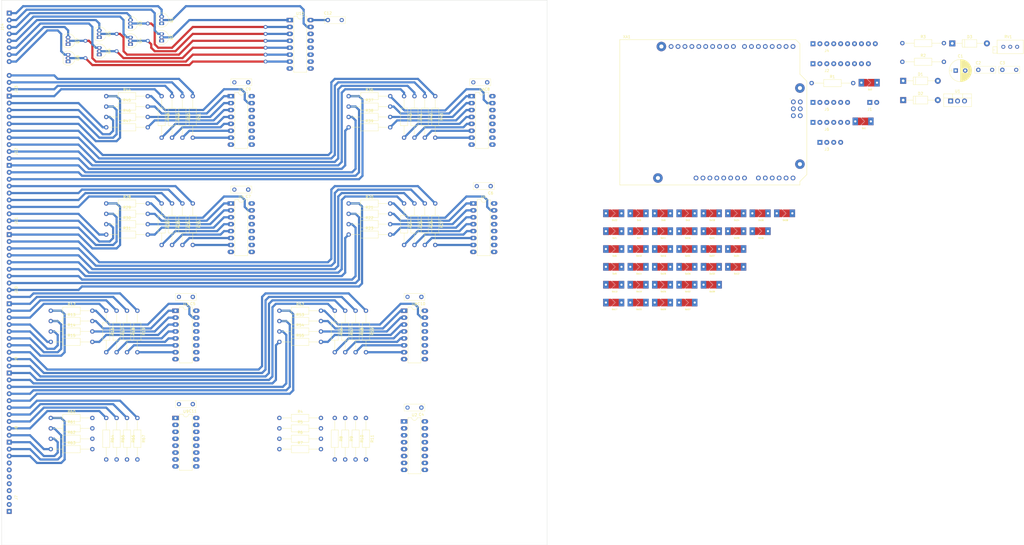
<source format=kicad_pcb>
(kicad_pcb (version 4) (host pcbnew 4.0.7)
  (title_block (title "Logique de commande cube de led") (date 2018-06-21) (rev 1) (company FabLab19) (comment 1 8x8x8) (comment 2 "512 Leds"))
  (layers (0 F.Cu signal) (31 B.Cu signal) (34 B.Paste user) (35 F.Paste user) (36 B.SilkS user) (37 F.SilkS user) (38 B.Mask user) (39 F.Mask user) (44 Edge.Cuts user))
  (net 0 "")
  (net 1 "Net-(C1-Pad1)")
  (net 2 GND)
  (net 3 "Net-(C3-Pad1)")
  (net 4 +5V)
  (net 5 VCC)
  (net 6 "Net-(D2-Pad2)")
  (net 7 "Net-(J2-Pad2)")
  (net 8 "Net-(J2-Pad3)")
  (net 9 "Net-(J2-Pad4)")
  (net 10 "Net-(J2-Pad5)")
  (net 11 "Net-(J2-Pad6)")
  (net 12 "Net-(J2-Pad7)")
  (net 13 "Net-(J2-Pad8)")
  (net 14 "Net-(J3-Pad2)")
  (net 15 "Net-(J3-Pad3)")
  (net 16 "Net-(J4-Pad2)")
  (net 17 "Net-(J4-Pad3)")
  (net 18 "Net-(J4-Pad4)")
  (net 19 "Net-(J4-Pad5)")
  (net 20 "Net-(J4-Pad6)")
  (net 21 "Net-(J4-Pad7)")
  (net 22 "Net-(J4-Pad8)")
  (net 23 "Net-(J4-Pad9)")
  (net 24 "Net-(J5-Pad2)")
  (net 25 "Net-(J5-Pad3)")
  (net 26 "Net-(J5-Pad4)")
  (net 27 "Net-(J5-Pad5)")
  (net 28 /Matrice/QH'_OUT)
  (net 29 RCLK_CMD)
  (net 30 SRCLK_CMD)
  (net 31 /Matrice/~SRCLR_IN)
  (net 32 /Matrice/A1)
  (net 33 /Matrice/A2)
  (net 34 /Matrice/A3)
  (net 35 /Matrice/A4)
  (net 36 /Matrice/A5)
  (net 37 /Matrice/A6)
  (net 38 /Matrice/A7)
  (net 39 /Matrice/A8)
  (net 40 /Matrice/A9)
  (net 41 /Matrice/A10)
  (net 42 /Matrice/A11)
  (net 43 /Matrice/A12)
  (net 44 /Matrice/A13)
  (net 45 /Matrice/A14)
  (net 46 /Matrice/A15)
  (net 47 /Matrice/A16)
  (net 48 /Matrice/A17)
  (net 49 /Matrice/A18)
  (net 50 /Matrice/A19)
  (net 51 /Matrice/A20)
  (net 52 /Matrice/A21)
  (net 53 /Matrice/A22)
  (net 54 /Matrice/A23)
  (net 55 /Matrice/A24)
  (net 56 /Matrice/A25)
  (net 57 /Matrice/A26)
  (net 58 /Matrice/A27)
  (net 59 /Matrice/A28)
  (net 60 /Matrice/A29)
  (net 61 /Matrice/A30)
  (net 62 /Matrice/A31)
  (net 63 /Matrice/A32)
  (net 64 /Matrice/A33)
  (net 65 /Matrice/A34)
  (net 66 /Matrice/A35)
  (net 67 /Matrice/A36)
  (net 68 /Matrice/A37)
  (net 69 /Matrice/A38)
  (net 70 /Matrice/A39)
  (net 71 /Matrice/A40)
  (net 72 /Matrice/A41)
  (net 73 /Matrice/A42)
  (net 74 /Matrice/A43)
  (net 75 /Matrice/A44)
  (net 76 /Matrice/A45)
  (net 77 /Matrice/A46)
  (net 78 /Matrice/A47)
  (net 79 /Matrice/A48)
  (net 80 /Matrice/A49)
  (net 81 /Matrice/A50)
  (net 82 /Matrice/A51)
  (net 83 /Matrice/A52)
  (net 84 /Matrice/A53)
  (net 85 /Matrice/A54)
  (net 86 /Matrice/A55)
  (net 87 /Matrice/A56)
  (net 88 /Matrice/A57)
  (net 89 /Matrice/A58)
  (net 90 /Matrice/A59)
  (net 91 /Matrice/A60)
  (net 92 /Matrice/A61)
  (net 93 /Matrice/A62)
  (net 94 /Matrice/A63)
  (net 95 /Matrice/A64)
  (net 96 /Matrice/K1)
  (net 97 /Matrice/K2)
  (net 98 /Matrice/K3)
  (net 99 /Matrice/K4)
  (net 100 /Matrice/K5)
  (net 101 /Matrice/K6)
  (net 102 /Matrice/K7)
  (net 103 /Matrice/K8)
  (net 104 "Net-(Q1-Pad2)")
  (net 105 "Net-(Q2-Pad2)")
  (net 106 "Net-(Q3-Pad2)")
  (net 107 "Net-(Q4-Pad2)")
  (net 108 "Net-(Q5-Pad2)")
  (net 109 "Net-(Q6-Pad2)")
  (net 110 "Net-(Q7-Pad2)")
  (net 111 "Net-(Q8-Pad2)")
  (net 112 "Net-(R1-Pad2)")
  (net 113 "Net-(R2-Pad2)")
  (net 114 "Net-(R4-Pad2)")
  (net 115 "Net-(R5-Pad2)")
  (net 116 "Net-(R6-Pad2)")
  (net 117 "Net-(R7-Pad2)")
  (net 118 "Net-(R8-Pad2)")
  (net 119 "Net-(R9-Pad2)")
  (net 120 "Net-(R10-Pad2)")
  (net 121 "Net-(R11-Pad2)")
  (net 122 "Net-(R12-Pad2)")
  (net 123 "Net-(R13-Pad2)")
  (net 124 "Net-(R14-Pad2)")
  (net 125 "Net-(R15-Pad2)")
  (net 126 "Net-(R16-Pad2)")
  (net 127 "Net-(R17-Pad2)")
  (net 128 "Net-(R18-Pad2)")
  (net 129 "Net-(R19-Pad2)")
  (net 130 "Net-(R20-Pad2)")
  (net 131 "Net-(R21-Pad2)")
  (net 132 "Net-(R22-Pad2)")
  (net 133 "Net-(R23-Pad2)")
  (net 134 "Net-(R24-Pad2)")
  (net 135 "Net-(R25-Pad2)")
  (net 136 "Net-(R26-Pad2)")
  (net 137 "Net-(R27-Pad2)")
  (net 138 "Net-(R28-Pad2)")
  (net 139 "Net-(R29-Pad2)")
  (net 140 "Net-(R30-Pad2)")
  (net 141 "Net-(R31-Pad2)")
  (net 142 "Net-(R32-Pad2)")
  (net 143 "Net-(R33-Pad2)")
  (net 144 "Net-(R34-Pad2)")
  (net 145 "Net-(R35-Pad2)")
  (net 146 "Net-(R36-Pad2)")
  (net 147 "Net-(R37-Pad2)")
  (net 148 "Net-(R38-Pad2)")
  (net 149 "Net-(R39-Pad2)")
  (net 150 "Net-(R40-Pad2)")
  (net 151 "Net-(R41-Pad2)")
  (net 152 "Net-(R42-Pad2)")
  (net 153 "Net-(R43-Pad2)")
  (net 154 "Net-(R44-Pad2)")
  (net 155 "Net-(R45-Pad2)")
  (net 156 "Net-(R46-Pad2)")
  (net 157 "Net-(R47-Pad2)")
  (net 158 "Net-(R48-Pad2)")
  (net 159 "Net-(R49-Pad2)")
  (net 160 "Net-(R50-Pad2)")
  (net 161 "Net-(R51-Pad2)")
  (net 162 "Net-(R52-Pad2)")
  (net 163 "Net-(R53-Pad2)")
  (net 164 "Net-(R54-Pad2)")
  (net 165 "Net-(R55-Pad2)")
  (net 166 "Net-(R56-Pad2)")
  (net 167 "Net-(R57-Pad2)")
  (net 168 "Net-(R58-Pad2)")
  (net 169 "Net-(R59-Pad2)")
  (net 170 "Net-(R60-Pad2)")
  (net 171 "Net-(R61-Pad2)")
  (net 172 "Net-(R62-Pad2)")
  (net 173 "Net-(R63-Pad2)")
  (net 174 "Net-(R64-Pad2)")
  (net 175 "Net-(R65-Pad2)")
  (net 176 "Net-(R66-Pad2)")
  (net 177 "Net-(R67-Pad2)")
  (net 178 SRCLR_CMD)
  (net 179 SRCLK)
  (net 180 RCLK)
  (net 181 SER_START)
  (net 182 /Matrice/BlockRowAnode1/SER)
  (net 183 ~SRCLR)
  (net 184 /Matrice/BlockRowAnode2/SRCLK)
  (net 185 /Matrice/BlockRowAnode2/RCLK)
  (net 186 SER_2)
  (net 187 /Matrice/BlockRowAnode2/SER)
  (net 188 /Matrice/BlockRowAnode2/~SRCLR)
  (net 189 /Matrice/BlockRowAnode3/SRCLK)
  (net 190 /Matrice/BlockRowAnode3/RCLK)
  (net 191 SER_3)
  (net 192 /Matrice/BlockRowAnode3/SER)
  (net 193 /Matrice/BlockRowAnode3/~SRCLR)
  (net 194 /Matrice/BlockRowAnode4/SRCLK)
  (net 195 /Matrice/BlockRowAnode4/RCLK)
  (net 196 SER_4)
  (net 197 /Matrice/BlockRowAnode4/SER)
  (net 198 /Matrice/BlockRowAnode4/~SRCLR)
  (net 199 /Matrice/BlockRowAnode5/SRCLK)
  (net 200 /Matrice/BlockRowAnode5/RCLK)
  (net 201 SER_5)
  (net 202 /Matrice/BlockRowAnode5/SER)
  (net 203 /Matrice/BlockRowAnode5/~SRCLR)
  (net 204 /Matrice/BlockRowAnode6/SRCLK)
  (net 205 /Matrice/BlockRowAnode6/RCLK)
  (net 206 SER_6)
  (net 207 /Matrice/BlockRowAnode6/SER)
  (net 208 /Matrice/BlockRowAnode6/~SRCLR)
  (net 209 /Matrice/BlockRowAnode7/SRCLK)
  (net 210 /Matrice/BlockRowAnode7/RCLK)
  (net 211 SER_7)
  (net 212 /Matrice/BlockRowAnode7/SER)
  (net 213 /Matrice/BlockRowAnode7/~SRCLR)
  (net 214 /Matrice/BlockRowAnode8/SRCLK)
  (net 215 /Matrice/BlockRowAnode8/RCLK)
  (net 216 SER_8)
  (net 217 /Matrice/BlockRowAnode8/SER)
  (net 218 /Matrice/BlockRowAnode8/~SRCLR)
  (net 219 /Matrice/BlockLayersCatodes/SRCLK)
  (net 220 /Matrice/BlockLayersCatodes/RCLK)
  (net 221 SER_9)
  (net 222 /Matrice/BlockLayersCatodes/SER)
  (net 223 /Matrice/BlockLayersCatodes/~SRCLR)
  (net 224 /Matrice/BlockLayersCatodes/R_QH')
  (module alex-library:R_Axial_Long6.3mm_Dia2.5mm_Pas15.24mm_Horizontal (layer F.Cu) (at 153.67 95.25 270)
    (fp_text reference R48 (at 7.62 -2.31 270) (layer F.SilkS))
    (fp_text value R)
    (pad 1 thru_hole circle (at 0 0 270) (size 1.6 1.6) (drill 0.8) (layers *.Cu *.Mask) (net 92 /Matrice/A61))
    (pad 2 thru_hole oval (at 15.24 0 270) (size 1.6 1.6) (drill 0.8) (layers *.Cu *.Mask) (net 158 "Net-(R48-Pad2)"))
  )
  (module alex-library:CP_Radial_Dia8.0mm_Pas3.50mm (layer F.Cu) (at 444.835001 85.845)
    (fp_text reference C1 (at 1.75 -5.31) (layer F.SilkS))
    (fp_text value 100µF/25V)
    (pad 1 thru_hole rect (at 0 0) (size 1.6 1.6) (drill 0.8) (layers *.Cu *.Mask) (net 1 "Net-(C1-Pad1)"))
    (pad 2 thru_hole circle (at 3.5 0) (size 1.6 1.6) (drill 0.8) (layers *.Cu *.Mask) (net 2 GND))
  )
  (module alex-library:C-P_5.08-L_7.5-H_6-P_2.5 (layer F.Cu) (at 453.134001 85.585)
    (fp_text reference C2 (at 0 -2.54) (layer F.SilkS))
    (fp_text value 100nF)
    (pad 1 thru_hole circle (at 0 0) (size 1.6 1.6) (drill 0.8) (layers *.Cu *.Mask) (net 1 "Net-(C1-Pad1)"))
    (pad 2 thru_hole circle (at 5.08 0) (size 1.5 1.5) (drill 0.8) (layers *.Cu *.Mask) (net 2 GND))
  )
  (module alex-library:C-P_5.08-L_7.5-H_6-P_2.5 (layer F.Cu) (at 461.954001 85.585)
    (fp_text reference C3 (at 0 -2.54) (layer F.SilkS))
    (fp_text value 100nF)
    (pad 1 thru_hole circle (at 0 0) (size 1.6 1.6) (drill 0.8) (layers *.Cu *.Mask) (net 3 "Net-(C3-Pad1)"))
    (pad 2 thru_hole circle (at 5.08 0) (size 1.5 1.5) (drill 0.8) (layers *.Cu *.Mask) (net 2 GND))
  )
  (module alex-library:C-P_5.08-L_7.5-H_6-P_2.5 (layer F.Cu) (at 248.92 209.55 180)
    (fp_text reference C4 (at 0 -2.54 180) (layer F.SilkS))
    (fp_text value 100nF)
    (pad 1 thru_hole circle (at 0 0 180) (size 1.6 1.6) (drill 0.8) (layers *.Cu *.Mask) (net 4 +5V))
    (pad 2 thru_hole circle (at 5.08 0 180) (size 1.5 1.5) (drill 0.8) (layers *.Cu *.Mask) (net 2 GND))
  )
  (module alex-library:C-P_5.08-L_7.5-H_6-P_2.5 (layer F.Cu) (at 165.1 168.91 180)
    (fp_text reference C5 (at 0 -2.54 180) (layer F.SilkS))
    (fp_text value 100nF)
    (pad 1 thru_hole circle (at 0 0 180) (size 1.6 1.6) (drill 0.8) (layers *.Cu *.Mask) (net 4 +5V))
    (pad 2 thru_hole circle (at 5.08 0 180) (size 1.5 1.5) (drill 0.8) (layers *.Cu *.Mask) (net 2 GND))
  )
  (module alex-library:C-P_5.08-L_7.5-H_6-P_2.5 (layer F.Cu) (at 274.32 128.27 180)
    (fp_text reference C6 (at 0 -2.54 180) (layer F.SilkS))
    (fp_text value 100nF)
    (pad 1 thru_hole circle (at 0 0 180) (size 1.6 1.6) (drill 0.8) (layers *.Cu *.Mask) (net 4 +5V))
    (pad 2 thru_hole circle (at 5.08 0 180) (size 1.5 1.5) (drill 0.8) (layers *.Cu *.Mask) (net 2 GND))
  )
  (module alex-library:C-P_5.08-L_7.5-H_6-P_2.5 (layer F.Cu) (at 185.42 129.54 180)
    (fp_text reference C7 (at 0 -2.54 180) (layer F.SilkS))
    (fp_text value 100nF)
    (pad 1 thru_hole circle (at 0 0 180) (size 1.6 1.6) (drill 0.8) (layers *.Cu *.Mask) (net 4 +5V))
    (pad 2 thru_hole circle (at 5.08 0 180) (size 1.5 1.5) (drill 0.8) (layers *.Cu *.Mask) (net 2 GND))
  )
  (module alex-library:C-P_5.08-L_7.5-H_6-P_2.5 (layer F.Cu) (at 273.05 90.17 180)
    (fp_text reference C8 (at 0 -2.54 180) (layer F.SilkS))
    (fp_text value 100nF)
    (pad 1 thru_hole circle (at 0 0 180) (size 1.6 1.6) (drill 0.8) (layers *.Cu *.Mask) (net 4 +5V))
    (pad 2 thru_hole circle (at 5.08 0 180) (size 1.5 1.5) (drill 0.8) (layers *.Cu *.Mask) (net 2 GND))
  )
  (module alex-library:C-P_5.08-L_7.5-H_6-P_2.5 (layer F.Cu) (at 185.42 90.17 180)
    (fp_text reference C9 (at 0 -2.54 180) (layer F.SilkS))
    (fp_text value 100nF)
    (pad 1 thru_hole circle (at 0 0 180) (size 1.6 1.6) (drill 0.8) (layers *.Cu *.Mask) (net 4 +5V))
    (pad 2 thru_hole circle (at 5.08 0 180) (size 1.5 1.5) (drill 0.8) (layers *.Cu *.Mask) (net 2 GND))
  )
  (module alex-library:C-P_5.08-L_7.5-H_6-P_2.5 (layer F.Cu) (at 248.92 168.91 180)
    (fp_text reference C10 (at 0 -2.54 180) (layer F.SilkS))
    (fp_text value 100nF)
    (pad 1 thru_hole circle (at 0 0 180) (size 1.6 1.6) (drill 0.8) (layers *.Cu *.Mask) (net 4 +5V))
    (pad 2 thru_hole circle (at 5.08 0 180) (size 1.5 1.5) (drill 0.8) (layers *.Cu *.Mask) (net 2 GND))
  )
  (module alex-library:C-P_5.08-L_7.5-H_6-P_2.5 (layer F.Cu) (at 165.1 208.28 180)
    (fp_text reference C11 (at 0 -2.54 180) (layer F.SilkS))
    (fp_text value 100nF)
    (pad 1 thru_hole circle (at 0 0 180) (size 1.6 1.6) (drill 0.8) (layers *.Cu *.Mask) (net 4 +5V))
    (pad 2 thru_hole circle (at 5.08 0 180) (size 1.5 1.5) (drill 0.8) (layers *.Cu *.Mask) (net 2 GND))
  )
  (module alex-library:C-P_5.08-L_7.5-H_6-P_2.5 (layer F.Cu) (at 214.63 67.31)
    (fp_text reference C12 (at 0 -2.54) (layer F.SilkS))
    (fp_text value 100nF)
    (pad 1 thru_hole circle (at 0 0) (size 1.6 1.6) (drill 0.8) (layers *.Cu *.Mask) (net 4 +5V))
    (pad 2 thru_hole circle (at 5.08 0) (size 1.5 1.5) (drill 0.8) (layers *.Cu *.Mask) (net 2 GND))
  )
  (module alex-library:D_DO-41_Pas12.70mm_Horizontal (layer F.Cu) (at 425.585001 89.615)
    (fp_text reference D1 (at 6.35 -2.41) (layer F.SilkS))
    (fp_text value 1N4007)
    (pad 1 thru_hole rect (at 0 0) (size 2.2 2.2) (drill 1) (layers *.Cu *.Mask) (net 1 "Net-(C1-Pad1)"))
    (pad 2 thru_hole oval (at 12.7 0) (size 2.2 2.2) (drill 1) (layers *.Cu *.Mask) (net 5 VCC))
  )
  (module alex-library:D_DO-41_Pas12.70mm_Horizontal (layer F.Cu) (at 425.585001 96.685)
    (fp_text reference D2 (at 6.35 -2.41) (layer F.SilkS))
    (fp_text value 1N4007)
    (pad 1 thru_hole rect (at 0 0) (size 2.2 2.2) (drill 1) (layers *.Cu *.Mask) (net 3 "Net-(C3-Pad1)"))
    (pad 2 thru_hole oval (at 12.7 0) (size 2.2 2.2) (drill 1) (layers *.Cu *.Mask) (net 6 "Net-(D2-Pad2)"))
  )
  (module alex-library:D_DO-41_Pas12.70mm_Horizontal (layer F.Cu) (at 443.585001 75.875)
    (fp_text reference D3 (at 6.35 -2.41) (layer F.SilkS))
    (fp_text value 1N4007)
    (pad 1 thru_hole rect (at 0 0) (size 2.2 2.2) (drill 1) (layers *.Cu *.Mask) (net 4 +5V))
    (pad 2 thru_hole oval (at 12.7 0) (size 2.2 2.2) (drill 1) (layers *.Cu *.Mask) (net 3 "Net-(C3-Pad1)"))
  )
  (module alex-library:Connect-2pin (layer F.Cu) (at 413.342858 97.535)
    (fp_text reference J1 (at 0 2.54) (layer F.SilkS))
    (fp_text value Conn_01x02_Male hide)
    (pad 1 thru_hole rect (at 0 0) (size 1.8 1.8) (drill 0.8) (layers *.Cu *.Mask) (net 5 VCC))
    (pad 2 thru_hole circle (at 2.54 0) (size 1.8 1.8) (drill 0.8) (layers *.Cu *.Mask) (net 2 GND))
  )
  (module alex-library:Connect-9pin (layer F.Cu) (at 397.582858 83.335)
    (fp_text reference J2 (at 0 2.54) (layer F.SilkS))
    (fp_text value Conn_01x09_Male hide)
    (pad 1 thru_hole rect (at -5.08 0) (size 1.8 1.8) (drill 0.8) (layers *.Cu *.Mask) (net 4 +5V))
    (pad 2 thru_hole circle (at -2.54 0) (size 1.8 1.8) (drill 0.8) (layers *.Cu *.Mask) (net 7 "Net-(J2-Pad2)"))
    (pad 3 thru_hole circle (at 0 0) (size 1.8 1.8) (drill 0.8) (layers *.Cu *.Mask) (net 8 "Net-(J2-Pad3)"))
    (pad 4 thru_hole circle (at 2.54 0) (size 1.8 1.8) (drill 0.8) (layers *.Cu *.Mask) (net 9 "Net-(J2-Pad4)"))
    (pad 5 thru_hole circle (at 5.08 0) (size 1.8 1.8) (drill 0.8) (layers *.Cu *.Mask) (net 10 "Net-(J2-Pad5)"))
    (pad 6 thru_hole circle (at 7.62 0) (size 1.8 1.8) (drill 0.8) (layers *.Cu *.Mask) (net 11 "Net-(J2-Pad6)"))
    (pad 7 thru_hole circle (at 10.16 0) (size 1.8 1.8) (drill 0.8) (layers *.Cu *.Mask) (net 12 "Net-(J2-Pad7)"))
    (pad 8 thru_hole circle (at 12.7 0) (size 1.8 1.8) (drill 0.8) (layers *.Cu *.Mask) (net 13 "Net-(J2-Pad8)"))
    (pad 9 thru_hole circle (at 15.24 0) (size 1.8 1.8) (drill 0.8) (layers *.Cu *.Mask) (net 2 GND))
  )
  (module alex-library:Connect-4pin (layer F.Cu) (at 397.582858 112.195)
    (fp_text reference J3 (at 0 2.54) (layer F.SilkS))
    (fp_text value Conn_01x04_Male hide)
    (pad 1 thru_hole rect (at -2.54 0) (size 1.8 1.8) (drill 0.8) (layers *.Cu *.Mask) (net 4 +5V))
    (pad 2 thru_hole circle (at 0 0) (size 1.8 1.8) (drill 0.8) (layers *.Cu *.Mask) (net 14 "Net-(J3-Pad2)"))
    (pad 3 thru_hole circle (at 2.54 0) (size 1.8 1.8) (drill 0.8) (layers *.Cu *.Mask) (net 15 "Net-(J3-Pad3)"))
    (pad 4 thru_hole circle (at 5.08 0) (size 1.8 1.8) (drill 0.8) (layers *.Cu *.Mask) (net 2 GND))
  )
  (module alex-library:Connect-10pin (layer F.Cu) (at 397.582858 76.005)
    (fp_text reference J4 (at 0 2.54) (layer F.SilkS))
    (fp_text value Conn_01x10_Male hide)
    (pad 1 thru_hole rect (at -5.08 0) (size 1.8 1.8) (drill 0.8) (layers *.Cu *.Mask) (net 5 VCC))
    (pad 2 thru_hole circle (at -2.54 0) (size 1.8 1.8) (drill 0.8) (layers *.Cu *.Mask) (net 16 "Net-(J4-Pad2)"))
    (pad 3 thru_hole circle (at 0 0) (size 1.8 1.8) (drill 0.8) (layers *.Cu *.Mask) (net 17 "Net-(J4-Pad3)"))
    (pad 4 thru_hole circle (at 2.54 0) (size 1.8 1.8) (drill 0.8) (layers *.Cu *.Mask) (net 18 "Net-(J4-Pad4)"))
    (pad 5 thru_hole circle (at 5.08 0) (size 1.8 1.8) (drill 0.8) (layers *.Cu *.Mask) (net 19 "Net-(J4-Pad5)"))
    (pad 6 thru_hole circle (at 7.62 0) (size 1.8 1.8) (drill 0.8) (layers *.Cu *.Mask) (net 20 "Net-(J4-Pad6)"))
    (pad 7 thru_hole circle (at 10.16 0) (size 1.8 1.8) (drill 0.8) (layers *.Cu *.Mask) (net 21 "Net-(J4-Pad7)"))
    (pad 8 thru_hole circle (at 12.7 0) (size 1.8 1.8) (drill 0.8) (layers *.Cu *.Mask) (net 22 "Net-(J4-Pad8)"))
    (pad 9 thru_hole circle (at 15.24 0) (size 1.8 1.8) (drill 0.8) (layers *.Cu *.Mask) (net 23 "Net-(J4-Pad9)"))
    (pad 10 thru_hole circle (at 17.78 0) (size 1.8 1.8) (drill 0.8) (layers *.Cu *.Mask) (net 2 GND))
  )
  (module alex-library:Connect-6pin (layer F.Cu) (at 397.582858 97.535)
    (fp_text reference J5 (at 0 2.54) (layer F.SilkS))
    (fp_text value Conn_01x06_Male hide)
    (pad 1 thru_hole rect (at -5.08 0) (size 1.8 1.8) (drill 0.8) (layers *.Cu *.Mask) (net 5 VCC))
    (pad 2 thru_hole circle (at -2.54 0) (size 1.8 1.8) (drill 0.8) (layers *.Cu *.Mask) (net 24 "Net-(J5-Pad2)"))
    (pad 3 thru_hole circle (at 0 0) (size 1.8 1.8) (drill 0.8) (layers *.Cu *.Mask) (net 25 "Net-(J5-Pad3)"))
    (pad 4 thru_hole circle (at 2.54 0) (size 1.8 1.8) (drill 0.8) (layers *.Cu *.Mask) (net 26 "Net-(J5-Pad4)"))
    (pad 5 thru_hole circle (at 5.08 0) (size 1.8 1.8) (drill 0.8) (layers *.Cu *.Mask) (net 27 "Net-(J5-Pad5)"))
    (pad 6 thru_hole circle (at 7.62 0) (size 1.8 1.8) (drill 0.8) (layers *.Cu *.Mask) (net 2 GND))
  )
  (module alex-library:Connect-6pin (layer F.Cu) (at 397.582858 104.865)
    (fp_text reference J6 (at 0 2.54) (layer F.SilkS))
    (fp_text value Conn_01x06_Male hide)
    (pad 1 thru_hole rect (at -5.08 0) (size 1.8 1.8) (drill 0.8) (layers *.Cu *.Mask) (net 4 +5V))
    (pad 2 thru_hole circle (at -2.54 0) (size 1.8 1.8) (drill 0.8) (layers *.Cu *.Mask) (net 28 /Matrice/QH'_OUT))
    (pad 3 thru_hole circle (at 0 0) (size 1.8 1.8) (drill 0.8) (layers *.Cu *.Mask) (net 29 RCLK_CMD))
    (pad 4 thru_hole circle (at 2.54 0) (size 1.8 1.8) (drill 0.8) (layers *.Cu *.Mask) (net 30 SRCLK_CMD))
    (pad 5 thru_hole circle (at 5.08 0) (size 1.8 1.8) (drill 0.8) (layers *.Cu *.Mask) (net 31 /Matrice/~SRCLR_IN))
    (pad 6 thru_hole circle (at 7.62 0) (size 1.8 1.8) (drill 0.8) (layers *.Cu *.Mask) (net 2 GND))
  )
  (module alex-library:Connect-10pin (layer F.Cu) (at 97.79 242.57 90)
    (fp_text reference J7 (at 0 2.54 90) (layer F.SilkS))
    (fp_text value Conn_01x10_Male hide)
    (pad 1 thru_hole rect (at -5.08 0 90) (size 1.8 1.8) (drill 0.8) (layers *.Cu *.Mask) (net 32 /Matrice/A1))
    (pad 2 thru_hole circle (at -2.54 0 90) (size 1.8 1.8) (drill 0.8) (layers *.Cu *.Mask) (net 33 /Matrice/A2))
    (pad 3 thru_hole circle (at 0 0 90) (size 1.8 1.8) (drill 0.8) (layers *.Cu *.Mask) (net 34 /Matrice/A3))
    (pad 4 thru_hole circle (at 2.54 0 90) (size 1.8 1.8) (drill 0.8) (layers *.Cu *.Mask) (net 35 /Matrice/A4))
    (pad 5 thru_hole circle (at 5.08 0 90) (size 1.8 1.8) (drill 0.8) (layers *.Cu *.Mask) (net 36 /Matrice/A5))
    (pad 6 thru_hole circle (at 7.62 0 90) (size 1.8 1.8) (drill 0.8) (layers *.Cu *.Mask) (net 37 /Matrice/A6))
    (pad 7 thru_hole circle (at 10.16 0 90) (size 1.8 1.8) (drill 0.8) (layers *.Cu *.Mask) (net 38 /Matrice/A7))
    (pad 8 thru_hole circle (at 12.7 0 90) (size 1.8 1.8) (drill 0.8) (layers *.Cu *.Mask) (net 39 /Matrice/A8))
    (pad 9 thru_hole circle (at 15.24 0 90) (size 1.8 1.8) (drill 0.8) (layers *.Cu *.Mask) (net 40 /Matrice/A9))
    (pad 10 thru_hole circle (at 17.78 0 90) (size 1.8 1.8) (drill 0.8) (layers *.Cu *.Mask) (net 41 /Matrice/A10))
  )
  (module alex-library:Connect-10pin (layer F.Cu) (at 97.79 217.17 90)
    (fp_text reference J8 (at 0 2.54 90) (layer F.SilkS))
    (fp_text value Conn_01x10_Male hide)
    (pad 1 thru_hole rect (at -5.08 0 90) (size 1.8 1.8) (drill 0.8) (layers *.Cu *.Mask) (net 42 /Matrice/A11))
    (pad 2 thru_hole circle (at -2.54 0 90) (size 1.8 1.8) (drill 0.8) (layers *.Cu *.Mask) (net 43 /Matrice/A12))
    (pad 3 thru_hole circle (at 0 0 90) (size 1.8 1.8) (drill 0.8) (layers *.Cu *.Mask) (net 44 /Matrice/A13))
    (pad 4 thru_hole circle (at 2.54 0 90) (size 1.8 1.8) (drill 0.8) (layers *.Cu *.Mask) (net 45 /Matrice/A14))
    (pad 5 thru_hole circle (at 5.08 0 90) (size 1.8 1.8) (drill 0.8) (layers *.Cu *.Mask) (net 46 /Matrice/A15))
    (pad 6 thru_hole circle (at 7.62 0 90) (size 1.8 1.8) (drill 0.8) (layers *.Cu *.Mask) (net 47 /Matrice/A16))
    (pad 7 thru_hole circle (at 10.16 0 90) (size 1.8 1.8) (drill 0.8) (layers *.Cu *.Mask) (net 48 /Matrice/A17))
    (pad 8 thru_hole circle (at 12.7 0 90) (size 1.8 1.8) (drill 0.8) (layers *.Cu *.Mask) (net 49 /Matrice/A18))
    (pad 9 thru_hole circle (at 15.24 0 90) (size 1.8 1.8) (drill 0.8) (layers *.Cu *.Mask) (net 50 /Matrice/A19))
    (pad 10 thru_hole circle (at 17.78 0 90) (size 1.8 1.8) (drill 0.8) (layers *.Cu *.Mask) (net 51 /Matrice/A20))
  )
  (module alex-library:Connect-10pin (layer F.Cu) (at 97.79 191.77 90)
    (fp_text reference J9 (at 0 2.54 90) (layer F.SilkS))
    (fp_text value Conn_01x10_Male hide)
    (pad 1 thru_hole rect (at -5.08 0 90) (size 1.8 1.8) (drill 0.8) (layers *.Cu *.Mask) (net 52 /Matrice/A21))
    (pad 2 thru_hole circle (at -2.54 0 90) (size 1.8 1.8) (drill 0.8) (layers *.Cu *.Mask) (net 53 /Matrice/A22))
    (pad 3 thru_hole circle (at 0 0 90) (size 1.8 1.8) (drill 0.8) (layers *.Cu *.Mask) (net 54 /Matrice/A23))
    (pad 4 thru_hole circle (at 2.54 0 90) (size 1.8 1.8) (drill 0.8) (layers *.Cu *.Mask) (net 55 /Matrice/A24))
    (pad 5 thru_hole circle (at 5.08 0 90) (size 1.8 1.8) (drill 0.8) (layers *.Cu *.Mask) (net 56 /Matrice/A25))
    (pad 6 thru_hole circle (at 7.62 0 90) (size 1.8 1.8) (drill 0.8) (layers *.Cu *.Mask) (net 57 /Matrice/A26))
    (pad 7 thru_hole circle (at 10.16 0 90) (size 1.8 1.8) (drill 0.8) (layers *.Cu *.Mask) (net 58 /Matrice/A27))
    (pad 8 thru_hole circle (at 12.7 0 90) (size 1.8 1.8) (drill 0.8) (layers *.Cu *.Mask) (net 59 /Matrice/A28))
    (pad 9 thru_hole circle (at 15.24 0 90) (size 1.8 1.8) (drill 0.8) (layers *.Cu *.Mask) (net 60 /Matrice/A29))
    (pad 10 thru_hole circle (at 17.78 0 90) (size 1.8 1.8) (drill 0.8) (layers *.Cu *.Mask) (net 61 /Matrice/A30))
  )
  (module alex-library:Connect-10pin (layer F.Cu) (at 97.79 166.37 90)
    (fp_text reference J10 (at 0 2.54 90) (layer F.SilkS))
    (fp_text value Conn_01x10_Male hide)
    (pad 1 thru_hole rect (at -5.08 0 90) (size 1.8 1.8) (drill 0.8) (layers *.Cu *.Mask) (net 62 /Matrice/A31))
    (pad 2 thru_hole circle (at -2.54 0 90) (size 1.8 1.8) (drill 0.8) (layers *.Cu *.Mask) (net 63 /Matrice/A32))
    (pad 3 thru_hole circle (at 0 0 90) (size 1.8 1.8) (drill 0.8) (layers *.Cu *.Mask) (net 64 /Matrice/A33))
    (pad 4 thru_hole circle (at 2.54 0 90) (size 1.8 1.8) (drill 0.8) (layers *.Cu *.Mask) (net 65 /Matrice/A34))
    (pad 5 thru_hole circle (at 5.08 0 90) (size 1.8 1.8) (drill 0.8) (layers *.Cu *.Mask) (net 66 /Matrice/A35))
    (pad 6 thru_hole circle (at 7.62 0 90) (size 1.8 1.8) (drill 0.8) (layers *.Cu *.Mask) (net 67 /Matrice/A36))
    (pad 7 thru_hole circle (at 10.16 0 90) (size 1.8 1.8) (drill 0.8) (layers *.Cu *.Mask) (net 68 /Matrice/A37))
    (pad 8 thru_hole circle (at 12.7 0 90) (size 1.8 1.8) (drill 0.8) (layers *.Cu *.Mask) (net 69 /Matrice/A38))
    (pad 9 thru_hole circle (at 15.24 0 90) (size 1.8 1.8) (drill 0.8) (layers *.Cu *.Mask) (net 70 /Matrice/A39))
    (pad 10 thru_hole circle (at 17.78 0 90) (size 1.8 1.8) (drill 0.8) (layers *.Cu *.Mask) (net 71 /Matrice/A40))
  )
  (module alex-library:Connect-10pin (layer F.Cu) (at 97.79 140.97 90)
    (fp_text reference J11 (at 0 2.54 90) (layer F.SilkS))
    (fp_text value Conn_01x10_Male hide)
    (pad 1 thru_hole rect (at -5.08 0 90) (size 1.8 1.8) (drill 0.8) (layers *.Cu *.Mask) (net 72 /Matrice/A41))
    (pad 2 thru_hole circle (at -2.54 0 90) (size 1.8 1.8) (drill 0.8) (layers *.Cu *.Mask) (net 73 /Matrice/A42))
    (pad 3 thru_hole circle (at 0 0 90) (size 1.8 1.8) (drill 0.8) (layers *.Cu *.Mask) (net 74 /Matrice/A43))
    (pad 4 thru_hole circle (at 2.54 0 90) (size 1.8 1.8) (drill 0.8) (layers *.Cu *.Mask) (net 75 /Matrice/A44))
    (pad 5 thru_hole circle (at 5.08 0 90) (size 1.8 1.8) (drill 0.8) (layers *.Cu *.Mask) (net 76 /Matrice/A45))
    (pad 6 thru_hole circle (at 7.62 0 90) (size 1.8 1.8) (drill 0.8) (layers *.Cu *.Mask) (net 77 /Matrice/A46))
    (pad 7 thru_hole circle (at 10.16 0 90) (size 1.8 1.8) (drill 0.8) (layers *.Cu *.Mask) (net 78 /Matrice/A47))
    (pad 8 thru_hole circle (at 12.7 0 90) (size 1.8 1.8) (drill 0.8) (layers *.Cu *.Mask) (net 79 /Matrice/A48))
    (pad 9 thru_hole circle (at 15.24 0 90) (size 1.8 1.8) (drill 0.8) (layers *.Cu *.Mask) (net 80 /Matrice/A49))
    (pad 10 thru_hole circle (at 17.78 0 90) (size 1.8 1.8) (drill 0.8) (layers *.Cu *.Mask) (net 81 /Matrice/A50))
  )
  (module alex-library:Connect-10pin (layer F.Cu) (at 97.79 115.57 90)
    (fp_text reference J12 (at 0 2.54 90) (layer F.SilkS))
    (fp_text value Conn_01x10_Male hide)
    (pad 1 thru_hole rect (at -5.08 0 90) (size 1.8 1.8) (drill 0.8) (layers *.Cu *.Mask) (net 82 /Matrice/A51))
    (pad 2 thru_hole circle (at -2.54 0 90) (size 1.8 1.8) (drill 0.8) (layers *.Cu *.Mask) (net 83 /Matrice/A52))
    (pad 3 thru_hole circle (at 0 0 90) (size 1.8 1.8) (drill 0.8) (layers *.Cu *.Mask) (net 84 /Matrice/A53))
    (pad 4 thru_hole circle (at 2.54 0 90) (size 1.8 1.8) (drill 0.8) (layers *.Cu *.Mask) (net 85 /Matrice/A54))
    (pad 5 thru_hole circle (at 5.08 0 90) (size 1.8 1.8) (drill 0.8) (layers *.Cu *.Mask) (net 86 /Matrice/A55))
    (pad 6 thru_hole circle (at 7.62 0 90) (size 1.8 1.8) (drill 0.8) (layers *.Cu *.Mask) (net 87 /Matrice/A56))
    (pad 7 thru_hole circle (at 10.16 0 90) (size 1.8 1.8) (drill 0.8) (layers *.Cu *.Mask) (net 88 /Matrice/A57))
    (pad 8 thru_hole circle (at 12.7 0 90) (size 1.8 1.8) (drill 0.8) (layers *.Cu *.Mask) (net 89 /Matrice/A58))
    (pad 9 thru_hole circle (at 15.24 0 90) (size 1.8 1.8) (drill 0.8) (layers *.Cu *.Mask) (net 90 /Matrice/A59))
    (pad 10 thru_hole circle (at 17.78 0 90) (size 1.8 1.8) (drill 0.8) (layers *.Cu *.Mask) (net 91 /Matrice/A60))
  )
  (module alex-library:Connect-4pin (layer F.Cu) (at 97.79 92.71 90)
    (fp_text reference J13 (at 0 2.54 90) (layer F.SilkS))
    (fp_text value Conn_01x04_Male hide)
    (pad 1 thru_hole rect (at -2.54 0 90) (size 1.8 1.8) (drill 0.8) (layers *.Cu *.Mask) (net 92 /Matrice/A61))
    (pad 2 thru_hole circle (at 0 0 90) (size 1.8 1.8) (drill 0.8) (layers *.Cu *.Mask) (net 93 /Matrice/A62))
    (pad 3 thru_hole circle (at 2.54 0 90) (size 1.8 1.8) (drill 0.8) (layers *.Cu *.Mask) (net 94 /Matrice/A63))
    (pad 4 thru_hole circle (at 5.08 0 90) (size 1.8 1.8) (drill 0.8) (layers *.Cu *.Mask) (net 95 /Matrice/A64))
  )
  (module alex-library:Connect-8pin (layer F.Cu) (at 97.79 69.85 270)
    (fp_text reference J14 (at 0 2.54 270) (layer F.SilkS))
    (fp_text value Conn_01x08_Male hide)
    (pad 1 thru_hole rect (at -5.08 0 270) (size 1.8 1.8) (drill 0.8) (layers *.Cu *.Mask) (net 96 /Matrice/K1))
    (pad 2 thru_hole circle (at -2.54 0 270) (size 1.8 1.8) (drill 0.8) (layers *.Cu *.Mask) (net 97 /Matrice/K2))
    (pad 3 thru_hole circle (at 0 0 270) (size 1.8 1.8) (drill 0.8) (layers *.Cu *.Mask) (net 98 /Matrice/K3))
    (pad 4 thru_hole circle (at 2.54 0 270) (size 1.8 1.8) (drill 0.8) (layers *.Cu *.Mask) (net 99 /Matrice/K4))
    (pad 5 thru_hole circle (at 5.08 0 270) (size 1.8 1.8) (drill 0.8) (layers *.Cu *.Mask) (net 100 /Matrice/K5))
    (pad 6 thru_hole circle (at 7.62 0 270) (size 1.8 1.8) (drill 0.8) (layers *.Cu *.Mask) (net 101 /Matrice/K6))
    (pad 7 thru_hole circle (at 10.16 0 270) (size 1.8 1.8) (drill 0.8) (layers *.Cu *.Mask) (net 102 /Matrice/K7))
    (pad 8 thru_hole circle (at 12.7 0 270) (size 1.8 1.8) (drill 0.8) (layers *.Cu *.Mask) (net 103 /Matrice/K8))
  )
  (module alex-library:TO-92_Inline_Narrow_Oval (layer F.Cu) (at 153.67 66.04 270)
    (fp_text reference Q1 (at 1.27 -3.56 270) (layer F.SilkS))
    (fp_text value PN2222A)
    (pad 2 thru_hole oval (at 1.27 0 90) (size 1.1 1.8) (drill 0.8) (layers *.Cu *.Mask) (net 104 "Net-(Q1-Pad2)"))
    (pad 3 thru_hole oval (at 0 0 90) (size 1.1 1.8) (drill 0.8) (layers *.Cu *.Mask) (net 96 /Matrice/K1))
    (pad 1 thru_hole rect (at 2.54 0 90) (size 1.1 1.8) (drill 0.8) (layers *.Cu *.Mask) (net 2 GND))
  )
  (module alex-library:TO-92_Inline_Narrow_Oval (layer F.Cu) (at 153.67 72.39 270)
    (fp_text reference Q2 (at 1.27 -3.56 270) (layer F.SilkS))
    (fp_text value PN2222A)
    (pad 2 thru_hole oval (at 1.27 0 90) (size 1.1 1.8) (drill 0.8) (layers *.Cu *.Mask) (net 105 "Net-(Q2-Pad2)"))
    (pad 3 thru_hole oval (at 0 0 90) (size 1.1 1.8) (drill 0.8) (layers *.Cu *.Mask) (net 97 /Matrice/K2))
    (pad 1 thru_hole rect (at 2.54 0 90) (size 1.1 1.8) (drill 0.8) (layers *.Cu *.Mask) (net 2 GND))
  )
  (module alex-library:TO-92_Inline_Narrow_Oval (layer F.Cu) (at 142.24 67.31 270)
    (fp_text reference Q3 (at 1.27 -3.56 270) (layer F.SilkS))
    (fp_text value PN2222A)
    (pad 2 thru_hole oval (at 1.27 0 90) (size 1.1 1.8) (drill 0.8) (layers *.Cu *.Mask) (net 106 "Net-(Q3-Pad2)"))
    (pad 3 thru_hole oval (at 0 0 90) (size 1.1 1.8) (drill 0.8) (layers *.Cu *.Mask) (net 98 /Matrice/K3))
    (pad 1 thru_hole rect (at 2.54 0 90) (size 1.1 1.8) (drill 0.8) (layers *.Cu *.Mask) (net 2 GND))
  )
  (module alex-library:TO-92_Inline_Narrow_Oval (layer F.Cu) (at 142.24 73.66 270)
    (fp_text reference Q4 (at 1.27 -3.56 270) (layer F.SilkS))
    (fp_text value PN2222A)
    (pad 2 thru_hole oval (at 1.27 0 90) (size 1.1 1.8) (drill 0.8) (layers *.Cu *.Mask) (net 107 "Net-(Q4-Pad2)"))
    (pad 3 thru_hole oval (at 0 0 90) (size 1.1 1.8) (drill 0.8) (layers *.Cu *.Mask) (net 99 /Matrice/K4))
    (pad 1 thru_hole rect (at 2.54 0 90) (size 1.1 1.8) (drill 0.8) (layers *.Cu *.Mask) (net 2 GND))
  )
  (module alex-library:TO-92_Inline_Narrow_Oval (layer F.Cu) (at 130.81 71.12 270)
    (fp_text reference Q5 (at 1.27 -3.56 270) (layer F.SilkS))
    (fp_text value PN2222A)
    (pad 2 thru_hole oval (at 1.27 0 90) (size 1.1 1.8) (drill 0.8) (layers *.Cu *.Mask) (net 108 "Net-(Q5-Pad2)"))
    (pad 3 thru_hole oval (at 0 0 90) (size 1.1 1.8) (drill 0.8) (layers *.Cu *.Mask) (net 100 /Matrice/K5))
    (pad 1 thru_hole rect (at 2.54 0 90) (size 1.1 1.8) (drill 0.8) (layers *.Cu *.Mask) (net 2 GND))
  )
  (module alex-library:TO-92_Inline_Narrow_Oval (layer F.Cu) (at 130.81 77.47 270)
    (fp_text reference Q6 (at 1.27 -3.56 270) (layer F.SilkS))
    (fp_text value PN2222A)
    (pad 2 thru_hole oval (at 1.27 0 90) (size 1.1 1.8) (drill 0.8) (layers *.Cu *.Mask) (net 109 "Net-(Q6-Pad2)"))
    (pad 3 thru_hole oval (at 0 0 90) (size 1.1 1.8) (drill 0.8) (layers *.Cu *.Mask) (net 101 /Matrice/K6))
    (pad 1 thru_hole rect (at 2.54 0 90) (size 1.1 1.8) (drill 0.8) (layers *.Cu *.Mask) (net 2 GND))
  )
  (module alex-library:TO-92_Inline_Narrow_Oval (layer F.Cu) (at 119.38 73.66 270)
    (fp_text reference Q7 (at 1.27 -3.56 270) (layer F.SilkS))
    (fp_text value PN2222A)
    (pad 2 thru_hole oval (at 1.27 0 90) (size 1.1 1.8) (drill 0.8) (layers *.Cu *.Mask) (net 110 "Net-(Q7-Pad2)"))
    (pad 3 thru_hole oval (at 0 0 90) (size 1.1 1.8) (drill 0.8) (layers *.Cu *.Mask) (net 102 /Matrice/K7))
    (pad 1 thru_hole rect (at 2.54 0 90) (size 1.1 1.8) (drill 0.8) (layers *.Cu *.Mask) (net 2 GND))
  )
  (module alex-library:TO-92_Inline_Narrow_Oval (layer F.Cu) (at 119.38 80.01 270)
    (fp_text reference Q8 (at 1.27 -3.56 270) (layer F.SilkS))
    (fp_text value PN2222A)
    (pad 2 thru_hole oval (at 1.27 0 90) (size 1.1 1.8) (drill 0.8) (layers *.Cu *.Mask) (net 111 "Net-(Q8-Pad2)"))
    (pad 3 thru_hole oval (at 0 0 90) (size 1.1 1.8) (drill 0.8) (layers *.Cu *.Mask) (net 103 /Matrice/K8))
    (pad 1 thru_hole rect (at 2.54 0 90) (size 1.1 1.8) (drill 0.8) (layers *.Cu *.Mask) (net 2 GND))
  )
  (module alex-library:R_Axial_Long6.3mm_Dia2.5mm_Pas15.24mm_Horizontal (layer F.Cu) (at 392.015001 90.435)
    (fp_text reference R1 (at 7.62 -2.31) (layer F.SilkS))
    (fp_text value 1K)
    (pad 1 thru_hole circle (at 0 0) (size 1.6 1.6) (drill 0.8) (layers *.Cu *.Mask) (net 31 /Matrice/~SRCLR_IN))
    (pad 2 thru_hole oval (at 15.24 0) (size 1.6 1.6) (drill 0.8) (layers *.Cu *.Mask) (net 112 "Net-(R1-Pad2)"))
  )
  (module alex-library:R_Axial_Long6.3mm_Dia2.5mm_Pas15.24mm_Horizontal (layer F.Cu) (at 425.285001 82.645)
    (fp_text reference R2 (at 7.62 -2.31) (layer F.SilkS))
    (fp_text value 240)
    (pad 1 thru_hole circle (at 0 0) (size 1.6 1.6) (drill 0.8) (layers *.Cu *.Mask) (net 3 "Net-(C3-Pad1)"))
    (pad 2 thru_hole oval (at 15.24 0) (size 1.6 1.6) (drill 0.8) (layers *.Cu *.Mask) (net 113 "Net-(R2-Pad2)"))
  )
  (module alex-library:R_Axial_Long6.3mm_Dia2.5mm_Pas15.24mm_Horizontal (layer F.Cu) (at 425.285001 75.775)
    (fp_text reference R3 (at 7.62 -2.31) (layer F.SilkS))
    (fp_text value 390)
    (pad 1 thru_hole circle (at 0 0) (size 1.6 1.6) (drill 0.8) (layers *.Cu *.Mask) (net 113 "Net-(R2-Pad2)"))
    (pad 2 thru_hole oval (at 15.24 0) (size 1.6 1.6) (drill 0.8) (layers *.Cu *.Mask) (net 6 "Net-(D2-Pad2)"))
  )
  (module alex-library:R_Axial_Long6.3mm_Dia2.5mm_Pas15.24mm_Horizontal (layer F.Cu) (at 196.85 213.36)
    (fp_text reference R4 (at 7.62 -2.31) (layer F.SilkS))
    (fp_text value R)
    (pad 1 thru_hole circle (at 0 0) (size 1.6 1.6) (drill 0.8) (layers *.Cu *.Mask) (net 32 /Matrice/A1))
    (pad 2 thru_hole oval (at 15.24 0) (size 1.6 1.6) (drill 0.8) (layers *.Cu *.Mask) (net 114 "Net-(R4-Pad2)"))
  )
  (module alex-library:R_Axial_Long6.3mm_Dia2.5mm_Pas15.24mm_Horizontal (layer F.Cu) (at 196.85 217.17)
    (fp_text reference R5 (at 7.62 -2.31) (layer F.SilkS))
    (fp_text value R)
    (pad 1 thru_hole circle (at 0 0) (size 1.6 1.6) (drill 0.8) (layers *.Cu *.Mask) (net 33 /Matrice/A2))
    (pad 2 thru_hole oval (at 15.24 0) (size 1.6 1.6) (drill 0.8) (layers *.Cu *.Mask) (net 115 "Net-(R5-Pad2)"))
  )
  (module alex-library:R_Axial_Long6.3mm_Dia2.5mm_Pas15.24mm_Horizontal (layer F.Cu) (at 196.85 220.98)
    (fp_text reference R6 (at 7.62 -2.31) (layer F.SilkS))
    (fp_text value R)
    (pad 1 thru_hole circle (at 0 0) (size 1.6 1.6) (drill 0.8) (layers *.Cu *.Mask) (net 34 /Matrice/A3))
    (pad 2 thru_hole oval (at 15.24 0) (size 1.6 1.6) (drill 0.8) (layers *.Cu *.Mask) (net 116 "Net-(R6-Pad2)"))
  )
  (module alex-library:R_Axial_Long6.3mm_Dia2.5mm_Pas15.24mm_Horizontal (layer F.Cu) (at 196.85 224.79)
    (fp_text reference R7 (at 7.62 -2.31) (layer F.SilkS))
    (fp_text value R)
    (pad 1 thru_hole circle (at 0 0) (size 1.6 1.6) (drill 0.8) (layers *.Cu *.Mask) (net 35 /Matrice/A4))
    (pad 2 thru_hole oval (at 15.24 0) (size 1.6 1.6) (drill 0.8) (layers *.Cu *.Mask) (net 117 "Net-(R7-Pad2)"))
  )
  (module alex-library:R_Axial_Long6.3mm_Dia2.5mm_Pas15.24mm_Horizontal (layer F.Cu) (at 217.17 213.36 270)
    (fp_text reference R8 (at 7.62 -2.31 270) (layer F.SilkS))
    (fp_text value R)
    (pad 1 thru_hole circle (at 0 0 270) (size 1.6 1.6) (drill 0.8) (layers *.Cu *.Mask) (net 36 /Matrice/A5))
    (pad 2 thru_hole oval (at 15.24 0 270) (size 1.6 1.6) (drill 0.8) (layers *.Cu *.Mask) (net 118 "Net-(R8-Pad2)"))
  )
  (module alex-library:R_Axial_Long6.3mm_Dia2.5mm_Pas15.24mm_Horizontal (layer F.Cu) (at 220.98 213.36 270)
    (fp_text reference R9 (at 7.62 -2.31 270) (layer F.SilkS))
    (fp_text value R)
    (pad 1 thru_hole circle (at 0 0 270) (size 1.6 1.6) (drill 0.8) (layers *.Cu *.Mask) (net 37 /Matrice/A6))
    (pad 2 thru_hole oval (at 15.24 0 270) (size 1.6 1.6) (drill 0.8) (layers *.Cu *.Mask) (net 119 "Net-(R9-Pad2)"))
  )
  (module alex-library:R_Axial_Long6.3mm_Dia2.5mm_Pas15.24mm_Horizontal (layer F.Cu) (at 224.79 213.36 270)
    (fp_text reference R10 (at 7.62 -2.31 270) (layer F.SilkS))
    (fp_text value R)
    (pad 1 thru_hole circle (at 0 0 270) (size 1.6 1.6) (drill 0.8) (layers *.Cu *.Mask) (net 38 /Matrice/A7))
    (pad 2 thru_hole oval (at 15.24 0 270) (size 1.6 1.6) (drill 0.8) (layers *.Cu *.Mask) (net 120 "Net-(R10-Pad2)"))
  )
  (module alex-library:R_Axial_Long6.3mm_Dia2.5mm_Pas15.24mm_Horizontal (layer F.Cu) (at 228.6 213.36 270)
    (fp_text reference R11 (at 7.62 -2.31 270) (layer F.SilkS))
    (fp_text value R)
    (pad 1 thru_hole circle (at 0 0 270) (size 1.6 1.6) (drill 0.8) (layers *.Cu *.Mask) (net 39 /Matrice/A8))
    (pad 2 thru_hole oval (at 15.24 0 270) (size 1.6 1.6) (drill 0.8) (layers *.Cu *.Mask) (net 121 "Net-(R11-Pad2)"))
  )
  (module alex-library:R_Axial_Long6.3mm_Dia2.5mm_Pas15.24mm_Horizontal (layer F.Cu) (at 113.03 173.99)
    (fp_text reference R12 (at 7.62 -2.31) (layer F.SilkS))
    (fp_text value R)
    (pad 1 thru_hole circle (at 0 0) (size 1.6 1.6) (drill 0.8) (layers *.Cu *.Mask) (net 56 /Matrice/A25))
    (pad 2 thru_hole oval (at 15.24 0) (size 1.6 1.6) (drill 0.8) (layers *.Cu *.Mask) (net 122 "Net-(R12-Pad2)"))
  )
  (module alex-library:R_Axial_Long6.3mm_Dia2.5mm_Pas15.24mm_Horizontal (layer F.Cu) (at 113.03 177.8)
    (fp_text reference R13 (at 7.62 -2.31) (layer F.SilkS))
    (fp_text value R)
    (pad 1 thru_hole circle (at 0 0) (size 1.6 1.6) (drill 0.8) (layers *.Cu *.Mask) (net 57 /Matrice/A26))
    (pad 2 thru_hole oval (at 15.24 0) (size 1.6 1.6) (drill 0.8) (layers *.Cu *.Mask) (net 123 "Net-(R13-Pad2)"))
  )
  (module alex-library:R_Axial_Long6.3mm_Dia2.5mm_Pas15.24mm_Horizontal (layer F.Cu) (at 113.03 181.61)
    (fp_text reference R14 (at 7.62 -2.31) (layer F.SilkS))
    (fp_text value R)
    (pad 1 thru_hole circle (at 0 0) (size 1.6 1.6) (drill 0.8) (layers *.Cu *.Mask) (net 58 /Matrice/A27))
    (pad 2 thru_hole oval (at 15.24 0) (size 1.6 1.6) (drill 0.8) (layers *.Cu *.Mask) (net 124 "Net-(R14-Pad2)"))
  )
  (module alex-library:R_Axial_Long6.3mm_Dia2.5mm_Pas15.24mm_Horizontal (layer F.Cu) (at 113.03 185.42)
    (fp_text reference R15 (at 7.62 -2.31) (layer F.SilkS))
    (fp_text value R)
    (pad 1 thru_hole circle (at 0 0) (size 1.6 1.6) (drill 0.8) (layers *.Cu *.Mask) (net 59 /Matrice/A28))
    (pad 2 thru_hole oval (at 15.24 0) (size 1.6 1.6) (drill 0.8) (layers *.Cu *.Mask) (net 125 "Net-(R15-Pad2)"))
  )
  (module alex-library:R_Axial_Long6.3mm_Dia2.5mm_Pas15.24mm_Horizontal (layer F.Cu) (at 133.35 173.99 270)
    (fp_text reference R16 (at 7.62 -2.31 270) (layer F.SilkS))
    (fp_text value R)
    (pad 1 thru_hole circle (at 0 0 270) (size 1.6 1.6) (drill 0.8) (layers *.Cu *.Mask) (net 60 /Matrice/A29))
    (pad 2 thru_hole oval (at 15.24 0 270) (size 1.6 1.6) (drill 0.8) (layers *.Cu *.Mask) (net 126 "Net-(R16-Pad2)"))
  )
  (module alex-library:R_Axial_Long6.3mm_Dia2.5mm_Pas15.24mm_Horizontal (layer F.Cu) (at 137.16 173.99 270)
    (fp_text reference R17 (at 7.62 -2.31 270) (layer F.SilkS))
    (fp_text value R)
    (pad 1 thru_hole circle (at 0 0 270) (size 1.6 1.6) (drill 0.8) (layers *.Cu *.Mask) (net 61 /Matrice/A30))
    (pad 2 thru_hole oval (at 15.24 0 270) (size 1.6 1.6) (drill 0.8) (layers *.Cu *.Mask) (net 127 "Net-(R17-Pad2)"))
  )
  (module alex-library:R_Axial_Long6.3mm_Dia2.5mm_Pas15.24mm_Horizontal (layer F.Cu) (at 140.97 173.99 270)
    (fp_text reference R18 (at 7.62 -2.31 270) (layer F.SilkS))
    (fp_text value R)
    (pad 1 thru_hole circle (at 0 0 270) (size 1.6 1.6) (drill 0.8) (layers *.Cu *.Mask) (net 62 /Matrice/A31))
    (pad 2 thru_hole oval (at 15.24 0 270) (size 1.6 1.6) (drill 0.8) (layers *.Cu *.Mask) (net 128 "Net-(R18-Pad2)"))
  )
  (module alex-library:R_Axial_Long6.3mm_Dia2.5mm_Pas15.24mm_Horizontal (layer F.Cu) (at 144.78 173.99 270)
    (fp_text reference R19 (at 7.62 -2.31 270) (layer F.SilkS))
    (fp_text value R)
    (pad 1 thru_hole circle (at 0 0 270) (size 1.6 1.6) (drill 0.8) (layers *.Cu *.Mask) (net 63 /Matrice/A32))
    (pad 2 thru_hole oval (at 15.24 0 270) (size 1.6 1.6) (drill 0.8) (layers *.Cu *.Mask) (net 129 "Net-(R19-Pad2)"))
  )
  (module alex-library:R_Axial_Long6.3mm_Dia2.5mm_Pas15.24mm_Horizontal (layer F.Cu) (at 222.25 134.62)
    (fp_text reference R20 (at 7.62 -2.31) (layer F.SilkS))
    (fp_text value R)
    (pad 1 thru_hole circle (at 0 0) (size 1.6 1.6) (drill 0.8) (layers *.Cu *.Mask) (net 64 /Matrice/A33))
    (pad 2 thru_hole oval (at 15.24 0) (size 1.6 1.6) (drill 0.8) (layers *.Cu *.Mask) (net 130 "Net-(R20-Pad2)"))
  )
  (module alex-library:R_Axial_Long6.3mm_Dia2.5mm_Pas15.24mm_Horizontal (layer F.Cu) (at 222.25 138.43)
    (fp_text reference R21 (at 7.62 -2.31) (layer F.SilkS))
    (fp_text value R)
    (pad 1 thru_hole circle (at 0 0) (size 1.6 1.6) (drill 0.8) (layers *.Cu *.Mask) (net 65 /Matrice/A34))
    (pad 2 thru_hole oval (at 15.24 0) (size 1.6 1.6) (drill 0.8) (layers *.Cu *.Mask) (net 131 "Net-(R21-Pad2)"))
  )
  (module alex-library:R_Axial_Long6.3mm_Dia2.5mm_Pas15.24mm_Horizontal (layer F.Cu) (at 222.25 142.24)
    (fp_text reference R22 (at 7.62 -2.31) (layer F.SilkS))
    (fp_text value R)
    (pad 1 thru_hole circle (at 0 0) (size 1.6 1.6) (drill 0.8) (layers *.Cu *.Mask) (net 66 /Matrice/A35))
    (pad 2 thru_hole oval (at 15.24 0) (size 1.6 1.6) (drill 0.8) (layers *.Cu *.Mask) (net 132 "Net-(R22-Pad2)"))
  )
  (module alex-library:R_Axial_Long6.3mm_Dia2.5mm_Pas15.24mm_Horizontal (layer F.Cu) (at 222.25 146.05)
    (fp_text reference R23 (at 7.62 -2.31) (layer F.SilkS))
    (fp_text value R)
    (pad 1 thru_hole circle (at 0 0) (size 1.6 1.6) (drill 0.8) (layers *.Cu *.Mask) (net 67 /Matrice/A36))
    (pad 2 thru_hole oval (at 15.24 0) (size 1.6 1.6) (drill 0.8) (layers *.Cu *.Mask) (net 133 "Net-(R23-Pad2)"))
  )
  (module alex-library:R_Axial_Long6.3mm_Dia2.5mm_Pas15.24mm_Horizontal (layer F.Cu) (at 242.57 134.62 270)
    (fp_text reference R24 (at 7.62 -2.31 270) (layer F.SilkS))
    (fp_text value R)
    (pad 1 thru_hole circle (at 0 0 270) (size 1.6 1.6) (drill 0.8) (layers *.Cu *.Mask) (net 68 /Matrice/A37))
    (pad 2 thru_hole oval (at 15.24 0 270) (size 1.6 1.6) (drill 0.8) (layers *.Cu *.Mask) (net 134 "Net-(R24-Pad2)"))
  )
  (module alex-library:R_Axial_Long6.3mm_Dia2.5mm_Pas15.24mm_Horizontal (layer F.Cu) (at 246.38 134.62 270)
    (fp_text reference R25 (at 7.62 -2.31 270) (layer F.SilkS))
    (fp_text value R)
    (pad 1 thru_hole circle (at 0 0 270) (size 1.6 1.6) (drill 0.8) (layers *.Cu *.Mask) (net 69 /Matrice/A38))
    (pad 2 thru_hole oval (at 15.24 0 270) (size 1.6 1.6) (drill 0.8) (layers *.Cu *.Mask) (net 135 "Net-(R25-Pad2)"))
  )
  (module alex-library:R_Axial_Long6.3mm_Dia2.5mm_Pas15.24mm_Horizontal (layer F.Cu) (at 250.19 134.62 270)
    (fp_text reference R26 (at 7.62 -2.31 270) (layer F.SilkS))
    (fp_text value R)
    (pad 1 thru_hole circle (at 0 0 270) (size 1.6 1.6) (drill 0.8) (layers *.Cu *.Mask) (net 70 /Matrice/A39))
    (pad 2 thru_hole oval (at 15.24 0 270) (size 1.6 1.6) (drill 0.8) (layers *.Cu *.Mask) (net 136 "Net-(R26-Pad2)"))
  )
  (module alex-library:R_Axial_Long6.3mm_Dia2.5mm_Pas15.24mm_Horizontal (layer F.Cu) (at 254 134.62 270)
    (fp_text reference R27 (at 7.62 -2.31 270) (layer F.SilkS))
    (fp_text value R)
    (pad 1 thru_hole circle (at 0 0 270) (size 1.6 1.6) (drill 0.8) (layers *.Cu *.Mask) (net 71 /Matrice/A40))
    (pad 2 thru_hole oval (at 15.24 0 270) (size 1.6 1.6) (drill 0.8) (layers *.Cu *.Mask) (net 137 "Net-(R27-Pad2)"))
  )
  (module alex-library:R_Axial_Long6.3mm_Dia2.5mm_Pas15.24mm_Horizontal (layer F.Cu) (at 133.35 134.62)
    (fp_text reference R28 (at 7.62 -2.31) (layer F.SilkS))
    (fp_text value R)
    (pad 1 thru_hole circle (at 0 0) (size 1.6 1.6) (drill 0.8) (layers *.Cu *.Mask) (net 72 /Matrice/A41))
    (pad 2 thru_hole oval (at 15.24 0) (size 1.6 1.6) (drill 0.8) (layers *.Cu *.Mask) (net 138 "Net-(R28-Pad2)"))
  )
  (module alex-library:R_Axial_Long6.3mm_Dia2.5mm_Pas15.24mm_Horizontal (layer F.Cu) (at 133.35 138.43)
    (fp_text reference R29 (at 7.62 -2.31) (layer F.SilkS))
    (fp_text value R)
    (pad 1 thru_hole circle (at 0 0) (size 1.6 1.6) (drill 0.8) (layers *.Cu *.Mask) (net 73 /Matrice/A42))
    (pad 2 thru_hole oval (at 15.24 0) (size 1.6 1.6) (drill 0.8) (layers *.Cu *.Mask) (net 139 "Net-(R29-Pad2)"))
  )
  (module alex-library:R_Axial_Long6.3mm_Dia2.5mm_Pas15.24mm_Horizontal (layer F.Cu) (at 133.35 142.24)
    (fp_text reference R30 (at 7.62 -2.31) (layer F.SilkS))
    (fp_text value R)
    (pad 1 thru_hole circle (at 0 0) (size 1.6 1.6) (drill 0.8) (layers *.Cu *.Mask) (net 74 /Matrice/A43))
    (pad 2 thru_hole oval (at 15.24 0) (size 1.6 1.6) (drill 0.8) (layers *.Cu *.Mask) (net 140 "Net-(R30-Pad2)"))
  )
  (module alex-library:R_Axial_Long6.3mm_Dia2.5mm_Pas15.24mm_Horizontal (layer F.Cu) (at 133.35 146.05)
    (fp_text reference R31 (at 7.62 -2.31) (layer F.SilkS))
    (fp_text value R)
    (pad 1 thru_hole circle (at 0 0) (size 1.6 1.6) (drill 0.8) (layers *.Cu *.Mask) (net 75 /Matrice/A44))
    (pad 2 thru_hole oval (at 15.24 0) (size 1.6 1.6) (drill 0.8) (layers *.Cu *.Mask) (net 141 "Net-(R31-Pad2)"))
  )
  (module alex-library:R_Axial_Long6.3mm_Dia2.5mm_Pas15.24mm_Horizontal (layer F.Cu) (at 153.67 134.62 270)
    (fp_text reference R32 (at 7.62 -2.31 270) (layer F.SilkS))
    (fp_text value R)
    (pad 1 thru_hole circle (at 0 0 270) (size 1.6 1.6) (drill 0.8) (layers *.Cu *.Mask) (net 76 /Matrice/A45))
    (pad 2 thru_hole oval (at 15.24 0 270) (size 1.6 1.6) (drill 0.8) (layers *.Cu *.Mask) (net 142 "Net-(R32-Pad2)"))
  )
  (module alex-library:R_Axial_Long6.3mm_Dia2.5mm_Pas15.24mm_Horizontal (layer F.Cu) (at 157.48 134.62 270)
    (fp_text reference R33 (at 7.62 -2.31 270) (layer F.SilkS))
    (fp_text value R)
    (pad 1 thru_hole circle (at 0 0 270) (size 1.6 1.6) (drill 0.8) (layers *.Cu *.Mask) (net 77 /Matrice/A46))
    (pad 2 thru_hole oval (at 15.24 0 270) (size 1.6 1.6) (drill 0.8) (layers *.Cu *.Mask) (net 143 "Net-(R33-Pad2)"))
  )
  (module alex-library:R_Axial_Long6.3mm_Dia2.5mm_Pas15.24mm_Horizontal (layer F.Cu) (at 161.29 134.62 270)
    (fp_text reference R34 (at 7.62 -2.31 270) (layer F.SilkS))
    (fp_text value R)
    (pad 1 thru_hole circle (at 0 0 270) (size 1.6 1.6) (drill 0.8) (layers *.Cu *.Mask) (net 78 /Matrice/A47))
    (pad 2 thru_hole oval (at 15.24 0 270) (size 1.6 1.6) (drill 0.8) (layers *.Cu *.Mask) (net 144 "Net-(R34-Pad2)"))
  )
  (module alex-library:R_Axial_Long6.3mm_Dia2.5mm_Pas15.24mm_Horizontal (layer F.Cu) (at 165.1 134.62 270)
    (fp_text reference R35 (at 7.62 -2.31 270) (layer F.SilkS))
    (fp_text value R)
    (pad 1 thru_hole circle (at 0 0 270) (size 1.6 1.6) (drill 0.8) (layers *.Cu *.Mask) (net 79 /Matrice/A48))
    (pad 2 thru_hole oval (at 15.24 0 270) (size 1.6 1.6) (drill 0.8) (layers *.Cu *.Mask) (net 145 "Net-(R35-Pad2)"))
  )
  (module alex-library:R_Axial_Long6.3mm_Dia2.5mm_Pas15.24mm_Horizontal (layer F.Cu) (at 222.25 95.25)
    (fp_text reference R36 (at 7.62 -2.31) (layer F.SilkS))
    (fp_text value R)
    (pad 1 thru_hole circle (at 0 0) (size 1.6 1.6) (drill 0.8) (layers *.Cu *.Mask) (net 80 /Matrice/A49))
    (pad 2 thru_hole oval (at 15.24 0) (size 1.6 1.6) (drill 0.8) (layers *.Cu *.Mask) (net 146 "Net-(R36-Pad2)"))
  )
  (module alex-library:R_Axial_Long6.3mm_Dia2.5mm_Pas15.24mm_Horizontal (layer F.Cu) (at 222.25 99.06)
    (fp_text reference R37 (at 7.62 -2.31) (layer F.SilkS))
    (fp_text value R)
    (pad 1 thru_hole circle (at 0 0) (size 1.6 1.6) (drill 0.8) (layers *.Cu *.Mask) (net 81 /Matrice/A50))
    (pad 2 thru_hole oval (at 15.24 0) (size 1.6 1.6) (drill 0.8) (layers *.Cu *.Mask) (net 147 "Net-(R37-Pad2)"))
  )
  (module alex-library:R_Axial_Long6.3mm_Dia2.5mm_Pas15.24mm_Horizontal (layer F.Cu) (at 222.25 102.87)
    (fp_text reference R38 (at 7.62 -2.31) (layer F.SilkS))
    (fp_text value R)
    (pad 1 thru_hole circle (at 0 0) (size 1.6 1.6) (drill 0.8) (layers *.Cu *.Mask) (net 82 /Matrice/A51))
    (pad 2 thru_hole oval (at 15.24 0) (size 1.6 1.6) (drill 0.8) (layers *.Cu *.Mask) (net 148 "Net-(R38-Pad2)"))
  )
  (module alex-library:R_Axial_Long6.3mm_Dia2.5mm_Pas15.24mm_Horizontal (layer F.Cu) (at 222.25 106.68)
    (fp_text reference R39 (at 7.62 -2.31) (layer F.SilkS))
    (fp_text value R)
    (pad 1 thru_hole circle (at 0 0) (size 1.6 1.6) (drill 0.8) (layers *.Cu *.Mask) (net 83 /Matrice/A52))
    (pad 2 thru_hole oval (at 15.24 0) (size 1.6 1.6) (drill 0.8) (layers *.Cu *.Mask) (net 149 "Net-(R39-Pad2)"))
  )
  (module alex-library:R_Axial_Long6.3mm_Dia2.5mm_Pas15.24mm_Horizontal (layer F.Cu) (at 242.57 95.25 270)
    (fp_text reference R40 (at 7.62 -2.31 270) (layer F.SilkS))
    (fp_text value R)
    (pad 1 thru_hole circle (at 0 0 270) (size 1.6 1.6) (drill 0.8) (layers *.Cu *.Mask) (net 84 /Matrice/A53))
    (pad 2 thru_hole oval (at 15.24 0 270) (size 1.6 1.6) (drill 0.8) (layers *.Cu *.Mask) (net 150 "Net-(R40-Pad2)"))
  )
  (module alex-library:R_Axial_Long6.3mm_Dia2.5mm_Pas15.24mm_Horizontal (layer F.Cu) (at 246.38 95.25 270)
    (fp_text reference R41 (at 7.62 -2.31 270) (layer F.SilkS))
    (fp_text value R)
    (pad 1 thru_hole circle (at 0 0 270) (size 1.6 1.6) (drill 0.8) (layers *.Cu *.Mask) (net 85 /Matrice/A54))
    (pad 2 thru_hole oval (at 15.24 0 270) (size 1.6 1.6) (drill 0.8) (layers *.Cu *.Mask) (net 151 "Net-(R41-Pad2)"))
  )
  (module alex-library:R_Axial_Long6.3mm_Dia2.5mm_Pas15.24mm_Horizontal (layer F.Cu) (at 250.19 95.25 270)
    (fp_text reference R42 (at 7.62 -2.31 270) (layer F.SilkS))
    (fp_text value R)
    (pad 1 thru_hole circle (at 0 0 270) (size 1.6 1.6) (drill 0.8) (layers *.Cu *.Mask) (net 86 /Matrice/A55))
    (pad 2 thru_hole oval (at 15.24 0 270) (size 1.6 1.6) (drill 0.8) (layers *.Cu *.Mask) (net 152 "Net-(R42-Pad2)"))
  )
  (module alex-library:R_Axial_Long6.3mm_Dia2.5mm_Pas15.24mm_Horizontal (layer F.Cu) (at 254 95.25 270)
    (fp_text reference R43 (at 7.62 -2.31 270) (layer F.SilkS))
    (fp_text value R)
    (pad 1 thru_hole circle (at 0 0 270) (size 1.6 1.6) (drill 0.8) (layers *.Cu *.Mask) (net 87 /Matrice/A56))
    (pad 2 thru_hole oval (at 15.24 0 270) (size 1.6 1.6) (drill 0.8) (layers *.Cu *.Mask) (net 153 "Net-(R43-Pad2)"))
  )
  (module alex-library:R_Axial_Long6.3mm_Dia2.5mm_Pas15.24mm_Horizontal (layer F.Cu) (at 133.35 95.25)
    (fp_text reference R44 (at 7.62 -2.31) (layer F.SilkS))
    (fp_text value R)
    (pad 1 thru_hole circle (at 0 0) (size 1.6 1.6) (drill 0.8) (layers *.Cu *.Mask) (net 88 /Matrice/A57))
    (pad 2 thru_hole oval (at 15.24 0) (size 1.6 1.6) (drill 0.8) (layers *.Cu *.Mask) (net 154 "Net-(R44-Pad2)"))
  )
  (module alex-library:R_Axial_Long6.3mm_Dia2.5mm_Pas15.24mm_Horizontal (layer F.Cu) (at 133.35 99.06)
    (fp_text reference R45 (at 7.62 -2.31) (layer F.SilkS))
    (fp_text value R)
    (pad 1 thru_hole circle (at 0 0) (size 1.6 1.6) (drill 0.8) (layers *.Cu *.Mask) (net 89 /Matrice/A58))
    (pad 2 thru_hole oval (at 15.24 0) (size 1.6 1.6) (drill 0.8) (layers *.Cu *.Mask) (net 155 "Net-(R45-Pad2)"))
  )
  (module alex-library:R_Axial_Long6.3mm_Dia2.5mm_Pas15.24mm_Horizontal (layer F.Cu) (at 133.35 102.87)
    (fp_text reference R46 (at 7.62 -2.31) (layer F.SilkS))
    (fp_text value R)
    (pad 1 thru_hole circle (at 0 0) (size 1.6 1.6) (drill 0.8) (layers *.Cu *.Mask) (net 90 /Matrice/A59))
    (pad 2 thru_hole oval (at 15.24 0) (size 1.6 1.6) (drill 0.8) (layers *.Cu *.Mask) (net 156 "Net-(R46-Pad2)"))
  )
  (module alex-library:R_Axial_Long6.3mm_Dia2.5mm_Pas15.24mm_Horizontal (layer F.Cu) (at 133.35 106.68)
    (fp_text reference R47 (at 7.62 -2.31) (layer F.SilkS))
    (fp_text value R)
    (pad 1 thru_hole circle (at 0 0) (size 1.6 1.6) (drill 0.8) (layers *.Cu *.Mask) (net 91 /Matrice/A60))
    (pad 2 thru_hole oval (at 15.24 0) (size 1.6 1.6) (drill 0.8) (layers *.Cu *.Mask) (net 157 "Net-(R47-Pad2)"))
  )
  (module alex-library:R_Axial_Long6.3mm_Dia2.5mm_Pas15.24mm_Horizontal (layer F.Cu) (at 157.48 95.25 270)
    (fp_text reference R49 (at 7.62 -2.31 270) (layer F.SilkS))
    (fp_text value R)
    (pad 1 thru_hole circle (at 0 0 270) (size 1.6 1.6) (drill 0.8) (layers *.Cu *.Mask) (net 93 /Matrice/A62))
    (pad 2 thru_hole oval (at 15.24 0 270) (size 1.6 1.6) (drill 0.8) (layers *.Cu *.Mask) (net 159 "Net-(R49-Pad2)"))
  )
  (module alex-library:R_Axial_Long6.3mm_Dia2.5mm_Pas15.24mm_Horizontal (layer F.Cu) (at 161.29 95.25 270)
    (fp_text reference R50 (at 7.62 -2.31 270) (layer F.SilkS))
    (fp_text value R)
    (pad 1 thru_hole circle (at 0 0 270) (size 1.6 1.6) (drill 0.8) (layers *.Cu *.Mask) (net 94 /Matrice/A63))
    (pad 2 thru_hole oval (at 15.24 0 270) (size 1.6 1.6) (drill 0.8) (layers *.Cu *.Mask) (net 160 "Net-(R50-Pad2)"))
  )
  (module alex-library:R_Axial_Long6.3mm_Dia2.5mm_Pas15.24mm_Horizontal (layer F.Cu) (at 165.1 95.25 270)
    (fp_text reference R51 (at 7.62 -2.31 270) (layer F.SilkS))
    (fp_text value R)
    (pad 1 thru_hole circle (at 0 0 270) (size 1.6 1.6) (drill 0.8) (layers *.Cu *.Mask) (net 95 /Matrice/A64))
    (pad 2 thru_hole oval (at 15.24 0 270) (size 1.6 1.6) (drill 0.8) (layers *.Cu *.Mask) (net 161 "Net-(R51-Pad2)"))
  )
  (module alex-library:R_Axial_Long6.3mm_Dia2.5mm_Pas15.24mm_Horizontal (layer F.Cu) (at 196.85 173.99)
    (fp_text reference R52 (at 7.62 -2.31) (layer F.SilkS))
    (fp_text value R)
    (pad 1 thru_hole circle (at 0 0) (size 1.6 1.6) (drill 0.8) (layers *.Cu *.Mask) (net 48 /Matrice/A17))
    (pad 2 thru_hole oval (at 15.24 0) (size 1.6 1.6) (drill 0.8) (layers *.Cu *.Mask) (net 162 "Net-(R52-Pad2)"))
  )
  (module alex-library:R_Axial_Long6.3mm_Dia2.5mm_Pas15.24mm_Horizontal (layer F.Cu) (at 196.85 177.8)
    (fp_text reference R53 (at 7.62 -2.31) (layer F.SilkS))
    (fp_text value R)
    (pad 1 thru_hole circle (at 0 0) (size 1.6 1.6) (drill 0.8) (layers *.Cu *.Mask) (net 49 /Matrice/A18))
    (pad 2 thru_hole oval (at 15.24 0) (size 1.6 1.6) (drill 0.8) (layers *.Cu *.Mask) (net 163 "Net-(R53-Pad2)"))
  )
  (module alex-library:R_Axial_Long6.3mm_Dia2.5mm_Pas15.24mm_Horizontal (layer F.Cu) (at 196.85 181.61)
    (fp_text reference R54 (at 7.62 -2.31) (layer F.SilkS))
    (fp_text value R)
    (pad 1 thru_hole circle (at 0 0) (size 1.6 1.6) (drill 0.8) (layers *.Cu *.Mask) (net 50 /Matrice/A19))
    (pad 2 thru_hole oval (at 15.24 0) (size 1.6 1.6) (drill 0.8) (layers *.Cu *.Mask) (net 164 "Net-(R54-Pad2)"))
  )
  (module alex-library:R_Axial_Long6.3mm_Dia2.5mm_Pas15.24mm_Horizontal (layer F.Cu) (at 196.85 185.42)
    (fp_text reference R55 (at 7.62 -2.31) (layer F.SilkS))
    (fp_text value R)
    (pad 1 thru_hole circle (at 0 0) (size 1.6 1.6) (drill 0.8) (layers *.Cu *.Mask) (net 51 /Matrice/A20))
    (pad 2 thru_hole oval (at 15.24 0) (size 1.6 1.6) (drill 0.8) (layers *.Cu *.Mask) (net 165 "Net-(R55-Pad2)"))
  )
  (module alex-library:R_Axial_Long6.3mm_Dia2.5mm_Pas15.24mm_Horizontal (layer F.Cu) (at 217.17 173.99 270)
    (fp_text reference R56 (at 7.62 -2.31 270) (layer F.SilkS))
    (fp_text value R)
    (pad 1 thru_hole circle (at 0 0 270) (size 1.6 1.6) (drill 0.8) (layers *.Cu *.Mask) (net 52 /Matrice/A21))
    (pad 2 thru_hole oval (at 15.24 0 270) (size 1.6 1.6) (drill 0.8) (layers *.Cu *.Mask) (net 166 "Net-(R56-Pad2)"))
  )
  (module alex-library:R_Axial_Long6.3mm_Dia2.5mm_Pas15.24mm_Horizontal (layer F.Cu) (at 220.98 173.99 270)
    (fp_text reference R57 (at 7.62 -2.31 270) (layer F.SilkS))
    (fp_text value R)
    (pad 1 thru_hole circle (at 0 0 270) (size 1.6 1.6) (drill 0.8) (layers *.Cu *.Mask) (net 53 /Matrice/A22))
    (pad 2 thru_hole oval (at 15.24 0 270) (size 1.6 1.6) (drill 0.8) (layers *.Cu *.Mask) (net 167 "Net-(R57-Pad2)"))
  )
  (module alex-library:R_Axial_Long6.3mm_Dia2.5mm_Pas15.24mm_Horizontal (layer F.Cu) (at 224.79 173.99 270)
    (fp_text reference R58 (at 7.62 -2.31 270) (layer F.SilkS))
    (fp_text value R)
    (pad 1 thru_hole circle (at 0 0 270) (size 1.6 1.6) (drill 0.8) (layers *.Cu *.Mask) (net 54 /Matrice/A23))
    (pad 2 thru_hole oval (at 15.24 0 270) (size 1.6 1.6) (drill 0.8) (layers *.Cu *.Mask) (net 168 "Net-(R58-Pad2)"))
  )
  (module alex-library:R_Axial_Long6.3mm_Dia2.5mm_Pas15.24mm_Horizontal (layer F.Cu) (at 228.6 173.99 270)
    (fp_text reference R59 (at 7.62 -2.31 270) (layer F.SilkS))
    (fp_text value R)
    (pad 1 thru_hole circle (at 0 0 270) (size 1.6 1.6) (drill 0.8) (layers *.Cu *.Mask) (net 55 /Matrice/A24))
    (pad 2 thru_hole oval (at 15.24 0 270) (size 1.6 1.6) (drill 0.8) (layers *.Cu *.Mask) (net 169 "Net-(R59-Pad2)"))
  )
  (module alex-library:R_Axial_Long6.3mm_Dia2.5mm_Pas15.24mm_Horizontal (layer F.Cu) (at 113.03 213.36)
    (fp_text reference R60 (at 7.62 -2.31) (layer F.SilkS))
    (fp_text value R)
    (pad 1 thru_hole circle (at 0 0) (size 1.6 1.6) (drill 0.8) (layers *.Cu *.Mask) (net 40 /Matrice/A9))
    (pad 2 thru_hole oval (at 15.24 0) (size 1.6 1.6) (drill 0.8) (layers *.Cu *.Mask) (net 170 "Net-(R60-Pad2)"))
  )
  (module alex-library:R_Axial_Long6.3mm_Dia2.5mm_Pas15.24mm_Horizontal (layer F.Cu) (at 113.03 217.17)
    (fp_text reference R61 (at 7.62 -2.31) (layer F.SilkS))
    (fp_text value R)
    (pad 1 thru_hole circle (at 0 0) (size 1.6 1.6) (drill 0.8) (layers *.Cu *.Mask) (net 41 /Matrice/A10))
    (pad 2 thru_hole oval (at 15.24 0) (size 1.6 1.6) (drill 0.8) (layers *.Cu *.Mask) (net 171 "Net-(R61-Pad2)"))
  )
  (module alex-library:R_Axial_Long6.3mm_Dia2.5mm_Pas15.24mm_Horizontal (layer F.Cu) (at 113.03 220.98)
    (fp_text reference R62 (at 7.62 -2.31) (layer F.SilkS))
    (fp_text value R)
    (pad 1 thru_hole circle (at 0 0) (size 1.6 1.6) (drill 0.8) (layers *.Cu *.Mask) (net 42 /Matrice/A11))
    (pad 2 thru_hole oval (at 15.24 0) (size 1.6 1.6) (drill 0.8) (layers *.Cu *.Mask) (net 172 "Net-(R62-Pad2)"))
  )
  (module alex-library:R_Axial_Long6.3mm_Dia2.5mm_Pas15.24mm_Horizontal (layer F.Cu) (at 113.03 224.79)
    (fp_text reference R63 (at 7.62 -2.31) (layer F.SilkS))
    (fp_text value R)
    (pad 1 thru_hole circle (at 0 0) (size 1.6 1.6) (drill 0.8) (layers *.Cu *.Mask) (net 43 /Matrice/A12))
    (pad 2 thru_hole oval (at 15.24 0) (size 1.6 1.6) (drill 0.8) (layers *.Cu *.Mask) (net 173 "Net-(R63-Pad2)"))
  )
  (module alex-library:R_Axial_Long6.3mm_Dia2.5mm_Pas15.24mm_Horizontal (layer F.Cu) (at 133.35 213.36 270)
    (fp_text reference R64 (at 7.62 -2.31 270) (layer F.SilkS))
    (fp_text value R)
    (pad 1 thru_hole circle (at 0 0 270) (size 1.6 1.6) (drill 0.8) (layers *.Cu *.Mask) (net 44 /Matrice/A13))
    (pad 2 thru_hole oval (at 15.24 0 270) (size 1.6 1.6) (drill 0.8) (layers *.Cu *.Mask) (net 174 "Net-(R64-Pad2)"))
  )
  (module alex-library:R_Axial_Long6.3mm_Dia2.5mm_Pas15.24mm_Horizontal (layer F.Cu) (at 137.16 213.36 270)
    (fp_text reference R65 (at 7.62 -2.31 270) (layer F.SilkS))
    (fp_text value R)
    (pad 1 thru_hole circle (at 0 0 270) (size 1.6 1.6) (drill 0.8) (layers *.Cu *.Mask) (net 45 /Matrice/A14))
    (pad 2 thru_hole oval (at 15.24 0 270) (size 1.6 1.6) (drill 0.8) (layers *.Cu *.Mask) (net 175 "Net-(R65-Pad2)"))
  )
  (module alex-library:R_Axial_Long6.3mm_Dia2.5mm_Pas15.24mm_Horizontal (layer F.Cu) (at 140.97 213.36 270)
    (fp_text reference R66 (at 7.62 -2.31 270) (layer F.SilkS))
    (fp_text value R)
    (pad 1 thru_hole circle (at 0 0 270) (size 1.6 1.6) (drill 0.8) (layers *.Cu *.Mask) (net 46 /Matrice/A15))
    (pad 2 thru_hole oval (at 15.24 0 270) (size 1.6 1.6) (drill 0.8) (layers *.Cu *.Mask) (net 176 "Net-(R66-Pad2)"))
  )
  (module alex-library:R_Axial_Long6.3mm_Dia2.5mm_Pas15.24mm_Horizontal (layer F.Cu) (at 144.78 213.36 270)
    (fp_text reference R67 (at 7.62 -2.31 270) (layer F.SilkS))
    (fp_text value R)
    (pad 1 thru_hole circle (at 0 0 270) (size 1.6 1.6) (drill 0.8) (layers *.Cu *.Mask) (net 47 /Matrice/A16))
    (pad 2 thru_hole oval (at 15.24 0 270) (size 1.6 1.6) (drill 0.8) (layers *.Cu *.Mask) (net 177 "Net-(R67-Pad2)"))
  )
  (module alex-library:Potentiometer_Trimmer_Bourns_3296X (layer F.Cu) (at 467.385001 77.125)
    (fp_text reference RV1 (at -3.3 -3.66) (layer F.SilkS))
    (fp_text value 470)
    (pad 1 thru_hole circle (at 0 0) (size 1.44 1.44) (drill 0.8) (layers *.Cu *.Mask) (net 6 "Net-(D2-Pad2)"))
    (pad 2 thru_hole circle (at -2.54 0) (size 1.44 1.44) (drill 0.8) (layers *.Cu *.Mask) (net 2 GND))
    (pad 3 thru_hole circle (at -5.08 0) (size 1.44 1.44) (drill 0.8) (layers *.Cu *.Mask) (net 2 GND))
  )
  (module alex-library:Chevron-E1 (layer F.Cu) (at 411.195001 104.5025)
    (fp_text reference SW1 (at 0 2.54) (layer F.SilkS) (effects (font (size 0.5 0.5) (thickness 0.125))))
    (fp_text value Chevron hide)
    (fp_line (start -0.381 1.143) (end 1.397 1.143) (layer F.Cu) (width 0.25))
    (fp_line (start -0.254 1.016) (end 1.397 1.016) (layer F.Cu) (width 0.25))
    (fp_line (start -0.127 0.889) (end 1.397 0.889) (layer F.Cu) (width 0.25))
    (fp_line (start 0 0.762) (end 1.397 0.762) (layer F.Cu) (width 0.25))
    (fp_line (start 0.127 0.635) (end 1.397 0.635) (layer F.Cu) (width 0.25))
    (fp_line (start 0.254 0.508) (end 1.397 0.508) (layer F.Cu) (width 0.25))
    (fp_line (start 0.381 0.381) (end 1.397 0.381) (layer F.Cu) (width 0.25))
    (fp_line (start 0.508 0.254) (end 1.397 0.254) (layer F.Cu) (width 0.2))
    (fp_line (start 0.635 0.127) (end 1.397 0.127) (layer F.Cu) (width 0.25))
    (fp_line (start 0.635 0) (end 1.397 0) (layer F.Cu) (width 0.25))
    (fp_line (start 0.635 -0.127) (end 1.397 -0.127) (layer F.Cu) (width 0.25))
    (fp_line (start 0.508 -0.254) (end 1.397 -0.254) (layer F.Cu) (width 0.25))
    (fp_line (start 0.381 -0.381) (end 1.397 -0.381) (layer F.Cu) (width 0.25))
    (fp_line (start 0.254 -0.508) (end 1.397 -0.508) (layer F.Cu) (width 0.25))
    (fp_line (start 0.127 -0.635) (end 1.397 -0.635) (layer F.Cu) (width 0.25))
    (fp_line (start 0 -0.762) (end 1.397 -0.762) (layer F.Cu) (width 0.25))
    (fp_line (start -0.127 -0.889) (end 1.397 -0.889) (layer F.Cu) (width 0.25))
    (fp_line (start -0.254 -1.016) (end 1.397 -1.016) (layer F.Cu) (width 0.25))
    (fp_line (start -0.381 -1.143) (end 1.397 -1.143) (layer F.Cu) (width 0.25))
    (fp_line (start -0.127 0) (end -0.254 0) (layer F.Cu) (width 0.25))
    (fp_line (start -0.254 -0.127) (end -0.254 0.127) (layer F.Cu) (width 0.25))
    (fp_line (start -0.381 -0.254) (end -0.381 0.254) (layer F.Cu) (width 0.25))
    (fp_line (start -0.508 -0.381) (end -0.508 0.381) (layer F.Cu) (width 0.25))
    (fp_line (start -0.635 -0.508) (end -0.635 0.508) (layer F.Cu) (width 0.25))
    (fp_line (start -0.762 -0.635) (end -0.762 0.635) (layer F.Cu) (width 0.25))
    (fp_line (start -0.889 -0.762) (end -0.889 0.762) (layer F.Cu) (width 0.25))
    (fp_line (start -1.016 -0.889) (end -1.016 0.889) (layer F.Cu) (width 0.25))
    (fp_line (start -1.143 -1.016) (end -1.143 1.016) (layer F.Cu) (width 0.25))
    (fp_line (start -1.27 -1.143) (end -1.27 1.143) (layer F.Cu) (width 0.25))
    (fp_line (start -1.397 -1.143) (end -1.397 1.143) (layer F.Cu) (width 0.25))
    (fp_line (start -1.524 -1.143) (end -1.524 1.143) (layer F.Cu) (width 0.25))
    (fp_line (start -1.651 -1.143) (end -1.651 1.143) (layer F.Cu) (width 0.25))
    (fp_line (start -1.778 -1.143) (end -1.778 1.143) (layer F.Cu) (width 0.25))
    (fp_line (start -1.905 -1.143) (end -1.905 1.143) (layer F.Cu) (width 0.25))
    (fp_line (start -2.032 -1.143) (end -2.032 1.143) (layer F.Cu) (width 0.25))
    (fp_line (start -2.159 -1.143) (end -2.159 1.143) (layer F.Cu) (width 0.25))
    (fp_line (start -0.762 -1.27) (end 0.508 0) (layer F.Cu) (width 0.25))
    (fp_line (start 0.508 0) (end -0.762 1.27) (layer F.Cu) (width 0.25))
    (fp_line (start -0.762 1.27) (end 1.524 1.27) (layer F.Cu) (width 0.25))
    (fp_line (start 1.524 1.27) (end 1.524 -1.27) (layer F.Cu) (width 0.25))
    (fp_line (start 1.524 -1.27) (end -0.762 -1.27) (layer F.Cu) (width 0.25))
    (fp_line (start 0 0) (end -1.27 -1.27) (layer F.Cu) (width 0.25))
    (fp_line (start -1.27 -1.27) (end -2.286 -1.27) (layer F.Cu) (width 0.25))
    (fp_line (start -2.286 -1.27) (end -2.286 1.27) (layer F.Cu) (width 0.25))
    (fp_line (start -2.286 1.27) (end -1.27 1.27) (layer F.Cu) (width 0.25))
    (fp_line (start -1.27 1.27) (end 0 0) (layer F.Cu) (width 0.25))
    (pad 1 thru_hole rect (at -3.175 0) (size 2 2.8) (drill 0.8) (layers *.Cu *.Mask) (net 178 SRCLR_CMD))
    (pad 2 thru_hole rect (at 2.54 0) (size 2 2.8) (drill 0.8) (layers *.Cu *.Mask) (net 112 "Net-(R1-Pad2)"))
  )
  (module alex-library:Chevron-E1 (layer F.Cu) (at 413.435001 90.3025)
    (fp_text reference SW2 (at 0 2.54) (layer F.SilkS) (effects (font (size 0.5 0.5) (thickness 0.125))))
    (fp_text value Chevron hide)
    (fp_line (start -0.381 1.143) (end 1.397 1.143) (layer F.Cu) (width 0.25))
    (fp_line (start -0.254 1.016) (end 1.397 1.016) (layer F.Cu) (width 0.25))
    (fp_line (start -0.127 0.889) (end 1.397 0.889) (layer F.Cu) (width 0.25))
    (fp_line (start 0 0.762) (end 1.397 0.762) (layer F.Cu) (width 0.25))
    (fp_line (start 0.127 0.635) (end 1.397 0.635) (layer F.Cu) (width 0.25))
    (fp_line (start 0.254 0.508) (end 1.397 0.508) (layer F.Cu) (width 0.25))
    (fp_line (start 0.381 0.381) (end 1.397 0.381) (layer F.Cu) (width 0.25))
    (fp_line (start 0.508 0.254) (end 1.397 0.254) (layer F.Cu) (width 0.2))
    (fp_line (start 0.635 0.127) (end 1.397 0.127) (layer F.Cu) (width 0.25))
    (fp_line (start 0.635 0) (end 1.397 0) (layer F.Cu) (width 0.25))
    (fp_line (start 0.635 -0.127) (end 1.397 -0.127) (layer F.Cu) (width 0.25))
    (fp_line (start 0.508 -0.254) (end 1.397 -0.254) (layer F.Cu) (width 0.25))
    (fp_line (start 0.381 -0.381) (end 1.397 -0.381) (layer F.Cu) (width 0.25))
    (fp_line (start 0.254 -0.508) (end 1.397 -0.508) (layer F.Cu) (width 0.25))
    (fp_line (start 0.127 -0.635) (end 1.397 -0.635) (layer F.Cu) (width 0.25))
    (fp_line (start 0 -0.762) (end 1.397 -0.762) (layer F.Cu) (width 0.25))
    (fp_line (start -0.127 -0.889) (end 1.397 -0.889) (layer F.Cu) (width 0.25))
    (fp_line (start -0.254 -1.016) (end 1.397 -1.016) (layer F.Cu) (width 0.25))
    (fp_line (start -0.381 -1.143) (end 1.397 -1.143) (layer F.Cu) (width 0.25))
    (fp_line (start -0.127 0) (end -0.254 0) (layer F.Cu) (width 0.25))
    (fp_line (start -0.254 -0.127) (end -0.254 0.127) (layer F.Cu) (width 0.25))
    (fp_line (start -0.381 -0.254) (end -0.381 0.254) (layer F.Cu) (width 0.25))
    (fp_line (start -0.508 -0.381) (end -0.508 0.381) (layer F.Cu) (width 0.25))
    (fp_line (start -0.635 -0.508) (end -0.635 0.508) (layer F.Cu) (width 0.25))
    (fp_line (start -0.762 -0.635) (end -0.762 0.635) (layer F.Cu) (width 0.25))
    (fp_line (start -0.889 -0.762) (end -0.889 0.762) (layer F.Cu) (width 0.25))
    (fp_line (start -1.016 -0.889) (end -1.016 0.889) (layer F.Cu) (width 0.25))
    (fp_line (start -1.143 -1.016) (end -1.143 1.016) (layer F.Cu) (width 0.25))
    (fp_line (start -1.27 -1.143) (end -1.27 1.143) (layer F.Cu) (width 0.25))
    (fp_line (start -1.397 -1.143) (end -1.397 1.143) (layer F.Cu) (width 0.25))
    (fp_line (start -1.524 -1.143) (end -1.524 1.143) (layer F.Cu) (width 0.25))
    (fp_line (start -1.651 -1.143) (end -1.651 1.143) (layer F.Cu) (width 0.25))
    (fp_line (start -1.778 -1.143) (end -1.778 1.143) (layer F.Cu) (width 0.25))
    (fp_line (start -1.905 -1.143) (end -1.905 1.143) (layer F.Cu) (width 0.25))
    (fp_line (start -2.032 -1.143) (end -2.032 1.143) (layer F.Cu) (width 0.25))
    (fp_line (start -2.159 -1.143) (end -2.159 1.143) (layer F.Cu) (width 0.25))
    (fp_line (start -0.762 -1.27) (end 0.508 0) (layer F.Cu) (width 0.25))
    (fp_line (start 0.508 0) (end -0.762 1.27) (layer F.Cu) (width 0.25))
    (fp_line (start -0.762 1.27) (end 1.524 1.27) (layer F.Cu) (width 0.25))
    (fp_line (start 1.524 1.27) (end 1.524 -1.27) (layer F.Cu) (width 0.25))
    (fp_line (start 1.524 -1.27) (end -0.762 -1.27) (layer F.Cu) (width 0.25))
    (fp_line (start 0 0) (end -1.27 -1.27) (layer F.Cu) (width 0.25))
    (fp_line (start -1.27 -1.27) (end -2.286 -1.27) (layer F.Cu) (width 0.25))
    (fp_line (start -2.286 -1.27) (end -2.286 1.27) (layer F.Cu) (width 0.25))
    (fp_line (start -2.286 1.27) (end -1.27 1.27) (layer F.Cu) (width 0.25))
    (fp_line (start -1.27 1.27) (end 0 0) (layer F.Cu) (width 0.25))
    (pad 1 thru_hole rect (at -3.175 0) (size 2 2.8) (drill 0.8) (layers *.Cu *.Mask) (net 4 +5V))
    (pad 2 thru_hole rect (at 2.54 0) (size 2 2.8) (drill 0.8) (layers *.Cu *.Mask) (net 112 "Net-(R1-Pad2)"))
  )
  (module alex-library:Chevron-E1 (layer F.Cu) (at 346.605001 138.2425)
    (fp_text reference SW3 (at 0 2.54) (layer F.SilkS) (effects (font (size 0.5 0.5) (thickness 0.125))))
    (fp_text value Chevron hide)
    (fp_line (start -0.381 1.143) (end 1.397 1.143) (layer F.Cu) (width 0.25))
    (fp_line (start -0.254 1.016) (end 1.397 1.016) (layer F.Cu) (width 0.25))
    (fp_line (start -0.127 0.889) (end 1.397 0.889) (layer F.Cu) (width 0.25))
    (fp_line (start 0 0.762) (end 1.397 0.762) (layer F.Cu) (width 0.25))
    (fp_line (start 0.127 0.635) (end 1.397 0.635) (layer F.Cu) (width 0.25))
    (fp_line (start 0.254 0.508) (end 1.397 0.508) (layer F.Cu) (width 0.25))
    (fp_line (start 0.381 0.381) (end 1.397 0.381) (layer F.Cu) (width 0.25))
    (fp_line (start 0.508 0.254) (end 1.397 0.254) (layer F.Cu) (width 0.2))
    (fp_line (start 0.635 0.127) (end 1.397 0.127) (layer F.Cu) (width 0.25))
    (fp_line (start 0.635 0) (end 1.397 0) (layer F.Cu) (width 0.25))
    (fp_line (start 0.635 -0.127) (end 1.397 -0.127) (layer F.Cu) (width 0.25))
    (fp_line (start 0.508 -0.254) (end 1.397 -0.254) (layer F.Cu) (width 0.25))
    (fp_line (start 0.381 -0.381) (end 1.397 -0.381) (layer F.Cu) (width 0.25))
    (fp_line (start 0.254 -0.508) (end 1.397 -0.508) (layer F.Cu) (width 0.25))
    (fp_line (start 0.127 -0.635) (end 1.397 -0.635) (layer F.Cu) (width 0.25))
    (fp_line (start 0 -0.762) (end 1.397 -0.762) (layer F.Cu) (width 0.25))
    (fp_line (start -0.127 -0.889) (end 1.397 -0.889) (layer F.Cu) (width 0.25))
    (fp_line (start -0.254 -1.016) (end 1.397 -1.016) (layer F.Cu) (width 0.25))
    (fp_line (start -0.381 -1.143) (end 1.397 -1.143) (layer F.Cu) (width 0.25))
    (fp_line (start -0.127 0) (end -0.254 0) (layer F.Cu) (width 0.25))
    (fp_line (start -0.254 -0.127) (end -0.254 0.127) (layer F.Cu) (width 0.25))
    (fp_line (start -0.381 -0.254) (end -0.381 0.254) (layer F.Cu) (width 0.25))
    (fp_line (start -0.508 -0.381) (end -0.508 0.381) (layer F.Cu) (width 0.25))
    (fp_line (start -0.635 -0.508) (end -0.635 0.508) (layer F.Cu) (width 0.25))
    (fp_line (start -0.762 -0.635) (end -0.762 0.635) (layer F.Cu) (width 0.25))
    (fp_line (start -0.889 -0.762) (end -0.889 0.762) (layer F.Cu) (width 0.25))
    (fp_line (start -1.016 -0.889) (end -1.016 0.889) (layer F.Cu) (width 0.25))
    (fp_line (start -1.143 -1.016) (end -1.143 1.016) (layer F.Cu) (width 0.25))
    (fp_line (start -1.27 -1.143) (end -1.27 1.143) (layer F.Cu) (width 0.25))
    (fp_line (start -1.397 -1.143) (end -1.397 1.143) (layer F.Cu) (width 0.25))
    (fp_line (start -1.524 -1.143) (end -1.524 1.143) (layer F.Cu) (width 0.25))
    (fp_line (start -1.651 -1.143) (end -1.651 1.143) (layer F.Cu) (width 0.25))
    (fp_line (start -1.778 -1.143) (end -1.778 1.143) (layer F.Cu) (width 0.25))
    (fp_line (start -1.905 -1.143) (end -1.905 1.143) (layer F.Cu) (width 0.25))
    (fp_line (start -2.032 -1.143) (end -2.032 1.143) (layer F.Cu) (width 0.25))
    (fp_line (start -2.159 -1.143) (end -2.159 1.143) (layer F.Cu) (width 0.25))
    (fp_line (start -0.762 -1.27) (end 0.508 0) (layer F.Cu) (width 0.25))
    (fp_line (start 0.508 0) (end -0.762 1.27) (layer F.Cu) (width 0.25))
    (fp_line (start -0.762 1.27) (end 1.524 1.27) (layer F.Cu) (width 0.25))
    (fp_line (start 1.524 1.27) (end 1.524 -1.27) (layer F.Cu) (width 0.25))
    (fp_line (start 1.524 -1.27) (end -0.762 -1.27) (layer F.Cu) (width 0.25))
    (fp_line (start 0 0) (end -1.27 -1.27) (layer F.Cu) (width 0.25))
    (fp_line (start -1.27 -1.27) (end -2.286 -1.27) (layer F.Cu) (width 0.25))
    (fp_line (start -2.286 -1.27) (end -2.286 1.27) (layer F.Cu) (width 0.25))
    (fp_line (start -2.286 1.27) (end -1.27 1.27) (layer F.Cu) (width 0.25))
    (fp_line (start -1.27 1.27) (end 0 0) (layer F.Cu) (width 0.25))
    (pad 1 thru_hole rect (at -3.175 0) (size 2 2.8) (drill 0.8) (layers *.Cu *.Mask) (net 29 RCLK_CMD))
    (pad 2 thru_hole rect (at 2.54 0) (size 2 2.8) (drill 0.8) (layers *.Cu *.Mask) (net 179 SRCLK))
  )
  (module alex-library:Chevron-E1 (layer F.Cu) (at 319.755001 144.7925)
    (fp_text reference SW4 (at 0 2.54) (layer F.SilkS) (effects (font (size 0.5 0.5) (thickness 0.125))))
    (fp_text value Chevron hide)
    (fp_line (start -0.381 1.143) (end 1.397 1.143) (layer F.Cu) (width 0.25))
    (fp_line (start -0.254 1.016) (end 1.397 1.016) (layer F.Cu) (width 0.25))
    (fp_line (start -0.127 0.889) (end 1.397 0.889) (layer F.Cu) (width 0.25))
    (fp_line (start 0 0.762) (end 1.397 0.762) (layer F.Cu) (width 0.25))
    (fp_line (start 0.127 0.635) (end 1.397 0.635) (layer F.Cu) (width 0.25))
    (fp_line (start 0.254 0.508) (end 1.397 0.508) (layer F.Cu) (width 0.25))
    (fp_line (start 0.381 0.381) (end 1.397 0.381) (layer F.Cu) (width 0.25))
    (fp_line (start 0.508 0.254) (end 1.397 0.254) (layer F.Cu) (width 0.2))
    (fp_line (start 0.635 0.127) (end 1.397 0.127) (layer F.Cu) (width 0.25))
    (fp_line (start 0.635 0) (end 1.397 0) (layer F.Cu) (width 0.25))
    (fp_line (start 0.635 -0.127) (end 1.397 -0.127) (layer F.Cu) (width 0.25))
    (fp_line (start 0.508 -0.254) (end 1.397 -0.254) (layer F.Cu) (width 0.25))
    (fp_line (start 0.381 -0.381) (end 1.397 -0.381) (layer F.Cu) (width 0.25))
    (fp_line (start 0.254 -0.508) (end 1.397 -0.508) (layer F.Cu) (width 0.25))
    (fp_line (start 0.127 -0.635) (end 1.397 -0.635) (layer F.Cu) (width 0.25))
    (fp_line (start 0 -0.762) (end 1.397 -0.762) (layer F.Cu) (width 0.25))
    (fp_line (start -0.127 -0.889) (end 1.397 -0.889) (layer F.Cu) (width 0.25))
    (fp_line (start -0.254 -1.016) (end 1.397 -1.016) (layer F.Cu) (width 0.25))
    (fp_line (start -0.381 -1.143) (end 1.397 -1.143) (layer F.Cu) (width 0.25))
    (fp_line (start -0.127 0) (end -0.254 0) (layer F.Cu) (width 0.25))
    (fp_line (start -0.254 -0.127) (end -0.254 0.127) (layer F.Cu) (width 0.25))
    (fp_line (start -0.381 -0.254) (end -0.381 0.254) (layer F.Cu) (width 0.25))
    (fp_line (start -0.508 -0.381) (end -0.508 0.381) (layer F.Cu) (width 0.25))
    (fp_line (start -0.635 -0.508) (end -0.635 0.508) (layer F.Cu) (width 0.25))
    (fp_line (start -0.762 -0.635) (end -0.762 0.635) (layer F.Cu) (width 0.25))
    (fp_line (start -0.889 -0.762) (end -0.889 0.762) (layer F.Cu) (width 0.25))
    (fp_line (start -1.016 -0.889) (end -1.016 0.889) (layer F.Cu) (width 0.25))
    (fp_line (start -1.143 -1.016) (end -1.143 1.016) (layer F.Cu) (width 0.25))
    (fp_line (start -1.27 -1.143) (end -1.27 1.143) (layer F.Cu) (width 0.25))
    (fp_line (start -1.397 -1.143) (end -1.397 1.143) (layer F.Cu) (width 0.25))
    (fp_line (start -1.524 -1.143) (end -1.524 1.143) (layer F.Cu) (width 0.25))
    (fp_line (start -1.651 -1.143) (end -1.651 1.143) (layer F.Cu) (width 0.25))
    (fp_line (start -1.778 -1.143) (end -1.778 1.143) (layer F.Cu) (width 0.25))
    (fp_line (start -1.905 -1.143) (end -1.905 1.143) (layer F.Cu) (width 0.25))
    (fp_line (start -2.032 -1.143) (end -2.032 1.143) (layer F.Cu) (width 0.25))
    (fp_line (start -2.159 -1.143) (end -2.159 1.143) (layer F.Cu) (width 0.25))
    (fp_line (start -0.762 -1.27) (end 0.508 0) (layer F.Cu) (width 0.25))
    (fp_line (start 0.508 0) (end -0.762 1.27) (layer F.Cu) (width 0.25))
    (fp_line (start -0.762 1.27) (end 1.524 1.27) (layer F.Cu) (width 0.25))
    (fp_line (start 1.524 1.27) (end 1.524 -1.27) (layer F.Cu) (width 0.25))
    (fp_line (start 1.524 -1.27) (end -0.762 -1.27) (layer F.Cu) (width 0.25))
    (fp_line (start 0 0) (end -1.27 -1.27) (layer F.Cu) (width 0.25))
    (fp_line (start -1.27 -1.27) (end -2.286 -1.27) (layer F.Cu) (width 0.25))
    (fp_line (start -2.286 -1.27) (end -2.286 1.27) (layer F.Cu) (width 0.25))
    (fp_line (start -2.286 1.27) (end -1.27 1.27) (layer F.Cu) (width 0.25))
    (fp_line (start -1.27 1.27) (end 0 0) (layer F.Cu) (width 0.25))
    (pad 1 thru_hole rect (at -3.175 0) (size 2 2.8) (drill 0.8) (layers *.Cu *.Mask) (net 30 SRCLK_CMD))
    (pad 2 thru_hole rect (at 2.54 0) (size 2 2.8) (drill 0.8) (layers *.Cu *.Mask) (net 180 RCLK))
  )
  (module alex-library:Chevron-E1 (layer F.Cu) (at 328.705001 138.2425)
    (fp_text reference SW5 (at 0 2.54) (layer F.SilkS) (effects (font (size 0.5 0.5) (thickness 0.125))))
    (fp_text value Chevron hide)
    (fp_line (start -0.381 1.143) (end 1.397 1.143) (layer F.Cu) (width 0.25))
    (fp_line (start -0.254 1.016) (end 1.397 1.016) (layer F.Cu) (width 0.25))
    (fp_line (start -0.127 0.889) (end 1.397 0.889) (layer F.Cu) (width 0.25))
    (fp_line (start 0 0.762) (end 1.397 0.762) (layer F.Cu) (width 0.25))
    (fp_line (start 0.127 0.635) (end 1.397 0.635) (layer F.Cu) (width 0.25))
    (fp_line (start 0.254 0.508) (end 1.397 0.508) (layer F.Cu) (width 0.25))
    (fp_line (start 0.381 0.381) (end 1.397 0.381) (layer F.Cu) (width 0.25))
    (fp_line (start 0.508 0.254) (end 1.397 0.254) (layer F.Cu) (width 0.2))
    (fp_line (start 0.635 0.127) (end 1.397 0.127) (layer F.Cu) (width 0.25))
    (fp_line (start 0.635 0) (end 1.397 0) (layer F.Cu) (width 0.25))
    (fp_line (start 0.635 -0.127) (end 1.397 -0.127) (layer F.Cu) (width 0.25))
    (fp_line (start 0.508 -0.254) (end 1.397 -0.254) (layer F.Cu) (width 0.25))
    (fp_line (start 0.381 -0.381) (end 1.397 -0.381) (layer F.Cu) (width 0.25))
    (fp_line (start 0.254 -0.508) (end 1.397 -0.508) (layer F.Cu) (width 0.25))
    (fp_line (start 0.127 -0.635) (end 1.397 -0.635) (layer F.Cu) (width 0.25))
    (fp_line (start 0 -0.762) (end 1.397 -0.762) (layer F.Cu) (width 0.25))
    (fp_line (start -0.127 -0.889) (end 1.397 -0.889) (layer F.Cu) (width 0.25))
    (fp_line (start -0.254 -1.016) (end 1.397 -1.016) (layer F.Cu) (width 0.25))
    (fp_line (start -0.381 -1.143) (end 1.397 -1.143) (layer F.Cu) (width 0.25))
    (fp_line (start -0.127 0) (end -0.254 0) (layer F.Cu) (width 0.25))
    (fp_line (start -0.254 -0.127) (end -0.254 0.127) (layer F.Cu) (width 0.25))
    (fp_line (start -0.381 -0.254) (end -0.381 0.254) (layer F.Cu) (width 0.25))
    (fp_line (start -0.508 -0.381) (end -0.508 0.381) (layer F.Cu) (width 0.25))
    (fp_line (start -0.635 -0.508) (end -0.635 0.508) (layer F.Cu) (width 0.25))
    (fp_line (start -0.762 -0.635) (end -0.762 0.635) (layer F.Cu) (width 0.25))
    (fp_line (start -0.889 -0.762) (end -0.889 0.762) (layer F.Cu) (width 0.25))
    (fp_line (start -1.016 -0.889) (end -1.016 0.889) (layer F.Cu) (width 0.25))
    (fp_line (start -1.143 -1.016) (end -1.143 1.016) (layer F.Cu) (width 0.25))
    (fp_line (start -1.27 -1.143) (end -1.27 1.143) (layer F.Cu) (width 0.25))
    (fp_line (start -1.397 -1.143) (end -1.397 1.143) (layer F.Cu) (width 0.25))
    (fp_line (start -1.524 -1.143) (end -1.524 1.143) (layer F.Cu) (width 0.25))
    (fp_line (start -1.651 -1.143) (end -1.651 1.143) (layer F.Cu) (width 0.25))
    (fp_line (start -1.778 -1.143) (end -1.778 1.143) (layer F.Cu) (width 0.25))
    (fp_line (start -1.905 -1.143) (end -1.905 1.143) (layer F.Cu) (width 0.25))
    (fp_line (start -2.032 -1.143) (end -2.032 1.143) (layer F.Cu) (width 0.25))
    (fp_line (start -2.159 -1.143) (end -2.159 1.143) (layer F.Cu) (width 0.25))
    (fp_line (start -0.762 -1.27) (end 0.508 0) (layer F.Cu) (width 0.25))
    (fp_line (start 0.508 0) (end -0.762 1.27) (layer F.Cu) (width 0.25))
    (fp_line (start -0.762 1.27) (end 1.524 1.27) (layer F.Cu) (width 0.25))
    (fp_line (start 1.524 1.27) (end 1.524 -1.27) (layer F.Cu) (width 0.25))
    (fp_line (start 1.524 -1.27) (end -0.762 -1.27) (layer F.Cu) (width 0.25))
    (fp_line (start 0 0) (end -1.27 -1.27) (layer F.Cu) (width 0.25))
    (fp_line (start -1.27 -1.27) (end -2.286 -1.27) (layer F.Cu) (width 0.25))
    (fp_line (start -2.286 -1.27) (end -2.286 1.27) (layer F.Cu) (width 0.25))
    (fp_line (start -2.286 1.27) (end -1.27 1.27) (layer F.Cu) (width 0.25))
    (fp_line (start -1.27 1.27) (end 0 0) (layer F.Cu) (width 0.25))
    (pad 1 thru_hole rect (at -3.175 0) (size 2 2.8) (drill 0.8) (layers *.Cu *.Mask) (net 181 SER_START))
    (pad 2 thru_hole rect (at 2.54 0) (size 2 2.8) (drill 0.8) (layers *.Cu *.Mask) (net 182 /Matrice/BlockRowAnode1/SER))
  )
  (module alex-library:Chevron-E1 (layer F.Cu) (at 319.755001 151.3425)
    (fp_text reference SW6 (at 0 2.54) (layer F.SilkS) (effects (font (size 0.5 0.5) (thickness 0.125))))
    (fp_text value Chevron hide)
    (fp_line (start -0.381 1.143) (end 1.397 1.143) (layer F.Cu) (width 0.25))
    (fp_line (start -0.254 1.016) (end 1.397 1.016) (layer F.Cu) (width 0.25))
    (fp_line (start -0.127 0.889) (end 1.397 0.889) (layer F.Cu) (width 0.25))
    (fp_line (start 0 0.762) (end 1.397 0.762) (layer F.Cu) (width 0.25))
    (fp_line (start 0.127 0.635) (end 1.397 0.635) (layer F.Cu) (width 0.25))
    (fp_line (start 0.254 0.508) (end 1.397 0.508) (layer F.Cu) (width 0.25))
    (fp_line (start 0.381 0.381) (end 1.397 0.381) (layer F.Cu) (width 0.25))
    (fp_line (start 0.508 0.254) (end 1.397 0.254) (layer F.Cu) (width 0.2))
    (fp_line (start 0.635 0.127) (end 1.397 0.127) (layer F.Cu) (width 0.25))
    (fp_line (start 0.635 0) (end 1.397 0) (layer F.Cu) (width 0.25))
    (fp_line (start 0.635 -0.127) (end 1.397 -0.127) (layer F.Cu) (width 0.25))
    (fp_line (start 0.508 -0.254) (end 1.397 -0.254) (layer F.Cu) (width 0.25))
    (fp_line (start 0.381 -0.381) (end 1.397 -0.381) (layer F.Cu) (width 0.25))
    (fp_line (start 0.254 -0.508) (end 1.397 -0.508) (layer F.Cu) (width 0.25))
    (fp_line (start 0.127 -0.635) (end 1.397 -0.635) (layer F.Cu) (width 0.25))
    (fp_line (start 0 -0.762) (end 1.397 -0.762) (layer F.Cu) (width 0.25))
    (fp_line (start -0.127 -0.889) (end 1.397 -0.889) (layer F.Cu) (width 0.25))
    (fp_line (start -0.254 -1.016) (end 1.397 -1.016) (layer F.Cu) (width 0.25))
    (fp_line (start -0.381 -1.143) (end 1.397 -1.143) (layer F.Cu) (width 0.25))
    (fp_line (start -0.127 0) (end -0.254 0) (layer F.Cu) (width 0.25))
    (fp_line (start -0.254 -0.127) (end -0.254 0.127) (layer F.Cu) (width 0.25))
    (fp_line (start -0.381 -0.254) (end -0.381 0.254) (layer F.Cu) (width 0.25))
    (fp_line (start -0.508 -0.381) (end -0.508 0.381) (layer F.Cu) (width 0.25))
    (fp_line (start -0.635 -0.508) (end -0.635 0.508) (layer F.Cu) (width 0.25))
    (fp_line (start -0.762 -0.635) (end -0.762 0.635) (layer F.Cu) (width 0.25))
    (fp_line (start -0.889 -0.762) (end -0.889 0.762) (layer F.Cu) (width 0.25))
    (fp_line (start -1.016 -0.889) (end -1.016 0.889) (layer F.Cu) (width 0.25))
    (fp_line (start -1.143 -1.016) (end -1.143 1.016) (layer F.Cu) (width 0.25))
    (fp_line (start -1.27 -1.143) (end -1.27 1.143) (layer F.Cu) (width 0.25))
    (fp_line (start -1.397 -1.143) (end -1.397 1.143) (layer F.Cu) (width 0.25))
    (fp_line (start -1.524 -1.143) (end -1.524 1.143) (layer F.Cu) (width 0.25))
    (fp_line (start -1.651 -1.143) (end -1.651 1.143) (layer F.Cu) (width 0.25))
    (fp_line (start -1.778 -1.143) (end -1.778 1.143) (layer F.Cu) (width 0.25))
    (fp_line (start -1.905 -1.143) (end -1.905 1.143) (layer F.Cu) (width 0.25))
    (fp_line (start -2.032 -1.143) (end -2.032 1.143) (layer F.Cu) (width 0.25))
    (fp_line (start -2.159 -1.143) (end -2.159 1.143) (layer F.Cu) (width 0.25))
    (fp_line (start -0.762 -1.27) (end 0.508 0) (layer F.Cu) (width 0.25))
    (fp_line (start 0.508 0) (end -0.762 1.27) (layer F.Cu) (width 0.25))
    (fp_line (start -0.762 1.27) (end 1.524 1.27) (layer F.Cu) (width 0.25))
    (fp_line (start 1.524 1.27) (end 1.524 -1.27) (layer F.Cu) (width 0.25))
    (fp_line (start 1.524 -1.27) (end -0.762 -1.27) (layer F.Cu) (width 0.25))
    (fp_line (start 0 0) (end -1.27 -1.27) (layer F.Cu) (width 0.25))
    (fp_line (start -1.27 -1.27) (end -2.286 -1.27) (layer F.Cu) (width 0.25))
    (fp_line (start -2.286 -1.27) (end -2.286 1.27) (layer F.Cu) (width 0.25))
    (fp_line (start -2.286 1.27) (end -1.27 1.27) (layer F.Cu) (width 0.25))
    (fp_line (start -1.27 1.27) (end 0 0) (layer F.Cu) (width 0.25))
    (pad 1 thru_hole rect (at -3.175 0) (size 2 2.8) (drill 0.8) (layers *.Cu *.Mask) (net 31 /Matrice/~SRCLR_IN))
    (pad 2 thru_hole rect (at 2.54 0) (size 2 2.8) (drill 0.8) (layers *.Cu *.Mask) (net 183 ~SRCLR))
  )
  (module alex-library:Chevron-E1 (layer F.Cu) (at 328.705001 144.7925)
    (fp_text reference SW7 (at 0 2.54) (layer F.SilkS) (effects (font (size 0.5 0.5) (thickness 0.125))))
    (fp_text value Chevron hide)
    (fp_line (start -0.381 1.143) (end 1.397 1.143) (layer F.Cu) (width 0.25))
    (fp_line (start -0.254 1.016) (end 1.397 1.016) (layer F.Cu) (width 0.25))
    (fp_line (start -0.127 0.889) (end 1.397 0.889) (layer F.Cu) (width 0.25))
    (fp_line (start 0 0.762) (end 1.397 0.762) (layer F.Cu) (width 0.25))
    (fp_line (start 0.127 0.635) (end 1.397 0.635) (layer F.Cu) (width 0.25))
    (fp_line (start 0.254 0.508) (end 1.397 0.508) (layer F.Cu) (width 0.25))
    (fp_line (start 0.381 0.381) (end 1.397 0.381) (layer F.Cu) (width 0.25))
    (fp_line (start 0.508 0.254) (end 1.397 0.254) (layer F.Cu) (width 0.2))
    (fp_line (start 0.635 0.127) (end 1.397 0.127) (layer F.Cu) (width 0.25))
    (fp_line (start 0.635 0) (end 1.397 0) (layer F.Cu) (width 0.25))
    (fp_line (start 0.635 -0.127) (end 1.397 -0.127) (layer F.Cu) (width 0.25))
    (fp_line (start 0.508 -0.254) (end 1.397 -0.254) (layer F.Cu) (width 0.25))
    (fp_line (start 0.381 -0.381) (end 1.397 -0.381) (layer F.Cu) (width 0.25))
    (fp_line (start 0.254 -0.508) (end 1.397 -0.508) (layer F.Cu) (width 0.25))
    (fp_line (start 0.127 -0.635) (end 1.397 -0.635) (layer F.Cu) (width 0.25))
    (fp_line (start 0 -0.762) (end 1.397 -0.762) (layer F.Cu) (width 0.25))
    (fp_line (start -0.127 -0.889) (end 1.397 -0.889) (layer F.Cu) (width 0.25))
    (fp_line (start -0.254 -1.016) (end 1.397 -1.016) (layer F.Cu) (width 0.25))
    (fp_line (start -0.381 -1.143) (end 1.397 -1.143) (layer F.Cu) (width 0.25))
    (fp_line (start -0.127 0) (end -0.254 0) (layer F.Cu) (width 0.25))
    (fp_line (start -0.254 -0.127) (end -0.254 0.127) (layer F.Cu) (width 0.25))
    (fp_line (start -0.381 -0.254) (end -0.381 0.254) (layer F.Cu) (width 0.25))
    (fp_line (start -0.508 -0.381) (end -0.508 0.381) (layer F.Cu) (width 0.25))
    (fp_line (start -0.635 -0.508) (end -0.635 0.508) (layer F.Cu) (width 0.25))
    (fp_line (start -0.762 -0.635) (end -0.762 0.635) (layer F.Cu) (width 0.25))
    (fp_line (start -0.889 -0.762) (end -0.889 0.762) (layer F.Cu) (width 0.25))
    (fp_line (start -1.016 -0.889) (end -1.016 0.889) (layer F.Cu) (width 0.25))
    (fp_line (start -1.143 -1.016) (end -1.143 1.016) (layer F.Cu) (width 0.25))
    (fp_line (start -1.27 -1.143) (end -1.27 1.143) (layer F.Cu) (width 0.25))
    (fp_line (start -1.397 -1.143) (end -1.397 1.143) (layer F.Cu) (width 0.25))
    (fp_line (start -1.524 -1.143) (end -1.524 1.143) (layer F.Cu) (width 0.25))
    (fp_line (start -1.651 -1.143) (end -1.651 1.143) (layer F.Cu) (width 0.25))
    (fp_line (start -1.778 -1.143) (end -1.778 1.143) (layer F.Cu) (width 0.25))
    (fp_line (start -1.905 -1.143) (end -1.905 1.143) (layer F.Cu) (width 0.25))
    (fp_line (start -2.032 -1.143) (end -2.032 1.143) (layer F.Cu) (width 0.25))
    (fp_line (start -2.159 -1.143) (end -2.159 1.143) (layer F.Cu) (width 0.25))
    (fp_line (start -0.762 -1.27) (end 0.508 0) (layer F.Cu) (width 0.25))
    (fp_line (start 0.508 0) (end -0.762 1.27) (layer F.Cu) (width 0.25))
    (fp_line (start -0.762 1.27) (end 1.524 1.27) (layer F.Cu) (width 0.25))
    (fp_line (start 1.524 1.27) (end 1.524 -1.27) (layer F.Cu) (width 0.25))
    (fp_line (start 1.524 -1.27) (end -0.762 -1.27) (layer F.Cu) (width 0.25))
    (fp_line (start 0 0) (end -1.27 -1.27) (layer F.Cu) (width 0.25))
    (fp_line (start -1.27 -1.27) (end -2.286 -1.27) (layer F.Cu) (width 0.25))
    (fp_line (start -2.286 -1.27) (end -2.286 1.27) (layer F.Cu) (width 0.25))
    (fp_line (start -2.286 1.27) (end -1.27 1.27) (layer F.Cu) (width 0.25))
    (fp_line (start -1.27 1.27) (end 0 0) (layer F.Cu) (width 0.25))
    (pad 1 thru_hole rect (at -3.175 0) (size 2 2.8) (drill 0.8) (layers *.Cu *.Mask) (net 179 SRCLK))
    (pad 2 thru_hole rect (at 2.54 0) (size 2 2.8) (drill 0.8) (layers *.Cu *.Mask) (net 184 /Matrice/BlockRowAnode2/SRCLK))
  )
  (module alex-library:Chevron-E1 (layer F.Cu) (at 337.655001 138.2425)
    (fp_text reference SW8 (at 0 2.54) (layer F.SilkS) (effects (font (size 0.5 0.5) (thickness 0.125))))
    (fp_text value Chevron hide)
    (fp_line (start -0.381 1.143) (end 1.397 1.143) (layer F.Cu) (width 0.25))
    (fp_line (start -0.254 1.016) (end 1.397 1.016) (layer F.Cu) (width 0.25))
    (fp_line (start -0.127 0.889) (end 1.397 0.889) (layer F.Cu) (width 0.25))
    (fp_line (start 0 0.762) (end 1.397 0.762) (layer F.Cu) (width 0.25))
    (fp_line (start 0.127 0.635) (end 1.397 0.635) (layer F.Cu) (width 0.25))
    (fp_line (start 0.254 0.508) (end 1.397 0.508) (layer F.Cu) (width 0.25))
    (fp_line (start 0.381 0.381) (end 1.397 0.381) (layer F.Cu) (width 0.25))
    (fp_line (start 0.508 0.254) (end 1.397 0.254) (layer F.Cu) (width 0.2))
    (fp_line (start 0.635 0.127) (end 1.397 0.127) (layer F.Cu) (width 0.25))
    (fp_line (start 0.635 0) (end 1.397 0) (layer F.Cu) (width 0.25))
    (fp_line (start 0.635 -0.127) (end 1.397 -0.127) (layer F.Cu) (width 0.25))
    (fp_line (start 0.508 -0.254) (end 1.397 -0.254) (layer F.Cu) (width 0.25))
    (fp_line (start 0.381 -0.381) (end 1.397 -0.381) (layer F.Cu) (width 0.25))
    (fp_line (start 0.254 -0.508) (end 1.397 -0.508) (layer F.Cu) (width 0.25))
    (fp_line (start 0.127 -0.635) (end 1.397 -0.635) (layer F.Cu) (width 0.25))
    (fp_line (start 0 -0.762) (end 1.397 -0.762) (layer F.Cu) (width 0.25))
    (fp_line (start -0.127 -0.889) (end 1.397 -0.889) (layer F.Cu) (width 0.25))
    (fp_line (start -0.254 -1.016) (end 1.397 -1.016) (layer F.Cu) (width 0.25))
    (fp_line (start -0.381 -1.143) (end 1.397 -1.143) (layer F.Cu) (width 0.25))
    (fp_line (start -0.127 0) (end -0.254 0) (layer F.Cu) (width 0.25))
    (fp_line (start -0.254 -0.127) (end -0.254 0.127) (layer F.Cu) (width 0.25))
    (fp_line (start -0.381 -0.254) (end -0.381 0.254) (layer F.Cu) (width 0.25))
    (fp_line (start -0.508 -0.381) (end -0.508 0.381) (layer F.Cu) (width 0.25))
    (fp_line (start -0.635 -0.508) (end -0.635 0.508) (layer F.Cu) (width 0.25))
    (fp_line (start -0.762 -0.635) (end -0.762 0.635) (layer F.Cu) (width 0.25))
    (fp_line (start -0.889 -0.762) (end -0.889 0.762) (layer F.Cu) (width 0.25))
    (fp_line (start -1.016 -0.889) (end -1.016 0.889) (layer F.Cu) (width 0.25))
    (fp_line (start -1.143 -1.016) (end -1.143 1.016) (layer F.Cu) (width 0.25))
    (fp_line (start -1.27 -1.143) (end -1.27 1.143) (layer F.Cu) (width 0.25))
    (fp_line (start -1.397 -1.143) (end -1.397 1.143) (layer F.Cu) (width 0.25))
    (fp_line (start -1.524 -1.143) (end -1.524 1.143) (layer F.Cu) (width 0.25))
    (fp_line (start -1.651 -1.143) (end -1.651 1.143) (layer F.Cu) (width 0.25))
    (fp_line (start -1.778 -1.143) (end -1.778 1.143) (layer F.Cu) (width 0.25))
    (fp_line (start -1.905 -1.143) (end -1.905 1.143) (layer F.Cu) (width 0.25))
    (fp_line (start -2.032 -1.143) (end -2.032 1.143) (layer F.Cu) (width 0.25))
    (fp_line (start -2.159 -1.143) (end -2.159 1.143) (layer F.Cu) (width 0.25))
    (fp_line (start -0.762 -1.27) (end 0.508 0) (layer F.Cu) (width 0.25))
    (fp_line (start 0.508 0) (end -0.762 1.27) (layer F.Cu) (width 0.25))
    (fp_line (start -0.762 1.27) (end 1.524 1.27) (layer F.Cu) (width 0.25))
    (fp_line (start 1.524 1.27) (end 1.524 -1.27) (layer F.Cu) (width 0.25))
    (fp_line (start 1.524 -1.27) (end -0.762 -1.27) (layer F.Cu) (width 0.25))
    (fp_line (start 0 0) (end -1.27 -1.27) (layer F.Cu) (width 0.25))
    (fp_line (start -1.27 -1.27) (end -2.286 -1.27) (layer F.Cu) (width 0.25))
    (fp_line (start -2.286 -1.27) (end -2.286 1.27) (layer F.Cu) (width 0.25))
    (fp_line (start -2.286 1.27) (end -1.27 1.27) (layer F.Cu) (width 0.25))
    (fp_line (start -1.27 1.27) (end 0 0) (layer F.Cu) (width 0.25))
    (pad 1 thru_hole rect (at -3.175 0) (size 2 2.8) (drill 0.8) (layers *.Cu *.Mask) (net 180 RCLK))
    (pad 2 thru_hole rect (at 2.54 0) (size 2 2.8) (drill 0.8) (layers *.Cu *.Mask) (net 185 /Matrice/BlockRowAnode2/RCLK))
  )
  (module alex-library:Chevron-E1 (layer F.Cu) (at 319.755001 157.8925)
    (fp_text reference SW9 (at 0 2.54) (layer F.SilkS) (effects (font (size 0.5 0.5) (thickness 0.125))))
    (fp_text value Chevron hide)
    (fp_line (start -0.381 1.143) (end 1.397 1.143) (layer F.Cu) (width 0.25))
    (fp_line (start -0.254 1.016) (end 1.397 1.016) (layer F.Cu) (width 0.25))
    (fp_line (start -0.127 0.889) (end 1.397 0.889) (layer F.Cu) (width 0.25))
    (fp_line (start 0 0.762) (end 1.397 0.762) (layer F.Cu) (width 0.25))
    (fp_line (start 0.127 0.635) (end 1.397 0.635) (layer F.Cu) (width 0.25))
    (fp_line (start 0.254 0.508) (end 1.397 0.508) (layer F.Cu) (width 0.25))
    (fp_line (start 0.381 0.381) (end 1.397 0.381) (layer F.Cu) (width 0.25))
    (fp_line (start 0.508 0.254) (end 1.397 0.254) (layer F.Cu) (width 0.2))
    (fp_line (start 0.635 0.127) (end 1.397 0.127) (layer F.Cu) (width 0.25))
    (fp_line (start 0.635 0) (end 1.397 0) (layer F.Cu) (width 0.25))
    (fp_line (start 0.635 -0.127) (end 1.397 -0.127) (layer F.Cu) (width 0.25))
    (fp_line (start 0.508 -0.254) (end 1.397 -0.254) (layer F.Cu) (width 0.25))
    (fp_line (start 0.381 -0.381) (end 1.397 -0.381) (layer F.Cu) (width 0.25))
    (fp_line (start 0.254 -0.508) (end 1.397 -0.508) (layer F.Cu) (width 0.25))
    (fp_line (start 0.127 -0.635) (end 1.397 -0.635) (layer F.Cu) (width 0.25))
    (fp_line (start 0 -0.762) (end 1.397 -0.762) (layer F.Cu) (width 0.25))
    (fp_line (start -0.127 -0.889) (end 1.397 -0.889) (layer F.Cu) (width 0.25))
    (fp_line (start -0.254 -1.016) (end 1.397 -1.016) (layer F.Cu) (width 0.25))
    (fp_line (start -0.381 -1.143) (end 1.397 -1.143) (layer F.Cu) (width 0.25))
    (fp_line (start -0.127 0) (end -0.254 0) (layer F.Cu) (width 0.25))
    (fp_line (start -0.254 -0.127) (end -0.254 0.127) (layer F.Cu) (width 0.25))
    (fp_line (start -0.381 -0.254) (end -0.381 0.254) (layer F.Cu) (width 0.25))
    (fp_line (start -0.508 -0.381) (end -0.508 0.381) (layer F.Cu) (width 0.25))
    (fp_line (start -0.635 -0.508) (end -0.635 0.508) (layer F.Cu) (width 0.25))
    (fp_line (start -0.762 -0.635) (end -0.762 0.635) (layer F.Cu) (width 0.25))
    (fp_line (start -0.889 -0.762) (end -0.889 0.762) (layer F.Cu) (width 0.25))
    (fp_line (start -1.016 -0.889) (end -1.016 0.889) (layer F.Cu) (width 0.25))
    (fp_line (start -1.143 -1.016) (end -1.143 1.016) (layer F.Cu) (width 0.25))
    (fp_line (start -1.27 -1.143) (end -1.27 1.143) (layer F.Cu) (width 0.25))
    (fp_line (start -1.397 -1.143) (end -1.397 1.143) (layer F.Cu) (width 0.25))
    (fp_line (start -1.524 -1.143) (end -1.524 1.143) (layer F.Cu) (width 0.25))
    (fp_line (start -1.651 -1.143) (end -1.651 1.143) (layer F.Cu) (width 0.25))
    (fp_line (start -1.778 -1.143) (end -1.778 1.143) (layer F.Cu) (width 0.25))
    (fp_line (start -1.905 -1.143) (end -1.905 1.143) (layer F.Cu) (width 0.25))
    (fp_line (start -2.032 -1.143) (end -2.032 1.143) (layer F.Cu) (width 0.25))
    (fp_line (start -2.159 -1.143) (end -2.159 1.143) (layer F.Cu) (width 0.25))
    (fp_line (start -0.762 -1.27) (end 0.508 0) (layer F.Cu) (width 0.25))
    (fp_line (start 0.508 0) (end -0.762 1.27) (layer F.Cu) (width 0.25))
    (fp_line (start -0.762 1.27) (end 1.524 1.27) (layer F.Cu) (width 0.25))
    (fp_line (start 1.524 1.27) (end 1.524 -1.27) (layer F.Cu) (width 0.25))
    (fp_line (start 1.524 -1.27) (end -0.762 -1.27) (layer F.Cu) (width 0.25))
    (fp_line (start 0 0) (end -1.27 -1.27) (layer F.Cu) (width 0.25))
    (fp_line (start -1.27 -1.27) (end -2.286 -1.27) (layer F.Cu) (width 0.25))
    (fp_line (start -2.286 -1.27) (end -2.286 1.27) (layer F.Cu) (width 0.25))
    (fp_line (start -2.286 1.27) (end -1.27 1.27) (layer F.Cu) (width 0.25))
    (fp_line (start -1.27 1.27) (end 0 0) (layer F.Cu) (width 0.25))
    (pad 1 thru_hole rect (at -3.175 0) (size 2 2.8) (drill 0.8) (layers *.Cu *.Mask) (net 186 SER_2))
    (pad 2 thru_hole rect (at 2.54 0) (size 2 2.8) (drill 0.8) (layers *.Cu *.Mask) (net 187 /Matrice/BlockRowAnode2/SER))
  )
  (module alex-library:Chevron-E1 (layer F.Cu) (at 328.705001 151.3425)
    (fp_text reference SW10 (at 0 2.54) (layer F.SilkS) (effects (font (size 0.5 0.5) (thickness 0.125))))
    (fp_text value Chevron hide)
    (fp_line (start -0.381 1.143) (end 1.397 1.143) (layer F.Cu) (width 0.25))
    (fp_line (start -0.254 1.016) (end 1.397 1.016) (layer F.Cu) (width 0.25))
    (fp_line (start -0.127 0.889) (end 1.397 0.889) (layer F.Cu) (width 0.25))
    (fp_line (start 0 0.762) (end 1.397 0.762) (layer F.Cu) (width 0.25))
    (fp_line (start 0.127 0.635) (end 1.397 0.635) (layer F.Cu) (width 0.25))
    (fp_line (start 0.254 0.508) (end 1.397 0.508) (layer F.Cu) (width 0.25))
    (fp_line (start 0.381 0.381) (end 1.397 0.381) (layer F.Cu) (width 0.25))
    (fp_line (start 0.508 0.254) (end 1.397 0.254) (layer F.Cu) (width 0.2))
    (fp_line (start 0.635 0.127) (end 1.397 0.127) (layer F.Cu) (width 0.25))
    (fp_line (start 0.635 0) (end 1.397 0) (layer F.Cu) (width 0.25))
    (fp_line (start 0.635 -0.127) (end 1.397 -0.127) (layer F.Cu) (width 0.25))
    (fp_line (start 0.508 -0.254) (end 1.397 -0.254) (layer F.Cu) (width 0.25))
    (fp_line (start 0.381 -0.381) (end 1.397 -0.381) (layer F.Cu) (width 0.25))
    (fp_line (start 0.254 -0.508) (end 1.397 -0.508) (layer F.Cu) (width 0.25))
    (fp_line (start 0.127 -0.635) (end 1.397 -0.635) (layer F.Cu) (width 0.25))
    (fp_line (start 0 -0.762) (end 1.397 -0.762) (layer F.Cu) (width 0.25))
    (fp_line (start -0.127 -0.889) (end 1.397 -0.889) (layer F.Cu) (width 0.25))
    (fp_line (start -0.254 -1.016) (end 1.397 -1.016) (layer F.Cu) (width 0.25))
    (fp_line (start -0.381 -1.143) (end 1.397 -1.143) (layer F.Cu) (width 0.25))
    (fp_line (start -0.127 0) (end -0.254 0) (layer F.Cu) (width 0.25))
    (fp_line (start -0.254 -0.127) (end -0.254 0.127) (layer F.Cu) (width 0.25))
    (fp_line (start -0.381 -0.254) (end -0.381 0.254) (layer F.Cu) (width 0.25))
    (fp_line (start -0.508 -0.381) (end -0.508 0.381) (layer F.Cu) (width 0.25))
    (fp_line (start -0.635 -0.508) (end -0.635 0.508) (layer F.Cu) (width 0.25))
    (fp_line (start -0.762 -0.635) (end -0.762 0.635) (layer F.Cu) (width 0.25))
    (fp_line (start -0.889 -0.762) (end -0.889 0.762) (layer F.Cu) (width 0.25))
    (fp_line (start -1.016 -0.889) (end -1.016 0.889) (layer F.Cu) (width 0.25))
    (fp_line (start -1.143 -1.016) (end -1.143 1.016) (layer F.Cu) (width 0.25))
    (fp_line (start -1.27 -1.143) (end -1.27 1.143) (layer F.Cu) (width 0.25))
    (fp_line (start -1.397 -1.143) (end -1.397 1.143) (layer F.Cu) (width 0.25))
    (fp_line (start -1.524 -1.143) (end -1.524 1.143) (layer F.Cu) (width 0.25))
    (fp_line (start -1.651 -1.143) (end -1.651 1.143) (layer F.Cu) (width 0.25))
    (fp_line (start -1.778 -1.143) (end -1.778 1.143) (layer F.Cu) (width 0.25))
    (fp_line (start -1.905 -1.143) (end -1.905 1.143) (layer F.Cu) (width 0.25))
    (fp_line (start -2.032 -1.143) (end -2.032 1.143) (layer F.Cu) (width 0.25))
    (fp_line (start -2.159 -1.143) (end -2.159 1.143) (layer F.Cu) (width 0.25))
    (fp_line (start -0.762 -1.27) (end 0.508 0) (layer F.Cu) (width 0.25))
    (fp_line (start 0.508 0) (end -0.762 1.27) (layer F.Cu) (width 0.25))
    (fp_line (start -0.762 1.27) (end 1.524 1.27) (layer F.Cu) (width 0.25))
    (fp_line (start 1.524 1.27) (end 1.524 -1.27) (layer F.Cu) (width 0.25))
    (fp_line (start 1.524 -1.27) (end -0.762 -1.27) (layer F.Cu) (width 0.25))
    (fp_line (start 0 0) (end -1.27 -1.27) (layer F.Cu) (width 0.25))
    (fp_line (start -1.27 -1.27) (end -2.286 -1.27) (layer F.Cu) (width 0.25))
    (fp_line (start -2.286 -1.27) (end -2.286 1.27) (layer F.Cu) (width 0.25))
    (fp_line (start -2.286 1.27) (end -1.27 1.27) (layer F.Cu) (width 0.25))
    (fp_line (start -1.27 1.27) (end 0 0) (layer F.Cu) (width 0.25))
    (pad 1 thru_hole rect (at -3.175 0) (size 2 2.8) (drill 0.8) (layers *.Cu *.Mask) (net 183 ~SRCLR))
    (pad 2 thru_hole rect (at 2.54 0) (size 2 2.8) (drill 0.8) (layers *.Cu *.Mask) (net 188 /Matrice/BlockRowAnode2/~SRCLR))
  )
  (module alex-library:Chevron-E1 (layer F.Cu) (at 337.655001 144.7925)
    (fp_text reference SW11 (at 0 2.54) (layer F.SilkS) (effects (font (size 0.5 0.5) (thickness 0.125))))
    (fp_text value Chevron hide)
    (fp_line (start -0.381 1.143) (end 1.397 1.143) (layer F.Cu) (width 0.25))
    (fp_line (start -0.254 1.016) (end 1.397 1.016) (layer F.Cu) (width 0.25))
    (fp_line (start -0.127 0.889) (end 1.397 0.889) (layer F.Cu) (width 0.25))
    (fp_line (start 0 0.762) (end 1.397 0.762) (layer F.Cu) (width 0.25))
    (fp_line (start 0.127 0.635) (end 1.397 0.635) (layer F.Cu) (width 0.25))
    (fp_line (start 0.254 0.508) (end 1.397 0.508) (layer F.Cu) (width 0.25))
    (fp_line (start 0.381 0.381) (end 1.397 0.381) (layer F.Cu) (width 0.25))
    (fp_line (start 0.508 0.254) (end 1.397 0.254) (layer F.Cu) (width 0.2))
    (fp_line (start 0.635 0.127) (end 1.397 0.127) (layer F.Cu) (width 0.25))
    (fp_line (start 0.635 0) (end 1.397 0) (layer F.Cu) (width 0.25))
    (fp_line (start 0.635 -0.127) (end 1.397 -0.127) (layer F.Cu) (width 0.25))
    (fp_line (start 0.508 -0.254) (end 1.397 -0.254) (layer F.Cu) (width 0.25))
    (fp_line (start 0.381 -0.381) (end 1.397 -0.381) (layer F.Cu) (width 0.25))
    (fp_line (start 0.254 -0.508) (end 1.397 -0.508) (layer F.Cu) (width 0.25))
    (fp_line (start 0.127 -0.635) (end 1.397 -0.635) (layer F.Cu) (width 0.25))
    (fp_line (start 0 -0.762) (end 1.397 -0.762) (layer F.Cu) (width 0.25))
    (fp_line (start -0.127 -0.889) (end 1.397 -0.889) (layer F.Cu) (width 0.25))
    (fp_line (start -0.254 -1.016) (end 1.397 -1.016) (layer F.Cu) (width 0.25))
    (fp_line (start -0.381 -1.143) (end 1.397 -1.143) (layer F.Cu) (width 0.25))
    (fp_line (start -0.127 0) (end -0.254 0) (layer F.Cu) (width 0.25))
    (fp_line (start -0.254 -0.127) (end -0.254 0.127) (layer F.Cu) (width 0.25))
    (fp_line (start -0.381 -0.254) (end -0.381 0.254) (layer F.Cu) (width 0.25))
    (fp_line (start -0.508 -0.381) (end -0.508 0.381) (layer F.Cu) (width 0.25))
    (fp_line (start -0.635 -0.508) (end -0.635 0.508) (layer F.Cu) (width 0.25))
    (fp_line (start -0.762 -0.635) (end -0.762 0.635) (layer F.Cu) (width 0.25))
    (fp_line (start -0.889 -0.762) (end -0.889 0.762) (layer F.Cu) (width 0.25))
    (fp_line (start -1.016 -0.889) (end -1.016 0.889) (layer F.Cu) (width 0.25))
    (fp_line (start -1.143 -1.016) (end -1.143 1.016) (layer F.Cu) (width 0.25))
    (fp_line (start -1.27 -1.143) (end -1.27 1.143) (layer F.Cu) (width 0.25))
    (fp_line (start -1.397 -1.143) (end -1.397 1.143) (layer F.Cu) (width 0.25))
    (fp_line (start -1.524 -1.143) (end -1.524 1.143) (layer F.Cu) (width 0.25))
    (fp_line (start -1.651 -1.143) (end -1.651 1.143) (layer F.Cu) (width 0.25))
    (fp_line (start -1.778 -1.143) (end -1.778 1.143) (layer F.Cu) (width 0.25))
    (fp_line (start -1.905 -1.143) (end -1.905 1.143) (layer F.Cu) (width 0.25))
    (fp_line (start -2.032 -1.143) (end -2.032 1.143) (layer F.Cu) (width 0.25))
    (fp_line (start -2.159 -1.143) (end -2.159 1.143) (layer F.Cu) (width 0.25))
    (fp_line (start -0.762 -1.27) (end 0.508 0) (layer F.Cu) (width 0.25))
    (fp_line (start 0.508 0) (end -0.762 1.27) (layer F.Cu) (width 0.25))
    (fp_line (start -0.762 1.27) (end 1.524 1.27) (layer F.Cu) (width 0.25))
    (fp_line (start 1.524 1.27) (end 1.524 -1.27) (layer F.Cu) (width 0.25))
    (fp_line (start 1.524 -1.27) (end -0.762 -1.27) (layer F.Cu) (width 0.25))
    (fp_line (start 0 0) (end -1.27 -1.27) (layer F.Cu) (width 0.25))
    (fp_line (start -1.27 -1.27) (end -2.286 -1.27) (layer F.Cu) (width 0.25))
    (fp_line (start -2.286 -1.27) (end -2.286 1.27) (layer F.Cu) (width 0.25))
    (fp_line (start -2.286 1.27) (end -1.27 1.27) (layer F.Cu) (width 0.25))
    (fp_line (start -1.27 1.27) (end 0 0) (layer F.Cu) (width 0.25))
    (pad 1 thru_hole rect (at -3.175 0) (size 2 2.8) (drill 0.8) (layers *.Cu *.Mask) (net 179 SRCLK))
    (pad 2 thru_hole rect (at 2.54 0) (size 2 2.8) (drill 0.8) (layers *.Cu *.Mask) (net 189 /Matrice/BlockRowAnode3/SRCLK))
  )
  (module alex-library:Chevron-E1 (layer F.Cu) (at 364.505001 157.8925)
    (fp_text reference SW12 (at 0 2.54) (layer F.SilkS) (effects (font (size 0.5 0.5) (thickness 0.125))))
    (fp_text value Chevron hide)
    (fp_line (start -0.381 1.143) (end 1.397 1.143) (layer F.Cu) (width 0.25))
    (fp_line (start -0.254 1.016) (end 1.397 1.016) (layer F.Cu) (width 0.25))
    (fp_line (start -0.127 0.889) (end 1.397 0.889) (layer F.Cu) (width 0.25))
    (fp_line (start 0 0.762) (end 1.397 0.762) (layer F.Cu) (width 0.25))
    (fp_line (start 0.127 0.635) (end 1.397 0.635) (layer F.Cu) (width 0.25))
    (fp_line (start 0.254 0.508) (end 1.397 0.508) (layer F.Cu) (width 0.25))
    (fp_line (start 0.381 0.381) (end 1.397 0.381) (layer F.Cu) (width 0.25))
    (fp_line (start 0.508 0.254) (end 1.397 0.254) (layer F.Cu) (width 0.2))
    (fp_line (start 0.635 0.127) (end 1.397 0.127) (layer F.Cu) (width 0.25))
    (fp_line (start 0.635 0) (end 1.397 0) (layer F.Cu) (width 0.25))
    (fp_line (start 0.635 -0.127) (end 1.397 -0.127) (layer F.Cu) (width 0.25))
    (fp_line (start 0.508 -0.254) (end 1.397 -0.254) (layer F.Cu) (width 0.25))
    (fp_line (start 0.381 -0.381) (end 1.397 -0.381) (layer F.Cu) (width 0.25))
    (fp_line (start 0.254 -0.508) (end 1.397 -0.508) (layer F.Cu) (width 0.25))
    (fp_line (start 0.127 -0.635) (end 1.397 -0.635) (layer F.Cu) (width 0.25))
    (fp_line (start 0 -0.762) (end 1.397 -0.762) (layer F.Cu) (width 0.25))
    (fp_line (start -0.127 -0.889) (end 1.397 -0.889) (layer F.Cu) (width 0.25))
    (fp_line (start -0.254 -1.016) (end 1.397 -1.016) (layer F.Cu) (width 0.25))
    (fp_line (start -0.381 -1.143) (end 1.397 -1.143) (layer F.Cu) (width 0.25))
    (fp_line (start -0.127 0) (end -0.254 0) (layer F.Cu) (width 0.25))
    (fp_line (start -0.254 -0.127) (end -0.254 0.127) (layer F.Cu) (width 0.25))
    (fp_line (start -0.381 -0.254) (end -0.381 0.254) (layer F.Cu) (width 0.25))
    (fp_line (start -0.508 -0.381) (end -0.508 0.381) (layer F.Cu) (width 0.25))
    (fp_line (start -0.635 -0.508) (end -0.635 0.508) (layer F.Cu) (width 0.25))
    (fp_line (start -0.762 -0.635) (end -0.762 0.635) (layer F.Cu) (width 0.25))
    (fp_line (start -0.889 -0.762) (end -0.889 0.762) (layer F.Cu) (width 0.25))
    (fp_line (start -1.016 -0.889) (end -1.016 0.889) (layer F.Cu) (width 0.25))
    (fp_line (start -1.143 -1.016) (end -1.143 1.016) (layer F.Cu) (width 0.25))
    (fp_line (start -1.27 -1.143) (end -1.27 1.143) (layer F.Cu) (width 0.25))
    (fp_line (start -1.397 -1.143) (end -1.397 1.143) (layer F.Cu) (width 0.25))
    (fp_line (start -1.524 -1.143) (end -1.524 1.143) (layer F.Cu) (width 0.25))
    (fp_line (start -1.651 -1.143) (end -1.651 1.143) (layer F.Cu) (width 0.25))
    (fp_line (start -1.778 -1.143) (end -1.778 1.143) (layer F.Cu) (width 0.25))
    (fp_line (start -1.905 -1.143) (end -1.905 1.143) (layer F.Cu) (width 0.25))
    (fp_line (start -2.032 -1.143) (end -2.032 1.143) (layer F.Cu) (width 0.25))
    (fp_line (start -2.159 -1.143) (end -2.159 1.143) (layer F.Cu) (width 0.25))
    (fp_line (start -0.762 -1.27) (end 0.508 0) (layer F.Cu) (width 0.25))
    (fp_line (start 0.508 0) (end -0.762 1.27) (layer F.Cu) (width 0.25))
    (fp_line (start -0.762 1.27) (end 1.524 1.27) (layer F.Cu) (width 0.25))
    (fp_line (start 1.524 1.27) (end 1.524 -1.27) (layer F.Cu) (width 0.25))
    (fp_line (start 1.524 -1.27) (end -0.762 -1.27) (layer F.Cu) (width 0.25))
    (fp_line (start 0 0) (end -1.27 -1.27) (layer F.Cu) (width 0.25))
    (fp_line (start -1.27 -1.27) (end -2.286 -1.27) (layer F.Cu) (width 0.25))
    (fp_line (start -2.286 -1.27) (end -2.286 1.27) (layer F.Cu) (width 0.25))
    (fp_line (start -2.286 1.27) (end -1.27 1.27) (layer F.Cu) (width 0.25))
    (fp_line (start -1.27 1.27) (end 0 0) (layer F.Cu) (width 0.25))
    (pad 1 thru_hole rect (at -3.175 0) (size 2 2.8) (drill 0.8) (layers *.Cu *.Mask) (net 180 RCLK))
    (pad 2 thru_hole rect (at 2.54 0) (size 2 2.8) (drill 0.8) (layers *.Cu *.Mask) (net 190 /Matrice/BlockRowAnode3/RCLK))
  )
  (module alex-library:Chevron-E1 (layer F.Cu) (at 319.755001 164.4425)
    (fp_text reference SW13 (at 0 2.54) (layer F.SilkS) (effects (font (size 0.5 0.5) (thickness 0.125))))
    (fp_text value Chevron hide)
    (fp_line (start -0.381 1.143) (end 1.397 1.143) (layer F.Cu) (width 0.25))
    (fp_line (start -0.254 1.016) (end 1.397 1.016) (layer F.Cu) (width 0.25))
    (fp_line (start -0.127 0.889) (end 1.397 0.889) (layer F.Cu) (width 0.25))
    (fp_line (start 0 0.762) (end 1.397 0.762) (layer F.Cu) (width 0.25))
    (fp_line (start 0.127 0.635) (end 1.397 0.635) (layer F.Cu) (width 0.25))
    (fp_line (start 0.254 0.508) (end 1.397 0.508) (layer F.Cu) (width 0.25))
    (fp_line (start 0.381 0.381) (end 1.397 0.381) (layer F.Cu) (width 0.25))
    (fp_line (start 0.508 0.254) (end 1.397 0.254) (layer F.Cu) (width 0.2))
    (fp_line (start 0.635 0.127) (end 1.397 0.127) (layer F.Cu) (width 0.25))
    (fp_line (start 0.635 0) (end 1.397 0) (layer F.Cu) (width 0.25))
    (fp_line (start 0.635 -0.127) (end 1.397 -0.127) (layer F.Cu) (width 0.25))
    (fp_line (start 0.508 -0.254) (end 1.397 -0.254) (layer F.Cu) (width 0.25))
    (fp_line (start 0.381 -0.381) (end 1.397 -0.381) (layer F.Cu) (width 0.25))
    (fp_line (start 0.254 -0.508) (end 1.397 -0.508) (layer F.Cu) (width 0.25))
    (fp_line (start 0.127 -0.635) (end 1.397 -0.635) (layer F.Cu) (width 0.25))
    (fp_line (start 0 -0.762) (end 1.397 -0.762) (layer F.Cu) (width 0.25))
    (fp_line (start -0.127 -0.889) (end 1.397 -0.889) (layer F.Cu) (width 0.25))
    (fp_line (start -0.254 -1.016) (end 1.397 -1.016) (layer F.Cu) (width 0.25))
    (fp_line (start -0.381 -1.143) (end 1.397 -1.143) (layer F.Cu) (width 0.25))
    (fp_line (start -0.127 0) (end -0.254 0) (layer F.Cu) (width 0.25))
    (fp_line (start -0.254 -0.127) (end -0.254 0.127) (layer F.Cu) (width 0.25))
    (fp_line (start -0.381 -0.254) (end -0.381 0.254) (layer F.Cu) (width 0.25))
    (fp_line (start -0.508 -0.381) (end -0.508 0.381) (layer F.Cu) (width 0.25))
    (fp_line (start -0.635 -0.508) (end -0.635 0.508) (layer F.Cu) (width 0.25))
    (fp_line (start -0.762 -0.635) (end -0.762 0.635) (layer F.Cu) (width 0.25))
    (fp_line (start -0.889 -0.762) (end -0.889 0.762) (layer F.Cu) (width 0.25))
    (fp_line (start -1.016 -0.889) (end -1.016 0.889) (layer F.Cu) (width 0.25))
    (fp_line (start -1.143 -1.016) (end -1.143 1.016) (layer F.Cu) (width 0.25))
    (fp_line (start -1.27 -1.143) (end -1.27 1.143) (layer F.Cu) (width 0.25))
    (fp_line (start -1.397 -1.143) (end -1.397 1.143) (layer F.Cu) (width 0.25))
    (fp_line (start -1.524 -1.143) (end -1.524 1.143) (layer F.Cu) (width 0.25))
    (fp_line (start -1.651 -1.143) (end -1.651 1.143) (layer F.Cu) (width 0.25))
    (fp_line (start -1.778 -1.143) (end -1.778 1.143) (layer F.Cu) (width 0.25))
    (fp_line (start -1.905 -1.143) (end -1.905 1.143) (layer F.Cu) (width 0.25))
    (fp_line (start -2.032 -1.143) (end -2.032 1.143) (layer F.Cu) (width 0.25))
    (fp_line (start -2.159 -1.143) (end -2.159 1.143) (layer F.Cu) (width 0.25))
    (fp_line (start -0.762 -1.27) (end 0.508 0) (layer F.Cu) (width 0.25))
    (fp_line (start 0.508 0) (end -0.762 1.27) (layer F.Cu) (width 0.25))
    (fp_line (start -0.762 1.27) (end 1.524 1.27) (layer F.Cu) (width 0.25))
    (fp_line (start 1.524 1.27) (end 1.524 -1.27) (layer F.Cu) (width 0.25))
    (fp_line (start 1.524 -1.27) (end -0.762 -1.27) (layer F.Cu) (width 0.25))
    (fp_line (start 0 0) (end -1.27 -1.27) (layer F.Cu) (width 0.25))
    (fp_line (start -1.27 -1.27) (end -2.286 -1.27) (layer F.Cu) (width 0.25))
    (fp_line (start -2.286 -1.27) (end -2.286 1.27) (layer F.Cu) (width 0.25))
    (fp_line (start -2.286 1.27) (end -1.27 1.27) (layer F.Cu) (width 0.25))
    (fp_line (start -1.27 1.27) (end 0 0) (layer F.Cu) (width 0.25))
    (pad 1 thru_hole rect (at -3.175 0) (size 2 2.8) (drill 0.8) (layers *.Cu *.Mask) (net 191 SER_3))
    (pad 2 thru_hole rect (at 2.54 0) (size 2 2.8) (drill 0.8) (layers *.Cu *.Mask) (net 192 /Matrice/BlockRowAnode3/SER))
  )
  (module alex-library:Chevron-E1 (layer F.Cu) (at 328.705001 157.8925)
    (fp_text reference SW14 (at 0 2.54) (layer F.SilkS) (effects (font (size 0.5 0.5) (thickness 0.125))))
    (fp_text value Chevron hide)
    (fp_line (start -0.381 1.143) (end 1.397 1.143) (layer F.Cu) (width 0.25))
    (fp_line (start -0.254 1.016) (end 1.397 1.016) (layer F.Cu) (width 0.25))
    (fp_line (start -0.127 0.889) (end 1.397 0.889) (layer F.Cu) (width 0.25))
    (fp_line (start 0 0.762) (end 1.397 0.762) (layer F.Cu) (width 0.25))
    (fp_line (start 0.127 0.635) (end 1.397 0.635) (layer F.Cu) (width 0.25))
    (fp_line (start 0.254 0.508) (end 1.397 0.508) (layer F.Cu) (width 0.25))
    (fp_line (start 0.381 0.381) (end 1.397 0.381) (layer F.Cu) (width 0.25))
    (fp_line (start 0.508 0.254) (end 1.397 0.254) (layer F.Cu) (width 0.2))
    (fp_line (start 0.635 0.127) (end 1.397 0.127) (layer F.Cu) (width 0.25))
    (fp_line (start 0.635 0) (end 1.397 0) (layer F.Cu) (width 0.25))
    (fp_line (start 0.635 -0.127) (end 1.397 -0.127) (layer F.Cu) (width 0.25))
    (fp_line (start 0.508 -0.254) (end 1.397 -0.254) (layer F.Cu) (width 0.25))
    (fp_line (start 0.381 -0.381) (end 1.397 -0.381) (layer F.Cu) (width 0.25))
    (fp_line (start 0.254 -0.508) (end 1.397 -0.508) (layer F.Cu) (width 0.25))
    (fp_line (start 0.127 -0.635) (end 1.397 -0.635) (layer F.Cu) (width 0.25))
    (fp_line (start 0 -0.762) (end 1.397 -0.762) (layer F.Cu) (width 0.25))
    (fp_line (start -0.127 -0.889) (end 1.397 -0.889) (layer F.Cu) (width 0.25))
    (fp_line (start -0.254 -1.016) (end 1.397 -1.016) (layer F.Cu) (width 0.25))
    (fp_line (start -0.381 -1.143) (end 1.397 -1.143) (layer F.Cu) (width 0.25))
    (fp_line (start -0.127 0) (end -0.254 0) (layer F.Cu) (width 0.25))
    (fp_line (start -0.254 -0.127) (end -0.254 0.127) (layer F.Cu) (width 0.25))
    (fp_line (start -0.381 -0.254) (end -0.381 0.254) (layer F.Cu) (width 0.25))
    (fp_line (start -0.508 -0.381) (end -0.508 0.381) (layer F.Cu) (width 0.25))
    (fp_line (start -0.635 -0.508) (end -0.635 0.508) (layer F.Cu) (width 0.25))
    (fp_line (start -0.762 -0.635) (end -0.762 0.635) (layer F.Cu) (width 0.25))
    (fp_line (start -0.889 -0.762) (end -0.889 0.762) (layer F.Cu) (width 0.25))
    (fp_line (start -1.016 -0.889) (end -1.016 0.889) (layer F.Cu) (width 0.25))
    (fp_line (start -1.143 -1.016) (end -1.143 1.016) (layer F.Cu) (width 0.25))
    (fp_line (start -1.27 -1.143) (end -1.27 1.143) (layer F.Cu) (width 0.25))
    (fp_line (start -1.397 -1.143) (end -1.397 1.143) (layer F.Cu) (width 0.25))
    (fp_line (start -1.524 -1.143) (end -1.524 1.143) (layer F.Cu) (width 0.25))
    (fp_line (start -1.651 -1.143) (end -1.651 1.143) (layer F.Cu) (width 0.25))
    (fp_line (start -1.778 -1.143) (end -1.778 1.143) (layer F.Cu) (width 0.25))
    (fp_line (start -1.905 -1.143) (end -1.905 1.143) (layer F.Cu) (width 0.25))
    (fp_line (start -2.032 -1.143) (end -2.032 1.143) (layer F.Cu) (width 0.25))
    (fp_line (start -2.159 -1.143) (end -2.159 1.143) (layer F.Cu) (width 0.25))
    (fp_line (start -0.762 -1.27) (end 0.508 0) (layer F.Cu) (width 0.25))
    (fp_line (start 0.508 0) (end -0.762 1.27) (layer F.Cu) (width 0.25))
    (fp_line (start -0.762 1.27) (end 1.524 1.27) (layer F.Cu) (width 0.25))
    (fp_line (start 1.524 1.27) (end 1.524 -1.27) (layer F.Cu) (width 0.25))
    (fp_line (start 1.524 -1.27) (end -0.762 -1.27) (layer F.Cu) (width 0.25))
    (fp_line (start 0 0) (end -1.27 -1.27) (layer F.Cu) (width 0.25))
    (fp_line (start -1.27 -1.27) (end -2.286 -1.27) (layer F.Cu) (width 0.25))
    (fp_line (start -2.286 -1.27) (end -2.286 1.27) (layer F.Cu) (width 0.25))
    (fp_line (start -2.286 1.27) (end -1.27 1.27) (layer F.Cu) (width 0.25))
    (fp_line (start -1.27 1.27) (end 0 0) (layer F.Cu) (width 0.25))
    (pad 1 thru_hole rect (at -3.175 0) (size 2 2.8) (drill 0.8) (layers *.Cu *.Mask) (net 183 ~SRCLR))
    (pad 2 thru_hole rect (at 2.54 0) (size 2 2.8) (drill 0.8) (layers *.Cu *.Mask) (net 193 /Matrice/BlockRowAnode3/~SRCLR))
  )
  (module alex-library:Chevron-E1 (layer F.Cu) (at 337.655001 151.3425)
    (fp_text reference SW15 (at 0 2.54) (layer F.SilkS) (effects (font (size 0.5 0.5) (thickness 0.125))))
    (fp_text value Chevron hide)
    (fp_line (start -0.381 1.143) (end 1.397 1.143) (layer F.Cu) (width 0.25))
    (fp_line (start -0.254 1.016) (end 1.397 1.016) (layer F.Cu) (width 0.25))
    (fp_line (start -0.127 0.889) (end 1.397 0.889) (layer F.Cu) (width 0.25))
    (fp_line (start 0 0.762) (end 1.397 0.762) (layer F.Cu) (width 0.25))
    (fp_line (start 0.127 0.635) (end 1.397 0.635) (layer F.Cu) (width 0.25))
    (fp_line (start 0.254 0.508) (end 1.397 0.508) (layer F.Cu) (width 0.25))
    (fp_line (start 0.381 0.381) (end 1.397 0.381) (layer F.Cu) (width 0.25))
    (fp_line (start 0.508 0.254) (end 1.397 0.254) (layer F.Cu) (width 0.2))
    (fp_line (start 0.635 0.127) (end 1.397 0.127) (layer F.Cu) (width 0.25))
    (fp_line (start 0.635 0) (end 1.397 0) (layer F.Cu) (width 0.25))
    (fp_line (start 0.635 -0.127) (end 1.397 -0.127) (layer F.Cu) (width 0.25))
    (fp_line (start 0.508 -0.254) (end 1.397 -0.254) (layer F.Cu) (width 0.25))
    (fp_line (start 0.381 -0.381) (end 1.397 -0.381) (layer F.Cu) (width 0.25))
    (fp_line (start 0.254 -0.508) (end 1.397 -0.508) (layer F.Cu) (width 0.25))
    (fp_line (start 0.127 -0.635) (end 1.397 -0.635) (layer F.Cu) (width 0.25))
    (fp_line (start 0 -0.762) (end 1.397 -0.762) (layer F.Cu) (width 0.25))
    (fp_line (start -0.127 -0.889) (end 1.397 -0.889) (layer F.Cu) (width 0.25))
    (fp_line (start -0.254 -1.016) (end 1.397 -1.016) (layer F.Cu) (width 0.25))
    (fp_line (start -0.381 -1.143) (end 1.397 -1.143) (layer F.Cu) (width 0.25))
    (fp_line (start -0.127 0) (end -0.254 0) (layer F.Cu) (width 0.25))
    (fp_line (start -0.254 -0.127) (end -0.254 0.127) (layer F.Cu) (width 0.25))
    (fp_line (start -0.381 -0.254) (end -0.381 0.254) (layer F.Cu) (width 0.25))
    (fp_line (start -0.508 -0.381) (end -0.508 0.381) (layer F.Cu) (width 0.25))
    (fp_line (start -0.635 -0.508) (end -0.635 0.508) (layer F.Cu) (width 0.25))
    (fp_line (start -0.762 -0.635) (end -0.762 0.635) (layer F.Cu) (width 0.25))
    (fp_line (start -0.889 -0.762) (end -0.889 0.762) (layer F.Cu) (width 0.25))
    (fp_line (start -1.016 -0.889) (end -1.016 0.889) (layer F.Cu) (width 0.25))
    (fp_line (start -1.143 -1.016) (end -1.143 1.016) (layer F.Cu) (width 0.25))
    (fp_line (start -1.27 -1.143) (end -1.27 1.143) (layer F.Cu) (width 0.25))
    (fp_line (start -1.397 -1.143) (end -1.397 1.143) (layer F.Cu) (width 0.25))
    (fp_line (start -1.524 -1.143) (end -1.524 1.143) (layer F.Cu) (width 0.25))
    (fp_line (start -1.651 -1.143) (end -1.651 1.143) (layer F.Cu) (width 0.25))
    (fp_line (start -1.778 -1.143) (end -1.778 1.143) (layer F.Cu) (width 0.25))
    (fp_line (start -1.905 -1.143) (end -1.905 1.143) (layer F.Cu) (width 0.25))
    (fp_line (start -2.032 -1.143) (end -2.032 1.143) (layer F.Cu) (width 0.25))
    (fp_line (start -2.159 -1.143) (end -2.159 1.143) (layer F.Cu) (width 0.25))
    (fp_line (start -0.762 -1.27) (end 0.508 0) (layer F.Cu) (width 0.25))
    (fp_line (start 0.508 0) (end -0.762 1.27) (layer F.Cu) (width 0.25))
    (fp_line (start -0.762 1.27) (end 1.524 1.27) (layer F.Cu) (width 0.25))
    (fp_line (start 1.524 1.27) (end 1.524 -1.27) (layer F.Cu) (width 0.25))
    (fp_line (start 1.524 -1.27) (end -0.762 -1.27) (layer F.Cu) (width 0.25))
    (fp_line (start 0 0) (end -1.27 -1.27) (layer F.Cu) (width 0.25))
    (fp_line (start -1.27 -1.27) (end -2.286 -1.27) (layer F.Cu) (width 0.25))
    (fp_line (start -2.286 -1.27) (end -2.286 1.27) (layer F.Cu) (width 0.25))
    (fp_line (start -2.286 1.27) (end -1.27 1.27) (layer F.Cu) (width 0.25))
    (fp_line (start -1.27 1.27) (end 0 0) (layer F.Cu) (width 0.25))
    (pad 1 thru_hole rect (at -3.175 0) (size 2 2.8) (drill 0.8) (layers *.Cu *.Mask) (net 179 SRCLK))
    (pad 2 thru_hole rect (at 2.54 0) (size 2 2.8) (drill 0.8) (layers *.Cu *.Mask) (net 194 /Matrice/BlockRowAnode4/SRCLK))
  )
  (module alex-library:Chevron-E1 (layer F.Cu) (at 346.605001 144.7925)
    (fp_text reference SW16 (at 0 2.54) (layer F.SilkS) (effects (font (size 0.5 0.5) (thickness 0.125))))
    (fp_text value Chevron hide)
    (fp_line (start -0.381 1.143) (end 1.397 1.143) (layer F.Cu) (width 0.25))
    (fp_line (start -0.254 1.016) (end 1.397 1.016) (layer F.Cu) (width 0.25))
    (fp_line (start -0.127 0.889) (end 1.397 0.889) (layer F.Cu) (width 0.25))
    (fp_line (start 0 0.762) (end 1.397 0.762) (layer F.Cu) (width 0.25))
    (fp_line (start 0.127 0.635) (end 1.397 0.635) (layer F.Cu) (width 0.25))
    (fp_line (start 0.254 0.508) (end 1.397 0.508) (layer F.Cu) (width 0.25))
    (fp_line (start 0.381 0.381) (end 1.397 0.381) (layer F.Cu) (width 0.25))
    (fp_line (start 0.508 0.254) (end 1.397 0.254) (layer F.Cu) (width 0.2))
    (fp_line (start 0.635 0.127) (end 1.397 0.127) (layer F.Cu) (width 0.25))
    (fp_line (start 0.635 0) (end 1.397 0) (layer F.Cu) (width 0.25))
    (fp_line (start 0.635 -0.127) (end 1.397 -0.127) (layer F.Cu) (width 0.25))
    (fp_line (start 0.508 -0.254) (end 1.397 -0.254) (layer F.Cu) (width 0.25))
    (fp_line (start 0.381 -0.381) (end 1.397 -0.381) (layer F.Cu) (width 0.25))
    (fp_line (start 0.254 -0.508) (end 1.397 -0.508) (layer F.Cu) (width 0.25))
    (fp_line (start 0.127 -0.635) (end 1.397 -0.635) (layer F.Cu) (width 0.25))
    (fp_line (start 0 -0.762) (end 1.397 -0.762) (layer F.Cu) (width 0.25))
    (fp_line (start -0.127 -0.889) (end 1.397 -0.889) (layer F.Cu) (width 0.25))
    (fp_line (start -0.254 -1.016) (end 1.397 -1.016) (layer F.Cu) (width 0.25))
    (fp_line (start -0.381 -1.143) (end 1.397 -1.143) (layer F.Cu) (width 0.25))
    (fp_line (start -0.127 0) (end -0.254 0) (layer F.Cu) (width 0.25))
    (fp_line (start -0.254 -0.127) (end -0.254 0.127) (layer F.Cu) (width 0.25))
    (fp_line (start -0.381 -0.254) (end -0.381 0.254) (layer F.Cu) (width 0.25))
    (fp_line (start -0.508 -0.381) (end -0.508 0.381) (layer F.Cu) (width 0.25))
    (fp_line (start -0.635 -0.508) (end -0.635 0.508) (layer F.Cu) (width 0.25))
    (fp_line (start -0.762 -0.635) (end -0.762 0.635) (layer F.Cu) (width 0.25))
    (fp_line (start -0.889 -0.762) (end -0.889 0.762) (layer F.Cu) (width 0.25))
    (fp_line (start -1.016 -0.889) (end -1.016 0.889) (layer F.Cu) (width 0.25))
    (fp_line (start -1.143 -1.016) (end -1.143 1.016) (layer F.Cu) (width 0.25))
    (fp_line (start -1.27 -1.143) (end -1.27 1.143) (layer F.Cu) (width 0.25))
    (fp_line (start -1.397 -1.143) (end -1.397 1.143) (layer F.Cu) (width 0.25))
    (fp_line (start -1.524 -1.143) (end -1.524 1.143) (layer F.Cu) (width 0.25))
    (fp_line (start -1.651 -1.143) (end -1.651 1.143) (layer F.Cu) (width 0.25))
    (fp_line (start -1.778 -1.143) (end -1.778 1.143) (layer F.Cu) (width 0.25))
    (fp_line (start -1.905 -1.143) (end -1.905 1.143) (layer F.Cu) (width 0.25))
    (fp_line (start -2.032 -1.143) (end -2.032 1.143) (layer F.Cu) (width 0.25))
    (fp_line (start -2.159 -1.143) (end -2.159 1.143) (layer F.Cu) (width 0.25))
    (fp_line (start -0.762 -1.27) (end 0.508 0) (layer F.Cu) (width 0.25))
    (fp_line (start 0.508 0) (end -0.762 1.27) (layer F.Cu) (width 0.25))
    (fp_line (start -0.762 1.27) (end 1.524 1.27) (layer F.Cu) (width 0.25))
    (fp_line (start 1.524 1.27) (end 1.524 -1.27) (layer F.Cu) (width 0.25))
    (fp_line (start 1.524 -1.27) (end -0.762 -1.27) (layer F.Cu) (width 0.25))
    (fp_line (start 0 0) (end -1.27 -1.27) (layer F.Cu) (width 0.25))
    (fp_line (start -1.27 -1.27) (end -2.286 -1.27) (layer F.Cu) (width 0.25))
    (fp_line (start -2.286 -1.27) (end -2.286 1.27) (layer F.Cu) (width 0.25))
    (fp_line (start -2.286 1.27) (end -1.27 1.27) (layer F.Cu) (width 0.25))
    (fp_line (start -1.27 1.27) (end 0 0) (layer F.Cu) (width 0.25))
    (pad 1 thru_hole rect (at -3.175 0) (size 2 2.8) (drill 0.8) (layers *.Cu *.Mask) (net 180 RCLK))
    (pad 2 thru_hole rect (at 2.54 0) (size 2 2.8) (drill 0.8) (layers *.Cu *.Mask) (net 195 /Matrice/BlockRowAnode4/RCLK))
  )
  (module alex-library:Chevron-E1 (layer F.Cu) (at 319.755001 170.9925)
    (fp_text reference SW17 (at 0 2.54) (layer F.SilkS) (effects (font (size 0.5 0.5) (thickness 0.125))))
    (fp_text value Chevron hide)
    (fp_line (start -0.381 1.143) (end 1.397 1.143) (layer F.Cu) (width 0.25))
    (fp_line (start -0.254 1.016) (end 1.397 1.016) (layer F.Cu) (width 0.25))
    (fp_line (start -0.127 0.889) (end 1.397 0.889) (layer F.Cu) (width 0.25))
    (fp_line (start 0 0.762) (end 1.397 0.762) (layer F.Cu) (width 0.25))
    (fp_line (start 0.127 0.635) (end 1.397 0.635) (layer F.Cu) (width 0.25))
    (fp_line (start 0.254 0.508) (end 1.397 0.508) (layer F.Cu) (width 0.25))
    (fp_line (start 0.381 0.381) (end 1.397 0.381) (layer F.Cu) (width 0.25))
    (fp_line (start 0.508 0.254) (end 1.397 0.254) (layer F.Cu) (width 0.2))
    (fp_line (start 0.635 0.127) (end 1.397 0.127) (layer F.Cu) (width 0.25))
    (fp_line (start 0.635 0) (end 1.397 0) (layer F.Cu) (width 0.25))
    (fp_line (start 0.635 -0.127) (end 1.397 -0.127) (layer F.Cu) (width 0.25))
    (fp_line (start 0.508 -0.254) (end 1.397 -0.254) (layer F.Cu) (width 0.25))
    (fp_line (start 0.381 -0.381) (end 1.397 -0.381) (layer F.Cu) (width 0.25))
    (fp_line (start 0.254 -0.508) (end 1.397 -0.508) (layer F.Cu) (width 0.25))
    (fp_line (start 0.127 -0.635) (end 1.397 -0.635) (layer F.Cu) (width 0.25))
    (fp_line (start 0 -0.762) (end 1.397 -0.762) (layer F.Cu) (width 0.25))
    (fp_line (start -0.127 -0.889) (end 1.397 -0.889) (layer F.Cu) (width 0.25))
    (fp_line (start -0.254 -1.016) (end 1.397 -1.016) (layer F.Cu) (width 0.25))
    (fp_line (start -0.381 -1.143) (end 1.397 -1.143) (layer F.Cu) (width 0.25))
    (fp_line (start -0.127 0) (end -0.254 0) (layer F.Cu) (width 0.25))
    (fp_line (start -0.254 -0.127) (end -0.254 0.127) (layer F.Cu) (width 0.25))
    (fp_line (start -0.381 -0.254) (end -0.381 0.254) (layer F.Cu) (width 0.25))
    (fp_line (start -0.508 -0.381) (end -0.508 0.381) (layer F.Cu) (width 0.25))
    (fp_line (start -0.635 -0.508) (end -0.635 0.508) (layer F.Cu) (width 0.25))
    (fp_line (start -0.762 -0.635) (end -0.762 0.635) (layer F.Cu) (width 0.25))
    (fp_line (start -0.889 -0.762) (end -0.889 0.762) (layer F.Cu) (width 0.25))
    (fp_line (start -1.016 -0.889) (end -1.016 0.889) (layer F.Cu) (width 0.25))
    (fp_line (start -1.143 -1.016) (end -1.143 1.016) (layer F.Cu) (width 0.25))
    (fp_line (start -1.27 -1.143) (end -1.27 1.143) (layer F.Cu) (width 0.25))
    (fp_line (start -1.397 -1.143) (end -1.397 1.143) (layer F.Cu) (width 0.25))
    (fp_line (start -1.524 -1.143) (end -1.524 1.143) (layer F.Cu) (width 0.25))
    (fp_line (start -1.651 -1.143) (end -1.651 1.143) (layer F.Cu) (width 0.25))
    (fp_line (start -1.778 -1.143) (end -1.778 1.143) (layer F.Cu) (width 0.25))
    (fp_line (start -1.905 -1.143) (end -1.905 1.143) (layer F.Cu) (width 0.25))
    (fp_line (start -2.032 -1.143) (end -2.032 1.143) (layer F.Cu) (width 0.25))
    (fp_line (start -2.159 -1.143) (end -2.159 1.143) (layer F.Cu) (width 0.25))
    (fp_line (start -0.762 -1.27) (end 0.508 0) (layer F.Cu) (width 0.25))
    (fp_line (start 0.508 0) (end -0.762 1.27) (layer F.Cu) (width 0.25))
    (fp_line (start -0.762 1.27) (end 1.524 1.27) (layer F.Cu) (width 0.25))
    (fp_line (start 1.524 1.27) (end 1.524 -1.27) (layer F.Cu) (width 0.25))
    (fp_line (start 1.524 -1.27) (end -0.762 -1.27) (layer F.Cu) (width 0.25))
    (fp_line (start 0 0) (end -1.27 -1.27) (layer F.Cu) (width 0.25))
    (fp_line (start -1.27 -1.27) (end -2.286 -1.27) (layer F.Cu) (width 0.25))
    (fp_line (start -2.286 -1.27) (end -2.286 1.27) (layer F.Cu) (width 0.25))
    (fp_line (start -2.286 1.27) (end -1.27 1.27) (layer F.Cu) (width 0.25))
    (fp_line (start -1.27 1.27) (end 0 0) (layer F.Cu) (width 0.25))
    (pad 1 thru_hole rect (at -3.175 0) (size 2 2.8) (drill 0.8) (layers *.Cu *.Mask) (net 196 SER_4))
    (pad 2 thru_hole rect (at 2.54 0) (size 2 2.8) (drill 0.8) (layers *.Cu *.Mask) (net 197 /Matrice/BlockRowAnode4/SER))
  )
  (module alex-library:Chevron-E1 (layer F.Cu) (at 355.555001 138.2425)
    (fp_text reference SW18 (at 0 2.54) (layer F.SilkS) (effects (font (size 0.5 0.5) (thickness 0.125))))
    (fp_text value Chevron hide)
    (fp_line (start -0.381 1.143) (end 1.397 1.143) (layer F.Cu) (width 0.25))
    (fp_line (start -0.254 1.016) (end 1.397 1.016) (layer F.Cu) (width 0.25))
    (fp_line (start -0.127 0.889) (end 1.397 0.889) (layer F.Cu) (width 0.25))
    (fp_line (start 0 0.762) (end 1.397 0.762) (layer F.Cu) (width 0.25))
    (fp_line (start 0.127 0.635) (end 1.397 0.635) (layer F.Cu) (width 0.25))
    (fp_line (start 0.254 0.508) (end 1.397 0.508) (layer F.Cu) (width 0.25))
    (fp_line (start 0.381 0.381) (end 1.397 0.381) (layer F.Cu) (width 0.25))
    (fp_line (start 0.508 0.254) (end 1.397 0.254) (layer F.Cu) (width 0.2))
    (fp_line (start 0.635 0.127) (end 1.397 0.127) (layer F.Cu) (width 0.25))
    (fp_line (start 0.635 0) (end 1.397 0) (layer F.Cu) (width 0.25))
    (fp_line (start 0.635 -0.127) (end 1.397 -0.127) (layer F.Cu) (width 0.25))
    (fp_line (start 0.508 -0.254) (end 1.397 -0.254) (layer F.Cu) (width 0.25))
    (fp_line (start 0.381 -0.381) (end 1.397 -0.381) (layer F.Cu) (width 0.25))
    (fp_line (start 0.254 -0.508) (end 1.397 -0.508) (layer F.Cu) (width 0.25))
    (fp_line (start 0.127 -0.635) (end 1.397 -0.635) (layer F.Cu) (width 0.25))
    (fp_line (start 0 -0.762) (end 1.397 -0.762) (layer F.Cu) (width 0.25))
    (fp_line (start -0.127 -0.889) (end 1.397 -0.889) (layer F.Cu) (width 0.25))
    (fp_line (start -0.254 -1.016) (end 1.397 -1.016) (layer F.Cu) (width 0.25))
    (fp_line (start -0.381 -1.143) (end 1.397 -1.143) (layer F.Cu) (width 0.25))
    (fp_line (start -0.127 0) (end -0.254 0) (layer F.Cu) (width 0.25))
    (fp_line (start -0.254 -0.127) (end -0.254 0.127) (layer F.Cu) (width 0.25))
    (fp_line (start -0.381 -0.254) (end -0.381 0.254) (layer F.Cu) (width 0.25))
    (fp_line (start -0.508 -0.381) (end -0.508 0.381) (layer F.Cu) (width 0.25))
    (fp_line (start -0.635 -0.508) (end -0.635 0.508) (layer F.Cu) (width 0.25))
    (fp_line (start -0.762 -0.635) (end -0.762 0.635) (layer F.Cu) (width 0.25))
    (fp_line (start -0.889 -0.762) (end -0.889 0.762) (layer F.Cu) (width 0.25))
    (fp_line (start -1.016 -0.889) (end -1.016 0.889) (layer F.Cu) (width 0.25))
    (fp_line (start -1.143 -1.016) (end -1.143 1.016) (layer F.Cu) (width 0.25))
    (fp_line (start -1.27 -1.143) (end -1.27 1.143) (layer F.Cu) (width 0.25))
    (fp_line (start -1.397 -1.143) (end -1.397 1.143) (layer F.Cu) (width 0.25))
    (fp_line (start -1.524 -1.143) (end -1.524 1.143) (layer F.Cu) (width 0.25))
    (fp_line (start -1.651 -1.143) (end -1.651 1.143) (layer F.Cu) (width 0.25))
    (fp_line (start -1.778 -1.143) (end -1.778 1.143) (layer F.Cu) (width 0.25))
    (fp_line (start -1.905 -1.143) (end -1.905 1.143) (layer F.Cu) (width 0.25))
    (fp_line (start -2.032 -1.143) (end -2.032 1.143) (layer F.Cu) (width 0.25))
    (fp_line (start -2.159 -1.143) (end -2.159 1.143) (layer F.Cu) (width 0.25))
    (fp_line (start -0.762 -1.27) (end 0.508 0) (layer F.Cu) (width 0.25))
    (fp_line (start 0.508 0) (end -0.762 1.27) (layer F.Cu) (width 0.25))
    (fp_line (start -0.762 1.27) (end 1.524 1.27) (layer F.Cu) (width 0.25))
    (fp_line (start 1.524 1.27) (end 1.524 -1.27) (layer F.Cu) (width 0.25))
    (fp_line (start 1.524 -1.27) (end -0.762 -1.27) (layer F.Cu) (width 0.25))
    (fp_line (start 0 0) (end -1.27 -1.27) (layer F.Cu) (width 0.25))
    (fp_line (start -1.27 -1.27) (end -2.286 -1.27) (layer F.Cu) (width 0.25))
    (fp_line (start -2.286 -1.27) (end -2.286 1.27) (layer F.Cu) (width 0.25))
    (fp_line (start -2.286 1.27) (end -1.27 1.27) (layer F.Cu) (width 0.25))
    (fp_line (start -1.27 1.27) (end 0 0) (layer F.Cu) (width 0.25))
    (pad 1 thru_hole rect (at -3.175 0) (size 2 2.8) (drill 0.8) (layers *.Cu *.Mask) (net 183 ~SRCLR))
    (pad 2 thru_hole rect (at 2.54 0) (size 2 2.8) (drill 0.8) (layers *.Cu *.Mask) (net 198 /Matrice/BlockRowAnode4/~SRCLR))
  )
  (module alex-library:Chevron-E1 (layer F.Cu) (at 328.705001 164.4425)
    (fp_text reference SW19 (at 0 2.54) (layer F.SilkS) (effects (font (size 0.5 0.5) (thickness 0.125))))
    (fp_text value Chevron hide)
    (fp_line (start -0.381 1.143) (end 1.397 1.143) (layer F.Cu) (width 0.25))
    (fp_line (start -0.254 1.016) (end 1.397 1.016) (layer F.Cu) (width 0.25))
    (fp_line (start -0.127 0.889) (end 1.397 0.889) (layer F.Cu) (width 0.25))
    (fp_line (start 0 0.762) (end 1.397 0.762) (layer F.Cu) (width 0.25))
    (fp_line (start 0.127 0.635) (end 1.397 0.635) (layer F.Cu) (width 0.25))
    (fp_line (start 0.254 0.508) (end 1.397 0.508) (layer F.Cu) (width 0.25))
    (fp_line (start 0.381 0.381) (end 1.397 0.381) (layer F.Cu) (width 0.25))
    (fp_line (start 0.508 0.254) (end 1.397 0.254) (layer F.Cu) (width 0.2))
    (fp_line (start 0.635 0.127) (end 1.397 0.127) (layer F.Cu) (width 0.25))
    (fp_line (start 0.635 0) (end 1.397 0) (layer F.Cu) (width 0.25))
    (fp_line (start 0.635 -0.127) (end 1.397 -0.127) (layer F.Cu) (width 0.25))
    (fp_line (start 0.508 -0.254) (end 1.397 -0.254) (layer F.Cu) (width 0.25))
    (fp_line (start 0.381 -0.381) (end 1.397 -0.381) (layer F.Cu) (width 0.25))
    (fp_line (start 0.254 -0.508) (end 1.397 -0.508) (layer F.Cu) (width 0.25))
    (fp_line (start 0.127 -0.635) (end 1.397 -0.635) (layer F.Cu) (width 0.25))
    (fp_line (start 0 -0.762) (end 1.397 -0.762) (layer F.Cu) (width 0.25))
    (fp_line (start -0.127 -0.889) (end 1.397 -0.889) (layer F.Cu) (width 0.25))
    (fp_line (start -0.254 -1.016) (end 1.397 -1.016) (layer F.Cu) (width 0.25))
    (fp_line (start -0.381 -1.143) (end 1.397 -1.143) (layer F.Cu) (width 0.25))
    (fp_line (start -0.127 0) (end -0.254 0) (layer F.Cu) (width 0.25))
    (fp_line (start -0.254 -0.127) (end -0.254 0.127) (layer F.Cu) (width 0.25))
    (fp_line (start -0.381 -0.254) (end -0.381 0.254) (layer F.Cu) (width 0.25))
    (fp_line (start -0.508 -0.381) (end -0.508 0.381) (layer F.Cu) (width 0.25))
    (fp_line (start -0.635 -0.508) (end -0.635 0.508) (layer F.Cu) (width 0.25))
    (fp_line (start -0.762 -0.635) (end -0.762 0.635) (layer F.Cu) (width 0.25))
    (fp_line (start -0.889 -0.762) (end -0.889 0.762) (layer F.Cu) (width 0.25))
    (fp_line (start -1.016 -0.889) (end -1.016 0.889) (layer F.Cu) (width 0.25))
    (fp_line (start -1.143 -1.016) (end -1.143 1.016) (layer F.Cu) (width 0.25))
    (fp_line (start -1.27 -1.143) (end -1.27 1.143) (layer F.Cu) (width 0.25))
    (fp_line (start -1.397 -1.143) (end -1.397 1.143) (layer F.Cu) (width 0.25))
    (fp_line (start -1.524 -1.143) (end -1.524 1.143) (layer F.Cu) (width 0.25))
    (fp_line (start -1.651 -1.143) (end -1.651 1.143) (layer F.Cu) (width 0.25))
    (fp_line (start -1.778 -1.143) (end -1.778 1.143) (layer F.Cu) (width 0.25))
    (fp_line (start -1.905 -1.143) (end -1.905 1.143) (layer F.Cu) (width 0.25))
    (fp_line (start -2.032 -1.143) (end -2.032 1.143) (layer F.Cu) (width 0.25))
    (fp_line (start -2.159 -1.143) (end -2.159 1.143) (layer F.Cu) (width 0.25))
    (fp_line (start -0.762 -1.27) (end 0.508 0) (layer F.Cu) (width 0.25))
    (fp_line (start 0.508 0) (end -0.762 1.27) (layer F.Cu) (width 0.25))
    (fp_line (start -0.762 1.27) (end 1.524 1.27) (layer F.Cu) (width 0.25))
    (fp_line (start 1.524 1.27) (end 1.524 -1.27) (layer F.Cu) (width 0.25))
    (fp_line (start 1.524 -1.27) (end -0.762 -1.27) (layer F.Cu) (width 0.25))
    (fp_line (start 0 0) (end -1.27 -1.27) (layer F.Cu) (width 0.25))
    (fp_line (start -1.27 -1.27) (end -2.286 -1.27) (layer F.Cu) (width 0.25))
    (fp_line (start -2.286 -1.27) (end -2.286 1.27) (layer F.Cu) (width 0.25))
    (fp_line (start -2.286 1.27) (end -1.27 1.27) (layer F.Cu) (width 0.25))
    (fp_line (start -1.27 1.27) (end 0 0) (layer F.Cu) (width 0.25))
    (pad 1 thru_hole rect (at -3.175 0) (size 2 2.8) (drill 0.8) (layers *.Cu *.Mask) (net 179 SRCLK))
    (pad 2 thru_hole rect (at 2.54 0) (size 2 2.8) (drill 0.8) (layers *.Cu *.Mask) (net 199 /Matrice/BlockRowAnode5/SRCLK))
  )
  (module alex-library:Chevron-E1 (layer F.Cu) (at 337.655001 157.8925)
    (fp_text reference SW20 (at 0 2.54) (layer F.SilkS) (effects (font (size 0.5 0.5) (thickness 0.125))))
    (fp_text value Chevron hide)
    (fp_line (start -0.381 1.143) (end 1.397 1.143) (layer F.Cu) (width 0.25))
    (fp_line (start -0.254 1.016) (end 1.397 1.016) (layer F.Cu) (width 0.25))
    (fp_line (start -0.127 0.889) (end 1.397 0.889) (layer F.Cu) (width 0.25))
    (fp_line (start 0 0.762) (end 1.397 0.762) (layer F.Cu) (width 0.25))
    (fp_line (start 0.127 0.635) (end 1.397 0.635) (layer F.Cu) (width 0.25))
    (fp_line (start 0.254 0.508) (end 1.397 0.508) (layer F.Cu) (width 0.25))
    (fp_line (start 0.381 0.381) (end 1.397 0.381) (layer F.Cu) (width 0.25))
    (fp_line (start 0.508 0.254) (end 1.397 0.254) (layer F.Cu) (width 0.2))
    (fp_line (start 0.635 0.127) (end 1.397 0.127) (layer F.Cu) (width 0.25))
    (fp_line (start 0.635 0) (end 1.397 0) (layer F.Cu) (width 0.25))
    (fp_line (start 0.635 -0.127) (end 1.397 -0.127) (layer F.Cu) (width 0.25))
    (fp_line (start 0.508 -0.254) (end 1.397 -0.254) (layer F.Cu) (width 0.25))
    (fp_line (start 0.381 -0.381) (end 1.397 -0.381) (layer F.Cu) (width 0.25))
    (fp_line (start 0.254 -0.508) (end 1.397 -0.508) (layer F.Cu) (width 0.25))
    (fp_line (start 0.127 -0.635) (end 1.397 -0.635) (layer F.Cu) (width 0.25))
    (fp_line (start 0 -0.762) (end 1.397 -0.762) (layer F.Cu) (width 0.25))
    (fp_line (start -0.127 -0.889) (end 1.397 -0.889) (layer F.Cu) (width 0.25))
    (fp_line (start -0.254 -1.016) (end 1.397 -1.016) (layer F.Cu) (width 0.25))
    (fp_line (start -0.381 -1.143) (end 1.397 -1.143) (layer F.Cu) (width 0.25))
    (fp_line (start -0.127 0) (end -0.254 0) (layer F.Cu) (width 0.25))
    (fp_line (start -0.254 -0.127) (end -0.254 0.127) (layer F.Cu) (width 0.25))
    (fp_line (start -0.381 -0.254) (end -0.381 0.254) (layer F.Cu) (width 0.25))
    (fp_line (start -0.508 -0.381) (end -0.508 0.381) (layer F.Cu) (width 0.25))
    (fp_line (start -0.635 -0.508) (end -0.635 0.508) (layer F.Cu) (width 0.25))
    (fp_line (start -0.762 -0.635) (end -0.762 0.635) (layer F.Cu) (width 0.25))
    (fp_line (start -0.889 -0.762) (end -0.889 0.762) (layer F.Cu) (width 0.25))
    (fp_line (start -1.016 -0.889) (end -1.016 0.889) (layer F.Cu) (width 0.25))
    (fp_line (start -1.143 -1.016) (end -1.143 1.016) (layer F.Cu) (width 0.25))
    (fp_line (start -1.27 -1.143) (end -1.27 1.143) (layer F.Cu) (width 0.25))
    (fp_line (start -1.397 -1.143) (end -1.397 1.143) (layer F.Cu) (width 0.25))
    (fp_line (start -1.524 -1.143) (end -1.524 1.143) (layer F.Cu) (width 0.25))
    (fp_line (start -1.651 -1.143) (end -1.651 1.143) (layer F.Cu) (width 0.25))
    (fp_line (start -1.778 -1.143) (end -1.778 1.143) (layer F.Cu) (width 0.25))
    (fp_line (start -1.905 -1.143) (end -1.905 1.143) (layer F.Cu) (width 0.25))
    (fp_line (start -2.032 -1.143) (end -2.032 1.143) (layer F.Cu) (width 0.25))
    (fp_line (start -2.159 -1.143) (end -2.159 1.143) (layer F.Cu) (width 0.25))
    (fp_line (start -0.762 -1.27) (end 0.508 0) (layer F.Cu) (width 0.25))
    (fp_line (start 0.508 0) (end -0.762 1.27) (layer F.Cu) (width 0.25))
    (fp_line (start -0.762 1.27) (end 1.524 1.27) (layer F.Cu) (width 0.25))
    (fp_line (start 1.524 1.27) (end 1.524 -1.27) (layer F.Cu) (width 0.25))
    (fp_line (start 1.524 -1.27) (end -0.762 -1.27) (layer F.Cu) (width 0.25))
    (fp_line (start 0 0) (end -1.27 -1.27) (layer F.Cu) (width 0.25))
    (fp_line (start -1.27 -1.27) (end -2.286 -1.27) (layer F.Cu) (width 0.25))
    (fp_line (start -2.286 -1.27) (end -2.286 1.27) (layer F.Cu) (width 0.25))
    (fp_line (start -2.286 1.27) (end -1.27 1.27) (layer F.Cu) (width 0.25))
    (fp_line (start -1.27 1.27) (end 0 0) (layer F.Cu) (width 0.25))
    (pad 1 thru_hole rect (at -3.175 0) (size 2 2.8) (drill 0.8) (layers *.Cu *.Mask) (net 180 RCLK))
    (pad 2 thru_hole rect (at 2.54 0) (size 2 2.8) (drill 0.8) (layers *.Cu *.Mask) (net 200 /Matrice/BlockRowAnode5/RCLK))
  )
  (module alex-library:Chevron-E1 (layer F.Cu) (at 355.555001 144.7925)
    (fp_text reference SW21 (at 0 2.54) (layer F.SilkS) (effects (font (size 0.5 0.5) (thickness 0.125))))
    (fp_text value Chevron hide)
    (fp_line (start -0.381 1.143) (end 1.397 1.143) (layer F.Cu) (width 0.25))
    (fp_line (start -0.254 1.016) (end 1.397 1.016) (layer F.Cu) (width 0.25))
    (fp_line (start -0.127 0.889) (end 1.397 0.889) (layer F.Cu) (width 0.25))
    (fp_line (start 0 0.762) (end 1.397 0.762) (layer F.Cu) (width 0.25))
    (fp_line (start 0.127 0.635) (end 1.397 0.635) (layer F.Cu) (width 0.25))
    (fp_line (start 0.254 0.508) (end 1.397 0.508) (layer F.Cu) (width 0.25))
    (fp_line (start 0.381 0.381) (end 1.397 0.381) (layer F.Cu) (width 0.25))
    (fp_line (start 0.508 0.254) (end 1.397 0.254) (layer F.Cu) (width 0.2))
    (fp_line (start 0.635 0.127) (end 1.397 0.127) (layer F.Cu) (width 0.25))
    (fp_line (start 0.635 0) (end 1.397 0) (layer F.Cu) (width 0.25))
    (fp_line (start 0.635 -0.127) (end 1.397 -0.127) (layer F.Cu) (width 0.25))
    (fp_line (start 0.508 -0.254) (end 1.397 -0.254) (layer F.Cu) (width 0.25))
    (fp_line (start 0.381 -0.381) (end 1.397 -0.381) (layer F.Cu) (width 0.25))
    (fp_line (start 0.254 -0.508) (end 1.397 -0.508) (layer F.Cu) (width 0.25))
    (fp_line (start 0.127 -0.635) (end 1.397 -0.635) (layer F.Cu) (width 0.25))
    (fp_line (start 0 -0.762) (end 1.397 -0.762) (layer F.Cu) (width 0.25))
    (fp_line (start -0.127 -0.889) (end 1.397 -0.889) (layer F.Cu) (width 0.25))
    (fp_line (start -0.254 -1.016) (end 1.397 -1.016) (layer F.Cu) (width 0.25))
    (fp_line (start -0.381 -1.143) (end 1.397 -1.143) (layer F.Cu) (width 0.25))
    (fp_line (start -0.127 0) (end -0.254 0) (layer F.Cu) (width 0.25))
    (fp_line (start -0.254 -0.127) (end -0.254 0.127) (layer F.Cu) (width 0.25))
    (fp_line (start -0.381 -0.254) (end -0.381 0.254) (layer F.Cu) (width 0.25))
    (fp_line (start -0.508 -0.381) (end -0.508 0.381) (layer F.Cu) (width 0.25))
    (fp_line (start -0.635 -0.508) (end -0.635 0.508) (layer F.Cu) (width 0.25))
    (fp_line (start -0.762 -0.635) (end -0.762 0.635) (layer F.Cu) (width 0.25))
    (fp_line (start -0.889 -0.762) (end -0.889 0.762) (layer F.Cu) (width 0.25))
    (fp_line (start -1.016 -0.889) (end -1.016 0.889) (layer F.Cu) (width 0.25))
    (fp_line (start -1.143 -1.016) (end -1.143 1.016) (layer F.Cu) (width 0.25))
    (fp_line (start -1.27 -1.143) (end -1.27 1.143) (layer F.Cu) (width 0.25))
    (fp_line (start -1.397 -1.143) (end -1.397 1.143) (layer F.Cu) (width 0.25))
    (fp_line (start -1.524 -1.143) (end -1.524 1.143) (layer F.Cu) (width 0.25))
    (fp_line (start -1.651 -1.143) (end -1.651 1.143) (layer F.Cu) (width 0.25))
    (fp_line (start -1.778 -1.143) (end -1.778 1.143) (layer F.Cu) (width 0.25))
    (fp_line (start -1.905 -1.143) (end -1.905 1.143) (layer F.Cu) (width 0.25))
    (fp_line (start -2.032 -1.143) (end -2.032 1.143) (layer F.Cu) (width 0.25))
    (fp_line (start -2.159 -1.143) (end -2.159 1.143) (layer F.Cu) (width 0.25))
    (fp_line (start -0.762 -1.27) (end 0.508 0) (layer F.Cu) (width 0.25))
    (fp_line (start 0.508 0) (end -0.762 1.27) (layer F.Cu) (width 0.25))
    (fp_line (start -0.762 1.27) (end 1.524 1.27) (layer F.Cu) (width 0.25))
    (fp_line (start 1.524 1.27) (end 1.524 -1.27) (layer F.Cu) (width 0.25))
    (fp_line (start 1.524 -1.27) (end -0.762 -1.27) (layer F.Cu) (width 0.25))
    (fp_line (start 0 0) (end -1.27 -1.27) (layer F.Cu) (width 0.25))
    (fp_line (start -1.27 -1.27) (end -2.286 -1.27) (layer F.Cu) (width 0.25))
    (fp_line (start -2.286 -1.27) (end -2.286 1.27) (layer F.Cu) (width 0.25))
    (fp_line (start -2.286 1.27) (end -1.27 1.27) (layer F.Cu) (width 0.25))
    (fp_line (start -1.27 1.27) (end 0 0) (layer F.Cu) (width 0.25))
    (pad 1 thru_hole rect (at -3.175 0) (size 2 2.8) (drill 0.8) (layers *.Cu *.Mask) (net 201 SER_5))
    (pad 2 thru_hole rect (at 2.54 0) (size 2 2.8) (drill 0.8) (layers *.Cu *.Mask) (net 202 /Matrice/BlockRowAnode5/SER))
  )
  (module alex-library:Chevron-E1 (layer F.Cu) (at 319.755001 138.2425)
    (fp_text reference SW22 (at 0 2.54) (layer F.SilkS) (effects (font (size 0.5 0.5) (thickness 0.125))))
    (fp_text value Chevron hide)
    (fp_line (start -0.381 1.143) (end 1.397 1.143) (layer F.Cu) (width 0.25))
    (fp_line (start -0.254 1.016) (end 1.397 1.016) (layer F.Cu) (width 0.25))
    (fp_line (start -0.127 0.889) (end 1.397 0.889) (layer F.Cu) (width 0.25))
    (fp_line (start 0 0.762) (end 1.397 0.762) (layer F.Cu) (width 0.25))
    (fp_line (start 0.127 0.635) (end 1.397 0.635) (layer F.Cu) (width 0.25))
    (fp_line (start 0.254 0.508) (end 1.397 0.508) (layer F.Cu) (width 0.25))
    (fp_line (start 0.381 0.381) (end 1.397 0.381) (layer F.Cu) (width 0.25))
    (fp_line (start 0.508 0.254) (end 1.397 0.254) (layer F.Cu) (width 0.2))
    (fp_line (start 0.635 0.127) (end 1.397 0.127) (layer F.Cu) (width 0.25))
    (fp_line (start 0.635 0) (end 1.397 0) (layer F.Cu) (width 0.25))
    (fp_line (start 0.635 -0.127) (end 1.397 -0.127) (layer F.Cu) (width 0.25))
    (fp_line (start 0.508 -0.254) (end 1.397 -0.254) (layer F.Cu) (width 0.25))
    (fp_line (start 0.381 -0.381) (end 1.397 -0.381) (layer F.Cu) (width 0.25))
    (fp_line (start 0.254 -0.508) (end 1.397 -0.508) (layer F.Cu) (width 0.25))
    (fp_line (start 0.127 -0.635) (end 1.397 -0.635) (layer F.Cu) (width 0.25))
    (fp_line (start 0 -0.762) (end 1.397 -0.762) (layer F.Cu) (width 0.25))
    (fp_line (start -0.127 -0.889) (end 1.397 -0.889) (layer F.Cu) (width 0.25))
    (fp_line (start -0.254 -1.016) (end 1.397 -1.016) (layer F.Cu) (width 0.25))
    (fp_line (start -0.381 -1.143) (end 1.397 -1.143) (layer F.Cu) (width 0.25))
    (fp_line (start -0.127 0) (end -0.254 0) (layer F.Cu) (width 0.25))
    (fp_line (start -0.254 -0.127) (end -0.254 0.127) (layer F.Cu) (width 0.25))
    (fp_line (start -0.381 -0.254) (end -0.381 0.254) (layer F.Cu) (width 0.25))
    (fp_line (start -0.508 -0.381) (end -0.508 0.381) (layer F.Cu) (width 0.25))
    (fp_line (start -0.635 -0.508) (end -0.635 0.508) (layer F.Cu) (width 0.25))
    (fp_line (start -0.762 -0.635) (end -0.762 0.635) (layer F.Cu) (width 0.25))
    (fp_line (start -0.889 -0.762) (end -0.889 0.762) (layer F.Cu) (width 0.25))
    (fp_line (start -1.016 -0.889) (end -1.016 0.889) (layer F.Cu) (width 0.25))
    (fp_line (start -1.143 -1.016) (end -1.143 1.016) (layer F.Cu) (width 0.25))
    (fp_line (start -1.27 -1.143) (end -1.27 1.143) (layer F.Cu) (width 0.25))
    (fp_line (start -1.397 -1.143) (end -1.397 1.143) (layer F.Cu) (width 0.25))
    (fp_line (start -1.524 -1.143) (end -1.524 1.143) (layer F.Cu) (width 0.25))
    (fp_line (start -1.651 -1.143) (end -1.651 1.143) (layer F.Cu) (width 0.25))
    (fp_line (start -1.778 -1.143) (end -1.778 1.143) (layer F.Cu) (width 0.25))
    (fp_line (start -1.905 -1.143) (end -1.905 1.143) (layer F.Cu) (width 0.25))
    (fp_line (start -2.032 -1.143) (end -2.032 1.143) (layer F.Cu) (width 0.25))
    (fp_line (start -2.159 -1.143) (end -2.159 1.143) (layer F.Cu) (width 0.25))
    (fp_line (start -0.762 -1.27) (end 0.508 0) (layer F.Cu) (width 0.25))
    (fp_line (start 0.508 0) (end -0.762 1.27) (layer F.Cu) (width 0.25))
    (fp_line (start -0.762 1.27) (end 1.524 1.27) (layer F.Cu) (width 0.25))
    (fp_line (start 1.524 1.27) (end 1.524 -1.27) (layer F.Cu) (width 0.25))
    (fp_line (start 1.524 -1.27) (end -0.762 -1.27) (layer F.Cu) (width 0.25))
    (fp_line (start 0 0) (end -1.27 -1.27) (layer F.Cu) (width 0.25))
    (fp_line (start -1.27 -1.27) (end -2.286 -1.27) (layer F.Cu) (width 0.25))
    (fp_line (start -2.286 -1.27) (end -2.286 1.27) (layer F.Cu) (width 0.25))
    (fp_line (start -2.286 1.27) (end -1.27 1.27) (layer F.Cu) (width 0.25))
    (fp_line (start -1.27 1.27) (end 0 0) (layer F.Cu) (width 0.25))
    (pad 1 thru_hole rect (at -3.175 0) (size 2 2.8) (drill 0.8) (layers *.Cu *.Mask) (net 183 ~SRCLR))
    (pad 2 thru_hole rect (at 2.54 0) (size 2 2.8) (drill 0.8) (layers *.Cu *.Mask) (net 203 /Matrice/BlockRowAnode5/~SRCLR))
  )
  (module alex-library:Chevron-E1 (layer F.Cu) (at 328.705001 170.9925)
    (fp_text reference SW23 (at 0 2.54) (layer F.SilkS) (effects (font (size 0.5 0.5) (thickness 0.125))))
    (fp_text value Chevron hide)
    (fp_line (start -0.381 1.143) (end 1.397 1.143) (layer F.Cu) (width 0.25))
    (fp_line (start -0.254 1.016) (end 1.397 1.016) (layer F.Cu) (width 0.25))
    (fp_line (start -0.127 0.889) (end 1.397 0.889) (layer F.Cu) (width 0.25))
    (fp_line (start 0 0.762) (end 1.397 0.762) (layer F.Cu) (width 0.25))
    (fp_line (start 0.127 0.635) (end 1.397 0.635) (layer F.Cu) (width 0.25))
    (fp_line (start 0.254 0.508) (end 1.397 0.508) (layer F.Cu) (width 0.25))
    (fp_line (start 0.381 0.381) (end 1.397 0.381) (layer F.Cu) (width 0.25))
    (fp_line (start 0.508 0.254) (end 1.397 0.254) (layer F.Cu) (width 0.2))
    (fp_line (start 0.635 0.127) (end 1.397 0.127) (layer F.Cu) (width 0.25))
    (fp_line (start 0.635 0) (end 1.397 0) (layer F.Cu) (width 0.25))
    (fp_line (start 0.635 -0.127) (end 1.397 -0.127) (layer F.Cu) (width 0.25))
    (fp_line (start 0.508 -0.254) (end 1.397 -0.254) (layer F.Cu) (width 0.25))
    (fp_line (start 0.381 -0.381) (end 1.397 -0.381) (layer F.Cu) (width 0.25))
    (fp_line (start 0.254 -0.508) (end 1.397 -0.508) (layer F.Cu) (width 0.25))
    (fp_line (start 0.127 -0.635) (end 1.397 -0.635) (layer F.Cu) (width 0.25))
    (fp_line (start 0 -0.762) (end 1.397 -0.762) (layer F.Cu) (width 0.25))
    (fp_line (start -0.127 -0.889) (end 1.397 -0.889) (layer F.Cu) (width 0.25))
    (fp_line (start -0.254 -1.016) (end 1.397 -1.016) (layer F.Cu) (width 0.25))
    (fp_line (start -0.381 -1.143) (end 1.397 -1.143) (layer F.Cu) (width 0.25))
    (fp_line (start -0.127 0) (end -0.254 0) (layer F.Cu) (width 0.25))
    (fp_line (start -0.254 -0.127) (end -0.254 0.127) (layer F.Cu) (width 0.25))
    (fp_line (start -0.381 -0.254) (end -0.381 0.254) (layer F.Cu) (width 0.25))
    (fp_line (start -0.508 -0.381) (end -0.508 0.381) (layer F.Cu) (width 0.25))
    (fp_line (start -0.635 -0.508) (end -0.635 0.508) (layer F.Cu) (width 0.25))
    (fp_line (start -0.762 -0.635) (end -0.762 0.635) (layer F.Cu) (width 0.25))
    (fp_line (start -0.889 -0.762) (end -0.889 0.762) (layer F.Cu) (width 0.25))
    (fp_line (start -1.016 -0.889) (end -1.016 0.889) (layer F.Cu) (width 0.25))
    (fp_line (start -1.143 -1.016) (end -1.143 1.016) (layer F.Cu) (width 0.25))
    (fp_line (start -1.27 -1.143) (end -1.27 1.143) (layer F.Cu) (width 0.25))
    (fp_line (start -1.397 -1.143) (end -1.397 1.143) (layer F.Cu) (width 0.25))
    (fp_line (start -1.524 -1.143) (end -1.524 1.143) (layer F.Cu) (width 0.25))
    (fp_line (start -1.651 -1.143) (end -1.651 1.143) (layer F.Cu) (width 0.25))
    (fp_line (start -1.778 -1.143) (end -1.778 1.143) (layer F.Cu) (width 0.25))
    (fp_line (start -1.905 -1.143) (end -1.905 1.143) (layer F.Cu) (width 0.25))
    (fp_line (start -2.032 -1.143) (end -2.032 1.143) (layer F.Cu) (width 0.25))
    (fp_line (start -2.159 -1.143) (end -2.159 1.143) (layer F.Cu) (width 0.25))
    (fp_line (start -0.762 -1.27) (end 0.508 0) (layer F.Cu) (width 0.25))
    (fp_line (start 0.508 0) (end -0.762 1.27) (layer F.Cu) (width 0.25))
    (fp_line (start -0.762 1.27) (end 1.524 1.27) (layer F.Cu) (width 0.25))
    (fp_line (start 1.524 1.27) (end 1.524 -1.27) (layer F.Cu) (width 0.25))
    (fp_line (start 1.524 -1.27) (end -0.762 -1.27) (layer F.Cu) (width 0.25))
    (fp_line (start 0 0) (end -1.27 -1.27) (layer F.Cu) (width 0.25))
    (fp_line (start -1.27 -1.27) (end -2.286 -1.27) (layer F.Cu) (width 0.25))
    (fp_line (start -2.286 -1.27) (end -2.286 1.27) (layer F.Cu) (width 0.25))
    (fp_line (start -2.286 1.27) (end -1.27 1.27) (layer F.Cu) (width 0.25))
    (fp_line (start -1.27 1.27) (end 0 0) (layer F.Cu) (width 0.25))
    (pad 1 thru_hole rect (at -3.175 0) (size 2 2.8) (drill 0.8) (layers *.Cu *.Mask) (net 179 SRCLK))
    (pad 2 thru_hole rect (at 2.54 0) (size 2 2.8) (drill 0.8) (layers *.Cu *.Mask) (net 204 /Matrice/BlockRowAnode6/SRCLK))
  )
  (module alex-library:Chevron-E1 (layer F.Cu) (at 364.505001 138.2425)
    (fp_text reference SW24 (at 0 2.54) (layer F.SilkS) (effects (font (size 0.5 0.5) (thickness 0.125))))
    (fp_text value Chevron hide)
    (fp_line (start -0.381 1.143) (end 1.397 1.143) (layer F.Cu) (width 0.25))
    (fp_line (start -0.254 1.016) (end 1.397 1.016) (layer F.Cu) (width 0.25))
    (fp_line (start -0.127 0.889) (end 1.397 0.889) (layer F.Cu) (width 0.25))
    (fp_line (start 0 0.762) (end 1.397 0.762) (layer F.Cu) (width 0.25))
    (fp_line (start 0.127 0.635) (end 1.397 0.635) (layer F.Cu) (width 0.25))
    (fp_line (start 0.254 0.508) (end 1.397 0.508) (layer F.Cu) (width 0.25))
    (fp_line (start 0.381 0.381) (end 1.397 0.381) (layer F.Cu) (width 0.25))
    (fp_line (start 0.508 0.254) (end 1.397 0.254) (layer F.Cu) (width 0.2))
    (fp_line (start 0.635 0.127) (end 1.397 0.127) (layer F.Cu) (width 0.25))
    (fp_line (start 0.635 0) (end 1.397 0) (layer F.Cu) (width 0.25))
    (fp_line (start 0.635 -0.127) (end 1.397 -0.127) (layer F.Cu) (width 0.25))
    (fp_line (start 0.508 -0.254) (end 1.397 -0.254) (layer F.Cu) (width 0.25))
    (fp_line (start 0.381 -0.381) (end 1.397 -0.381) (layer F.Cu) (width 0.25))
    (fp_line (start 0.254 -0.508) (end 1.397 -0.508) (layer F.Cu) (width 0.25))
    (fp_line (start 0.127 -0.635) (end 1.397 -0.635) (layer F.Cu) (width 0.25))
    (fp_line (start 0 -0.762) (end 1.397 -0.762) (layer F.Cu) (width 0.25))
    (fp_line (start -0.127 -0.889) (end 1.397 -0.889) (layer F.Cu) (width 0.25))
    (fp_line (start -0.254 -1.016) (end 1.397 -1.016) (layer F.Cu) (width 0.25))
    (fp_line (start -0.381 -1.143) (end 1.397 -1.143) (layer F.Cu) (width 0.25))
    (fp_line (start -0.127 0) (end -0.254 0) (layer F.Cu) (width 0.25))
    (fp_line (start -0.254 -0.127) (end -0.254 0.127) (layer F.Cu) (width 0.25))
    (fp_line (start -0.381 -0.254) (end -0.381 0.254) (layer F.Cu) (width 0.25))
    (fp_line (start -0.508 -0.381) (end -0.508 0.381) (layer F.Cu) (width 0.25))
    (fp_line (start -0.635 -0.508) (end -0.635 0.508) (layer F.Cu) (width 0.25))
    (fp_line (start -0.762 -0.635) (end -0.762 0.635) (layer F.Cu) (width 0.25))
    (fp_line (start -0.889 -0.762) (end -0.889 0.762) (layer F.Cu) (width 0.25))
    (fp_line (start -1.016 -0.889) (end -1.016 0.889) (layer F.Cu) (width 0.25))
    (fp_line (start -1.143 -1.016) (end -1.143 1.016) (layer F.Cu) (width 0.25))
    (fp_line (start -1.27 -1.143) (end -1.27 1.143) (layer F.Cu) (width 0.25))
    (fp_line (start -1.397 -1.143) (end -1.397 1.143) (layer F.Cu) (width 0.25))
    (fp_line (start -1.524 -1.143) (end -1.524 1.143) (layer F.Cu) (width 0.25))
    (fp_line (start -1.651 -1.143) (end -1.651 1.143) (layer F.Cu) (width 0.25))
    (fp_line (start -1.778 -1.143) (end -1.778 1.143) (layer F.Cu) (width 0.25))
    (fp_line (start -1.905 -1.143) (end -1.905 1.143) (layer F.Cu) (width 0.25))
    (fp_line (start -2.032 -1.143) (end -2.032 1.143) (layer F.Cu) (width 0.25))
    (fp_line (start -2.159 -1.143) (end -2.159 1.143) (layer F.Cu) (width 0.25))
    (fp_line (start -0.762 -1.27) (end 0.508 0) (layer F.Cu) (width 0.25))
    (fp_line (start 0.508 0) (end -0.762 1.27) (layer F.Cu) (width 0.25))
    (fp_line (start -0.762 1.27) (end 1.524 1.27) (layer F.Cu) (width 0.25))
    (fp_line (start 1.524 1.27) (end 1.524 -1.27) (layer F.Cu) (width 0.25))
    (fp_line (start 1.524 -1.27) (end -0.762 -1.27) (layer F.Cu) (width 0.25))
    (fp_line (start 0 0) (end -1.27 -1.27) (layer F.Cu) (width 0.25))
    (fp_line (start -1.27 -1.27) (end -2.286 -1.27) (layer F.Cu) (width 0.25))
    (fp_line (start -2.286 -1.27) (end -2.286 1.27) (layer F.Cu) (width 0.25))
    (fp_line (start -2.286 1.27) (end -1.27 1.27) (layer F.Cu) (width 0.25))
    (fp_line (start -1.27 1.27) (end 0 0) (layer F.Cu) (width 0.25))
    (pad 1 thru_hole rect (at -3.175 0) (size 2 2.8) (drill 0.8) (layers *.Cu *.Mask) (net 180 RCLK))
    (pad 2 thru_hole rect (at 2.54 0) (size 2 2.8) (drill 0.8) (layers *.Cu *.Mask) (net 205 /Matrice/BlockRowAnode6/RCLK))
  )
  (module alex-library:Chevron-E1 (layer F.Cu) (at 337.655001 164.4425)
    (fp_text reference SW25 (at 0 2.54) (layer F.SilkS) (effects (font (size 0.5 0.5) (thickness 0.125))))
    (fp_text value Chevron hide)
    (fp_line (start -0.381 1.143) (end 1.397 1.143) (layer F.Cu) (width 0.25))
    (fp_line (start -0.254 1.016) (end 1.397 1.016) (layer F.Cu) (width 0.25))
    (fp_line (start -0.127 0.889) (end 1.397 0.889) (layer F.Cu) (width 0.25))
    (fp_line (start 0 0.762) (end 1.397 0.762) (layer F.Cu) (width 0.25))
    (fp_line (start 0.127 0.635) (end 1.397 0.635) (layer F.Cu) (width 0.25))
    (fp_line (start 0.254 0.508) (end 1.397 0.508) (layer F.Cu) (width 0.25))
    (fp_line (start 0.381 0.381) (end 1.397 0.381) (layer F.Cu) (width 0.25))
    (fp_line (start 0.508 0.254) (end 1.397 0.254) (layer F.Cu) (width 0.2))
    (fp_line (start 0.635 0.127) (end 1.397 0.127) (layer F.Cu) (width 0.25))
    (fp_line (start 0.635 0) (end 1.397 0) (layer F.Cu) (width 0.25))
    (fp_line (start 0.635 -0.127) (end 1.397 -0.127) (layer F.Cu) (width 0.25))
    (fp_line (start 0.508 -0.254) (end 1.397 -0.254) (layer F.Cu) (width 0.25))
    (fp_line (start 0.381 -0.381) (end 1.397 -0.381) (layer F.Cu) (width 0.25))
    (fp_line (start 0.254 -0.508) (end 1.397 -0.508) (layer F.Cu) (width 0.25))
    (fp_line (start 0.127 -0.635) (end 1.397 -0.635) (layer F.Cu) (width 0.25))
    (fp_line (start 0 -0.762) (end 1.397 -0.762) (layer F.Cu) (width 0.25))
    (fp_line (start -0.127 -0.889) (end 1.397 -0.889) (layer F.Cu) (width 0.25))
    (fp_line (start -0.254 -1.016) (end 1.397 -1.016) (layer F.Cu) (width 0.25))
    (fp_line (start -0.381 -1.143) (end 1.397 -1.143) (layer F.Cu) (width 0.25))
    (fp_line (start -0.127 0) (end -0.254 0) (layer F.Cu) (width 0.25))
    (fp_line (start -0.254 -0.127) (end -0.254 0.127) (layer F.Cu) (width 0.25))
    (fp_line (start -0.381 -0.254) (end -0.381 0.254) (layer F.Cu) (width 0.25))
    (fp_line (start -0.508 -0.381) (end -0.508 0.381) (layer F.Cu) (width 0.25))
    (fp_line (start -0.635 -0.508) (end -0.635 0.508) (layer F.Cu) (width 0.25))
    (fp_line (start -0.762 -0.635) (end -0.762 0.635) (layer F.Cu) (width 0.25))
    (fp_line (start -0.889 -0.762) (end -0.889 0.762) (layer F.Cu) (width 0.25))
    (fp_line (start -1.016 -0.889) (end -1.016 0.889) (layer F.Cu) (width 0.25))
    (fp_line (start -1.143 -1.016) (end -1.143 1.016) (layer F.Cu) (width 0.25))
    (fp_line (start -1.27 -1.143) (end -1.27 1.143) (layer F.Cu) (width 0.25))
    (fp_line (start -1.397 -1.143) (end -1.397 1.143) (layer F.Cu) (width 0.25))
    (fp_line (start -1.524 -1.143) (end -1.524 1.143) (layer F.Cu) (width 0.25))
    (fp_line (start -1.651 -1.143) (end -1.651 1.143) (layer F.Cu) (width 0.25))
    (fp_line (start -1.778 -1.143) (end -1.778 1.143) (layer F.Cu) (width 0.25))
    (fp_line (start -1.905 -1.143) (end -1.905 1.143) (layer F.Cu) (width 0.25))
    (fp_line (start -2.032 -1.143) (end -2.032 1.143) (layer F.Cu) (width 0.25))
    (fp_line (start -2.159 -1.143) (end -2.159 1.143) (layer F.Cu) (width 0.25))
    (fp_line (start -0.762 -1.27) (end 0.508 0) (layer F.Cu) (width 0.25))
    (fp_line (start 0.508 0) (end -0.762 1.27) (layer F.Cu) (width 0.25))
    (fp_line (start -0.762 1.27) (end 1.524 1.27) (layer F.Cu) (width 0.25))
    (fp_line (start 1.524 1.27) (end 1.524 -1.27) (layer F.Cu) (width 0.25))
    (fp_line (start 1.524 -1.27) (end -0.762 -1.27) (layer F.Cu) (width 0.25))
    (fp_line (start 0 0) (end -1.27 -1.27) (layer F.Cu) (width 0.25))
    (fp_line (start -1.27 -1.27) (end -2.286 -1.27) (layer F.Cu) (width 0.25))
    (fp_line (start -2.286 -1.27) (end -2.286 1.27) (layer F.Cu) (width 0.25))
    (fp_line (start -2.286 1.27) (end -1.27 1.27) (layer F.Cu) (width 0.25))
    (fp_line (start -1.27 1.27) (end 0 0) (layer F.Cu) (width 0.25))
    (pad 1 thru_hole rect (at -3.175 0) (size 2 2.8) (drill 0.8) (layers *.Cu *.Mask) (net 206 SER_6))
    (pad 2 thru_hole rect (at 2.54 0) (size 2 2.8) (drill 0.8) (layers *.Cu *.Mask) (net 207 /Matrice/BlockRowAnode6/SER))
  )
  (module alex-library:Chevron-E1 (layer F.Cu) (at 346.605001 157.8925)
    (fp_text reference SW26 (at 0 2.54) (layer F.SilkS) (effects (font (size 0.5 0.5) (thickness 0.125))))
    (fp_text value Chevron hide)
    (fp_line (start -0.381 1.143) (end 1.397 1.143) (layer F.Cu) (width 0.25))
    (fp_line (start -0.254 1.016) (end 1.397 1.016) (layer F.Cu) (width 0.25))
    (fp_line (start -0.127 0.889) (end 1.397 0.889) (layer F.Cu) (width 0.25))
    (fp_line (start 0 0.762) (end 1.397 0.762) (layer F.Cu) (width 0.25))
    (fp_line (start 0.127 0.635) (end 1.397 0.635) (layer F.Cu) (width 0.25))
    (fp_line (start 0.254 0.508) (end 1.397 0.508) (layer F.Cu) (width 0.25))
    (fp_line (start 0.381 0.381) (end 1.397 0.381) (layer F.Cu) (width 0.25))
    (fp_line (start 0.508 0.254) (end 1.397 0.254) (layer F.Cu) (width 0.2))
    (fp_line (start 0.635 0.127) (end 1.397 0.127) (layer F.Cu) (width 0.25))
    (fp_line (start 0.635 0) (end 1.397 0) (layer F.Cu) (width 0.25))
    (fp_line (start 0.635 -0.127) (end 1.397 -0.127) (layer F.Cu) (width 0.25))
    (fp_line (start 0.508 -0.254) (end 1.397 -0.254) (layer F.Cu) (width 0.25))
    (fp_line (start 0.381 -0.381) (end 1.397 -0.381) (layer F.Cu) (width 0.25))
    (fp_line (start 0.254 -0.508) (end 1.397 -0.508) (layer F.Cu) (width 0.25))
    (fp_line (start 0.127 -0.635) (end 1.397 -0.635) (layer F.Cu) (width 0.25))
    (fp_line (start 0 -0.762) (end 1.397 -0.762) (layer F.Cu) (width 0.25))
    (fp_line (start -0.127 -0.889) (end 1.397 -0.889) (layer F.Cu) (width 0.25))
    (fp_line (start -0.254 -1.016) (end 1.397 -1.016) (layer F.Cu) (width 0.25))
    (fp_line (start -0.381 -1.143) (end 1.397 -1.143) (layer F.Cu) (width 0.25))
    (fp_line (start -0.127 0) (end -0.254 0) (layer F.Cu) (width 0.25))
    (fp_line (start -0.254 -0.127) (end -0.254 0.127) (layer F.Cu) (width 0.25))
    (fp_line (start -0.381 -0.254) (end -0.381 0.254) (layer F.Cu) (width 0.25))
    (fp_line (start -0.508 -0.381) (end -0.508 0.381) (layer F.Cu) (width 0.25))
    (fp_line (start -0.635 -0.508) (end -0.635 0.508) (layer F.Cu) (width 0.25))
    (fp_line (start -0.762 -0.635) (end -0.762 0.635) (layer F.Cu) (width 0.25))
    (fp_line (start -0.889 -0.762) (end -0.889 0.762) (layer F.Cu) (width 0.25))
    (fp_line (start -1.016 -0.889) (end -1.016 0.889) (layer F.Cu) (width 0.25))
    (fp_line (start -1.143 -1.016) (end -1.143 1.016) (layer F.Cu) (width 0.25))
    (fp_line (start -1.27 -1.143) (end -1.27 1.143) (layer F.Cu) (width 0.25))
    (fp_line (start -1.397 -1.143) (end -1.397 1.143) (layer F.Cu) (width 0.25))
    (fp_line (start -1.524 -1.143) (end -1.524 1.143) (layer F.Cu) (width 0.25))
    (fp_line (start -1.651 -1.143) (end -1.651 1.143) (layer F.Cu) (width 0.25))
    (fp_line (start -1.778 -1.143) (end -1.778 1.143) (layer F.Cu) (width 0.25))
    (fp_line (start -1.905 -1.143) (end -1.905 1.143) (layer F.Cu) (width 0.25))
    (fp_line (start -2.032 -1.143) (end -2.032 1.143) (layer F.Cu) (width 0.25))
    (fp_line (start -2.159 -1.143) (end -2.159 1.143) (layer F.Cu) (width 0.25))
    (fp_line (start -0.762 -1.27) (end 0.508 0) (layer F.Cu) (width 0.25))
    (fp_line (start 0.508 0) (end -0.762 1.27) (layer F.Cu) (width 0.25))
    (fp_line (start -0.762 1.27) (end 1.524 1.27) (layer F.Cu) (width 0.25))
    (fp_line (start 1.524 1.27) (end 1.524 -1.27) (layer F.Cu) (width 0.25))
    (fp_line (start 1.524 -1.27) (end -0.762 -1.27) (layer F.Cu) (width 0.25))
    (fp_line (start 0 0) (end -1.27 -1.27) (layer F.Cu) (width 0.25))
    (fp_line (start -1.27 -1.27) (end -2.286 -1.27) (layer F.Cu) (width 0.25))
    (fp_line (start -2.286 -1.27) (end -2.286 1.27) (layer F.Cu) (width 0.25))
    (fp_line (start -2.286 1.27) (end -1.27 1.27) (layer F.Cu) (width 0.25))
    (fp_line (start -1.27 1.27) (end 0 0) (layer F.Cu) (width 0.25))
    (pad 1 thru_hole rect (at -3.175 0) (size 2 2.8) (drill 0.8) (layers *.Cu *.Mask) (net 183 ~SRCLR))
    (pad 2 thru_hole rect (at 2.54 0) (size 2 2.8) (drill 0.8) (layers *.Cu *.Mask) (net 208 /Matrice/BlockRowAnode6/~SRCLR))
  )
  (module alex-library:Chevron-E1 (layer F.Cu) (at 355.555001 151.3425)
    (fp_text reference SW27 (at 0 2.54) (layer F.SilkS) (effects (font (size 0.5 0.5) (thickness 0.125))))
    (fp_text value Chevron hide)
    (fp_line (start -0.381 1.143) (end 1.397 1.143) (layer F.Cu) (width 0.25))
    (fp_line (start -0.254 1.016) (end 1.397 1.016) (layer F.Cu) (width 0.25))
    (fp_line (start -0.127 0.889) (end 1.397 0.889) (layer F.Cu) (width 0.25))
    (fp_line (start 0 0.762) (end 1.397 0.762) (layer F.Cu) (width 0.25))
    (fp_line (start 0.127 0.635) (end 1.397 0.635) (layer F.Cu) (width 0.25))
    (fp_line (start 0.254 0.508) (end 1.397 0.508) (layer F.Cu) (width 0.25))
    (fp_line (start 0.381 0.381) (end 1.397 0.381) (layer F.Cu) (width 0.25))
    (fp_line (start 0.508 0.254) (end 1.397 0.254) (layer F.Cu) (width 0.2))
    (fp_line (start 0.635 0.127) (end 1.397 0.127) (layer F.Cu) (width 0.25))
    (fp_line (start 0.635 0) (end 1.397 0) (layer F.Cu) (width 0.25))
    (fp_line (start 0.635 -0.127) (end 1.397 -0.127) (layer F.Cu) (width 0.25))
    (fp_line (start 0.508 -0.254) (end 1.397 -0.254) (layer F.Cu) (width 0.25))
    (fp_line (start 0.381 -0.381) (end 1.397 -0.381) (layer F.Cu) (width 0.25))
    (fp_line (start 0.254 -0.508) (end 1.397 -0.508) (layer F.Cu) (width 0.25))
    (fp_line (start 0.127 -0.635) (end 1.397 -0.635) (layer F.Cu) (width 0.25))
    (fp_line (start 0 -0.762) (end 1.397 -0.762) (layer F.Cu) (width 0.25))
    (fp_line (start -0.127 -0.889) (end 1.397 -0.889) (layer F.Cu) (width 0.25))
    (fp_line (start -0.254 -1.016) (end 1.397 -1.016) (layer F.Cu) (width 0.25))
    (fp_line (start -0.381 -1.143) (end 1.397 -1.143) (layer F.Cu) (width 0.25))
    (fp_line (start -0.127 0) (end -0.254 0) (layer F.Cu) (width 0.25))
    (fp_line (start -0.254 -0.127) (end -0.254 0.127) (layer F.Cu) (width 0.25))
    (fp_line (start -0.381 -0.254) (end -0.381 0.254) (layer F.Cu) (width 0.25))
    (fp_line (start -0.508 -0.381) (end -0.508 0.381) (layer F.Cu) (width 0.25))
    (fp_line (start -0.635 -0.508) (end -0.635 0.508) (layer F.Cu) (width 0.25))
    (fp_line (start -0.762 -0.635) (end -0.762 0.635) (layer F.Cu) (width 0.25))
    (fp_line (start -0.889 -0.762) (end -0.889 0.762) (layer F.Cu) (width 0.25))
    (fp_line (start -1.016 -0.889) (end -1.016 0.889) (layer F.Cu) (width 0.25))
    (fp_line (start -1.143 -1.016) (end -1.143 1.016) (layer F.Cu) (width 0.25))
    (fp_line (start -1.27 -1.143) (end -1.27 1.143) (layer F.Cu) (width 0.25))
    (fp_line (start -1.397 -1.143) (end -1.397 1.143) (layer F.Cu) (width 0.25))
    (fp_line (start -1.524 -1.143) (end -1.524 1.143) (layer F.Cu) (width 0.25))
    (fp_line (start -1.651 -1.143) (end -1.651 1.143) (layer F.Cu) (width 0.25))
    (fp_line (start -1.778 -1.143) (end -1.778 1.143) (layer F.Cu) (width 0.25))
    (fp_line (start -1.905 -1.143) (end -1.905 1.143) (layer F.Cu) (width 0.25))
    (fp_line (start -2.032 -1.143) (end -2.032 1.143) (layer F.Cu) (width 0.25))
    (fp_line (start -2.159 -1.143) (end -2.159 1.143) (layer F.Cu) (width 0.25))
    (fp_line (start -0.762 -1.27) (end 0.508 0) (layer F.Cu) (width 0.25))
    (fp_line (start 0.508 0) (end -0.762 1.27) (layer F.Cu) (width 0.25))
    (fp_line (start -0.762 1.27) (end 1.524 1.27) (layer F.Cu) (width 0.25))
    (fp_line (start 1.524 1.27) (end 1.524 -1.27) (layer F.Cu) (width 0.25))
    (fp_line (start 1.524 -1.27) (end -0.762 -1.27) (layer F.Cu) (width 0.25))
    (fp_line (start 0 0) (end -1.27 -1.27) (layer F.Cu) (width 0.25))
    (fp_line (start -1.27 -1.27) (end -2.286 -1.27) (layer F.Cu) (width 0.25))
    (fp_line (start -2.286 -1.27) (end -2.286 1.27) (layer F.Cu) (width 0.25))
    (fp_line (start -2.286 1.27) (end -1.27 1.27) (layer F.Cu) (width 0.25))
    (fp_line (start -1.27 1.27) (end 0 0) (layer F.Cu) (width 0.25))
    (pad 1 thru_hole rect (at -3.175 0) (size 2 2.8) (drill 0.8) (layers *.Cu *.Mask) (net 179 SRCLK))
    (pad 2 thru_hole rect (at 2.54 0) (size 2 2.8) (drill 0.8) (layers *.Cu *.Mask) (net 209 /Matrice/BlockRowAnode7/SRCLK))
  )
  (module alex-library:Chevron-E1 (layer F.Cu) (at 364.505001 144.7925)
    (fp_text reference SW28 (at 0 2.54) (layer F.SilkS) (effects (font (size 0.5 0.5) (thickness 0.125))))
    (fp_text value Chevron hide)
    (fp_line (start -0.381 1.143) (end 1.397 1.143) (layer F.Cu) (width 0.25))
    (fp_line (start -0.254 1.016) (end 1.397 1.016) (layer F.Cu) (width 0.25))
    (fp_line (start -0.127 0.889) (end 1.397 0.889) (layer F.Cu) (width 0.25))
    (fp_line (start 0 0.762) (end 1.397 0.762) (layer F.Cu) (width 0.25))
    (fp_line (start 0.127 0.635) (end 1.397 0.635) (layer F.Cu) (width 0.25))
    (fp_line (start 0.254 0.508) (end 1.397 0.508) (layer F.Cu) (width 0.25))
    (fp_line (start 0.381 0.381) (end 1.397 0.381) (layer F.Cu) (width 0.25))
    (fp_line (start 0.508 0.254) (end 1.397 0.254) (layer F.Cu) (width 0.2))
    (fp_line (start 0.635 0.127) (end 1.397 0.127) (layer F.Cu) (width 0.25))
    (fp_line (start 0.635 0) (end 1.397 0) (layer F.Cu) (width 0.25))
    (fp_line (start 0.635 -0.127) (end 1.397 -0.127) (layer F.Cu) (width 0.25))
    (fp_line (start 0.508 -0.254) (end 1.397 -0.254) (layer F.Cu) (width 0.25))
    (fp_line (start 0.381 -0.381) (end 1.397 -0.381) (layer F.Cu) (width 0.25))
    (fp_line (start 0.254 -0.508) (end 1.397 -0.508) (layer F.Cu) (width 0.25))
    (fp_line (start 0.127 -0.635) (end 1.397 -0.635) (layer F.Cu) (width 0.25))
    (fp_line (start 0 -0.762) (end 1.397 -0.762) (layer F.Cu) (width 0.25))
    (fp_line (start -0.127 -0.889) (end 1.397 -0.889) (layer F.Cu) (width 0.25))
    (fp_line (start -0.254 -1.016) (end 1.397 -1.016) (layer F.Cu) (width 0.25))
    (fp_line (start -0.381 -1.143) (end 1.397 -1.143) (layer F.Cu) (width 0.25))
    (fp_line (start -0.127 0) (end -0.254 0) (layer F.Cu) (width 0.25))
    (fp_line (start -0.254 -0.127) (end -0.254 0.127) (layer F.Cu) (width 0.25))
    (fp_line (start -0.381 -0.254) (end -0.381 0.254) (layer F.Cu) (width 0.25))
    (fp_line (start -0.508 -0.381) (end -0.508 0.381) (layer F.Cu) (width 0.25))
    (fp_line (start -0.635 -0.508) (end -0.635 0.508) (layer F.Cu) (width 0.25))
    (fp_line (start -0.762 -0.635) (end -0.762 0.635) (layer F.Cu) (width 0.25))
    (fp_line (start -0.889 -0.762) (end -0.889 0.762) (layer F.Cu) (width 0.25))
    (fp_line (start -1.016 -0.889) (end -1.016 0.889) (layer F.Cu) (width 0.25))
    (fp_line (start -1.143 -1.016) (end -1.143 1.016) (layer F.Cu) (width 0.25))
    (fp_line (start -1.27 -1.143) (end -1.27 1.143) (layer F.Cu) (width 0.25))
    (fp_line (start -1.397 -1.143) (end -1.397 1.143) (layer F.Cu) (width 0.25))
    (fp_line (start -1.524 -1.143) (end -1.524 1.143) (layer F.Cu) (width 0.25))
    (fp_line (start -1.651 -1.143) (end -1.651 1.143) (layer F.Cu) (width 0.25))
    (fp_line (start -1.778 -1.143) (end -1.778 1.143) (layer F.Cu) (width 0.25))
    (fp_line (start -1.905 -1.143) (end -1.905 1.143) (layer F.Cu) (width 0.25))
    (fp_line (start -2.032 -1.143) (end -2.032 1.143) (layer F.Cu) (width 0.25))
    (fp_line (start -2.159 -1.143) (end -2.159 1.143) (layer F.Cu) (width 0.25))
    (fp_line (start -0.762 -1.27) (end 0.508 0) (layer F.Cu) (width 0.25))
    (fp_line (start 0.508 0) (end -0.762 1.27) (layer F.Cu) (width 0.25))
    (fp_line (start -0.762 1.27) (end 1.524 1.27) (layer F.Cu) (width 0.25))
    (fp_line (start 1.524 1.27) (end 1.524 -1.27) (layer F.Cu) (width 0.25))
    (fp_line (start 1.524 -1.27) (end -0.762 -1.27) (layer F.Cu) (width 0.25))
    (fp_line (start 0 0) (end -1.27 -1.27) (layer F.Cu) (width 0.25))
    (fp_line (start -1.27 -1.27) (end -2.286 -1.27) (layer F.Cu) (width 0.25))
    (fp_line (start -2.286 -1.27) (end -2.286 1.27) (layer F.Cu) (width 0.25))
    (fp_line (start -2.286 1.27) (end -1.27 1.27) (layer F.Cu) (width 0.25))
    (fp_line (start -1.27 1.27) (end 0 0) (layer F.Cu) (width 0.25))
    (pad 1 thru_hole rect (at -3.175 0) (size 2 2.8) (drill 0.8) (layers *.Cu *.Mask) (net 180 RCLK))
    (pad 2 thru_hole rect (at 2.54 0) (size 2 2.8) (drill 0.8) (layers *.Cu *.Mask) (net 210 /Matrice/BlockRowAnode7/RCLK))
  )
  (module alex-library:Chevron-E1 (layer F.Cu) (at 337.655001 170.9925)
    (fp_text reference SW29 (at 0 2.54) (layer F.SilkS) (effects (font (size 0.5 0.5) (thickness 0.125))))
    (fp_text value Chevron hide)
    (fp_line (start -0.381 1.143) (end 1.397 1.143) (layer F.Cu) (width 0.25))
    (fp_line (start -0.254 1.016) (end 1.397 1.016) (layer F.Cu) (width 0.25))
    (fp_line (start -0.127 0.889) (end 1.397 0.889) (layer F.Cu) (width 0.25))
    (fp_line (start 0 0.762) (end 1.397 0.762) (layer F.Cu) (width 0.25))
    (fp_line (start 0.127 0.635) (end 1.397 0.635) (layer F.Cu) (width 0.25))
    (fp_line (start 0.254 0.508) (end 1.397 0.508) (layer F.Cu) (width 0.25))
    (fp_line (start 0.381 0.381) (end 1.397 0.381) (layer F.Cu) (width 0.25))
    (fp_line (start 0.508 0.254) (end 1.397 0.254) (layer F.Cu) (width 0.2))
    (fp_line (start 0.635 0.127) (end 1.397 0.127) (layer F.Cu) (width 0.25))
    (fp_line (start 0.635 0) (end 1.397 0) (layer F.Cu) (width 0.25))
    (fp_line (start 0.635 -0.127) (end 1.397 -0.127) (layer F.Cu) (width 0.25))
    (fp_line (start 0.508 -0.254) (end 1.397 -0.254) (layer F.Cu) (width 0.25))
    (fp_line (start 0.381 -0.381) (end 1.397 -0.381) (layer F.Cu) (width 0.25))
    (fp_line (start 0.254 -0.508) (end 1.397 -0.508) (layer F.Cu) (width 0.25))
    (fp_line (start 0.127 -0.635) (end 1.397 -0.635) (layer F.Cu) (width 0.25))
    (fp_line (start 0 -0.762) (end 1.397 -0.762) (layer F.Cu) (width 0.25))
    (fp_line (start -0.127 -0.889) (end 1.397 -0.889) (layer F.Cu) (width 0.25))
    (fp_line (start -0.254 -1.016) (end 1.397 -1.016) (layer F.Cu) (width 0.25))
    (fp_line (start -0.381 -1.143) (end 1.397 -1.143) (layer F.Cu) (width 0.25))
    (fp_line (start -0.127 0) (end -0.254 0) (layer F.Cu) (width 0.25))
    (fp_line (start -0.254 -0.127) (end -0.254 0.127) (layer F.Cu) (width 0.25))
    (fp_line (start -0.381 -0.254) (end -0.381 0.254) (layer F.Cu) (width 0.25))
    (fp_line (start -0.508 -0.381) (end -0.508 0.381) (layer F.Cu) (width 0.25))
    (fp_line (start -0.635 -0.508) (end -0.635 0.508) (layer F.Cu) (width 0.25))
    (fp_line (start -0.762 -0.635) (end -0.762 0.635) (layer F.Cu) (width 0.25))
    (fp_line (start -0.889 -0.762) (end -0.889 0.762) (layer F.Cu) (width 0.25))
    (fp_line (start -1.016 -0.889) (end -1.016 0.889) (layer F.Cu) (width 0.25))
    (fp_line (start -1.143 -1.016) (end -1.143 1.016) (layer F.Cu) (width 0.25))
    (fp_line (start -1.27 -1.143) (end -1.27 1.143) (layer F.Cu) (width 0.25))
    (fp_line (start -1.397 -1.143) (end -1.397 1.143) (layer F.Cu) (width 0.25))
    (fp_line (start -1.524 -1.143) (end -1.524 1.143) (layer F.Cu) (width 0.25))
    (fp_line (start -1.651 -1.143) (end -1.651 1.143) (layer F.Cu) (width 0.25))
    (fp_line (start -1.778 -1.143) (end -1.778 1.143) (layer F.Cu) (width 0.25))
    (fp_line (start -1.905 -1.143) (end -1.905 1.143) (layer F.Cu) (width 0.25))
    (fp_line (start -2.032 -1.143) (end -2.032 1.143) (layer F.Cu) (width 0.25))
    (fp_line (start -2.159 -1.143) (end -2.159 1.143) (layer F.Cu) (width 0.25))
    (fp_line (start -0.762 -1.27) (end 0.508 0) (layer F.Cu) (width 0.25))
    (fp_line (start 0.508 0) (end -0.762 1.27) (layer F.Cu) (width 0.25))
    (fp_line (start -0.762 1.27) (end 1.524 1.27) (layer F.Cu) (width 0.25))
    (fp_line (start 1.524 1.27) (end 1.524 -1.27) (layer F.Cu) (width 0.25))
    (fp_line (start 1.524 -1.27) (end -0.762 -1.27) (layer F.Cu) (width 0.25))
    (fp_line (start 0 0) (end -1.27 -1.27) (layer F.Cu) (width 0.25))
    (fp_line (start -1.27 -1.27) (end -2.286 -1.27) (layer F.Cu) (width 0.25))
    (fp_line (start -2.286 -1.27) (end -2.286 1.27) (layer F.Cu) (width 0.25))
    (fp_line (start -2.286 1.27) (end -1.27 1.27) (layer F.Cu) (width 0.25))
    (fp_line (start -1.27 1.27) (end 0 0) (layer F.Cu) (width 0.25))
    (pad 1 thru_hole rect (at -3.175 0) (size 2 2.8) (drill 0.8) (layers *.Cu *.Mask) (net 211 SER_7))
    (pad 2 thru_hole rect (at 2.54 0) (size 2 2.8) (drill 0.8) (layers *.Cu *.Mask) (net 212 /Matrice/BlockRowAnode7/SER))
  )
  (module alex-library:Chevron-E1 (layer F.Cu) (at 373.455001 138.2425)
    (fp_text reference SW30 (at 0 2.54) (layer F.SilkS) (effects (font (size 0.5 0.5) (thickness 0.125))))
    (fp_text value Chevron hide)
    (fp_line (start -0.381 1.143) (end 1.397 1.143) (layer F.Cu) (width 0.25))
    (fp_line (start -0.254 1.016) (end 1.397 1.016) (layer F.Cu) (width 0.25))
    (fp_line (start -0.127 0.889) (end 1.397 0.889) (layer F.Cu) (width 0.25))
    (fp_line (start 0 0.762) (end 1.397 0.762) (layer F.Cu) (width 0.25))
    (fp_line (start 0.127 0.635) (end 1.397 0.635) (layer F.Cu) (width 0.25))
    (fp_line (start 0.254 0.508) (end 1.397 0.508) (layer F.Cu) (width 0.25))
    (fp_line (start 0.381 0.381) (end 1.397 0.381) (layer F.Cu) (width 0.25))
    (fp_line (start 0.508 0.254) (end 1.397 0.254) (layer F.Cu) (width 0.2))
    (fp_line (start 0.635 0.127) (end 1.397 0.127) (layer F.Cu) (width 0.25))
    (fp_line (start 0.635 0) (end 1.397 0) (layer F.Cu) (width 0.25))
    (fp_line (start 0.635 -0.127) (end 1.397 -0.127) (layer F.Cu) (width 0.25))
    (fp_line (start 0.508 -0.254) (end 1.397 -0.254) (layer F.Cu) (width 0.25))
    (fp_line (start 0.381 -0.381) (end 1.397 -0.381) (layer F.Cu) (width 0.25))
    (fp_line (start 0.254 -0.508) (end 1.397 -0.508) (layer F.Cu) (width 0.25))
    (fp_line (start 0.127 -0.635) (end 1.397 -0.635) (layer F.Cu) (width 0.25))
    (fp_line (start 0 -0.762) (end 1.397 -0.762) (layer F.Cu) (width 0.25))
    (fp_line (start -0.127 -0.889) (end 1.397 -0.889) (layer F.Cu) (width 0.25))
    (fp_line (start -0.254 -1.016) (end 1.397 -1.016) (layer F.Cu) (width 0.25))
    (fp_line (start -0.381 -1.143) (end 1.397 -1.143) (layer F.Cu) (width 0.25))
    (fp_line (start -0.127 0) (end -0.254 0) (layer F.Cu) (width 0.25))
    (fp_line (start -0.254 -0.127) (end -0.254 0.127) (layer F.Cu) (width 0.25))
    (fp_line (start -0.381 -0.254) (end -0.381 0.254) (layer F.Cu) (width 0.25))
    (fp_line (start -0.508 -0.381) (end -0.508 0.381) (layer F.Cu) (width 0.25))
    (fp_line (start -0.635 -0.508) (end -0.635 0.508) (layer F.Cu) (width 0.25))
    (fp_line (start -0.762 -0.635) (end -0.762 0.635) (layer F.Cu) (width 0.25))
    (fp_line (start -0.889 -0.762) (end -0.889 0.762) (layer F.Cu) (width 0.25))
    (fp_line (start -1.016 -0.889) (end -1.016 0.889) (layer F.Cu) (width 0.25))
    (fp_line (start -1.143 -1.016) (end -1.143 1.016) (layer F.Cu) (width 0.25))
    (fp_line (start -1.27 -1.143) (end -1.27 1.143) (layer F.Cu) (width 0.25))
    (fp_line (start -1.397 -1.143) (end -1.397 1.143) (layer F.Cu) (width 0.25))
    (fp_line (start -1.524 -1.143) (end -1.524 1.143) (layer F.Cu) (width 0.25))
    (fp_line (start -1.651 -1.143) (end -1.651 1.143) (layer F.Cu) (width 0.25))
    (fp_line (start -1.778 -1.143) (end -1.778 1.143) (layer F.Cu) (width 0.25))
    (fp_line (start -1.905 -1.143) (end -1.905 1.143) (layer F.Cu) (width 0.25))
    (fp_line (start -2.032 -1.143) (end -2.032 1.143) (layer F.Cu) (width 0.25))
    (fp_line (start -2.159 -1.143) (end -2.159 1.143) (layer F.Cu) (width 0.25))
    (fp_line (start -0.762 -1.27) (end 0.508 0) (layer F.Cu) (width 0.25))
    (fp_line (start 0.508 0) (end -0.762 1.27) (layer F.Cu) (width 0.25))
    (fp_line (start -0.762 1.27) (end 1.524 1.27) (layer F.Cu) (width 0.25))
    (fp_line (start 1.524 1.27) (end 1.524 -1.27) (layer F.Cu) (width 0.25))
    (fp_line (start 1.524 -1.27) (end -0.762 -1.27) (layer F.Cu) (width 0.25))
    (fp_line (start 0 0) (end -1.27 -1.27) (layer F.Cu) (width 0.25))
    (fp_line (start -1.27 -1.27) (end -2.286 -1.27) (layer F.Cu) (width 0.25))
    (fp_line (start -2.286 -1.27) (end -2.286 1.27) (layer F.Cu) (width 0.25))
    (fp_line (start -2.286 1.27) (end -1.27 1.27) (layer F.Cu) (width 0.25))
    (fp_line (start -1.27 1.27) (end 0 0) (layer F.Cu) (width 0.25))
    (pad 1 thru_hole rect (at -3.175 0) (size 2 2.8) (drill 0.8) (layers *.Cu *.Mask) (net 183 ~SRCLR))
    (pad 2 thru_hole rect (at 2.54 0) (size 2 2.8) (drill 0.8) (layers *.Cu *.Mask) (net 213 /Matrice/BlockRowAnode7/~SRCLR))
  )
  (module alex-library:Chevron-E1 (layer F.Cu) (at 346.605001 151.3425)
    (fp_text reference SW31 (at 0 2.54) (layer F.SilkS) (effects (font (size 0.5 0.5) (thickness 0.125))))
    (fp_text value Chevron hide)
    (fp_line (start -0.381 1.143) (end 1.397 1.143) (layer F.Cu) (width 0.25))
    (fp_line (start -0.254 1.016) (end 1.397 1.016) (layer F.Cu) (width 0.25))
    (fp_line (start -0.127 0.889) (end 1.397 0.889) (layer F.Cu) (width 0.25))
    (fp_line (start 0 0.762) (end 1.397 0.762) (layer F.Cu) (width 0.25))
    (fp_line (start 0.127 0.635) (end 1.397 0.635) (layer F.Cu) (width 0.25))
    (fp_line (start 0.254 0.508) (end 1.397 0.508) (layer F.Cu) (width 0.25))
    (fp_line (start 0.381 0.381) (end 1.397 0.381) (layer F.Cu) (width 0.25))
    (fp_line (start 0.508 0.254) (end 1.397 0.254) (layer F.Cu) (width 0.2))
    (fp_line (start 0.635 0.127) (end 1.397 0.127) (layer F.Cu) (width 0.25))
    (fp_line (start 0.635 0) (end 1.397 0) (layer F.Cu) (width 0.25))
    (fp_line (start 0.635 -0.127) (end 1.397 -0.127) (layer F.Cu) (width 0.25))
    (fp_line (start 0.508 -0.254) (end 1.397 -0.254) (layer F.Cu) (width 0.25))
    (fp_line (start 0.381 -0.381) (end 1.397 -0.381) (layer F.Cu) (width 0.25))
    (fp_line (start 0.254 -0.508) (end 1.397 -0.508) (layer F.Cu) (width 0.25))
    (fp_line (start 0.127 -0.635) (end 1.397 -0.635) (layer F.Cu) (width 0.25))
    (fp_line (start 0 -0.762) (end 1.397 -0.762) (layer F.Cu) (width 0.25))
    (fp_line (start -0.127 -0.889) (end 1.397 -0.889) (layer F.Cu) (width 0.25))
    (fp_line (start -0.254 -1.016) (end 1.397 -1.016) (layer F.Cu) (width 0.25))
    (fp_line (start -0.381 -1.143) (end 1.397 -1.143) (layer F.Cu) (width 0.25))
    (fp_line (start -0.127 0) (end -0.254 0) (layer F.Cu) (width 0.25))
    (fp_line (start -0.254 -0.127) (end -0.254 0.127) (layer F.Cu) (width 0.25))
    (fp_line (start -0.381 -0.254) (end -0.381 0.254) (layer F.Cu) (width 0.25))
    (fp_line (start -0.508 -0.381) (end -0.508 0.381) (layer F.Cu) (width 0.25))
    (fp_line (start -0.635 -0.508) (end -0.635 0.508) (layer F.Cu) (width 0.25))
    (fp_line (start -0.762 -0.635) (end -0.762 0.635) (layer F.Cu) (width 0.25))
    (fp_line (start -0.889 -0.762) (end -0.889 0.762) (layer F.Cu) (width 0.25))
    (fp_line (start -1.016 -0.889) (end -1.016 0.889) (layer F.Cu) (width 0.25))
    (fp_line (start -1.143 -1.016) (end -1.143 1.016) (layer F.Cu) (width 0.25))
    (fp_line (start -1.27 -1.143) (end -1.27 1.143) (layer F.Cu) (width 0.25))
    (fp_line (start -1.397 -1.143) (end -1.397 1.143) (layer F.Cu) (width 0.25))
    (fp_line (start -1.524 -1.143) (end -1.524 1.143) (layer F.Cu) (width 0.25))
    (fp_line (start -1.651 -1.143) (end -1.651 1.143) (layer F.Cu) (width 0.25))
    (fp_line (start -1.778 -1.143) (end -1.778 1.143) (layer F.Cu) (width 0.25))
    (fp_line (start -1.905 -1.143) (end -1.905 1.143) (layer F.Cu) (width 0.25))
    (fp_line (start -2.032 -1.143) (end -2.032 1.143) (layer F.Cu) (width 0.25))
    (fp_line (start -2.159 -1.143) (end -2.159 1.143) (layer F.Cu) (width 0.25))
    (fp_line (start -0.762 -1.27) (end 0.508 0) (layer F.Cu) (width 0.25))
    (fp_line (start 0.508 0) (end -0.762 1.27) (layer F.Cu) (width 0.25))
    (fp_line (start -0.762 1.27) (end 1.524 1.27) (layer F.Cu) (width 0.25))
    (fp_line (start 1.524 1.27) (end 1.524 -1.27) (layer F.Cu) (width 0.25))
    (fp_line (start 1.524 -1.27) (end -0.762 -1.27) (layer F.Cu) (width 0.25))
    (fp_line (start 0 0) (end -1.27 -1.27) (layer F.Cu) (width 0.25))
    (fp_line (start -1.27 -1.27) (end -2.286 -1.27) (layer F.Cu) (width 0.25))
    (fp_line (start -2.286 -1.27) (end -2.286 1.27) (layer F.Cu) (width 0.25))
    (fp_line (start -2.286 1.27) (end -1.27 1.27) (layer F.Cu) (width 0.25))
    (fp_line (start -1.27 1.27) (end 0 0) (layer F.Cu) (width 0.25))
    (pad 1 thru_hole rect (at -3.175 0) (size 2 2.8) (drill 0.8) (layers *.Cu *.Mask) (net 179 SRCLK))
    (pad 2 thru_hole rect (at 2.54 0) (size 2 2.8) (drill 0.8) (layers *.Cu *.Mask) (net 214 /Matrice/BlockRowAnode8/SRCLK))
  )
  (module alex-library:Chevron-E1 (layer F.Cu) (at 346.605001 164.4425)
    (fp_text reference SW32 (at 0 2.54) (layer F.SilkS) (effects (font (size 0.5 0.5) (thickness 0.125))))
    (fp_text value Chevron hide)
    (fp_line (start -0.381 1.143) (end 1.397 1.143) (layer F.Cu) (width 0.25))
    (fp_line (start -0.254 1.016) (end 1.397 1.016) (layer F.Cu) (width 0.25))
    (fp_line (start -0.127 0.889) (end 1.397 0.889) (layer F.Cu) (width 0.25))
    (fp_line (start 0 0.762) (end 1.397 0.762) (layer F.Cu) (width 0.25))
    (fp_line (start 0.127 0.635) (end 1.397 0.635) (layer F.Cu) (width 0.25))
    (fp_line (start 0.254 0.508) (end 1.397 0.508) (layer F.Cu) (width 0.25))
    (fp_line (start 0.381 0.381) (end 1.397 0.381) (layer F.Cu) (width 0.25))
    (fp_line (start 0.508 0.254) (end 1.397 0.254) (layer F.Cu) (width 0.2))
    (fp_line (start 0.635 0.127) (end 1.397 0.127) (layer F.Cu) (width 0.25))
    (fp_line (start 0.635 0) (end 1.397 0) (layer F.Cu) (width 0.25))
    (fp_line (start 0.635 -0.127) (end 1.397 -0.127) (layer F.Cu) (width 0.25))
    (fp_line (start 0.508 -0.254) (end 1.397 -0.254) (layer F.Cu) (width 0.25))
    (fp_line (start 0.381 -0.381) (end 1.397 -0.381) (layer F.Cu) (width 0.25))
    (fp_line (start 0.254 -0.508) (end 1.397 -0.508) (layer F.Cu) (width 0.25))
    (fp_line (start 0.127 -0.635) (end 1.397 -0.635) (layer F.Cu) (width 0.25))
    (fp_line (start 0 -0.762) (end 1.397 -0.762) (layer F.Cu) (width 0.25))
    (fp_line (start -0.127 -0.889) (end 1.397 -0.889) (layer F.Cu) (width 0.25))
    (fp_line (start -0.254 -1.016) (end 1.397 -1.016) (layer F.Cu) (width 0.25))
    (fp_line (start -0.381 -1.143) (end 1.397 -1.143) (layer F.Cu) (width 0.25))
    (fp_line (start -0.127 0) (end -0.254 0) (layer F.Cu) (width 0.25))
    (fp_line (start -0.254 -0.127) (end -0.254 0.127) (layer F.Cu) (width 0.25))
    (fp_line (start -0.381 -0.254) (end -0.381 0.254) (layer F.Cu) (width 0.25))
    (fp_line (start -0.508 -0.381) (end -0.508 0.381) (layer F.Cu) (width 0.25))
    (fp_line (start -0.635 -0.508) (end -0.635 0.508) (layer F.Cu) (width 0.25))
    (fp_line (start -0.762 -0.635) (end -0.762 0.635) (layer F.Cu) (width 0.25))
    (fp_line (start -0.889 -0.762) (end -0.889 0.762) (layer F.Cu) (width 0.25))
    (fp_line (start -1.016 -0.889) (end -1.016 0.889) (layer F.Cu) (width 0.25))
    (fp_line (start -1.143 -1.016) (end -1.143 1.016) (layer F.Cu) (width 0.25))
    (fp_line (start -1.27 -1.143) (end -1.27 1.143) (layer F.Cu) (width 0.25))
    (fp_line (start -1.397 -1.143) (end -1.397 1.143) (layer F.Cu) (width 0.25))
    (fp_line (start -1.524 -1.143) (end -1.524 1.143) (layer F.Cu) (width 0.25))
    (fp_line (start -1.651 -1.143) (end -1.651 1.143) (layer F.Cu) (width 0.25))
    (fp_line (start -1.778 -1.143) (end -1.778 1.143) (layer F.Cu) (width 0.25))
    (fp_line (start -1.905 -1.143) (end -1.905 1.143) (layer F.Cu) (width 0.25))
    (fp_line (start -2.032 -1.143) (end -2.032 1.143) (layer F.Cu) (width 0.25))
    (fp_line (start -2.159 -1.143) (end -2.159 1.143) (layer F.Cu) (width 0.25))
    (fp_line (start -0.762 -1.27) (end 0.508 0) (layer F.Cu) (width 0.25))
    (fp_line (start 0.508 0) (end -0.762 1.27) (layer F.Cu) (width 0.25))
    (fp_line (start -0.762 1.27) (end 1.524 1.27) (layer F.Cu) (width 0.25))
    (fp_line (start 1.524 1.27) (end 1.524 -1.27) (layer F.Cu) (width 0.25))
    (fp_line (start 1.524 -1.27) (end -0.762 -1.27) (layer F.Cu) (width 0.25))
    (fp_line (start 0 0) (end -1.27 -1.27) (layer F.Cu) (width 0.25))
    (fp_line (start -1.27 -1.27) (end -2.286 -1.27) (layer F.Cu) (width 0.25))
    (fp_line (start -2.286 -1.27) (end -2.286 1.27) (layer F.Cu) (width 0.25))
    (fp_line (start -2.286 1.27) (end -1.27 1.27) (layer F.Cu) (width 0.25))
    (fp_line (start -1.27 1.27) (end 0 0) (layer F.Cu) (width 0.25))
    (pad 1 thru_hole rect (at -3.175 0) (size 2 2.8) (drill 0.8) (layers *.Cu *.Mask) (net 180 RCLK))
    (pad 2 thru_hole rect (at 2.54 0) (size 2 2.8) (drill 0.8) (layers *.Cu *.Mask) (net 215 /Matrice/BlockRowAnode8/RCLK))
  )
  (module alex-library:Chevron-E1 (layer F.Cu) (at 355.555001 157.8925)
    (fp_text reference SW33 (at 0 2.54) (layer F.SilkS) (effects (font (size 0.5 0.5) (thickness 0.125))))
    (fp_text value Chevron hide)
    (fp_line (start -0.381 1.143) (end 1.397 1.143) (layer F.Cu) (width 0.25))
    (fp_line (start -0.254 1.016) (end 1.397 1.016) (layer F.Cu) (width 0.25))
    (fp_line (start -0.127 0.889) (end 1.397 0.889) (layer F.Cu) (width 0.25))
    (fp_line (start 0 0.762) (end 1.397 0.762) (layer F.Cu) (width 0.25))
    (fp_line (start 0.127 0.635) (end 1.397 0.635) (layer F.Cu) (width 0.25))
    (fp_line (start 0.254 0.508) (end 1.397 0.508) (layer F.Cu) (width 0.25))
    (fp_line (start 0.381 0.381) (end 1.397 0.381) (layer F.Cu) (width 0.25))
    (fp_line (start 0.508 0.254) (end 1.397 0.254) (layer F.Cu) (width 0.2))
    (fp_line (start 0.635 0.127) (end 1.397 0.127) (layer F.Cu) (width 0.25))
    (fp_line (start 0.635 0) (end 1.397 0) (layer F.Cu) (width 0.25))
    (fp_line (start 0.635 -0.127) (end 1.397 -0.127) (layer F.Cu) (width 0.25))
    (fp_line (start 0.508 -0.254) (end 1.397 -0.254) (layer F.Cu) (width 0.25))
    (fp_line (start 0.381 -0.381) (end 1.397 -0.381) (layer F.Cu) (width 0.25))
    (fp_line (start 0.254 -0.508) (end 1.397 -0.508) (layer F.Cu) (width 0.25))
    (fp_line (start 0.127 -0.635) (end 1.397 -0.635) (layer F.Cu) (width 0.25))
    (fp_line (start 0 -0.762) (end 1.397 -0.762) (layer F.Cu) (width 0.25))
    (fp_line (start -0.127 -0.889) (end 1.397 -0.889) (layer F.Cu) (width 0.25))
    (fp_line (start -0.254 -1.016) (end 1.397 -1.016) (layer F.Cu) (width 0.25))
    (fp_line (start -0.381 -1.143) (end 1.397 -1.143) (layer F.Cu) (width 0.25))
    (fp_line (start -0.127 0) (end -0.254 0) (layer F.Cu) (width 0.25))
    (fp_line (start -0.254 -0.127) (end -0.254 0.127) (layer F.Cu) (width 0.25))
    (fp_line (start -0.381 -0.254) (end -0.381 0.254) (layer F.Cu) (width 0.25))
    (fp_line (start -0.508 -0.381) (end -0.508 0.381) (layer F.Cu) (width 0.25))
    (fp_line (start -0.635 -0.508) (end -0.635 0.508) (layer F.Cu) (width 0.25))
    (fp_line (start -0.762 -0.635) (end -0.762 0.635) (layer F.Cu) (width 0.25))
    (fp_line (start -0.889 -0.762) (end -0.889 0.762) (layer F.Cu) (width 0.25))
    (fp_line (start -1.016 -0.889) (end -1.016 0.889) (layer F.Cu) (width 0.25))
    (fp_line (start -1.143 -1.016) (end -1.143 1.016) (layer F.Cu) (width 0.25))
    (fp_line (start -1.27 -1.143) (end -1.27 1.143) (layer F.Cu) (width 0.25))
    (fp_line (start -1.397 -1.143) (end -1.397 1.143) (layer F.Cu) (width 0.25))
    (fp_line (start -1.524 -1.143) (end -1.524 1.143) (layer F.Cu) (width 0.25))
    (fp_line (start -1.651 -1.143) (end -1.651 1.143) (layer F.Cu) (width 0.25))
    (fp_line (start -1.778 -1.143) (end -1.778 1.143) (layer F.Cu) (width 0.25))
    (fp_line (start -1.905 -1.143) (end -1.905 1.143) (layer F.Cu) (width 0.25))
    (fp_line (start -2.032 -1.143) (end -2.032 1.143) (layer F.Cu) (width 0.25))
    (fp_line (start -2.159 -1.143) (end -2.159 1.143) (layer F.Cu) (width 0.25))
    (fp_line (start -0.762 -1.27) (end 0.508 0) (layer F.Cu) (width 0.25))
    (fp_line (start 0.508 0) (end -0.762 1.27) (layer F.Cu) (width 0.25))
    (fp_line (start -0.762 1.27) (end 1.524 1.27) (layer F.Cu) (width 0.25))
    (fp_line (start 1.524 1.27) (end 1.524 -1.27) (layer F.Cu) (width 0.25))
    (fp_line (start 1.524 -1.27) (end -0.762 -1.27) (layer F.Cu) (width 0.25))
    (fp_line (start 0 0) (end -1.27 -1.27) (layer F.Cu) (width 0.25))
    (fp_line (start -1.27 -1.27) (end -2.286 -1.27) (layer F.Cu) (width 0.25))
    (fp_line (start -2.286 -1.27) (end -2.286 1.27) (layer F.Cu) (width 0.25))
    (fp_line (start -2.286 1.27) (end -1.27 1.27) (layer F.Cu) (width 0.25))
    (fp_line (start -1.27 1.27) (end 0 0) (layer F.Cu) (width 0.25))
    (pad 1 thru_hole rect (at -3.175 0) (size 2 2.8) (drill 0.8) (layers *.Cu *.Mask) (net 216 SER_8))
    (pad 2 thru_hole rect (at 2.54 0) (size 2 2.8) (drill 0.8) (layers *.Cu *.Mask) (net 217 /Matrice/BlockRowAnode8/SER))
  )
  (module alex-library:Chevron-E1 (layer F.Cu) (at 364.505001 151.3425)
    (fp_text reference SW34 (at 0 2.54) (layer F.SilkS) (effects (font (size 0.5 0.5) (thickness 0.125))))
    (fp_text value Chevron hide)
    (fp_line (start -0.381 1.143) (end 1.397 1.143) (layer F.Cu) (width 0.25))
    (fp_line (start -0.254 1.016) (end 1.397 1.016) (layer F.Cu) (width 0.25))
    (fp_line (start -0.127 0.889) (end 1.397 0.889) (layer F.Cu) (width 0.25))
    (fp_line (start 0 0.762) (end 1.397 0.762) (layer F.Cu) (width 0.25))
    (fp_line (start 0.127 0.635) (end 1.397 0.635) (layer F.Cu) (width 0.25))
    (fp_line (start 0.254 0.508) (end 1.397 0.508) (layer F.Cu) (width 0.25))
    (fp_line (start 0.381 0.381) (end 1.397 0.381) (layer F.Cu) (width 0.25))
    (fp_line (start 0.508 0.254) (end 1.397 0.254) (layer F.Cu) (width 0.2))
    (fp_line (start 0.635 0.127) (end 1.397 0.127) (layer F.Cu) (width 0.25))
    (fp_line (start 0.635 0) (end 1.397 0) (layer F.Cu) (width 0.25))
    (fp_line (start 0.635 -0.127) (end 1.397 -0.127) (layer F.Cu) (width 0.25))
    (fp_line (start 0.508 -0.254) (end 1.397 -0.254) (layer F.Cu) (width 0.25))
    (fp_line (start 0.381 -0.381) (end 1.397 -0.381) (layer F.Cu) (width 0.25))
    (fp_line (start 0.254 -0.508) (end 1.397 -0.508) (layer F.Cu) (width 0.25))
    (fp_line (start 0.127 -0.635) (end 1.397 -0.635) (layer F.Cu) (width 0.25))
    (fp_line (start 0 -0.762) (end 1.397 -0.762) (layer F.Cu) (width 0.25))
    (fp_line (start -0.127 -0.889) (end 1.397 -0.889) (layer F.Cu) (width 0.25))
    (fp_line (start -0.254 -1.016) (end 1.397 -1.016) (layer F.Cu) (width 0.25))
    (fp_line (start -0.381 -1.143) (end 1.397 -1.143) (layer F.Cu) (width 0.25))
    (fp_line (start -0.127 0) (end -0.254 0) (layer F.Cu) (width 0.25))
    (fp_line (start -0.254 -0.127) (end -0.254 0.127) (layer F.Cu) (width 0.25))
    (fp_line (start -0.381 -0.254) (end -0.381 0.254) (layer F.Cu) (width 0.25))
    (fp_line (start -0.508 -0.381) (end -0.508 0.381) (layer F.Cu) (width 0.25))
    (fp_line (start -0.635 -0.508) (end -0.635 0.508) (layer F.Cu) (width 0.25))
    (fp_line (start -0.762 -0.635) (end -0.762 0.635) (layer F.Cu) (width 0.25))
    (fp_line (start -0.889 -0.762) (end -0.889 0.762) (layer F.Cu) (width 0.25))
    (fp_line (start -1.016 -0.889) (end -1.016 0.889) (layer F.Cu) (width 0.25))
    (fp_line (start -1.143 -1.016) (end -1.143 1.016) (layer F.Cu) (width 0.25))
    (fp_line (start -1.27 -1.143) (end -1.27 1.143) (layer F.Cu) (width 0.25))
    (fp_line (start -1.397 -1.143) (end -1.397 1.143) (layer F.Cu) (width 0.25))
    (fp_line (start -1.524 -1.143) (end -1.524 1.143) (layer F.Cu) (width 0.25))
    (fp_line (start -1.651 -1.143) (end -1.651 1.143) (layer F.Cu) (width 0.25))
    (fp_line (start -1.778 -1.143) (end -1.778 1.143) (layer F.Cu) (width 0.25))
    (fp_line (start -1.905 -1.143) (end -1.905 1.143) (layer F.Cu) (width 0.25))
    (fp_line (start -2.032 -1.143) (end -2.032 1.143) (layer F.Cu) (width 0.25))
    (fp_line (start -2.159 -1.143) (end -2.159 1.143) (layer F.Cu) (width 0.25))
    (fp_line (start -0.762 -1.27) (end 0.508 0) (layer F.Cu) (width 0.25))
    (fp_line (start 0.508 0) (end -0.762 1.27) (layer F.Cu) (width 0.25))
    (fp_line (start -0.762 1.27) (end 1.524 1.27) (layer F.Cu) (width 0.25))
    (fp_line (start 1.524 1.27) (end 1.524 -1.27) (layer F.Cu) (width 0.25))
    (fp_line (start 1.524 -1.27) (end -0.762 -1.27) (layer F.Cu) (width 0.25))
    (fp_line (start 0 0) (end -1.27 -1.27) (layer F.Cu) (width 0.25))
    (fp_line (start -1.27 -1.27) (end -2.286 -1.27) (layer F.Cu) (width 0.25))
    (fp_line (start -2.286 -1.27) (end -2.286 1.27) (layer F.Cu) (width 0.25))
    (fp_line (start -2.286 1.27) (end -1.27 1.27) (layer F.Cu) (width 0.25))
    (fp_line (start -1.27 1.27) (end 0 0) (layer F.Cu) (width 0.25))
    (pad 1 thru_hole rect (at -3.175 0) (size 2 2.8) (drill 0.8) (layers *.Cu *.Mask) (net 183 ~SRCLR))
    (pad 2 thru_hole rect (at 2.54 0) (size 2 2.8) (drill 0.8) (layers *.Cu *.Mask) (net 218 /Matrice/BlockRowAnode8/~SRCLR))
  )
  (module alex-library:Chevron-E1 (layer F.Cu) (at 373.455001 144.7925)
    (fp_text reference SW36 (at 0 2.54) (layer F.SilkS) (effects (font (size 0.5 0.5) (thickness 0.125))))
    (fp_text value Chevron hide)
    (fp_line (start -0.381 1.143) (end 1.397 1.143) (layer F.Cu) (width 0.25))
    (fp_line (start -0.254 1.016) (end 1.397 1.016) (layer F.Cu) (width 0.25))
    (fp_line (start -0.127 0.889) (end 1.397 0.889) (layer F.Cu) (width 0.25))
    (fp_line (start 0 0.762) (end 1.397 0.762) (layer F.Cu) (width 0.25))
    (fp_line (start 0.127 0.635) (end 1.397 0.635) (layer F.Cu) (width 0.25))
    (fp_line (start 0.254 0.508) (end 1.397 0.508) (layer F.Cu) (width 0.25))
    (fp_line (start 0.381 0.381) (end 1.397 0.381) (layer F.Cu) (width 0.25))
    (fp_line (start 0.508 0.254) (end 1.397 0.254) (layer F.Cu) (width 0.2))
    (fp_line (start 0.635 0.127) (end 1.397 0.127) (layer F.Cu) (width 0.25))
    (fp_line (start 0.635 0) (end 1.397 0) (layer F.Cu) (width 0.25))
    (fp_line (start 0.635 -0.127) (end 1.397 -0.127) (layer F.Cu) (width 0.25))
    (fp_line (start 0.508 -0.254) (end 1.397 -0.254) (layer F.Cu) (width 0.25))
    (fp_line (start 0.381 -0.381) (end 1.397 -0.381) (layer F.Cu) (width 0.25))
    (fp_line (start 0.254 -0.508) (end 1.397 -0.508) (layer F.Cu) (width 0.25))
    (fp_line (start 0.127 -0.635) (end 1.397 -0.635) (layer F.Cu) (width 0.25))
    (fp_line (start 0 -0.762) (end 1.397 -0.762) (layer F.Cu) (width 0.25))
    (fp_line (start -0.127 -0.889) (end 1.397 -0.889) (layer F.Cu) (width 0.25))
    (fp_line (start -0.254 -1.016) (end 1.397 -1.016) (layer F.Cu) (width 0.25))
    (fp_line (start -0.381 -1.143) (end 1.397 -1.143) (layer F.Cu) (width 0.25))
    (fp_line (start -0.127 0) (end -0.254 0) (layer F.Cu) (width 0.25))
    (fp_line (start -0.254 -0.127) (end -0.254 0.127) (layer F.Cu) (width 0.25))
    (fp_line (start -0.381 -0.254) (end -0.381 0.254) (layer F.Cu) (width 0.25))
    (fp_line (start -0.508 -0.381) (end -0.508 0.381) (layer F.Cu) (width 0.25))
    (fp_line (start -0.635 -0.508) (end -0.635 0.508) (layer F.Cu) (width 0.25))
    (fp_line (start -0.762 -0.635) (end -0.762 0.635) (layer F.Cu) (width 0.25))
    (fp_line (start -0.889 -0.762) (end -0.889 0.762) (layer F.Cu) (width 0.25))
    (fp_line (start -1.016 -0.889) (end -1.016 0.889) (layer F.Cu) (width 0.25))
    (fp_line (start -1.143 -1.016) (end -1.143 1.016) (layer F.Cu) (width 0.25))
    (fp_line (start -1.27 -1.143) (end -1.27 1.143) (layer F.Cu) (width 0.25))
    (fp_line (start -1.397 -1.143) (end -1.397 1.143) (layer F.Cu) (width 0.25))
    (fp_line (start -1.524 -1.143) (end -1.524 1.143) (layer F.Cu) (width 0.25))
    (fp_line (start -1.651 -1.143) (end -1.651 1.143) (layer F.Cu) (width 0.25))
    (fp_line (start -1.778 -1.143) (end -1.778 1.143) (layer F.Cu) (width 0.25))
    (fp_line (start -1.905 -1.143) (end -1.905 1.143) (layer F.Cu) (width 0.25))
    (fp_line (start -2.032 -1.143) (end -2.032 1.143) (layer F.Cu) (width 0.25))
    (fp_line (start -2.159 -1.143) (end -2.159 1.143) (layer F.Cu) (width 0.25))
    (fp_line (start -0.762 -1.27) (end 0.508 0) (layer F.Cu) (width 0.25))
    (fp_line (start 0.508 0) (end -0.762 1.27) (layer F.Cu) (width 0.25))
    (fp_line (start -0.762 1.27) (end 1.524 1.27) (layer F.Cu) (width 0.25))
    (fp_line (start 1.524 1.27) (end 1.524 -1.27) (layer F.Cu) (width 0.25))
    (fp_line (start 1.524 -1.27) (end -0.762 -1.27) (layer F.Cu) (width 0.25))
    (fp_line (start 0 0) (end -1.27 -1.27) (layer F.Cu) (width 0.25))
    (fp_line (start -1.27 -1.27) (end -2.286 -1.27) (layer F.Cu) (width 0.25))
    (fp_line (start -2.286 -1.27) (end -2.286 1.27) (layer F.Cu) (width 0.25))
    (fp_line (start -2.286 1.27) (end -1.27 1.27) (layer F.Cu) (width 0.25))
    (fp_line (start -1.27 1.27) (end 0 0) (layer F.Cu) (width 0.25))
    (pad 1 thru_hole rect (at -3.175 0) (size 2 2.8) (drill 0.8) (layers *.Cu *.Mask) (net 180 RCLK))
    (pad 2 thru_hole rect (at 2.54 0) (size 2 2.8) (drill 0.8) (layers *.Cu *.Mask) (net 220 /Matrice/BlockLayersCatodes/RCLK))
  )
  (module alex-library:Chevron-E1 (layer F.Cu) (at 346.605001 170.9925)
    (fp_text reference SW37 (at 0 2.54) (layer F.SilkS) (effects (font (size 0.5 0.5) (thickness 0.125))))
    (fp_text value Chevron hide)
    (fp_line (start -0.381 1.143) (end 1.397 1.143) (layer F.Cu) (width 0.25))
    (fp_line (start -0.254 1.016) (end 1.397 1.016) (layer F.Cu) (width 0.25))
    (fp_line (start -0.127 0.889) (end 1.397 0.889) (layer F.Cu) (width 0.25))
    (fp_line (start 0 0.762) (end 1.397 0.762) (layer F.Cu) (width 0.25))
    (fp_line (start 0.127 0.635) (end 1.397 0.635) (layer F.Cu) (width 0.25))
    (fp_line (start 0.254 0.508) (end 1.397 0.508) (layer F.Cu) (width 0.25))
    (fp_line (start 0.381 0.381) (end 1.397 0.381) (layer F.Cu) (width 0.25))
    (fp_line (start 0.508 0.254) (end 1.397 0.254) (layer F.Cu) (width 0.2))
    (fp_line (start 0.635 0.127) (end 1.397 0.127) (layer F.Cu) (width 0.25))
    (fp_line (start 0.635 0) (end 1.397 0) (layer F.Cu) (width 0.25))
    (fp_line (start 0.635 -0.127) (end 1.397 -0.127) (layer F.Cu) (width 0.25))
    (fp_line (start 0.508 -0.254) (end 1.397 -0.254) (layer F.Cu) (width 0.25))
    (fp_line (start 0.381 -0.381) (end 1.397 -0.381) (layer F.Cu) (width 0.25))
    (fp_line (start 0.254 -0.508) (end 1.397 -0.508) (layer F.Cu) (width 0.25))
    (fp_line (start 0.127 -0.635) (end 1.397 -0.635) (layer F.Cu) (width 0.25))
    (fp_line (start 0 -0.762) (end 1.397 -0.762) (layer F.Cu) (width 0.25))
    (fp_line (start -0.127 -0.889) (end 1.397 -0.889) (layer F.Cu) (width 0.25))
    (fp_line (start -0.254 -1.016) (end 1.397 -1.016) (layer F.Cu) (width 0.25))
    (fp_line (start -0.381 -1.143) (end 1.397 -1.143) (layer F.Cu) (width 0.25))
    (fp_line (start -0.127 0) (end -0.254 0) (layer F.Cu) (width 0.25))
    (fp_line (start -0.254 -0.127) (end -0.254 0.127) (layer F.Cu) (width 0.25))
    (fp_line (start -0.381 -0.254) (end -0.381 0.254) (layer F.Cu) (width 0.25))
    (fp_line (start -0.508 -0.381) (end -0.508 0.381) (layer F.Cu) (width 0.25))
    (fp_line (start -0.635 -0.508) (end -0.635 0.508) (layer F.Cu) (width 0.25))
    (fp_line (start -0.762 -0.635) (end -0.762 0.635) (layer F.Cu) (width 0.25))
    (fp_line (start -0.889 -0.762) (end -0.889 0.762) (layer F.Cu) (width 0.25))
    (fp_line (start -1.016 -0.889) (end -1.016 0.889) (layer F.Cu) (width 0.25))
    (fp_line (start -1.143 -1.016) (end -1.143 1.016) (layer F.Cu) (width 0.25))
    (fp_line (start -1.27 -1.143) (end -1.27 1.143) (layer F.Cu) (width 0.25))
    (fp_line (start -1.397 -1.143) (end -1.397 1.143) (layer F.Cu) (width 0.25))
    (fp_line (start -1.524 -1.143) (end -1.524 1.143) (layer F.Cu) (width 0.25))
    (fp_line (start -1.651 -1.143) (end -1.651 1.143) (layer F.Cu) (width 0.25))
    (fp_line (start -1.778 -1.143) (end -1.778 1.143) (layer F.Cu) (width 0.25))
    (fp_line (start -1.905 -1.143) (end -1.905 1.143) (layer F.Cu) (width 0.25))
    (fp_line (start -2.032 -1.143) (end -2.032 1.143) (layer F.Cu) (width 0.25))
    (fp_line (start -2.159 -1.143) (end -2.159 1.143) (layer F.Cu) (width 0.25))
    (fp_line (start -0.762 -1.27) (end 0.508 0) (layer F.Cu) (width 0.25))
    (fp_line (start 0.508 0) (end -0.762 1.27) (layer F.Cu) (width 0.25))
    (fp_line (start -0.762 1.27) (end 1.524 1.27) (layer F.Cu) (width 0.25))
    (fp_line (start 1.524 1.27) (end 1.524 -1.27) (layer F.Cu) (width 0.25))
    (fp_line (start 1.524 -1.27) (end -0.762 -1.27) (layer F.Cu) (width 0.25))
    (fp_line (start 0 0) (end -1.27 -1.27) (layer F.Cu) (width 0.25))
    (fp_line (start -1.27 -1.27) (end -2.286 -1.27) (layer F.Cu) (width 0.25))
    (fp_line (start -2.286 -1.27) (end -2.286 1.27) (layer F.Cu) (width 0.25))
    (fp_line (start -2.286 1.27) (end -1.27 1.27) (layer F.Cu) (width 0.25))
    (fp_line (start -1.27 1.27) (end 0 0) (layer F.Cu) (width 0.25))
    (pad 1 thru_hole rect (at -3.175 0) (size 2 2.8) (drill 0.8) (layers *.Cu *.Mask) (net 221 SER_9))
    (pad 2 thru_hole rect (at 2.54 0) (size 2 2.8) (drill 0.8) (layers *.Cu *.Mask) (net 222 /Matrice/BlockLayersCatodes/SER))
  )
  (module alex-library:Chevron-E1 (layer F.Cu) (at 382.405001 138.2425)
    (fp_text reference SW38 (at 0 2.54) (layer F.SilkS) (effects (font (size 0.5 0.5) (thickness 0.125))))
    (fp_text value Chevron hide)
    (fp_line (start -0.381 1.143) (end 1.397 1.143) (layer F.Cu) (width 0.25))
    (fp_line (start -0.254 1.016) (end 1.397 1.016) (layer F.Cu) (width 0.25))
    (fp_line (start -0.127 0.889) (end 1.397 0.889) (layer F.Cu) (width 0.25))
    (fp_line (start 0 0.762) (end 1.397 0.762) (layer F.Cu) (width 0.25))
    (fp_line (start 0.127 0.635) (end 1.397 0.635) (layer F.Cu) (width 0.25))
    (fp_line (start 0.254 0.508) (end 1.397 0.508) (layer F.Cu) (width 0.25))
    (fp_line (start 0.381 0.381) (end 1.397 0.381) (layer F.Cu) (width 0.25))
    (fp_line (start 0.508 0.254) (end 1.397 0.254) (layer F.Cu) (width 0.2))
    (fp_line (start 0.635 0.127) (end 1.397 0.127) (layer F.Cu) (width 0.25))
    (fp_line (start 0.635 0) (end 1.397 0) (layer F.Cu) (width 0.25))
    (fp_line (start 0.635 -0.127) (end 1.397 -0.127) (layer F.Cu) (width 0.25))
    (fp_line (start 0.508 -0.254) (end 1.397 -0.254) (layer F.Cu) (width 0.25))
    (fp_line (start 0.381 -0.381) (end 1.397 -0.381) (layer F.Cu) (width 0.25))
    (fp_line (start 0.254 -0.508) (end 1.397 -0.508) (layer F.Cu) (width 0.25))
    (fp_line (start 0.127 -0.635) (end 1.397 -0.635) (layer F.Cu) (width 0.25))
    (fp_line (start 0 -0.762) (end 1.397 -0.762) (layer F.Cu) (width 0.25))
    (fp_line (start -0.127 -0.889) (end 1.397 -0.889) (layer F.Cu) (width 0.25))
    (fp_line (start -0.254 -1.016) (end 1.397 -1.016) (layer F.Cu) (width 0.25))
    (fp_line (start -0.381 -1.143) (end 1.397 -1.143) (layer F.Cu) (width 0.25))
    (fp_line (start -0.127 0) (end -0.254 0) (layer F.Cu) (width 0.25))
    (fp_line (start -0.254 -0.127) (end -0.254 0.127) (layer F.Cu) (width 0.25))
    (fp_line (start -0.381 -0.254) (end -0.381 0.254) (layer F.Cu) (width 0.25))
    (fp_line (start -0.508 -0.381) (end -0.508 0.381) (layer F.Cu) (width 0.25))
    (fp_line (start -0.635 -0.508) (end -0.635 0.508) (layer F.Cu) (width 0.25))
    (fp_line (start -0.762 -0.635) (end -0.762 0.635) (layer F.Cu) (width 0.25))
    (fp_line (start -0.889 -0.762) (end -0.889 0.762) (layer F.Cu) (width 0.25))
    (fp_line (start -1.016 -0.889) (end -1.016 0.889) (layer F.Cu) (width 0.25))
    (fp_line (start -1.143 -1.016) (end -1.143 1.016) (layer F.Cu) (width 0.25))
    (fp_line (start -1.27 -1.143) (end -1.27 1.143) (layer F.Cu) (width 0.25))
    (fp_line (start -1.397 -1.143) (end -1.397 1.143) (layer F.Cu) (width 0.25))
    (fp_line (start -1.524 -1.143) (end -1.524 1.143) (layer F.Cu) (width 0.25))
    (fp_line (start -1.651 -1.143) (end -1.651 1.143) (layer F.Cu) (width 0.25))
    (fp_line (start -1.778 -1.143) (end -1.778 1.143) (layer F.Cu) (width 0.25))
    (fp_line (start -1.905 -1.143) (end -1.905 1.143) (layer F.Cu) (width 0.25))
    (fp_line (start -2.032 -1.143) (end -2.032 1.143) (layer F.Cu) (width 0.25))
    (fp_line (start -2.159 -1.143) (end -2.159 1.143) (layer F.Cu) (width 0.25))
    (fp_line (start -0.762 -1.27) (end 0.508 0) (layer F.Cu) (width 0.25))
    (fp_line (start 0.508 0) (end -0.762 1.27) (layer F.Cu) (width 0.25))
    (fp_line (start -0.762 1.27) (end 1.524 1.27) (layer F.Cu) (width 0.25))
    (fp_line (start 1.524 1.27) (end 1.524 -1.27) (layer F.Cu) (width 0.25))
    (fp_line (start 1.524 -1.27) (end -0.762 -1.27) (layer F.Cu) (width 0.25))
    (fp_line (start 0 0) (end -1.27 -1.27) (layer F.Cu) (width 0.25))
    (fp_line (start -1.27 -1.27) (end -2.286 -1.27) (layer F.Cu) (width 0.25))
    (fp_line (start -2.286 -1.27) (end -2.286 1.27) (layer F.Cu) (width 0.25))
    (fp_line (start -2.286 1.27) (end -1.27 1.27) (layer F.Cu) (width 0.25))
    (fp_line (start -1.27 1.27) (end 0 0) (layer F.Cu) (width 0.25))
    (pad 1 thru_hole rect (at -3.175 0) (size 2 2.8) (drill 0.8) (layers *.Cu *.Mask) (net 183 ~SRCLR))
    (pad 2 thru_hole rect (at 2.54 0) (size 2 2.8) (drill 0.8) (layers *.Cu *.Mask) (net 223 /Matrice/BlockLayersCatodes/~SRCLR))
  )
  (module alex-library:Chevron-E1 (layer F.Cu) (at 355.555001 164.4425)
    (fp_text reference SW39 (at 0 2.54) (layer F.SilkS) (effects (font (size 0.5 0.5) (thickness 0.125))))
    (fp_text value Chevron hide)
    (fp_line (start -0.381 1.143) (end 1.397 1.143) (layer F.Cu) (width 0.25))
    (fp_line (start -0.254 1.016) (end 1.397 1.016) (layer F.Cu) (width 0.25))
    (fp_line (start -0.127 0.889) (end 1.397 0.889) (layer F.Cu) (width 0.25))
    (fp_line (start 0 0.762) (end 1.397 0.762) (layer F.Cu) (width 0.25))
    (fp_line (start 0.127 0.635) (end 1.397 0.635) (layer F.Cu) (width 0.25))
    (fp_line (start 0.254 0.508) (end 1.397 0.508) (layer F.Cu) (width 0.25))
    (fp_line (start 0.381 0.381) (end 1.397 0.381) (layer F.Cu) (width 0.25))
    (fp_line (start 0.508 0.254) (end 1.397 0.254) (layer F.Cu) (width 0.2))
    (fp_line (start 0.635 0.127) (end 1.397 0.127) (layer F.Cu) (width 0.25))
    (fp_line (start 0.635 0) (end 1.397 0) (layer F.Cu) (width 0.25))
    (fp_line (start 0.635 -0.127) (end 1.397 -0.127) (layer F.Cu) (width 0.25))
    (fp_line (start 0.508 -0.254) (end 1.397 -0.254) (layer F.Cu) (width 0.25))
    (fp_line (start 0.381 -0.381) (end 1.397 -0.381) (layer F.Cu) (width 0.25))
    (fp_line (start 0.254 -0.508) (end 1.397 -0.508) (layer F.Cu) (width 0.25))
    (fp_line (start 0.127 -0.635) (end 1.397 -0.635) (layer F.Cu) (width 0.25))
    (fp_line (start 0 -0.762) (end 1.397 -0.762) (layer F.Cu) (width 0.25))
    (fp_line (start -0.127 -0.889) (end 1.397 -0.889) (layer F.Cu) (width 0.25))
    (fp_line (start -0.254 -1.016) (end 1.397 -1.016) (layer F.Cu) (width 0.25))
    (fp_line (start -0.381 -1.143) (end 1.397 -1.143) (layer F.Cu) (width 0.25))
    (fp_line (start -0.127 0) (end -0.254 0) (layer F.Cu) (width 0.25))
    (fp_line (start -0.254 -0.127) (end -0.254 0.127) (layer F.Cu) (width 0.25))
    (fp_line (start -0.381 -0.254) (end -0.381 0.254) (layer F.Cu) (width 0.25))
    (fp_line (start -0.508 -0.381) (end -0.508 0.381) (layer F.Cu) (width 0.25))
    (fp_line (start -0.635 -0.508) (end -0.635 0.508) (layer F.Cu) (width 0.25))
    (fp_line (start -0.762 -0.635) (end -0.762 0.635) (layer F.Cu) (width 0.25))
    (fp_line (start -0.889 -0.762) (end -0.889 0.762) (layer F.Cu) (width 0.25))
    (fp_line (start -1.016 -0.889) (end -1.016 0.889) (layer F.Cu) (width 0.25))
    (fp_line (start -1.143 -1.016) (end -1.143 1.016) (layer F.Cu) (width 0.25))
    (fp_line (start -1.27 -1.143) (end -1.27 1.143) (layer F.Cu) (width 0.25))
    (fp_line (start -1.397 -1.143) (end -1.397 1.143) (layer F.Cu) (width 0.25))
    (fp_line (start -1.524 -1.143) (end -1.524 1.143) (layer F.Cu) (width 0.25))
    (fp_line (start -1.651 -1.143) (end -1.651 1.143) (layer F.Cu) (width 0.25))
    (fp_line (start -1.778 -1.143) (end -1.778 1.143) (layer F.Cu) (width 0.25))
    (fp_line (start -1.905 -1.143) (end -1.905 1.143) (layer F.Cu) (width 0.25))
    (fp_line (start -2.032 -1.143) (end -2.032 1.143) (layer F.Cu) (width 0.25))
    (fp_line (start -2.159 -1.143) (end -2.159 1.143) (layer F.Cu) (width 0.25))
    (fp_line (start -0.762 -1.27) (end 0.508 0) (layer F.Cu) (width 0.25))
    (fp_line (start 0.508 0) (end -0.762 1.27) (layer F.Cu) (width 0.25))
    (fp_line (start -0.762 1.27) (end 1.524 1.27) (layer F.Cu) (width 0.25))
    (fp_line (start 1.524 1.27) (end 1.524 -1.27) (layer F.Cu) (width 0.25))
    (fp_line (start 1.524 -1.27) (end -0.762 -1.27) (layer F.Cu) (width 0.25))
    (fp_line (start 0 0) (end -1.27 -1.27) (layer F.Cu) (width 0.25))
    (fp_line (start -1.27 -1.27) (end -2.286 -1.27) (layer F.Cu) (width 0.25))
    (fp_line (start -2.286 -1.27) (end -2.286 1.27) (layer F.Cu) (width 0.25))
    (fp_line (start -2.286 1.27) (end -1.27 1.27) (layer F.Cu) (width 0.25))
    (fp_line (start -1.27 1.27) (end 0 0) (layer F.Cu) (width 0.25))
    (pad 1 thru_hole rect (at -3.175 0) (size 2 2.8) (drill 0.8) (layers *.Cu *.Mask) (net 224 /Matrice/BlockLayersCatodes/R_QH'))
    (pad 2 thru_hole rect (at 2.54 0) (size 2 2.8) (drill 0.8) (layers *.Cu *.Mask) (net 28 /Matrice/QH'_OUT))
  )
  (module alex-library:TO-220_Vertical (layer F.Cu) (at 442.995001 97.025)
    (fp_text reference U1 (at 2.54 -3.62) (layer F.SilkS))
    (fp_text value LM317_A)
    (pad 1 thru_hole rect (at 0 0) (size 1.8 1.8) (drill 1) (layers *.Cu *.Mask) (net 6 "Net-(D2-Pad2)"))
    (pad 2 thru_hole oval (at 2.54 0) (size 1.8 1.8) (drill 1) (layers *.Cu *.Mask) (net 3 "Net-(C3-Pad1)"))
    (pad 3 thru_hole oval (at 5.08 0) (size 1.8 1.8) (drill 1) (layers *.Cu *.Mask) (net 1 "Net-(C1-Pad1)"))
  )
  (module alex-library:DIP-16_W7.62mm_LongPads (layer F.Cu) (at 242.57 214.63)
    (fp_text reference U2 (at 3.81 -2.39) (layer F.SilkS))
    (fp_text value SN74HC595)
    (pad 1 thru_hole rect (at 0 0) (size 2.4 1.6) (drill 0.8) (layers *.Cu *.Mask) (net 115 "Net-(R5-Pad2)"))
    (pad 9 thru_hole oval (at 7.62 17.78) (size 2.4 1.6) (drill 0.8) (layers *.Cu *.Mask) (net 186 SER_2))
    (pad 2 thru_hole oval (at 0 2.54) (size 2.4 1.6) (drill 0.8) (layers *.Cu *.Mask) (net 116 "Net-(R6-Pad2)"))
    (pad 10 thru_hole oval (at 7.62 15.24) (size 2.4 1.6) (drill 0.8) (layers *.Cu *.Mask) (net 183 ~SRCLR))
    (pad 3 thru_hole oval (at 0 5.08) (size 2.4 1.6) (drill 0.8) (layers *.Cu *.Mask) (net 117 "Net-(R7-Pad2)"))
    (pad 11 thru_hole oval (at 7.62 12.7) (size 2.4 1.6) (drill 0.8) (layers *.Cu *.Mask) (net 179 SRCLK))
    (pad 4 thru_hole oval (at 0 7.62) (size 2.4 1.6) (drill 0.8) (layers *.Cu *.Mask) (net 118 "Net-(R8-Pad2)"))
    (pad 12 thru_hole oval (at 7.62 10.16) (size 2.4 1.6) (drill 0.8) (layers *.Cu *.Mask) (net 180 RCLK))
    (pad 5 thru_hole oval (at 0 10.16) (size 2.4 1.6) (drill 0.8) (layers *.Cu *.Mask) (net 119 "Net-(R9-Pad2)"))
    (pad 13 thru_hole oval (at 7.62 7.62) (size 2.4 1.6) (drill 0.8) (layers *.Cu *.Mask) (net 2 GND))
    (pad 6 thru_hole oval (at 0 12.7) (size 2.4 1.6) (drill 0.8) (layers *.Cu *.Mask) (net 120 "Net-(R10-Pad2)"))
    (pad 14 thru_hole oval (at 7.62 5.08) (size 2.4 1.6) (drill 0.8) (layers *.Cu *.Mask) (net 182 /Matrice/BlockRowAnode1/SER))
    (pad 7 thru_hole oval (at 0 15.24) (size 2.4 1.6) (drill 0.8) (layers *.Cu *.Mask) (net 121 "Net-(R11-Pad2)"))
    (pad 15 thru_hole oval (at 7.62 2.54) (size 2.4 1.6) (drill 0.8) (layers *.Cu *.Mask) (net 114 "Net-(R4-Pad2)"))
    (pad 8 thru_hole oval (at 0 17.78) (size 2.4 1.6) (drill 0.8) (layers *.Cu *.Mask) (net 2 GND))
    (pad 16 thru_hole oval (at 7.62 0) (size 2.4 1.6) (drill 0.8) (layers *.Cu *.Mask) (net 4 +5V))
  )
  (module alex-library:DIP-16_W7.62mm_LongPads (layer F.Cu) (at 158.75 173.99)
    (fp_text reference U3 (at 3.81 -2.39) (layer F.SilkS))
    (fp_text value SN74HC595)
    (pad 1 thru_hole rect (at 0 0) (size 2.4 1.6) (drill 0.8) (layers *.Cu *.Mask) (net 123 "Net-(R13-Pad2)"))
    (pad 9 thru_hole oval (at 7.62 17.78) (size 2.4 1.6) (drill 0.8) (layers *.Cu *.Mask) (net 201 SER_5))
    (pad 2 thru_hole oval (at 0 2.54) (size 2.4 1.6) (drill 0.8) (layers *.Cu *.Mask) (net 124 "Net-(R14-Pad2)"))
    (pad 10 thru_hole oval (at 7.62 15.24) (size 2.4 1.6) (drill 0.8) (layers *.Cu *.Mask) (net 198 /Matrice/BlockRowAnode4/~SRCLR))
    (pad 3 thru_hole oval (at 0 5.08) (size 2.4 1.6) (drill 0.8) (layers *.Cu *.Mask) (net 125 "Net-(R15-Pad2)"))
    (pad 11 thru_hole oval (at 7.62 12.7) (size 2.4 1.6) (drill 0.8) (layers *.Cu *.Mask) (net 194 /Matrice/BlockRowAnode4/SRCLK))
    (pad 4 thru_hole oval (at 0 7.62) (size 2.4 1.6) (drill 0.8) (layers *.Cu *.Mask) (net 126 "Net-(R16-Pad2)"))
    (pad 12 thru_hole oval (at 7.62 10.16) (size 2.4 1.6) (drill 0.8) (layers *.Cu *.Mask) (net 195 /Matrice/BlockRowAnode4/RCLK))
    (pad 5 thru_hole oval (at 0 10.16) (size 2.4 1.6) (drill 0.8) (layers *.Cu *.Mask) (net 127 "Net-(R17-Pad2)"))
    (pad 13 thru_hole oval (at 7.62 7.62) (size 2.4 1.6) (drill 0.8) (layers *.Cu *.Mask) (net 2 GND))
    (pad 6 thru_hole oval (at 0 12.7) (size 2.4 1.6) (drill 0.8) (layers *.Cu *.Mask) (net 128 "Net-(R18-Pad2)"))
    (pad 14 thru_hole oval (at 7.62 5.08) (size 2.4 1.6) (drill 0.8) (layers *.Cu *.Mask) (net 197 /Matrice/BlockRowAnode4/SER))
    (pad 7 thru_hole oval (at 0 15.24) (size 2.4 1.6) (drill 0.8) (layers *.Cu *.Mask) (net 129 "Net-(R19-Pad2)"))
    (pad 15 thru_hole oval (at 7.62 2.54) (size 2.4 1.6) (drill 0.8) (layers *.Cu *.Mask) (net 122 "Net-(R12-Pad2)"))
    (pad 8 thru_hole oval (at 0 17.78) (size 2.4 1.6) (drill 0.8) (layers *.Cu *.Mask) (net 2 GND))
    (pad 16 thru_hole oval (at 7.62 0) (size 2.4 1.6) (drill 0.8) (layers *.Cu *.Mask) (net 4 +5V))
  )
  (module alex-library:DIP-16_W7.62mm_LongPads (layer F.Cu) (at 267.97 134.62)
    (fp_text reference U4 (at 3.81 -2.39) (layer F.SilkS))
    (fp_text value SN74HC595)
    (pad 1 thru_hole rect (at 0 0) (size 2.4 1.6) (drill 0.8) (layers *.Cu *.Mask) (net 131 "Net-(R21-Pad2)"))
    (pad 9 thru_hole oval (at 7.62 17.78) (size 2.4 1.6) (drill 0.8) (layers *.Cu *.Mask) (net 206 SER_6))
    (pad 2 thru_hole oval (at 0 2.54) (size 2.4 1.6) (drill 0.8) (layers *.Cu *.Mask) (net 132 "Net-(R22-Pad2)"))
    (pad 10 thru_hole oval (at 7.62 15.24) (size 2.4 1.6) (drill 0.8) (layers *.Cu *.Mask) (net 203 /Matrice/BlockRowAnode5/~SRCLR))
    (pad 3 thru_hole oval (at 0 5.08) (size 2.4 1.6) (drill 0.8) (layers *.Cu *.Mask) (net 133 "Net-(R23-Pad2)"))
    (pad 11 thru_hole oval (at 7.62 12.7) (size 2.4 1.6) (drill 0.8) (layers *.Cu *.Mask) (net 199 /Matrice/BlockRowAnode5/SRCLK))
    (pad 4 thru_hole oval (at 0 7.62) (size 2.4 1.6) (drill 0.8) (layers *.Cu *.Mask) (net 134 "Net-(R24-Pad2)"))
    (pad 12 thru_hole oval (at 7.62 10.16) (size 2.4 1.6) (drill 0.8) (layers *.Cu *.Mask) (net 200 /Matrice/BlockRowAnode5/RCLK))
    (pad 5 thru_hole oval (at 0 10.16) (size 2.4 1.6) (drill 0.8) (layers *.Cu *.Mask) (net 135 "Net-(R25-Pad2)"))
    (pad 13 thru_hole oval (at 7.62 7.62) (size 2.4 1.6) (drill 0.8) (layers *.Cu *.Mask) (net 2 GND))
    (pad 6 thru_hole oval (at 0 12.7) (size 2.4 1.6) (drill 0.8) (layers *.Cu *.Mask) (net 136 "Net-(R26-Pad2)"))
    (pad 14 thru_hole oval (at 7.62 5.08) (size 2.4 1.6) (drill 0.8) (layers *.Cu *.Mask) (net 202 /Matrice/BlockRowAnode5/SER))
    (pad 7 thru_hole oval (at 0 15.24) (size 2.4 1.6) (drill 0.8) (layers *.Cu *.Mask) (net 137 "Net-(R27-Pad2)"))
    (pad 15 thru_hole oval (at 7.62 2.54) (size 2.4 1.6) (drill 0.8) (layers *.Cu *.Mask) (net 130 "Net-(R20-Pad2)"))
    (pad 8 thru_hole oval (at 0 17.78) (size 2.4 1.6) (drill 0.8) (layers *.Cu *.Mask) (net 2 GND))
    (pad 16 thru_hole oval (at 7.62 0) (size 2.4 1.6) (drill 0.8) (layers *.Cu *.Mask) (net 4 +5V))
  )
  (module alex-library:DIP-16_W7.62mm_LongPads (layer F.Cu) (at 179.07 134.62)
    (fp_text reference U5 (at 3.81 -2.39) (layer F.SilkS))
    (fp_text value SN74HC595)
    (pad 1 thru_hole rect (at 0 0) (size 2.4 1.6) (drill 0.8) (layers *.Cu *.Mask) (net 139 "Net-(R29-Pad2)"))
    (pad 9 thru_hole oval (at 7.62 17.78) (size 2.4 1.6) (drill 0.8) (layers *.Cu *.Mask) (net 211 SER_7))
    (pad 2 thru_hole oval (at 0 2.54) (size 2.4 1.6) (drill 0.8) (layers *.Cu *.Mask) (net 140 "Net-(R30-Pad2)"))
    (pad 10 thru_hole oval (at 7.62 15.24) (size 2.4 1.6) (drill 0.8) (layers *.Cu *.Mask) (net 208 /Matrice/BlockRowAnode6/~SRCLR))
    (pad 3 thru_hole oval (at 0 5.08) (size 2.4 1.6) (drill 0.8) (layers *.Cu *.Mask) (net 141 "Net-(R31-Pad2)"))
    (pad 11 thru_hole oval (at 7.62 12.7) (size 2.4 1.6) (drill 0.8) (layers *.Cu *.Mask) (net 204 /Matrice/BlockRowAnode6/SRCLK))
    (pad 4 thru_hole oval (at 0 7.62) (size 2.4 1.6) (drill 0.8) (layers *.Cu *.Mask) (net 142 "Net-(R32-Pad2)"))
    (pad 12 thru_hole oval (at 7.62 10.16) (size 2.4 1.6) (drill 0.8) (layers *.Cu *.Mask) (net 205 /Matrice/BlockRowAnode6/RCLK))
    (pad 5 thru_hole oval (at 0 10.16) (size 2.4 1.6) (drill 0.8) (layers *.Cu *.Mask) (net 143 "Net-(R33-Pad2)"))
    (pad 13 thru_hole oval (at 7.62 7.62) (size 2.4 1.6) (drill 0.8) (layers *.Cu *.Mask) (net 2 GND))
    (pad 6 thru_hole oval (at 0 12.7) (size 2.4 1.6) (drill 0.8) (layers *.Cu *.Mask) (net 144 "Net-(R34-Pad2)"))
    (pad 14 thru_hole oval (at 7.62 5.08) (size 2.4 1.6) (drill 0.8) (layers *.Cu *.Mask) (net 207 /Matrice/BlockRowAnode6/SER))
    (pad 7 thru_hole oval (at 0 15.24) (size 2.4 1.6) (drill 0.8) (layers *.Cu *.Mask) (net 145 "Net-(R35-Pad2)"))
    (pad 15 thru_hole oval (at 7.62 2.54) (size 2.4 1.6) (drill 0.8) (layers *.Cu *.Mask) (net 138 "Net-(R28-Pad2)"))
    (pad 8 thru_hole oval (at 0 17.78) (size 2.4 1.6) (drill 0.8) (layers *.Cu *.Mask) (net 2 GND))
    (pad 16 thru_hole oval (at 7.62 0) (size 2.4 1.6) (drill 0.8) (layers *.Cu *.Mask) (net 4 +5V))
  )
  (module alex-library:DIP-16_W7.62mm_LongPads (layer F.Cu) (at 267.335 95.25)
    (fp_text reference U6 (at 3.81 -2.39) (layer F.SilkS))
    (fp_text value SN74HC595)
    (pad 1 thru_hole rect (at 0 0) (size 2.4 1.6) (drill 0.8) (layers *.Cu *.Mask) (net 147 "Net-(R37-Pad2)"))
    (pad 9 thru_hole oval (at 7.62 17.78) (size 2.4 1.6) (drill 0.8) (layers *.Cu *.Mask) (net 216 SER_8))
    (pad 2 thru_hole oval (at 0 2.54) (size 2.4 1.6) (drill 0.8) (layers *.Cu *.Mask) (net 148 "Net-(R38-Pad2)"))
    (pad 10 thru_hole oval (at 7.62 15.24) (size 2.4 1.6) (drill 0.8) (layers *.Cu *.Mask) (net 213 /Matrice/BlockRowAnode7/~SRCLR))
    (pad 3 thru_hole oval (at 0 5.08) (size 2.4 1.6) (drill 0.8) (layers *.Cu *.Mask) (net 149 "Net-(R39-Pad2)"))
    (pad 11 thru_hole oval (at 7.62 12.7) (size 2.4 1.6) (drill 0.8) (layers *.Cu *.Mask) (net 209 /Matrice/BlockRowAnode7/SRCLK))
    (pad 4 thru_hole oval (at 0 7.62) (size 2.4 1.6) (drill 0.8) (layers *.Cu *.Mask) (net 150 "Net-(R40-Pad2)"))
    (pad 12 thru_hole oval (at 7.62 10.16) (size 2.4 1.6) (drill 0.8) (layers *.Cu *.Mask) (net 210 /Matrice/BlockRowAnode7/RCLK))
    (pad 5 thru_hole oval (at 0 10.16) (size 2.4 1.6) (drill 0.8) (layers *.Cu *.Mask) (net 151 "Net-(R41-Pad2)"))
    (pad 13 thru_hole oval (at 7.62 7.62) (size 2.4 1.6) (drill 0.8) (layers *.Cu *.Mask) (net 2 GND))
    (pad 6 thru_hole oval (at 0 12.7) (size 2.4 1.6) (drill 0.8) (layers *.Cu *.Mask) (net 152 "Net-(R42-Pad2)"))
    (pad 14 thru_hole oval (at 7.62 5.08) (size 2.4 1.6) (drill 0.8) (layers *.Cu *.Mask) (net 212 /Matrice/BlockRowAnode7/SER))
    (pad 7 thru_hole oval (at 0 15.24) (size 2.4 1.6) (drill 0.8) (layers *.Cu *.Mask) (net 153 "Net-(R43-Pad2)"))
    (pad 15 thru_hole oval (at 7.62 2.54) (size 2.4 1.6) (drill 0.8) (layers *.Cu *.Mask) (net 146 "Net-(R36-Pad2)"))
    (pad 8 thru_hole oval (at 0 17.78) (size 2.4 1.6) (drill 0.8) (layers *.Cu *.Mask) (net 2 GND))
    (pad 16 thru_hole oval (at 7.62 0) (size 2.4 1.6) (drill 0.8) (layers *.Cu *.Mask) (net 4 +5V))
  )
  (module alex-library:DIP-16_W7.62mm_LongPads (layer F.Cu) (at 179.07 95.25)
    (fp_text reference U7 (at 3.81 -2.39) (layer F.SilkS))
    (fp_text value SN74HC595)
    (pad 1 thru_hole rect (at 0 0) (size 2.4 1.6) (drill 0.8) (layers *.Cu *.Mask) (net 155 "Net-(R45-Pad2)"))
    (pad 9 thru_hole oval (at 7.62 17.78) (size 2.4 1.6) (drill 0.8) (layers *.Cu *.Mask) (net 221 SER_9))
    (pad 2 thru_hole oval (at 0 2.54) (size 2.4 1.6) (drill 0.8) (layers *.Cu *.Mask) (net 156 "Net-(R46-Pad2)"))
    (pad 10 thru_hole oval (at 7.62 15.24) (size 2.4 1.6) (drill 0.8) (layers *.Cu *.Mask) (net 218 /Matrice/BlockRowAnode8/~SRCLR))
    (pad 3 thru_hole oval (at 0 5.08) (size 2.4 1.6) (drill 0.8) (layers *.Cu *.Mask) (net 157 "Net-(R47-Pad2)"))
    (pad 11 thru_hole oval (at 7.62 12.7) (size 2.4 1.6) (drill 0.8) (layers *.Cu *.Mask) (net 214 /Matrice/BlockRowAnode8/SRCLK))
    (pad 4 thru_hole oval (at 0 7.62) (size 2.4 1.6) (drill 0.8) (layers *.Cu *.Mask) (net 158 "Net-(R48-Pad2)"))
    (pad 12 thru_hole oval (at 7.62 10.16) (size 2.4 1.6) (drill 0.8) (layers *.Cu *.Mask) (net 215 /Matrice/BlockRowAnode8/RCLK))
    (pad 5 thru_hole oval (at 0 10.16) (size 2.4 1.6) (drill 0.8) (layers *.Cu *.Mask) (net 159 "Net-(R49-Pad2)"))
    (pad 13 thru_hole oval (at 7.62 7.62) (size 2.4 1.6) (drill 0.8) (layers *.Cu *.Mask) (net 2 GND))
    (pad 6 thru_hole oval (at 0 12.7) (size 2.4 1.6) (drill 0.8) (layers *.Cu *.Mask) (net 160 "Net-(R50-Pad2)"))
    (pad 14 thru_hole oval (at 7.62 5.08) (size 2.4 1.6) (drill 0.8) (layers *.Cu *.Mask) (net 217 /Matrice/BlockRowAnode8/SER))
    (pad 7 thru_hole oval (at 0 15.24) (size 2.4 1.6) (drill 0.8) (layers *.Cu *.Mask) (net 161 "Net-(R51-Pad2)"))
    (pad 15 thru_hole oval (at 7.62 2.54) (size 2.4 1.6) (drill 0.8) (layers *.Cu *.Mask) (net 154 "Net-(R44-Pad2)"))
    (pad 8 thru_hole oval (at 0 17.78) (size 2.4 1.6) (drill 0.8) (layers *.Cu *.Mask) (net 2 GND))
    (pad 16 thru_hole oval (at 7.62 0) (size 2.4 1.6) (drill 0.8) (layers *.Cu *.Mask) (net 4 +5V))
  )
  (module alex-library:DIP-16_W7.62mm_LongPads (layer F.Cu) (at 242.57 173.99)
    (fp_text reference U8 (at 3.81 -2.39) (layer F.SilkS))
    (fp_text value SN74HC595)
    (pad 1 thru_hole rect (at 0 0) (size 2.4 1.6) (drill 0.8) (layers *.Cu *.Mask) (net 163 "Net-(R53-Pad2)"))
    (pad 9 thru_hole oval (at 7.62 17.78) (size 2.4 1.6) (drill 0.8) (layers *.Cu *.Mask) (net 196 SER_4))
    (pad 2 thru_hole oval (at 0 2.54) (size 2.4 1.6) (drill 0.8) (layers *.Cu *.Mask) (net 164 "Net-(R54-Pad2)"))
    (pad 10 thru_hole oval (at 7.62 15.24) (size 2.4 1.6) (drill 0.8) (layers *.Cu *.Mask) (net 193 /Matrice/BlockRowAnode3/~SRCLR))
    (pad 3 thru_hole oval (at 0 5.08) (size 2.4 1.6) (drill 0.8) (layers *.Cu *.Mask) (net 165 "Net-(R55-Pad2)"))
    (pad 11 thru_hole oval (at 7.62 12.7) (size 2.4 1.6) (drill 0.8) (layers *.Cu *.Mask) (net 189 /Matrice/BlockRowAnode3/SRCLK))
    (pad 4 thru_hole oval (at 0 7.62) (size 2.4 1.6) (drill 0.8) (layers *.Cu *.Mask) (net 166 "Net-(R56-Pad2)"))
    (pad 12 thru_hole oval (at 7.62 10.16) (size 2.4 1.6) (drill 0.8) (layers *.Cu *.Mask) (net 190 /Matrice/BlockRowAnode3/RCLK))
    (pad 5 thru_hole oval (at 0 10.16) (size 2.4 1.6) (drill 0.8) (layers *.Cu *.Mask) (net 167 "Net-(R57-Pad2)"))
    (pad 13 thru_hole oval (at 7.62 7.62) (size 2.4 1.6) (drill 0.8) (layers *.Cu *.Mask) (net 2 GND))
    (pad 6 thru_hole oval (at 0 12.7) (size 2.4 1.6) (drill 0.8) (layers *.Cu *.Mask) (net 168 "Net-(R58-Pad2)"))
    (pad 14 thru_hole oval (at 7.62 5.08) (size 2.4 1.6) (drill 0.8) (layers *.Cu *.Mask) (net 192 /Matrice/BlockRowAnode3/SER))
    (pad 7 thru_hole oval (at 0 15.24) (size 2.4 1.6) (drill 0.8) (layers *.Cu *.Mask) (net 169 "Net-(R59-Pad2)"))
    (pad 15 thru_hole oval (at 7.62 2.54) (size 2.4 1.6) (drill 0.8) (layers *.Cu *.Mask) (net 162 "Net-(R52-Pad2)"))
    (pad 8 thru_hole oval (at 0 17.78) (size 2.4 1.6) (drill 0.8) (layers *.Cu *.Mask) (net 2 GND))
    (pad 16 thru_hole oval (at 7.62 0) (size 2.4 1.6) (drill 0.8) (layers *.Cu *.Mask) (net 4 +5V))
  )
  (module alex-library:DIP-16_W7.62mm_LongPads (layer F.Cu) (at 158.75 213.36)
    (fp_text reference U9 (at 3.81 -2.39) (layer F.SilkS))
    (fp_text value SN74HC595)
    (pad 1 thru_hole rect (at 0 0) (size 2.4 1.6) (drill 0.8) (layers *.Cu *.Mask) (net 171 "Net-(R61-Pad2)"))
    (pad 9 thru_hole oval (at 7.62 17.78) (size 2.4 1.6) (drill 0.8) (layers *.Cu *.Mask) (net 191 SER_3))
    (pad 2 thru_hole oval (at 0 2.54) (size 2.4 1.6) (drill 0.8) (layers *.Cu *.Mask) (net 172 "Net-(R62-Pad2)"))
    (pad 10 thru_hole oval (at 7.62 15.24) (size 2.4 1.6) (drill 0.8) (layers *.Cu *.Mask) (net 188 /Matrice/BlockRowAnode2/~SRCLR))
    (pad 3 thru_hole oval (at 0 5.08) (size 2.4 1.6) (drill 0.8) (layers *.Cu *.Mask) (net 173 "Net-(R63-Pad2)"))
    (pad 11 thru_hole oval (at 7.62 12.7) (size 2.4 1.6) (drill 0.8) (layers *.Cu *.Mask) (net 184 /Matrice/BlockRowAnode2/SRCLK))
    (pad 4 thru_hole oval (at 0 7.62) (size 2.4 1.6) (drill 0.8) (layers *.Cu *.Mask) (net 174 "Net-(R64-Pad2)"))
    (pad 12 thru_hole oval (at 7.62 10.16) (size 2.4 1.6) (drill 0.8) (layers *.Cu *.Mask) (net 185 /Matrice/BlockRowAnode2/RCLK))
    (pad 5 thru_hole oval (at 0 10.16) (size 2.4 1.6) (drill 0.8) (layers *.Cu *.Mask) (net 175 "Net-(R65-Pad2)"))
    (pad 13 thru_hole oval (at 7.62 7.62) (size 2.4 1.6) (drill 0.8) (layers *.Cu *.Mask) (net 2 GND))
    (pad 6 thru_hole oval (at 0 12.7) (size 2.4 1.6) (drill 0.8) (layers *.Cu *.Mask) (net 176 "Net-(R66-Pad2)"))
    (pad 14 thru_hole oval (at 7.62 5.08) (size 2.4 1.6) (drill 0.8) (layers *.Cu *.Mask) (net 187 /Matrice/BlockRowAnode2/SER))
    (pad 7 thru_hole oval (at 0 15.24) (size 2.4 1.6) (drill 0.8) (layers *.Cu *.Mask) (net 177 "Net-(R67-Pad2)"))
    (pad 15 thru_hole oval (at 7.62 2.54) (size 2.4 1.6) (drill 0.8) (layers *.Cu *.Mask) (net 170 "Net-(R60-Pad2)"))
    (pad 8 thru_hole oval (at 0 17.78) (size 2.4 1.6) (drill 0.8) (layers *.Cu *.Mask) (net 2 GND))
    (pad 16 thru_hole oval (at 7.62 0) (size 2.4 1.6) (drill 0.8) (layers *.Cu *.Mask) (net 4 +5V))
  )
  (module alex-library:DIP-16_W7.62mm_LongPads (layer F.Cu) (at 200.66 67.31)
    (fp_text reference U10 (at 3.81 -2.39) (layer F.SilkS))
    (fp_text value SN74HC595)
    (pad 1 thru_hole rect (at 0 0) (size 2.4 1.6) (drill 0.8) (layers *.Cu *.Mask) (net 105 "Net-(Q2-Pad2)"))
    (pad 9 thru_hole oval (at 7.62 17.78) (size 2.4 1.6) (drill 0.8) (layers *.Cu *.Mask) (net 224 /Matrice/BlockLayersCatodes/R_QH'))
    (pad 2 thru_hole oval (at 0 2.54) (size 2.4 1.6) (drill 0.8) (layers *.Cu *.Mask) (net 106 "Net-(Q3-Pad2)"))
    (pad 10 thru_hole oval (at 7.62 15.24) (size 2.4 1.6) (drill 0.8) (layers *.Cu *.Mask) (net 223 /Matrice/BlockLayersCatodes/~SRCLR))
    (pad 3 thru_hole oval (at 0 5.08) (size 2.4 1.6) (drill 0.8) (layers *.Cu *.Mask) (net 107 "Net-(Q4-Pad2)"))
    (pad 11 thru_hole oval (at 7.62 12.7) (size 2.4 1.6) (drill 0.8) (layers *.Cu *.Mask) (net 219 /Matrice/BlockLayersCatodes/SRCLK))
    (pad 4 thru_hole oval (at 0 7.62) (size 2.4 1.6) (drill 0.8) (layers *.Cu *.Mask) (net 108 "Net-(Q5-Pad2)"))
    (pad 12 thru_hole oval (at 7.62 10.16) (size 2.4 1.6) (drill 0.8) (layers *.Cu *.Mask) (net 220 /Matrice/BlockLayersCatodes/RCLK))
    (pad 5 thru_hole oval (at 0 10.16) (size 2.4 1.6) (drill 0.8) (layers *.Cu *.Mask) (net 109 "Net-(Q6-Pad2)"))
    (pad 13 thru_hole oval (at 7.62 7.62) (size 2.4 1.6) (drill 0.8) (layers *.Cu *.Mask) (net 2 GND))
    (pad 6 thru_hole oval (at 0 12.7) (size 2.4 1.6) (drill 0.8) (layers *.Cu *.Mask) (net 110 "Net-(Q7-Pad2)"))
    (pad 14 thru_hole oval (at 7.62 5.08) (size 2.4 1.6) (drill 0.8) (layers *.Cu *.Mask) (net 222 /Matrice/BlockLayersCatodes/SER))
    (pad 7 thru_hole oval (at 0 15.24) (size 2.4 1.6) (drill 0.8) (layers *.Cu *.Mask) (net 111 "Net-(Q8-Pad2)"))
    (pad 15 thru_hole oval (at 7.62 2.54) (size 2.4 1.6) (drill 0.8) (layers *.Cu *.Mask) (net 104 "Net-(Q1-Pad2)"))
    (pad 8 thru_hole oval (at 0 17.78) (size 2.4 1.6) (drill 0.8) (layers *.Cu *.Mask) (net 2 GND))
    (pad 16 thru_hole oval (at 7.62 0) (size 2.4 1.6) (drill 0.8) (layers *.Cu *.Mask) (net 4 +5V))
  )
  (module alex-library:Arduino_Uno_Shield (layer F.Cu) (at 321.685001 127.821)
    (fp_text reference XA1 (at 2.54 -54.356) (layer F.SilkS))
    (fp_text value Arduino_Uno_Shield)
    (fp_text user . (at 62.484 -32.004) (layer F.SilkS))
    (pad RST2 thru_hole oval (at 63.627 -25.4) (size 1.7272 1.7272) (drill 1) (layers *.Cu *.Mask) (net 27 "Net-(J5-Pad5)"))
    (pad GND4 thru_hole oval (at 66.167 -25.4) (size 1.7272 1.7272) (drill 1) (layers *.Cu *.Mask))
    (pad MOSI thru_hole oval (at 66.167 -27.94) (size 1.7272 1.7272) (drill 1) (layers *.Cu *.Mask) (net 25 "Net-(J5-Pad3)"))
    (pad SCK thru_hole oval (at 63.627 -27.94) (size 1.7272 1.7272) (drill 1) (layers *.Cu *.Mask) (net 26 "Net-(J5-Pad4)"))
    (pad 5V2 thru_hole oval (at 66.167 -30.48) (size 1.7272 1.7272) (drill 1) (layers *.Cu *.Mask))
    (pad A0 thru_hole oval (at 50.8 -2.54) (size 1.7272 1.7272) (drill 1) (layers *.Cu *.Mask) (net 8 "Net-(J2-Pad3)"))
    (pad VIN thru_hole oval (at 45.72 -2.54) (size 1.7272 1.7272) (drill 1) (layers *.Cu *.Mask) (net 5 VCC))
    (pad GND3 thru_hole oval (at 43.18 -2.54) (size 1.7272 1.7272) (drill 1) (layers *.Cu *.Mask) (net 2 GND))
    (pad GND2 thru_hole oval (at 40.64 -2.54) (size 1.7272 1.7272) (drill 1) (layers *.Cu *.Mask) (net 2 GND))
    (pad 5V1 thru_hole oval (at 38.1 -2.54) (size 1.7272 1.7272) (drill 1) (layers *.Cu *.Mask))
    (pad 3V3 thru_hole oval (at 35.56 -2.54) (size 1.7272 1.7272) (drill 1) (layers *.Cu *.Mask))
    (pad RST1 thru_hole oval (at 33.02 -2.54) (size 1.7272 1.7272) (drill 1) (layers *.Cu *.Mask))
    (pad IORF thru_hole oval (at 30.48 -2.54) (size 1.7272 1.7272) (drill 1) (layers *.Cu *.Mask))
    (pad D0 thru_hole oval (at 63.5 -50.8) (size 1.7272 1.7272) (drill 1) (layers *.Cu *.Mask))
    (pad D1 thru_hole oval (at 60.96 -50.8) (size 1.7272 1.7272) (drill 1) (layers *.Cu *.Mask))
    (pad D2 thru_hole oval (at 58.42 -50.8) (size 1.7272 1.7272) (drill 1) (layers *.Cu *.Mask) (net 16 "Net-(J4-Pad2)"))
    (pad D3 thru_hole oval (at 55.88 -50.8) (size 1.7272 1.7272) (drill 1) (layers *.Cu *.Mask) (net 17 "Net-(J4-Pad3)"))
    (pad D4 thru_hole oval (at 53.34 -50.8) (size 1.7272 1.7272) (drill 1) (layers *.Cu *.Mask) (net 18 "Net-(J4-Pad4)"))
    (pad D5 thru_hole oval (at 50.8 -50.8) (size 1.7272 1.7272) (drill 1) (layers *.Cu *.Mask) (net 19 "Net-(J4-Pad5)"))
    (pad D6 thru_hole oval (at 48.26 -50.8) (size 1.7272 1.7272) (drill 1) (layers *.Cu *.Mask) (net 20 "Net-(J4-Pad6)"))
    (pad D7 thru_hole oval (at 45.72 -50.8) (size 1.7272 1.7272) (drill 1) (layers *.Cu *.Mask) (net 21 "Net-(J4-Pad7)"))
    (pad GND1 thru_hole oval (at 26.416 -50.8) (size 1.7272 1.7272) (drill 1) (layers *.Cu *.Mask) (net 2 GND))
    (pad D8 thru_hole oval (at 41.656 -50.8) (size 1.7272 1.7272) (drill 1) (layers *.Cu *.Mask) (net 22 "Net-(J4-Pad8)"))
    (pad D9 thru_hole oval (at 39.116 -50.8) (size 1.7272 1.7272) (drill 1) (layers *.Cu *.Mask) (net 23 "Net-(J4-Pad9)"))
    (pad D10 thru_hole oval (at 36.576 -50.8) (size 1.7272 1.7272) (drill 1) (layers *.Cu *.Mask) (net 29 RCLK_CMD))
    (pad "" np_thru_hole circle (at 66.04 -7.62) (size 3.5 3.5) (drill 1.5) (layers *.Cu *.Mask))
    (pad "" np_thru_hole circle (at 66.04 -35.56) (size 3.5 3.5) (drill 1.5) (layers *.Cu *.Mask))
    (pad "" np_thru_hole circle (at 15.24 -50.8) (size 3.5 3.5) (drill 1.5) (layers *.Cu *.Mask))
    (pad "" np_thru_hole circle (at 13.97 -2.54) (size 3.5 3.5) (drill 1.5) (layers *.Cu *.Mask))
    (pad SCL thru_hole oval (at 18.796 -50.8) (size 1.7272 1.7272) (drill 1) (layers *.Cu *.Mask) (net 14 "Net-(J3-Pad2)"))
    (pad SDA thru_hole oval (at 21.336 -50.8) (size 1.7272 1.7272) (drill 1) (layers *.Cu *.Mask) (net 15 "Net-(J3-Pad3)"))
    (pad AREF thru_hole oval (at 23.876 -50.8) (size 1.7272 1.7272) (drill 1) (layers *.Cu *.Mask) (net 7 "Net-(J2-Pad2)"))
    (pad D13 thru_hole oval (at 28.956 -50.8) (size 1.7272 1.7272) (drill 1) (layers *.Cu *.Mask) (net 30 SRCLK_CMD))
    (pad D12 thru_hole oval (at 31.496 -50.8) (size 1.7272 1.7272) (drill 1) (layers *.Cu *.Mask) (net 178 SRCLR_CMD))
    (pad D11 thru_hole oval (at 34.036 -50.8) (size 1.7272 1.7272) (drill 1) (layers *.Cu *.Mask) (net 181 SER_START))
    (pad "" thru_hole oval (at 27.94 -2.54) (size 1.7272 1.7272) (drill 1) (layers *.Cu *.Mask))
    (pad A1 thru_hole oval (at 53.34 -2.54) (size 1.7272 1.7272) (drill 1) (layers *.Cu *.Mask) (net 9 "Net-(J2-Pad4)"))
    (pad A2 thru_hole oval (at 55.88 -2.54) (size 1.7272 1.7272) (drill 1) (layers *.Cu *.Mask) (net 10 "Net-(J2-Pad5)"))
    (pad A3 thru_hole oval (at 58.42 -2.54) (size 1.7272 1.7272) (drill 1) (layers *.Cu *.Mask) (net 11 "Net-(J2-Pad6)"))
    (pad A4 thru_hole oval (at 60.96 -2.54) (size 1.7272 1.7272) (drill 1) (layers *.Cu *.Mask) (net 12 "Net-(J2-Pad7)"))
    (pad A5 thru_hole oval (at 63.5 -2.54) (size 1.7272 1.7272) (drill 1) (layers *.Cu *.Mask) (net 13 "Net-(J2-Pad8)"))
    (pad MISO thru_hole oval (at 63.627 -30.48) (size 1.7272 1.7272) (drill 1) (layers *.Cu *.Mask) (net 24 "Net-(J5-Pad2)"))
  )
  (gr_line (start 95 260) (end 95 60) (angle 90) (layer Edge.Cuts) (width 0.1))
  (gr_line (start 295 260) (end 95 260) (angle 90) (layer Edge.Cuts) (width 0.1))
  (gr_line (start 295 60) (end 295 260) (angle 90) (layer Edge.Cuts) (width 0.1))
  (gr_line (start 95 60) (end 295 60) (angle 90) (layer Edge.Cuts) (width 0.1))
  (segment (start 208.28 67.31) (end 214.63 67.31) (width 0.8) (layer B.Cu) (net 4))
  (segment (start 113.03 213.36) (end 116.84 213.36) (width 0.8) (layer B.Cu) (net 40))
  (segment (start 105.41 227.33) (end 97.79 227.33) (width 0.8) (layer B.Cu) (net 40))
  (segment (start 107.95 229.87) (end 105.41 227.33) (width 0.8) (layer B.Cu) (net 40))
  (segment (start 116.84 229.87) (end 107.95 229.87) (width 0.8) (layer B.Cu) (net 40))
  (segment (start 118.11 228.6) (end 116.84 229.87) (width 0.8) (layer B.Cu) (net 40))
  (segment (start 118.11 214.63) (end 118.11 228.6) (width 0.8) (layer B.Cu) (net 40))
  (segment (start 116.84 213.36) (end 118.11 214.63) (width 0.8) (layer B.Cu) (net 40))
  (segment (start 113.03 217.17) (end 114.3 217.17) (width 0.8) (layer B.Cu) (net 41))
  (segment (start 105.41 224.79) (end 97.79 224.79) (width 0.8) (layer B.Cu) (net 41))
  (segment (start 109.22 228.6) (end 105.41 224.79) (width 0.8) (layer B.Cu) (net 41))
  (segment (start 115.57 228.6) (end 109.22 228.6) (width 0.8) (layer B.Cu) (net 41))
  (segment (start 116.84 227.33) (end 115.57 228.6) (width 0.8) (layer B.Cu) (net 41))
  (segment (start 116.84 219.71) (end 116.84 227.33) (width 0.8) (layer B.Cu) (net 41))
  (segment (start 114.3 217.17) (end 116.84 219.71) (width 0.8) (layer B.Cu) (net 41))
  (segment (start 113.03 220.98) (end 114.3 220.98) (width 0.8) (layer B.Cu) (net 42))
  (segment (start 105.41 222.25) (end 97.79 222.25) (width 0.8) (layer B.Cu) (net 42))
  (segment (start 110.49 227.33) (end 105.41 222.25) (width 0.8) (layer B.Cu) (net 42))
  (segment (start 114.3 227.33) (end 110.49 227.33) (width 0.8) (layer B.Cu) (net 42))
  (segment (start 115.57 226.06) (end 114.3 227.33) (width 0.8) (layer B.Cu) (net 42))
  (segment (start 115.57 222.25) (end 115.57 226.06) (width 0.8) (layer B.Cu) (net 42))
  (segment (start 114.3 220.98) (end 115.57 222.25) (width 0.8) (layer B.Cu) (net 42))
  (segment (start 113.03 224.79) (end 110.49 224.79) (width 0.8) (layer B.Cu) (net 43))
  (segment (start 105.41 219.71) (end 97.79 219.71) (width 0.8) (layer B.Cu) (net 43))
  (segment (start 110.49 224.79) (end 105.41 219.71) (width 0.8) (layer B.Cu) (net 43))
  (segment (start 133.35 213.36) (end 130.81 210.82) (width 0.8) (layer B.Cu) (net 44))
  (segment (start 105.41 217.17) (end 97.79 217.17) (width 0.8) (layer B.Cu) (net 44))
  (segment (start 111.76 210.82) (end 105.41 217.17) (width 0.8) (layer B.Cu) (net 44))
  (segment (start 130.81 210.82) (end 111.76 210.82) (width 0.8) (layer B.Cu) (net 44))
  (segment (start 137.16 213.36) (end 133.35 209.55) (width 0.8) (layer B.Cu) (net 45))
  (segment (start 105.41 214.63) (end 97.79 214.63) (width 0.8) (layer B.Cu) (net 45))
  (segment (start 110.49 209.55) (end 105.41 214.63) (width 0.8) (layer B.Cu) (net 45))
  (segment (start 133.35 209.55) (end 110.49 209.55) (width 0.8) (layer B.Cu) (net 45))
  (segment (start 140.97 213.36) (end 135.89 208.28) (width 0.8) (layer B.Cu) (net 46))
  (segment (start 105.41 212.09) (end 97.79 212.09) (width 0.8) (layer B.Cu) (net 46))
  (segment (start 109.22 208.28) (end 105.41 212.09) (width 0.8) (layer B.Cu) (net 46))
  (segment (start 135.89 208.28) (end 109.22 208.28) (width 0.8) (layer B.Cu) (net 46))
  (segment (start 144.78 213.36) (end 138.43 207.01) (width 0.8) (layer B.Cu) (net 47))
  (segment (start 105.41 209.55) (end 97.79 209.55) (width 0.8) (layer B.Cu) (net 47))
  (segment (start 107.95 207.01) (end 105.41 209.55) (width 0.8) (layer B.Cu) (net 47))
  (segment (start 138.43 207.01) (end 107.95 207.01) (width 0.8) (layer B.Cu) (net 47))
  (segment (start 196.85 173.99) (end 200.66 173.99) (width 0.8) (layer B.Cu) (net 48))
  (segment (start 105.41 207.01) (end 97.79 207.01) (width 0.8) (layer B.Cu) (net 48))
  (segment (start 107.95 204.47) (end 105.41 207.01) (width 0.8) (layer B.Cu) (net 48))
  (segment (start 200.66 204.47) (end 107.95 204.47) (width 0.8) (layer B.Cu) (net 48))
  (segment (start 201.93 203.2) (end 200.66 204.47) (width 0.8) (layer B.Cu) (net 48))
  (segment (start 201.93 175.26) (end 201.93 203.2) (width 0.8) (layer B.Cu) (net 48))
  (segment (start 200.66 173.99) (end 201.93 175.26) (width 0.8) (layer B.Cu) (net 48))
  (segment (start 196.85 177.8) (end 199.39 177.8) (width 0.8) (layer B.Cu) (net 49))
  (segment (start 105.41 204.47) (end 97.79 204.47) (width 0.8) (layer B.Cu) (net 49))
  (segment (start 106.68 203.2) (end 105.41 204.47) (width 0.8) (layer B.Cu) (net 49))
  (segment (start 199.39 203.2) (end 106.68 203.2) (width 0.8) (layer B.Cu) (net 49))
  (segment (start 200.66 201.93) (end 199.39 203.2) (width 0.8) (layer B.Cu) (net 49))
  (segment (start 200.66 179.07) (end 200.66 201.93) (width 0.8) (layer B.Cu) (net 49))
  (segment (start 199.39 177.8) (end 200.66 179.07) (width 0.8) (layer B.Cu) (net 49))
  (segment (start 196.85 181.61) (end 198.12 181.61) (width 0.8) (layer B.Cu) (net 50))
  (segment (start 198.12 201.93) (end 97.79 201.93) (width 0.8) (layer B.Cu) (net 50))
  (segment (start 199.39 200.66) (end 198.12 201.93) (width 0.8) (layer B.Cu) (net 50))
  (segment (start 199.39 182.88) (end 199.39 200.66) (width 0.8) (layer B.Cu) (net 50))
  (segment (start 198.12 181.61) (end 199.39 182.88) (width 0.8) (layer B.Cu) (net 50))
  (segment (start 196.85 185.42) (end 195.58 186.69) (width 0.8) (layer B.Cu) (net 51))
  (segment (start 105.41 199.39) (end 97.79 199.39) (width 0.8) (layer B.Cu) (net 51))
  (segment (start 106.68 200.66) (end 105.41 199.39) (width 0.8) (layer B.Cu) (net 51))
  (segment (start 194.31 200.66) (end 106.68 200.66) (width 0.8) (layer B.Cu) (net 51))
  (segment (start 195.58 199.39) (end 194.31 200.66) (width 0.8) (layer B.Cu) (net 51))
  (segment (start 195.58 186.69) (end 195.58 199.39) (width 0.8) (layer B.Cu) (net 51))
  (segment (start 217.17 173.99) (end 214.63 171.45) (width 0.8) (layer B.Cu) (net 52))
  (segment (start 105.41 196.85) (end 97.79 196.85) (width 0.8) (layer B.Cu) (net 52))
  (segment (start 107.95 199.39) (end 105.41 196.85) (width 0.8) (layer B.Cu) (net 52))
  (segment (start 193.04 199.39) (end 107.95 199.39) (width 0.8) (layer B.Cu) (net 52))
  (segment (start 194.31 198.12) (end 193.04 199.39) (width 0.8) (layer B.Cu) (net 52))
  (segment (start 194.31 172.72) (end 194.31 198.12) (width 0.8) (layer B.Cu) (net 52))
  (segment (start 195.58 171.45) (end 194.31 172.72) (width 0.8) (layer B.Cu) (net 52))
  (segment (start 214.63 171.45) (end 195.58 171.45) (width 0.8) (layer B.Cu) (net 52))
  (segment (start 220.98 173.99) (end 217.17 170.18) (width 0.8) (layer B.Cu) (net 53))
  (segment (start 105.41 194.31) (end 97.79 194.31) (width 0.8) (layer B.Cu) (net 53))
  (segment (start 109.22 198.12) (end 105.41 194.31) (width 0.8) (layer B.Cu) (net 53))
  (segment (start 191.77 198.12) (end 109.22 198.12) (width 0.8) (layer B.Cu) (net 53))
  (segment (start 193.04 196.85) (end 191.77 198.12) (width 0.8) (layer B.Cu) (net 53))
  (segment (start 193.04 171.45) (end 193.04 196.85) (width 0.8) (layer B.Cu) (net 53))
  (segment (start 194.31 170.18) (end 193.04 171.45) (width 0.8) (layer B.Cu) (net 53))
  (segment (start 217.17 170.18) (end 194.31 170.18) (width 0.8) (layer B.Cu) (net 53))
  (segment (start 224.79 173.99) (end 219.71 168.91) (width 0.8) (layer B.Cu) (net 54))
  (segment (start 105.41 191.77) (end 97.79 191.77) (width 0.8) (layer B.Cu) (net 54))
  (segment (start 110.49 196.85) (end 105.41 191.77) (width 0.8) (layer B.Cu) (net 54))
  (segment (start 190.5 196.85) (end 110.49 196.85) (width 0.8) (layer B.Cu) (net 54))
  (segment (start 191.77 195.58) (end 190.5 196.85) (width 0.8) (layer B.Cu) (net 54))
  (segment (start 191.77 170.18) (end 191.77 195.58) (width 0.8) (layer B.Cu) (net 54))
  (segment (start 193.04 168.91) (end 191.77 170.18) (width 0.8) (layer B.Cu) (net 54))
  (segment (start 219.71 168.91) (end 193.04 168.91) (width 0.8) (layer B.Cu) (net 54))
  (segment (start 228.6 173.99) (end 222.25 167.64) (width 0.8) (layer B.Cu) (net 55))
  (segment (start 105.41 189.23) (end 97.79 189.23) (width 0.8) (layer B.Cu) (net 55))
  (segment (start 111.76 195.58) (end 105.41 189.23) (width 0.8) (layer B.Cu) (net 55))
  (segment (start 189.23 195.58) (end 111.76 195.58) (width 0.8) (layer B.Cu) (net 55))
  (segment (start 190.5 194.31) (end 189.23 195.58) (width 0.8) (layer B.Cu) (net 55))
  (segment (start 190.5 168.91) (end 190.5 194.31) (width 0.8) (layer B.Cu) (net 55))
  (segment (start 191.77 167.64) (end 190.5 168.91) (width 0.8) (layer B.Cu) (net 55))
  (segment (start 222.25 167.64) (end 191.77 167.64) (width 0.8) (layer B.Cu) (net 55))
  (segment (start 113.03 173.99) (end 116.84 173.99) (width 0.8) (layer B.Cu) (net 56))
  (segment (start 105.41 186.69) (end 97.79 186.69) (width 0.8) (layer B.Cu) (net 56))
  (segment (start 109.22 190.5) (end 105.41 186.69) (width 0.8) (layer B.Cu) (net 56))
  (segment (start 116.84 190.5) (end 109.22 190.5) (width 0.8) (layer B.Cu) (net 56))
  (segment (start 118.11 189.23) (end 116.84 190.5) (width 0.8) (layer B.Cu) (net 56))
  (segment (start 118.11 175.26) (end 118.11 189.23) (width 0.8) (layer B.Cu) (net 56))
  (segment (start 116.84 173.99) (end 118.11 175.26) (width 0.8) (layer B.Cu) (net 56))
  (segment (start 113.03 177.8) (end 115.57 177.8) (width 0.8) (layer B.Cu) (net 57))
  (segment (start 105.41 184.15) (end 97.79 184.15) (width 0.8) (layer B.Cu) (net 57))
  (segment (start 110.49 189.23) (end 105.41 184.15) (width 0.8) (layer B.Cu) (net 57))
  (segment (start 115.57 189.23) (end 110.49 189.23) (width 0.8) (layer B.Cu) (net 57))
  (segment (start 116.84 187.96) (end 115.57 189.23) (width 0.8) (layer B.Cu) (net 57))
  (segment (start 116.84 179.07) (end 116.84 187.96) (width 0.8) (layer B.Cu) (net 57))
  (segment (start 115.57 177.8) (end 116.84 179.07) (width 0.8) (layer B.Cu) (net 57))
  (segment (start 113.03 181.61) (end 114.3 181.61) (width 0.8) (layer B.Cu) (net 58))
  (segment (start 105.41 181.61) (end 97.79 181.61) (width 0.8) (layer B.Cu) (net 58))
  (segment (start 111.76 187.96) (end 105.41 181.61) (width 0.8) (layer B.Cu) (net 58))
  (segment (start 114.3 187.96) (end 111.76 187.96) (width 0.8) (layer B.Cu) (net 58))
  (segment (start 115.57 186.69) (end 114.3 187.96) (width 0.8) (layer B.Cu) (net 58))
  (segment (start 115.57 182.88) (end 115.57 186.69) (width 0.8) (layer B.Cu) (net 58))
  (segment (start 114.3 181.61) (end 115.57 182.88) (width 0.8) (layer B.Cu) (net 58))
  (segment (start 113.03 185.42) (end 111.76 185.42) (width 0.8) (layer B.Cu) (net 59))
  (segment (start 105.41 179.07) (end 97.79 179.07) (width 0.8) (layer B.Cu) (net 59))
  (segment (start 111.76 185.42) (end 105.41 179.07) (width 0.8) (layer B.Cu) (net 59))
  (segment (start 133.35 173.99) (end 130.81 171.45) (width 0.8) (layer B.Cu) (net 60))
  (segment (start 105.41 176.53) (end 97.79 176.53) (width 0.8) (layer B.Cu) (net 60))
  (segment (start 110.49 171.45) (end 105.41 176.53) (width 0.8) (layer B.Cu) (net 60))
  (segment (start 130.81 171.45) (end 110.49 171.45) (width 0.8) (layer B.Cu) (net 60))
  (segment (start 137.16 173.99) (end 133.35 170.18) (width 0.8) (layer B.Cu) (net 61))
  (segment (start 105.41 173.99) (end 97.79 173.99) (width 0.8) (layer B.Cu) (net 61))
  (segment (start 109.22 170.18) (end 105.41 173.99) (width 0.8) (layer B.Cu) (net 61))
  (segment (start 133.35 170.18) (end 109.22 170.18) (width 0.8) (layer B.Cu) (net 61))
  (segment (start 140.97 173.99) (end 135.89 168.91) (width 0.8) (layer B.Cu) (net 62))
  (segment (start 105.41 171.45) (end 97.79 171.45) (width 0.8) (layer B.Cu) (net 62))
  (segment (start 107.95 168.91) (end 105.41 171.45) (width 0.8) (layer B.Cu) (net 62))
  (segment (start 135.89 168.91) (end 107.95 168.91) (width 0.8) (layer B.Cu) (net 62))
  (segment (start 144.78 173.99) (end 138.43 167.64) (width 0.8) (layer B.Cu) (net 63))
  (segment (start 105.41 168.91) (end 97.79 168.91) (width 0.8) (layer B.Cu) (net 63))
  (segment (start 106.68 167.64) (end 105.41 168.91) (width 0.8) (layer B.Cu) (net 63))
  (segment (start 138.43 167.64) (end 106.68 167.64) (width 0.8) (layer B.Cu) (net 63))
  (segment (start 222.25 134.62) (end 226.06 134.62) (width 0.8) (layer B.Cu) (net 64))
  (segment (start 123.19 166.37) (end 97.79 166.37) (width 0.8) (layer B.Cu) (net 64))
  (segment (start 124.46 165.1) (end 123.19 166.37) (width 0.8) (layer B.Cu) (net 64))
  (segment (start 226.06 165.1) (end 124.46 165.1) (width 0.8) (layer B.Cu) (net 64))
  (segment (start 227.160002 163.999998) (end 226.06 165.1) (width 0.8) (layer B.Cu) (net 64))
  (segment (start 227.160002 135.720002) (end 227.160002 163.999998) (width 0.8) (layer B.Cu) (net 64))
  (segment (start 226.06 134.62) (end 227.160002 135.720002) (width 0.8) (layer B.Cu) (net 64))
  (segment (start 222.25 138.43) (end 224.79 138.43) (width 0.8) (layer B.Cu) (net 65))
  (segment (start 224.79 163.83) (end 97.79 163.83) (width 0.8) (layer B.Cu) (net 65))
  (segment (start 226.06 162.56) (end 224.79 163.83) (width 0.8) (layer B.Cu) (net 65))
  (segment (start 226.06 139.7) (end 226.06 162.56) (width 0.8) (layer B.Cu) (net 65))
  (segment (start 224.79 138.43) (end 226.06 139.7) (width 0.8) (layer B.Cu) (net 65))
  (segment (start 222.25 142.24) (end 223.52 142.24) (width 0.8) (layer B.Cu) (net 66))
  (segment (start 123.19 161.29) (end 97.79 161.29) (width 0.8) (layer B.Cu) (net 66))
  (segment (start 124.46 162.56) (end 123.19 161.29) (width 0.8) (layer B.Cu) (net 66))
  (segment (start 223.52 162.56) (end 124.46 162.56) (width 0.8) (layer B.Cu) (net 66))
  (segment (start 224.79 161.29) (end 223.52 162.56) (width 0.8) (layer B.Cu) (net 66))
  (segment (start 224.79 143.51) (end 224.79 161.29) (width 0.8) (layer B.Cu) (net 66))
  (segment (start 223.52 142.24) (end 224.79 143.51) (width 0.8) (layer B.Cu) (net 66))
  (segment (start 222.25 146.05) (end 220.98 147.32) (width 0.8) (layer B.Cu) (net 67))
  (segment (start 123.19 158.75) (end 97.79 158.75) (width 0.8) (layer B.Cu) (net 67))
  (segment (start 125.73 161.29) (end 123.19 158.75) (width 0.8) (layer B.Cu) (net 67))
  (segment (start 219.71 161.29) (end 125.73 161.29) (width 0.8) (layer B.Cu) (net 67))
  (segment (start 220.98 160.02) (end 219.71 161.29) (width 0.8) (layer B.Cu) (net 67))
  (segment (start 220.98 147.32) (end 220.98 160.02) (width 0.8) (layer B.Cu) (net 67))
  (segment (start 220.98 132.08) (end 240.03 132.08) (width 0.8) (layer B.Cu) (net 68))
  (segment (start 97.79 156.21) (end 123.19 156.21) (width 0.8) (layer B.Cu) (net 68))
  (segment (start 127 160.02) (end 123.19 156.21) (width 0.8) (layer B.Cu) (net 68))
  (segment (start 218.44 160.02) (end 127 160.02) (width 0.8) (layer B.Cu) (net 68))
  (segment (start 219.71 158.75) (end 218.44 160.02) (width 0.8) (layer B.Cu) (net 68))
  (segment (start 219.71 133.35) (end 219.71 158.75) (width 0.8) (layer B.Cu) (net 68))
  (segment (start 220.98 132.08) (end 219.71 133.35) (width 0.8) (layer B.Cu) (net 68))
  (segment (start 240.03 132.08) (end 242.57 134.62) (width 0.8) (layer B.Cu) (net 68))
  (segment (start 246.38 134.62) (end 242.57 130.81) (width 0.8) (layer B.Cu) (net 69))
  (segment (start 123.19 153.67) (end 97.79 153.67) (width 0.8) (layer B.Cu) (net 69))
  (segment (start 128.27 158.75) (end 123.19 153.67) (width 0.8) (layer B.Cu) (net 69))
  (segment (start 217.17 158.75) (end 128.27 158.75) (width 0.8) (layer B.Cu) (net 69))
  (segment (start 218.44 157.48) (end 217.17 158.75) (width 0.8) (layer B.Cu) (net 69))
  (segment (start 218.44 132.08) (end 218.44 157.48) (width 0.8) (layer B.Cu) (net 69))
  (segment (start 219.71 130.81) (end 218.44 132.08) (width 0.8) (layer B.Cu) (net 69))
  (segment (start 242.57 130.81) (end 219.71 130.81) (width 0.8) (layer B.Cu) (net 69))
  (segment (start 250.19 134.62) (end 245.11 129.54) (width 0.8) (layer B.Cu) (net 70))
  (segment (start 123.19 151.13) (end 97.79 151.13) (width 0.8) (layer B.Cu) (net 70))
  (segment (start 129.54 157.48) (end 123.19 151.13) (width 0.8) (layer B.Cu) (net 70))
  (segment (start 215.9 157.48) (end 129.54 157.48) (width 0.8) (layer B.Cu) (net 70))
  (segment (start 217.17 156.21) (end 215.9 157.48) (width 0.8) (layer B.Cu) (net 70))
  (segment (start 217.17 130.81) (end 217.17 156.21) (width 0.8) (layer B.Cu) (net 70))
  (segment (start 218.44 129.54) (end 217.17 130.81) (width 0.8) (layer B.Cu) (net 70))
  (segment (start 245.11 129.54) (end 218.44 129.54) (width 0.8) (layer B.Cu) (net 70))
  (segment (start 254 134.62) (end 247.65 128.27) (width 0.8) (layer B.Cu) (net 71))
  (segment (start 123.19 148.59) (end 97.79 148.59) (width 0.8) (layer B.Cu) (net 71))
  (segment (start 130.81 156.21) (end 123.19 148.59) (width 0.8) (layer B.Cu) (net 71))
  (segment (start 214.63 156.21) (end 130.81 156.21) (width 0.8) (layer B.Cu) (net 71))
  (segment (start 215.9 154.94) (end 214.63 156.21) (width 0.8) (layer B.Cu) (net 71))
  (segment (start 215.9 129.54) (end 215.9 154.94) (width 0.8) (layer B.Cu) (net 71))
  (segment (start 217.17 128.27) (end 215.9 129.54) (width 0.8) (layer B.Cu) (net 71))
  (segment (start 247.65 128.27) (end 217.17 128.27) (width 0.8) (layer B.Cu) (net 71))
  (segment (start 133.35 134.62) (end 137.16 134.62) (width 0.8) (layer B.Cu) (net 72))
  (segment (start 123.19 146.05) (end 97.79 146.05) (width 0.8) (layer B.Cu) (net 72))
  (segment (start 128.27 151.13) (end 123.19 146.05) (width 0.8) (layer B.Cu) (net 72))
  (segment (start 137.16 151.13) (end 128.27 151.13) (width 0.8) (layer B.Cu) (net 72))
  (segment (start 138.43 149.86) (end 137.16 151.13) (width 0.8) (layer B.Cu) (net 72))
  (segment (start 138.43 135.89) (end 138.43 149.86) (width 0.8) (layer B.Cu) (net 72))
  (segment (start 137.16 134.62) (end 138.43 135.89) (width 0.8) (layer B.Cu) (net 72))
  (segment (start 133.35 138.43) (end 135.89 138.43) (width 0.8) (layer B.Cu) (net 73))
  (segment (start 123.19 143.51) (end 97.79 143.51) (width 0.8) (layer B.Cu) (net 73))
  (segment (start 129.54 149.86) (end 123.19 143.51) (width 0.8) (layer B.Cu) (net 73))
  (segment (start 135.89 149.86) (end 129.54 149.86) (width 0.8) (layer B.Cu) (net 73))
  (segment (start 137.16 148.59) (end 135.89 149.86) (width 0.8) (layer B.Cu) (net 73))
  (segment (start 137.16 139.7) (end 137.16 148.59) (width 0.8) (layer B.Cu) (net 73))
  (segment (start 135.89 138.43) (end 137.16 139.7) (width 0.8) (layer B.Cu) (net 73))
  (segment (start 133.35 142.24) (end 134.62 142.24) (width 0.8) (layer B.Cu) (net 74))
  (segment (start 123.19 140.97) (end 97.79 140.97) (width 0.8) (layer B.Cu) (net 74))
  (segment (start 130.81 148.59) (end 123.19 140.97) (width 0.8) (layer B.Cu) (net 74))
  (segment (start 134.62 148.59) (end 130.81 148.59) (width 0.8) (layer B.Cu) (net 74))
  (segment (start 135.89 147.32) (end 134.62 148.59) (width 0.8) (layer B.Cu) (net 74))
  (segment (start 135.89 143.51) (end 135.89 147.32) (width 0.8) (layer B.Cu) (net 74))
  (segment (start 134.62 142.24) (end 135.89 143.51) (width 0.8) (layer B.Cu) (net 74))
  (segment (start 133.35 146.05) (end 130.81 146.05) (width 0.8) (layer B.Cu) (net 75))
  (segment (start 123.19 138.43) (end 97.79 138.43) (width 0.8) (layer B.Cu) (net 75))
  (segment (start 130.81 146.05) (end 123.19 138.43) (width 0.8) (layer B.Cu) (net 75))
  (segment (start 153.67 134.62) (end 151.13 132.08) (width 0.8) (layer B.Cu) (net 76))
  (segment (start 123.19 135.89) (end 97.79 135.89) (width 0.8) (layer B.Cu) (net 76))
  (segment (start 127 132.08) (end 123.19 135.89) (width 0.8) (layer B.Cu) (net 76))
  (segment (start 151.13 132.08) (end 127 132.08) (width 0.8) (layer B.Cu) (net 76))
  (segment (start 157.48 134.62) (end 153.67 130.81) (width 0.8) (layer B.Cu) (net 77))
  (segment (start 123.19 133.35) (end 97.79 133.35) (width 0.8) (layer B.Cu) (net 77))
  (segment (start 125.73 130.81) (end 123.19 133.35) (width 0.8) (layer B.Cu) (net 77))
  (segment (start 153.67 130.81) (end 125.73 130.81) (width 0.8) (layer B.Cu) (net 77))
  (segment (start 161.29 134.62) (end 156.21 129.54) (width 0.8) (layer B.Cu) (net 78))
  (segment (start 123.19 130.81) (end 97.79 130.81) (width 0.8) (layer B.Cu) (net 78))
  (segment (start 124.46 129.54) (end 123.19 130.81) (width 0.8) (layer B.Cu) (net 78))
  (segment (start 156.21 129.54) (end 124.46 129.54) (width 0.8) (layer B.Cu) (net 78))
  (segment (start 165.1 134.62) (end 158.75 128.27) (width 0.8) (layer B.Cu) (net 79))
  (segment (start 158.75 128.27) (end 97.79 128.27) (width 0.8) (layer B.Cu) (net 79))
  (segment (start 222.25 95.25) (end 226.06 95.25) (width 0.8) (layer B.Cu) (net 80))
  (segment (start 226.06 125.73) (end 97.79 125.73) (width 0.8) (layer B.Cu) (net 80))
  (segment (start 227.33 124.46) (end 226.06 125.73) (width 0.8) (layer B.Cu) (net 80))
  (segment (start 227.33 96.52) (end 227.33 124.46) (width 0.8) (layer B.Cu) (net 80))
  (segment (start 226.06 95.25) (end 227.33 96.52) (width 0.8) (layer B.Cu) (net 80))
  (segment (start 222.25 99.06) (end 224.79 99.06) (width 0.8) (layer B.Cu) (net 81))
  (segment (start 123.19 123.19) (end 97.79 123.19) (width 0.8) (layer B.Cu) (net 81))
  (segment (start 124.46 124.46) (end 123.19 123.19) (width 0.8) (layer B.Cu) (net 81))
  (segment (start 224.79 124.46) (end 124.46 124.46) (width 0.8) (layer B.Cu) (net 81))
  (segment (start 226.06 123.19) (end 224.79 124.46) (width 0.8) (layer B.Cu) (net 81))
  (segment (start 226.06 100.33) (end 226.06 123.19) (width 0.8) (layer B.Cu) (net 81))
  (segment (start 224.79 99.06) (end 226.06 100.33) (width 0.8) (layer B.Cu) (net 81))
  (segment (start 222.25 102.87) (end 223.52 102.87) (width 0.8) (layer B.Cu) (net 82))
  (segment (start 123.19 120.65) (end 97.79 120.65) (width 0.8) (layer B.Cu) (net 82))
  (segment (start 125.73 123.19) (end 123.19 120.65) (width 0.8) (layer B.Cu) (net 82))
  (segment (start 223.52 123.19) (end 125.73 123.19) (width 0.8) (layer B.Cu) (net 82))
  (segment (start 224.79 121.92) (end 223.52 123.19) (width 0.8) (layer B.Cu) (net 82))
  (segment (start 224.79 104.14) (end 224.79 121.92) (width 0.8) (layer B.Cu) (net 82))
  (segment (start 223.52 102.87) (end 224.79 104.14) (width 0.8) (layer B.Cu) (net 82))
  (segment (start 222.25 106.68) (end 220.98 107.95) (width 0.8) (layer B.Cu) (net 83))
  (segment (start 123.19 118.11) (end 97.79 118.11) (width 0.8) (layer B.Cu) (net 83))
  (segment (start 127 121.92) (end 123.19 118.11) (width 0.8) (layer B.Cu) (net 83))
  (segment (start 209.55 121.92) (end 127 121.92) (width 0.8) (layer B.Cu) (net 83))
  (segment (start 219.71 121.92) (end 209.55 121.92) (width 0.8) (layer B.Cu) (net 83))
  (segment (start 220.98 120.65) (end 219.71 121.92) (width 0.8) (layer B.Cu) (net 83))
  (segment (start 220.98 107.95) (end 220.98 120.65) (width 0.8) (layer B.Cu) (net 83))
  (segment (start 242.57 95.25) (end 242.57 93.98) (width 0.8) (layer B.Cu) (net 84))
  (segment (start 123.19 115.57) (end 97.79 115.57) (width 0.8) (layer B.Cu) (net 84))
  (segment (start 128.27 120.65) (end 123.19 115.57) (width 0.8) (layer B.Cu) (net 84))
  (segment (start 218.44 120.65) (end 128.27 120.65) (width 0.8) (layer B.Cu) (net 84))
  (segment (start 219.71 119.38) (end 218.44 120.65) (width 0.8) (layer B.Cu) (net 84))
  (segment (start 219.71 93.98) (end 219.71 119.38) (width 0.8) (layer B.Cu) (net 84))
  (segment (start 220.98 92.71) (end 219.71 93.98) (width 0.8) (layer B.Cu) (net 84))
  (segment (start 241.3 92.71) (end 220.98 92.71) (width 0.8) (layer B.Cu) (net 84))
  (segment (start 242.57 93.98) (end 241.3 92.71) (width 0.8) (layer B.Cu) (net 84))
  (segment (start 246.38 95.25) (end 246.38 93.98) (width 0.8) (layer B.Cu) (net 85))
  (segment (start 123.19 113.03) (end 97.79 113.03) (width 0.8) (layer B.Cu) (net 85))
  (segment (start 129.54 119.38) (end 123.19 113.03) (width 0.8) (layer B.Cu) (net 85))
  (segment (start 217.17 119.38) (end 129.54 119.38) (width 0.8) (layer B.Cu) (net 85))
  (segment (start 218.44 118.11) (end 217.17 119.38) (width 0.8) (layer B.Cu) (net 85))
  (segment (start 218.44 92.71) (end 218.44 118.11) (width 0.8) (layer B.Cu) (net 85))
  (segment (start 219.71 91.44) (end 218.44 92.71) (width 0.8) (layer B.Cu) (net 85))
  (segment (start 243.84 91.44) (end 219.71 91.44) (width 0.8) (layer B.Cu) (net 85))
  (segment (start 246.38 93.98) (end 243.84 91.44) (width 0.8) (layer B.Cu) (net 85))
  (segment (start 250.19 95.25) (end 250.19 93.98) (width 0.8) (layer B.Cu) (net 86))
  (segment (start 123.19 110.49) (end 97.79 110.49) (width 0.8) (layer B.Cu) (net 86))
  (segment (start 130.81 118.11) (end 123.19 110.49) (width 0.8) (layer B.Cu) (net 86))
  (segment (start 215.9 118.11) (end 130.81 118.11) (width 0.8) (layer B.Cu) (net 86))
  (segment (start 217.17 116.84) (end 215.9 118.11) (width 0.8) (layer B.Cu) (net 86))
  (segment (start 217.17 91.44) (end 217.17 116.84) (width 0.8) (layer B.Cu) (net 86))
  (segment (start 218.44 90.17) (end 217.17 91.44) (width 0.8) (layer B.Cu) (net 86))
  (segment (start 246.38 90.17) (end 218.44 90.17) (width 0.8) (layer B.Cu) (net 86))
  (segment (start 250.19 93.98) (end 246.38 90.17) (width 0.8) (layer B.Cu) (net 86))
  (segment (start 254 95.25) (end 247.65 88.9) (width 0.8) (layer B.Cu) (net 87))
  (segment (start 123.19 107.95) (end 97.79 107.95) (width 0.8) (layer B.Cu) (net 87))
  (segment (start 132.08 116.84) (end 123.19 107.95) (width 0.8) (layer B.Cu) (net 87))
  (segment (start 214.799998 116.84) (end 132.08 116.84) (width 0.8) (layer B.Cu) (net 87))
  (segment (start 215.9 115.739998) (end 214.799998 116.84) (width 0.8) (layer B.Cu) (net 87))
  (segment (start 215.9 90.17) (end 215.9 115.739998) (width 0.8) (layer B.Cu) (net 87))
  (segment (start 217.17 88.9) (end 215.9 90.17) (width 0.8) (layer B.Cu) (net 87))
  (segment (start 247.65 88.9) (end 217.17 88.9) (width 0.8) (layer B.Cu) (net 87))
  (segment (start 97.79 105.41) (end 123.19 105.41) (width 0.8) (layer B.Cu) (net 88))
  (segment (start 137.16 95.25) (end 133.35 95.25) (width 0.8) (layer B.Cu) (net 88))
  (segment (start 138.43 96.52) (end 137.16 95.25) (width 0.8) (layer B.Cu) (net 88))
  (segment (start 138.43 110.49) (end 138.43 96.52) (width 0.8) (layer B.Cu) (net 88))
  (segment (start 137.16 111.76) (end 138.43 110.49) (width 0.8) (layer B.Cu) (net 88))
  (segment (start 129.54 111.76) (end 137.16 111.76) (width 0.8) (layer B.Cu) (net 88))
  (segment (start 123.19 105.41) (end 129.54 111.76) (width 0.8) (layer B.Cu) (net 88))
  (segment (start 97.79 102.87) (end 123.19 102.87) (width 0.8) (layer B.Cu) (net 89))
  (segment (start 135.89 99.06) (end 133.35 99.06) (width 0.8) (layer B.Cu) (net 89))
  (segment (start 137.16 100.33) (end 135.89 99.06) (width 0.8) (layer B.Cu) (net 89))
  (segment (start 137.16 109.22) (end 137.16 100.33) (width 0.8) (layer B.Cu) (net 89))
  (segment (start 135.89 110.49) (end 137.16 109.22) (width 0.8) (layer B.Cu) (net 89))
  (segment (start 130.81 110.49) (end 135.89 110.49) (width 0.8) (layer B.Cu) (net 89))
  (segment (start 123.19 102.87) (end 130.81 110.49) (width 0.8) (layer B.Cu) (net 89))
  (segment (start 133.35 102.87) (end 134.62 102.87) (width 0.8) (layer B.Cu) (net 90))
  (segment (start 123.19 100.33) (end 97.79 100.33) (width 0.8) (layer B.Cu) (net 90))
  (segment (start 132.08 109.22) (end 123.19 100.33) (width 0.8) (layer B.Cu) (net 90))
  (segment (start 134.62 109.22) (end 132.08 109.22) (width 0.8) (layer B.Cu) (net 90))
  (segment (start 135.89 107.95) (end 134.62 109.22) (width 0.8) (layer B.Cu) (net 90))
  (segment (start 135.89 104.14) (end 135.89 107.95) (width 0.8) (layer B.Cu) (net 90))
  (segment (start 134.62 102.87) (end 135.89 104.14) (width 0.8) (layer B.Cu) (net 90))
  (segment (start 133.35 106.68) (end 132.08 106.68) (width 0.8) (layer B.Cu) (net 91))
  (segment (start 123.19 97.79) (end 97.79 97.79) (width 0.8) (layer B.Cu) (net 91))
  (segment (start 132.08 106.68) (end 123.19 97.79) (width 0.8) (layer B.Cu) (net 91))
  (segment (start 153.67 95.25) (end 151.13 92.71) (width 0.8) (layer B.Cu) (net 92))
  (segment (start 114.3 95.25) (end 97.79 95.25) (width 0.8) (layer B.Cu) (net 92))
  (segment (start 116.84 92.71) (end 114.3 95.25) (width 0.8) (layer B.Cu) (net 92))
  (segment (start 151.13 92.71) (end 116.84 92.71) (width 0.8) (layer B.Cu) (net 92))
  (segment (start 157.48 95.25) (end 157.48 93.98) (width 0.8) (layer B.Cu) (net 93))
  (segment (start 114.3 92.71) (end 97.79 92.71) (width 0.8) (layer B.Cu) (net 93))
  (segment (start 115.57 91.44) (end 114.3 92.71) (width 0.8) (layer B.Cu) (net 93))
  (segment (start 154.94 91.44) (end 115.57 91.44) (width 0.8) (layer B.Cu) (net 93))
  (segment (start 157.48 93.98) (end 154.94 91.44) (width 0.8) (layer B.Cu) (net 93))
  (segment (start 161.29 95.25) (end 161.29 93.98) (width 0.8) (layer B.Cu) (net 94))
  (segment (start 157.48 90.17) (end 97.79 90.17) (width 0.8) (layer B.Cu) (net 94))
  (segment (start 161.29 93.98) (end 157.48 90.17) (width 0.8) (layer B.Cu) (net 94))
  (segment (start 165.1 95.25) (end 165.1 93.98) (width 0.8) (layer B.Cu) (net 95))
  (segment (start 114.3 87.63) (end 97.79 87.63) (width 0.8) (layer B.Cu) (net 95))
  (segment (start 115.57 88.9) (end 114.3 87.63) (width 0.8) (layer B.Cu) (net 95))
  (segment (start 160.02 88.9) (end 115.57 88.9) (width 0.8) (layer B.Cu) (net 95))
  (segment (start 165.1 93.98) (end 160.02 88.9) (width 0.8) (layer B.Cu) (net 95))
  (segment (start 153.67 66.04) (end 153.67 63.5) (width 0.8) (layer B.Cu) (net 96))
  (segment (start 100.33 64.77) (end 97.79 64.77) (width 0.8) (layer B.Cu) (net 96))
  (segment (start 102.87 62.23) (end 100.33 64.77) (width 0.8) (layer B.Cu) (net 96))
  (segment (start 152.4 62.23) (end 102.87 62.23) (width 0.8) (layer B.Cu) (net 96))
  (segment (start 153.67 63.5) (end 152.4 62.23) (width 0.8) (layer B.Cu) (net 96))
  (segment (start 153.67 72.39) (end 152.4 72.39) (width 0.8) (layer B.Cu) (net 97))
  (segment (start 100.33 67.31) (end 97.79 67.31) (width 0.8) (layer B.Cu) (net 97))
  (segment (start 104.14 63.5) (end 100.33 67.31) (width 0.8) (layer B.Cu) (net 97))
  (segment (start 149.86 63.5) (end 104.14 63.5) (width 0.8) (layer B.Cu) (net 97))
  (segment (start 151.13 64.77) (end 149.86 63.5) (width 0.8) (layer B.Cu) (net 97))
  (segment (start 151.13 71.12) (end 151.13 64.77) (width 0.8) (layer B.Cu) (net 97))
  (segment (start 152.4 72.39) (end 151.13 71.12) (width 0.8) (layer B.Cu) (net 97))
  (segment (start 142.24 67.31) (end 142.24 66.04) (width 0.8) (layer B.Cu) (net 98))
  (segment (start 100.33 69.85) (end 97.79 69.85) (width 0.8) (layer B.Cu) (net 98))
  (segment (start 105.41 64.77) (end 100.33 69.85) (width 0.8) (layer B.Cu) (net 98))
  (segment (start 140.97 64.77) (end 105.41 64.77) (width 0.8) (layer B.Cu) (net 98))
  (segment (start 142.24 66.04) (end 140.97 64.77) (width 0.8) (layer B.Cu) (net 98))
  (segment (start 142.24 73.66) (end 140.97 73.66) (width 0.8) (layer B.Cu) (net 99))
  (segment (start 100.33 72.39) (end 97.79 72.39) (width 0.8) (layer B.Cu) (net 99))
  (segment (start 106.68 66.04) (end 100.33 72.39) (width 0.8) (layer B.Cu) (net 99))
  (segment (start 138.43 66.04) (end 106.68 66.04) (width 0.8) (layer B.Cu) (net 99))
  (segment (start 139.7 67.31) (end 138.43 66.04) (width 0.8) (layer B.Cu) (net 99))
  (segment (start 139.7 72.39) (end 139.7 67.31) (width 0.8) (layer B.Cu) (net 99))
  (segment (start 140.97 73.66) (end 139.7 72.39) (width 0.8) (layer B.Cu) (net 99))
  (segment (start 130.81 71.12) (end 130.81 68.58) (width 0.8) (layer B.Cu) (net 100))
  (segment (start 100.33 74.93) (end 97.79 74.93) (width 0.8) (layer B.Cu) (net 100))
  (segment (start 107.95 67.31) (end 100.33 74.93) (width 0.8) (layer B.Cu) (net 100))
  (segment (start 129.54 67.31) (end 107.95 67.31) (width 0.8) (layer B.Cu) (net 100))
  (segment (start 130.81 68.58) (end 129.54 67.31) (width 0.8) (layer B.Cu) (net 100))
  (segment (start 130.81 77.47) (end 129.54 77.47) (width 0.8) (layer B.Cu) (net 101))
  (segment (start 100.33 77.47) (end 97.79 77.47) (width 0.8) (layer B.Cu) (net 101))
  (segment (start 109.22 68.58) (end 100.33 77.47) (width 0.8) (layer B.Cu) (net 101))
  (segment (start 127 68.58) (end 109.22 68.58) (width 0.8) (layer B.Cu) (net 101))
  (segment (start 128.27 69.85) (end 127 68.58) (width 0.8) (layer B.Cu) (net 101))
  (segment (start 128.27 76.2) (end 128.27 69.85) (width 0.8) (layer B.Cu) (net 101))
  (segment (start 129.54 77.47) (end 128.27 76.2) (width 0.8) (layer B.Cu) (net 101))
  (segment (start 119.38 73.66) (end 119.38 71.12) (width 0.8) (layer B.Cu) (net 102))
  (segment (start 100.33 80.01) (end 97.79 80.01) (width 0.8) (layer B.Cu) (net 102))
  (segment (start 110.49 69.85) (end 100.33 80.01) (width 0.8) (layer B.Cu) (net 102))
  (segment (start 118.11 69.85) (end 110.49 69.85) (width 0.8) (layer B.Cu) (net 102))
  (segment (start 119.38 71.12) (end 118.11 69.85) (width 0.8) (layer B.Cu) (net 102))
  (segment (start 119.38 80.01) (end 118.11 80.01) (width 0.8) (layer B.Cu) (net 103))
  (segment (start 100.33 82.55) (end 97.79 82.55) (width 0.8) (layer B.Cu) (net 103))
  (segment (start 111.76 71.12) (end 100.33 82.55) (width 0.8) (layer B.Cu) (net 103))
  (segment (start 115.57 71.12) (end 111.76 71.12) (width 0.8) (layer B.Cu) (net 103))
  (segment (start 116.84 72.39) (end 115.57 71.12) (width 0.8) (layer B.Cu) (net 103))
  (segment (start 116.84 78.74) (end 116.84 72.39) (width 0.8) (layer B.Cu) (net 103))
  (segment (start 118.11 80.01) (end 116.84 78.74) (width 0.8) (layer B.Cu) (net 103))
  (segment (start 208.28 69.85) (end 207.01 69.85) (width 0.8) (layer B.Cu) (net 104))
  (segment (start 157.48 67.31) (end 153.67 67.31) (width 0.8) (layer B.Cu) (net 104))
  (segment (start 162.56 62.23) (end 157.48 67.31) (width 0.8) (layer B.Cu) (net 104))
  (segment (start 204.47 62.23) (end 162.56 62.23) (width 0.8) (layer B.Cu) (net 104))
  (segment (start 205.74 63.5) (end 204.47 62.23) (width 0.8) (layer B.Cu) (net 104))
  (segment (start 205.74 68.58) (end 205.74 63.5) (width 0.8) (layer B.Cu) (net 104))
  (segment (start 207.01 69.85) (end 205.74 68.58) (width 0.8) (layer B.Cu) (net 104))
  (segment (start 200.66 67.31) (end 163.83 67.31) (width 0.8) (layer B.Cu) (net 105))
  (segment (start 157.48 73.66) (end 153.67 73.66) (width 0.8) (layer B.Cu) (net 105))
  (segment (start 163.83 67.31) (end 157.48 73.66) (width 0.8) (layer B.Cu) (net 105))
  (segment (start 142.24 68.58) (end 148.59 68.58) (width 0.8) (layer B.Cu) (net 106))
  (segment (start 191.77 69.85) (end 200.66 69.85) (width 0.8) (layer B.Cu) (net 106))
  (via (at 191.77 69.85) (size 1.4) (drill 0.8) (layers F.Cu B.Cu) (net 106))
  (segment (start 165.1 69.85) (end 191.77 69.85) (width 0.8) (layer F.Cu) (net 106))
  (segment (start 157.48 77.47) (end 165.1 69.85) (width 0.8) (layer F.Cu) (net 106))
  (segment (start 152.4 77.47) (end 157.48 77.47) (width 0.8) (layer F.Cu) (net 106))
  (segment (start 151.13 76.2) (end 152.4 77.47) (width 0.8) (layer F.Cu) (net 106))
  (segment (start 151.13 69.85) (end 151.13 76.2) (width 0.8) (layer F.Cu) (net 106))
  (segment (start 149.86 68.58) (end 151.13 69.85) (width 0.8) (layer F.Cu) (net 106))
  (segment (start 148.59 68.58) (end 149.86 68.58) (width 0.8) (layer F.Cu) (net 106))
  (via (at 148.59 68.58) (size 1.4) (drill 0.8) (layers F.Cu B.Cu) (net 106))
  (segment (start 142.24 74.93) (end 148.59 74.93) (width 0.8) (layer B.Cu) (net 107))
  (segment (start 191.77 72.39) (end 200.66 72.39) (width 0.8) (layer B.Cu) (net 107))
  (via (at 191.77 72.39) (size 1.4) (drill 0.8) (layers F.Cu B.Cu) (net 107))
  (segment (start 165.1 72.39) (end 191.77 72.39) (width 0.8) (layer F.Cu) (net 107))
  (segment (start 158.75 78.74) (end 165.1 72.39) (width 0.8) (layer F.Cu) (net 107))
  (segment (start 151.13 78.74) (end 158.75 78.74) (width 0.8) (layer F.Cu) (net 107))
  (segment (start 149.86 77.47) (end 151.13 78.74) (width 0.8) (layer F.Cu) (net 107))
  (segment (start 149.86 76.2) (end 149.86 77.47) (width 0.8) (layer F.Cu) (net 107))
  (segment (start 148.59 74.93) (end 149.86 76.2) (width 0.8) (layer F.Cu) (net 107))
  (via (at 148.59 74.93) (size 1.4) (drill 0.8) (layers F.Cu B.Cu) (net 107))
  (segment (start 130.81 72.39) (end 137.16 72.39) (width 0.8) (layer B.Cu) (net 108))
  (segment (start 191.77 74.93) (end 200.66 74.93) (width 0.8) (layer B.Cu) (net 108))
  (via (at 191.77 74.93) (size 1.4) (drill 0.8) (layers F.Cu B.Cu) (net 108))
  (segment (start 165.1 74.93) (end 191.77 74.93) (width 0.8) (layer F.Cu) (net 108))
  (segment (start 160.02 80.01) (end 165.1 74.93) (width 0.8) (layer F.Cu) (net 108))
  (segment (start 140.97 80.01) (end 160.02 80.01) (width 0.8) (layer F.Cu) (net 108))
  (segment (start 139.7 78.74) (end 140.97 80.01) (width 0.8) (layer F.Cu) (net 108))
  (segment (start 139.7 73.66) (end 139.7 78.74) (width 0.8) (layer F.Cu) (net 108))
  (segment (start 138.43 72.39) (end 139.7 73.66) (width 0.8) (layer F.Cu) (net 108))
  (segment (start 137.16 72.39) (end 138.43 72.39) (width 0.8) (layer F.Cu) (net 108))
  (via (at 137.16 72.39) (size 1.4) (drill 0.8) (layers F.Cu B.Cu) (net 108))
  (segment (start 130.81 78.74) (end 137.16 78.74) (width 0.8) (layer B.Cu) (net 109))
  (segment (start 191.77 77.47) (end 200.66 77.47) (width 0.8) (layer B.Cu) (net 109))
  (via (at 191.77 77.47) (size 1.4) (drill 0.8) (layers F.Cu B.Cu) (net 109))
  (segment (start 165.1 77.47) (end 191.77 77.47) (width 0.8) (layer F.Cu) (net 109))
  (segment (start 161.29 81.28) (end 165.1 77.47) (width 0.8) (layer F.Cu) (net 109))
  (segment (start 139.7 81.28) (end 161.29 81.28) (width 0.8) (layer F.Cu) (net 109))
  (segment (start 137.16 78.74) (end 139.7 81.28) (width 0.8) (layer F.Cu) (net 109))
  (via (at 137.16 78.74) (size 1.4) (drill 0.8) (layers F.Cu B.Cu) (net 109))
  (segment (start 119.38 74.93) (end 125.73 74.93) (width 0.8) (layer B.Cu) (net 110))
  (segment (start 191.77 80.01) (end 200.66 80.01) (width 0.8) (layer B.Cu) (net 110))
  (via (at 191.77 80.01) (size 1.4) (drill 0.8) (layers F.Cu B.Cu) (net 110))
  (segment (start 165.1 80.01) (end 191.77 80.01) (width 0.8) (layer F.Cu) (net 110))
  (segment (start 162.56 82.55) (end 165.1 80.01) (width 0.8) (layer F.Cu) (net 110))
  (segment (start 129.54 82.55) (end 162.56 82.55) (width 0.8) (layer F.Cu) (net 110))
  (segment (start 128.27 81.28) (end 129.54 82.55) (width 0.8) (layer F.Cu) (net 110))
  (segment (start 128.27 76.2) (end 128.27 81.28) (width 0.8) (layer F.Cu) (net 110))
  (segment (start 127 74.93) (end 128.27 76.2) (width 0.8) (layer F.Cu) (net 110))
  (segment (start 125.73 74.93) (end 127 74.93) (width 0.8) (layer F.Cu) (net 110))
  (via (at 125.73 74.93) (size 1.4) (drill 0.8) (layers F.Cu B.Cu) (net 110))
  (segment (start 119.38 81.28) (end 125.73 81.28) (width 0.8) (layer B.Cu) (net 111))
  (segment (start 191.77 82.55) (end 200.66 82.55) (width 0.8) (layer B.Cu) (net 111))
  (via (at 191.77 82.55) (size 1.4) (drill 0.8) (layers F.Cu B.Cu) (net 111))
  (segment (start 165.1 82.55) (end 191.77 82.55) (width 0.8) (layer F.Cu) (net 111))
  (segment (start 163.83 83.82) (end 165.1 82.55) (width 0.8) (layer F.Cu) (net 111))
  (segment (start 128.27 83.82) (end 163.83 83.82) (width 0.8) (layer F.Cu) (net 111))
  (segment (start 125.73 81.28) (end 128.27 83.82) (width 0.8) (layer F.Cu) (net 111))
  (via (at 125.73 81.28) (size 1.4) (drill 0.8) (layers F.Cu B.Cu) (net 111))
  (segment (start 166.37 176.53) (end 165.1 176.53) (width 0.8) (layer B.Cu) (net 122))
  (segment (start 129.54 173.99) (end 128.27 173.99) (width 0.8) (layer B.Cu) (net 122))
  (segment (start 134.62 179.07) (end 129.54 173.99) (width 0.8) (layer B.Cu) (net 122))
  (segment (start 148.59 179.07) (end 134.62 179.07) (width 0.8) (layer B.Cu) (net 122))
  (segment (start 156.21 171.45) (end 148.59 179.07) (width 0.8) (layer B.Cu) (net 122))
  (segment (start 162.56 171.45) (end 156.21 171.45) (width 0.8) (layer B.Cu) (net 122))
  (segment (start 163.83 172.72) (end 162.56 171.45) (width 0.8) (layer B.Cu) (net 122))
  (segment (start 163.83 175.26) (end 163.83 172.72) (width 0.8) (layer B.Cu) (net 122))
  (segment (start 165.1 176.53) (end 163.83 175.26) (width 0.8) (layer B.Cu) (net 122))
  (segment (start 158.75 173.99) (end 156.21 173.99) (width 0.8) (layer B.Cu) (net 123))
  (segment (start 129.54 177.8) (end 128.27 177.8) (width 0.8) (layer B.Cu) (net 123))
  (segment (start 132.249998 180.509998) (end 129.54 177.8) (width 0.8) (layer B.Cu) (net 123))
  (segment (start 149.690002 180.509998) (end 132.249998 180.509998) (width 0.8) (layer B.Cu) (net 123))
  (segment (start 156.21 173.99) (end 149.690002 180.509998) (width 0.8) (layer B.Cu) (net 123))
  (segment (start 158.75 176.53) (end 156.21 176.53) (width 0.8) (layer B.Cu) (net 124))
  (segment (start 151.13 181.61) (end 128.27 181.61) (width 0.8) (layer B.Cu) (net 124))
  (segment (start 156.21 176.53) (end 151.13 181.61) (width 0.8) (layer B.Cu) (net 124))
  (segment (start 158.75 179.07) (end 156.21 179.07) (width 0.8) (layer B.Cu) (net 125))
  (segment (start 130.81 185.42) (end 128.27 185.42) (width 0.8) (layer B.Cu) (net 125))
  (segment (start 133.35 182.88) (end 130.81 185.42) (width 0.8) (layer B.Cu) (net 125))
  (segment (start 152.4 182.88) (end 133.35 182.88) (width 0.8) (layer B.Cu) (net 125))
  (segment (start 156.21 179.07) (end 152.4 182.88) (width 0.8) (layer B.Cu) (net 125))
  (segment (start 158.75 181.61) (end 156.21 181.61) (width 0.8) (layer B.Cu) (net 126))
  (segment (start 138.43 184.15) (end 133.35 189.23) (width 0.8) (layer B.Cu) (net 126))
  (segment (start 153.67 184.15) (end 138.43 184.15) (width 0.8) (layer B.Cu) (net 126))
  (segment (start 156.21 181.61) (end 153.67 184.15) (width 0.8) (layer B.Cu) (net 126))
  (segment (start 158.75 184.15) (end 156.21 184.15) (width 0.8) (layer B.Cu) (net 127))
  (segment (start 140.97 185.42) (end 137.16 189.23) (width 0.8) (layer B.Cu) (net 127))
  (segment (start 154.94 185.42) (end 140.97 185.42) (width 0.8) (layer B.Cu) (net 127))
  (segment (start 156.21 184.15) (end 154.94 185.42) (width 0.8) (layer B.Cu) (net 127))
  (segment (start 158.75 186.69) (end 143.51 186.69) (width 0.8) (layer B.Cu) (net 128))
  (segment (start 143.51 186.69) (end 140.97 189.23) (width 0.8) (layer B.Cu) (net 128))
  (segment (start 158.75 189.23) (end 144.78 189.23) (width 0.8) (layer B.Cu) (net 129))
  (segment (start 275.59 137.16) (end 274.32 137.16) (width 0.8) (layer B.Cu) (net 130))
  (segment (start 238.76 134.62) (end 237.49 134.62) (width 0.8) (layer B.Cu) (net 130))
  (segment (start 244.009998 139.869998) (end 238.76 134.62) (width 0.8) (layer B.Cu) (net 130))
  (segment (start 257.640002 139.869998) (end 244.009998 139.869998) (width 0.8) (layer B.Cu) (net 130))
  (segment (start 265.43 132.08) (end 257.640002 139.869998) (width 0.8) (layer B.Cu) (net 130))
  (segment (start 271.78 132.08) (end 265.43 132.08) (width 0.8) (layer B.Cu) (net 130))
  (segment (start 273.05 133.35) (end 271.78 132.08) (width 0.8) (layer B.Cu) (net 130))
  (segment (start 273.05 135.89) (end 273.05 133.35) (width 0.8) (layer B.Cu) (net 130))
  (segment (start 274.32 137.16) (end 273.05 135.89) (width 0.8) (layer B.Cu) (net 130))
  (segment (start 267.97 134.62) (end 265.43 134.62) (width 0.8) (layer B.Cu) (net 131))
  (segment (start 238.76 138.43) (end 237.49 138.43) (width 0.8) (layer B.Cu) (net 131))
  (segment (start 241.3 140.97) (end 238.76 138.43) (width 0.8) (layer B.Cu) (net 131))
  (segment (start 259.08 140.97) (end 241.3 140.97) (width 0.8) (layer B.Cu) (net 131))
  (segment (start 265.43 134.62) (end 259.08 140.97) (width 0.8) (layer B.Cu) (net 131))
  (segment (start 267.97 137.16) (end 265.43 137.16) (width 0.8) (layer B.Cu) (net 132))
  (segment (start 260.35 142.24) (end 237.49 142.24) (width 0.8) (layer B.Cu) (net 132))
  (segment (start 265.43 137.16) (end 260.35 142.24) (width 0.8) (layer B.Cu) (net 132))
  (segment (start 267.97 139.7) (end 265.43 139.7) (width 0.8) (layer B.Cu) (net 133))
  (segment (start 238.76 146.05) (end 237.49 146.05) (width 0.8) (layer B.Cu) (net 133))
  (segment (start 241.3 143.51) (end 238.76 146.05) (width 0.8) (layer B.Cu) (net 133))
  (segment (start 261.62 143.51) (end 241.3 143.51) (width 0.8) (layer B.Cu) (net 133))
  (segment (start 265.43 139.7) (end 261.62 143.51) (width 0.8) (layer B.Cu) (net 133))
  (segment (start 267.97 142.24) (end 265.43 142.24) (width 0.8) (layer B.Cu) (net 134))
  (segment (start 247.65 144.78) (end 242.57 149.86) (width 0.8) (layer B.Cu) (net 134))
  (segment (start 262.89 144.78) (end 247.65 144.78) (width 0.8) (layer B.Cu) (net 134))
  (segment (start 265.43 142.24) (end 262.89 144.78) (width 0.8) (layer B.Cu) (net 134))
  (segment (start 267.97 144.78) (end 265.599998 144.78) (width 0.8) (layer B.Cu) (net 135))
  (segment (start 250.19 146.05) (end 246.38 149.86) (width 0.8) (layer B.Cu) (net 135))
  (segment (start 264.329998 146.05) (end 250.19 146.05) (width 0.8) (layer B.Cu) (net 135))
  (segment (start 265.599998 144.78) (end 264.329998 146.05) (width 0.8) (layer B.Cu) (net 135))
  (segment (start 267.97 147.32) (end 252.73 147.32) (width 0.8) (layer B.Cu) (net 136))
  (segment (start 252.73 147.32) (end 250.19 149.86) (width 0.8) (layer B.Cu) (net 136))
  (segment (start 267.97 149.86) (end 254 149.86) (width 0.8) (layer B.Cu) (net 137))
  (segment (start 186.69 137.16) (end 185.42 137.16) (width 0.8) (layer B.Cu) (net 138))
  (segment (start 149.86 134.62) (end 148.59 134.62) (width 0.8) (layer B.Cu) (net 138))
  (segment (start 155.109998 139.869998) (end 149.86 134.62) (width 0.8) (layer B.Cu) (net 138))
  (segment (start 168.740002 139.869998) (end 155.109998 139.869998) (width 0.8) (layer B.Cu) (net 138))
  (segment (start 176.53 132.08) (end 168.740002 139.869998) (width 0.8) (layer B.Cu) (net 138))
  (segment (start 182.88 132.08) (end 176.53 132.08) (width 0.8) (layer B.Cu) (net 138))
  (segment (start 184.15 133.35) (end 182.88 132.08) (width 0.8) (layer B.Cu) (net 138))
  (segment (start 184.15 135.89) (end 184.15 133.35) (width 0.8) (layer B.Cu) (net 138))
  (segment (start 185.42 137.16) (end 184.15 135.89) (width 0.8) (layer B.Cu) (net 138))
  (segment (start 179.07 134.62) (end 176.53 134.62) (width 0.8) (layer B.Cu) (net 139))
  (segment (start 151.13 138.43) (end 148.59 138.43) (width 0.8) (layer B.Cu) (net 139))
  (segment (start 153.67 140.97) (end 151.13 138.43) (width 0.8) (layer B.Cu) (net 139))
  (segment (start 170.18 140.97) (end 153.67 140.97) (width 0.8) (layer B.Cu) (net 139))
  (segment (start 176.53 134.62) (end 170.18 140.97) (width 0.8) (layer B.Cu) (net 139))
  (segment (start 179.07 137.16) (end 176.53 137.16) (width 0.8) (layer B.Cu) (net 140))
  (segment (start 171.45 142.24) (end 148.59 142.24) (width 0.8) (layer B.Cu) (net 140))
  (segment (start 176.53 137.16) (end 171.45 142.24) (width 0.8) (layer B.Cu) (net 140))
  (segment (start 179.07 139.7) (end 176.53 139.7) (width 0.8) (layer B.Cu) (net 141))
  (segment (start 151.13 146.05) (end 148.59 146.05) (width 0.8) (layer B.Cu) (net 141))
  (segment (start 153.67 143.51) (end 151.13 146.05) (width 0.8) (layer B.Cu) (net 141))
  (segment (start 172.72 143.51) (end 153.67 143.51) (width 0.8) (layer B.Cu) (net 141))
  (segment (start 176.53 139.7) (end 172.72 143.51) (width 0.8) (layer B.Cu) (net 141))
  (segment (start 179.07 142.24) (end 176.53 142.24) (width 0.8) (layer B.Cu) (net 142))
  (segment (start 158.75 144.78) (end 153.67 149.86) (width 0.8) (layer B.Cu) (net 142))
  (segment (start 173.99 144.78) (end 158.75 144.78) (width 0.8) (layer B.Cu) (net 142))
  (segment (start 176.53 142.24) (end 173.99 144.78) (width 0.8) (layer B.Cu) (net 142))
  (segment (start 179.07 144.78) (end 176.53 144.78) (width 0.8) (layer B.Cu) (net 143))
  (segment (start 161.29 146.05) (end 157.48 149.86) (width 0.8) (layer B.Cu) (net 143))
  (segment (start 175.26 146.05) (end 161.29 146.05) (width 0.8) (layer B.Cu) (net 143))
  (segment (start 176.53 144.78) (end 175.26 146.05) (width 0.8) (layer B.Cu) (net 143))
  (segment (start 179.07 147.32) (end 163.83 147.32) (width 0.8) (layer B.Cu) (net 144))
  (segment (start 163.83 147.32) (end 161.29 149.86) (width 0.8) (layer B.Cu) (net 144))
  (segment (start 179.07 149.86) (end 165.1 149.86) (width 0.8) (layer B.Cu) (net 145))
  (segment (start 274.955 97.79) (end 273.05 97.79) (width 0.8) (layer B.Cu) (net 146))
  (segment (start 242.739998 100.499998) (end 237.49 95.25) (width 0.8) (layer B.Cu) (net 146))
  (segment (start 257.640002 100.499998) (end 242.739998 100.499998) (width 0.8) (layer B.Cu) (net 146))
  (segment (start 265.43 92.71) (end 257.640002 100.499998) (width 0.8) (layer B.Cu) (net 146))
  (segment (start 270.51 92.71) (end 265.43 92.71) (width 0.8) (layer B.Cu) (net 146))
  (segment (start 271.78 93.98) (end 270.51 92.71) (width 0.8) (layer B.Cu) (net 146))
  (segment (start 271.78 96.52) (end 271.78 93.98) (width 0.8) (layer B.Cu) (net 146))
  (segment (start 273.05 97.79) (end 271.78 96.52) (width 0.8) (layer B.Cu) (net 146))
  (segment (start 267.335 95.25) (end 265.43 95.25) (width 0.8) (layer B.Cu) (net 147))
  (segment (start 238.76 99.06) (end 237.49 99.06) (width 0.8) (layer B.Cu) (net 147))
  (segment (start 241.3 101.6) (end 238.76 99.06) (width 0.8) (layer B.Cu) (net 147))
  (segment (start 259.08 101.6) (end 241.3 101.6) (width 0.8) (layer B.Cu) (net 147))
  (segment (start 265.43 95.25) (end 259.08 101.6) (width 0.8) (layer B.Cu) (net 147))
  (segment (start 267.335 97.79) (end 265.43 97.79) (width 0.8) (layer B.Cu) (net 148))
  (segment (start 260.35 102.87) (end 237.49 102.87) (width 0.8) (layer B.Cu) (net 148))
  (segment (start 265.43 97.79) (end 260.35 102.87) (width 0.8) (layer B.Cu) (net 148))
  (segment (start 267.335 100.33) (end 265.43 100.33) (width 0.8) (layer B.Cu) (net 149))
  (segment (start 240.03 104.14) (end 237.49 106.68) (width 0.8) (layer B.Cu) (net 149))
  (segment (start 261.62 104.14) (end 240.03 104.14) (width 0.8) (layer B.Cu) (net 149))
  (segment (start 265.43 100.33) (end 261.62 104.14) (width 0.8) (layer B.Cu) (net 149))
  (segment (start 267.335 102.87) (end 265.43 102.87) (width 0.8) (layer B.Cu) (net 150))
  (segment (start 247.65 105.41) (end 242.57 110.49) (width 0.8) (layer B.Cu) (net 150))
  (segment (start 262.89 105.41) (end 247.65 105.41) (width 0.8) (layer B.Cu) (net 150))
  (segment (start 265.43 102.87) (end 262.89 105.41) (width 0.8) (layer B.Cu) (net 150))
  (segment (start 267.335 105.41) (end 265.599998 105.41) (width 0.8) (layer B.Cu) (net 151))
  (segment (start 250.19 106.68) (end 246.38 110.49) (width 0.8) (layer B.Cu) (net 151))
  (segment (start 264.329998 106.68) (end 250.19 106.68) (width 0.8) (layer B.Cu) (net 151))
  (segment (start 265.599998 105.41) (end 264.329998 106.68) (width 0.8) (layer B.Cu) (net 151))
  (segment (start 267.335 107.95) (end 252.73 107.95) (width 0.8) (layer B.Cu) (net 152))
  (segment (start 252.73 107.95) (end 250.19 110.49) (width 0.8) (layer B.Cu) (net 152))
  (segment (start 267.335 110.49) (end 254 110.49) (width 0.8) (layer B.Cu) (net 153))
  (segment (start 186.69 97.79) (end 185.42 97.79) (width 0.8) (layer B.Cu) (net 154))
  (segment (start 149.86 95.25) (end 148.59 95.25) (width 0.8) (layer B.Cu) (net 154))
  (segment (start 154.94 100.33) (end 149.86 95.25) (width 0.8) (layer B.Cu) (net 154))
  (segment (start 168.91 100.33) (end 154.94 100.33) (width 0.8) (layer B.Cu) (net 154))
  (segment (start 176.53 92.71) (end 168.91 100.33) (width 0.8) (layer B.Cu) (net 154))
  (segment (start 182.88 92.71) (end 176.53 92.71) (width 0.8) (layer B.Cu) (net 154))
  (segment (start 184.15 93.98) (end 182.88 92.71) (width 0.8) (layer B.Cu) (net 154))
  (segment (start 184.15 96.52) (end 184.15 93.98) (width 0.8) (layer B.Cu) (net 154))
  (segment (start 185.42 97.79) (end 184.15 96.52) (width 0.8) (layer B.Cu) (net 154))
  (segment (start 179.07 95.25) (end 176.53 95.25) (width 0.8) (layer B.Cu) (net 155))
  (segment (start 151.13 99.06) (end 148.59 99.06) (width 0.8) (layer B.Cu) (net 155))
  (segment (start 153.67 101.6) (end 151.13 99.06) (width 0.8) (layer B.Cu) (net 155))
  (segment (start 170.18 101.6) (end 153.67 101.6) (width 0.8) (layer B.Cu) (net 155))
  (segment (start 176.53 95.25) (end 170.18 101.6) (width 0.8) (layer B.Cu) (net 155))
  (segment (start 179.07 97.79) (end 176.53 97.79) (width 0.8) (layer B.Cu) (net 156))
  (segment (start 171.45 102.87) (end 148.59 102.87) (width 0.8) (layer B.Cu) (net 156))
  (segment (start 176.53 97.79) (end 171.45 102.87) (width 0.8) (layer B.Cu) (net 156))
  (segment (start 179.07 100.33) (end 176.53 100.33) (width 0.8) (layer B.Cu) (net 157))
  (segment (start 151.13 104.14) (end 148.59 106.68) (width 0.8) (layer B.Cu) (net 157))
  (segment (start 172.72 104.14) (end 151.13 104.14) (width 0.8) (layer B.Cu) (net 157))
  (segment (start 176.53 100.33) (end 172.72 104.14) (width 0.8) (layer B.Cu) (net 157))
  (segment (start 179.07 102.87) (end 176.53 102.87) (width 0.8) (layer B.Cu) (net 158))
  (segment (start 158.75 105.41) (end 153.67 110.49) (width 0.8) (layer B.Cu) (net 158))
  (segment (start 173.99 105.41) (end 158.75 105.41) (width 0.8) (layer B.Cu) (net 158))
  (segment (start 176.53 102.87) (end 173.99 105.41) (width 0.8) (layer B.Cu) (net 158))
  (segment (start 179.07 105.41) (end 176.53 105.41) (width 0.8) (layer B.Cu) (net 159))
  (segment (start 161.29 106.68) (end 157.48 110.49) (width 0.8) (layer B.Cu) (net 159))
  (segment (start 175.26 106.68) (end 161.29 106.68) (width 0.8) (layer B.Cu) (net 159))
  (segment (start 176.53 105.41) (end 175.26 106.68) (width 0.8) (layer B.Cu) (net 159))
  (segment (start 179.07 107.95) (end 163.83 107.95) (width 0.8) (layer B.Cu) (net 160))
  (segment (start 163.83 107.95) (end 161.29 110.49) (width 0.8) (layer B.Cu) (net 160))
  (segment (start 179.07 110.49) (end 165.1 110.49) (width 0.8) (layer B.Cu) (net 161))
  (segment (start 250.19 176.53) (end 248.92 176.53) (width 0.8) (layer B.Cu) (net 162))
  (segment (start 213.36 173.99) (end 212.09 173.99) (width 0.8) (layer B.Cu) (net 162))
  (segment (start 218.44 179.07) (end 213.36 173.99) (width 0.8) (layer B.Cu) (net 162))
  (segment (start 233.68 179.07) (end 218.44 179.07) (width 0.8) (layer B.Cu) (net 162))
  (segment (start 241.3 171.45) (end 233.68 179.07) (width 0.8) (layer B.Cu) (net 162))
  (segment (start 246.38 171.45) (end 241.3 171.45) (width 0.8) (layer B.Cu) (net 162))
  (segment (start 247.65 172.72) (end 246.38 171.45) (width 0.8) (layer B.Cu) (net 162))
  (segment (start 247.65 175.26) (end 247.65 172.72) (width 0.8) (layer B.Cu) (net 162))
  (segment (start 248.92 176.53) (end 247.65 175.26) (width 0.8) (layer B.Cu) (net 162))
  (segment (start 242.57 173.99) (end 241.3 173.99) (width 0.8) (layer B.Cu) (net 163))
  (segment (start 214.63 177.8) (end 212.09 177.8) (width 0.8) (layer B.Cu) (net 163))
  (segment (start 217.339998 180.509998) (end 214.63 177.8) (width 0.8) (layer B.Cu) (net 163))
  (segment (start 234.780002 180.509998) (end 217.339998 180.509998) (width 0.8) (layer B.Cu) (net 163))
  (segment (start 241.3 173.99) (end 234.780002 180.509998) (width 0.8) (layer B.Cu) (net 163))
  (segment (start 242.57 176.53) (end 241.3 176.53) (width 0.8) (layer B.Cu) (net 164))
  (segment (start 236.22 181.61) (end 212.09 181.61) (width 0.8) (layer B.Cu) (net 164))
  (segment (start 241.3 176.53) (end 236.22 181.61) (width 0.8) (layer B.Cu) (net 164))
  (segment (start 242.57 179.07) (end 241.469998 179.07) (width 0.8) (layer B.Cu) (net 165))
  (segment (start 241.469998 179.07) (end 237.659998 182.88) (width 0.8) (layer B.Cu) (net 165))
  (segment (start 237.659998 182.88) (end 217.17 182.88) (width 0.8) (layer B.Cu) (net 165))
  (segment (start 217.17 182.88) (end 214.63 185.42) (width 0.8) (layer B.Cu) (net 165))
  (segment (start 214.63 185.42) (end 212.09 185.42) (width 0.8) (layer B.Cu) (net 165))
  (segment (start 242.57 181.61) (end 241.3 181.61) (width 0.8) (layer B.Cu) (net 166))
  (segment (start 222.25 184.15) (end 217.17 189.23) (width 0.8) (layer B.Cu) (net 166))
  (segment (start 238.76 184.15) (end 222.25 184.15) (width 0.8) (layer B.Cu) (net 166))
  (segment (start 241.3 181.61) (end 238.76 184.15) (width 0.8) (layer B.Cu) (net 166))
  (segment (start 242.57 184.15) (end 241.3 184.15) (width 0.8) (layer B.Cu) (net 167))
  (segment (start 224.79 185.42) (end 220.98 189.23) (width 0.8) (layer B.Cu) (net 167))
  (segment (start 240.03 185.42) (end 224.79 185.42) (width 0.8) (layer B.Cu) (net 167))
  (segment (start 241.3 184.15) (end 240.03 185.42) (width 0.8) (layer B.Cu) (net 167))
  (segment (start 242.57 186.69) (end 227.33 186.69) (width 0.8) (layer B.Cu) (net 168))
  (segment (start 227.33 186.69) (end 224.79 189.23) (width 0.8) (layer B.Cu) (net 168))
  (segment (start 242.57 189.23) (end 228.6 189.23) (width 0.8) (layer B.Cu) (net 169))
)
</source>
